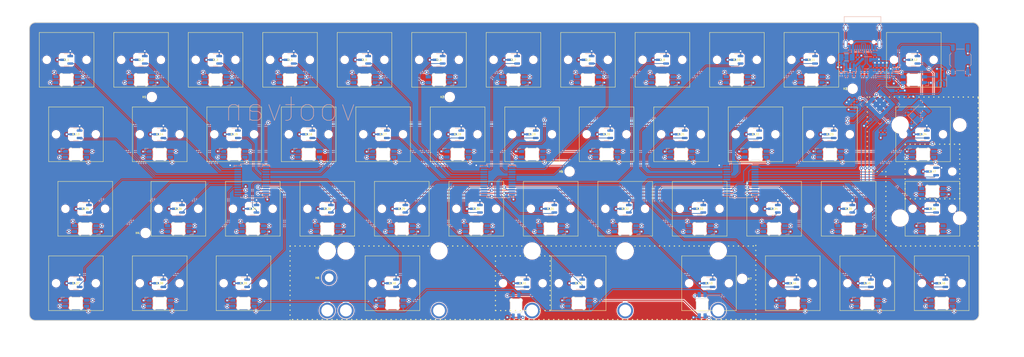
<source format=kicad_pcb>
(kicad_pcb (version 20221018) (generator pcbnew)
  (layers (0 "F.Cu" signal) (31 "B.Cu" signal) (34 "B.Paste" user) (35 "F.Paste" user) (36 "B.SilkS" user "B.Silkscreen") (37 "F.SilkS" user "F.Silkscreen") (38 "B.Mask" user) (39 "F.Mask" user) (44 "Edge.Cuts" user))
  (net 0 "")
  (net 1 "+5V")
  (net 2 "GND")
  (net 3 "+3V3")
  (net 4 "+1V1")
  (net 5 "/MCU/XIN")
  (net 6 "Net-(C24-Pad1)")
  (net 7 "/MCU/GPIO19")
  (net 8 "/MCU/GPIO24")
  (net 9 "VBUS")
  (net 10 "Net-(J1-CC1)")
  (net 12 "Net-(J1-CC2)")
  (net 14 "Net-(U3-USB_DP)")
  (net 15 "Net-(U3-USB_DM)")
  (net 16 "/MCU/QSPI_SS")
  (net 17 "/MCU/~{USB_BOOT}")
  (net 18 "/MCU/XOUT")
  (net 19 "AM1")
  (net 21 "/MCU/GPIO0")
  (net 22 "/MCU/GPIO1")
  (net 23 "/MCU/GPIO2")
  (net 24 "/MCU/GPIO3")
  (net 25 "/MCU/GPIO4")
  (net 26 "/MCU/GPIO5")
  (net 27 "/MCU/GPIO26_ADC0")
  (net 28 "/MCU/GPIO7")
  (net 29 "/MCU/GPIO8")
  (net 30 "/MCU/GPIO9")
  (net 31 "/MCU/GPIO10")
  (net 32 "/MCU/GPIO11")
  (net 33 "AM2")
  (net 34 "/MCU/GPIO13")
  (net 35 "/MCU/GPIO14")
  (net 36 "/MCU/GPIO15")
  (net 37 "/MCU/SWCLK")
  (net 38 "/MCU/SWD")
  (net 39 "/MCU/RUN")
  (net 40 "/MCU/GPIO16")
  (net 41 "/MCU/GPIO28_ADC2")
  (net 42 "/MCU/GPIO21")
  (net 43 "/MCU/GPIO22")
  (net 44 "/MCU/QSPI_SD3")
  (net 45 "/MCU/QSPI_SCLK")
  (net 46 "/MCU/QSPI_SD0")
  (net 47 "/MCU/QSPI_SD2")
  (net 48 "/MCU/QSPI_SD1")
  (net 49 "K_1")
  (net 50 "K_2")
  (net 51 "K_3")
  (net 52 "K_4")
  (net 53 "K_5")
  (net 54 "K_6")
  (net 55 "K_7")
  (net 56 "K_8")
  (net 57 "K_11")
  (net 58 "K_12")
  (net 59 "K_9")
  (net 60 "K_13")
  (net 61 "K_14")
  (net 62 "K_17")
  (net 63 "K_18")
  (net 64 "K_19")
  (net 65 "K_20")
  (net 66 "K_23")
  (net 67 "K_24")
  (net 68 "K_15")
  (net 69 "K_16")
  (net 70 "K_21")
  (net 71 "K_25")
  (net 72 "K_26")
  (net 73 "K_29")
  (net 74 "K_30")
  (net 75 "K_31")
  (net 76 "K_32")
  (net 77 "K_35")
  (net 78 "K_36")
  (net 79 "K_27")
  (net 80 "K_28")
  (net 81 "K_33")
  (net 82 "K_37")
  (net 83 "K_38")
  (net 84 "K_41")
  (net 85 "K_42")
  (net 86 "K_43")
  (net 87 "K_44")
  (net 88 "K_39")
  (net 89 "K_40")
  (net 90 "K_45")
  (net 91 "K_47")
  (net 92 "USB_D+")
  (net 93 "USB_D-")
  (net 95 "Net-(D10-DIN)")
  (net 96 "Net-(D14-DOUT)")
  (net 97 "Net-(D20-DOUT)")
  (net 98 "Net-(D26-DOUT)")
  (net 99 "Net-(D32-DOUT)")
  (net 100 "Net-(D38-DOUT)")
  (net 101 "Net-(D10-DOUT)")
  (net 102 "Net-(D14-DIN)")
  (net 103 "Net-(D26-DIN)")
  (net 104 "Net-(D38-DIN)")
  (net 105 "AM0")
  (net 106 "SELECT0")
  (net 107 "SELECT1")
  (net 108 "SELECT3")
  (net 109 "SELECT2")
  (net 110 "K_22")
  (net 111 "RGB")
  (net 112 "Net-(D19-DIN)")
  (net 113 "Net-(D2-DIN)")
  (net 114 "Net-(D3-DIN)")
  (net 115 "Net-(D4-DIN)")
  (net 116 "Net-(D5-DIN)")
  (net 117 "Net-(D6-DIN)")
  (net 118 "Net-(D7-DIN)")
  (net 119 "Net-(D8-DIN)")
  (net 120 "Net-(D11-DIN)")
  (net 121 "Net-(D12-DIN)")
  (net 122 "Net-(D15-DIN)")
  (net 123 "Net-(D16-DIN)")
  (net 124 "Net-(D17-DIN)")
  (net 125 "Net-(D18-DIN)")
  (net 126 "Net-(D20-DIN)")
  (net 127 "Net-(D21-DIN)")
  (net 128 "Net-(D22-DIN)")
  (net 129 "Net-(D23-DIN)")
  (net 130 "Net-(D24-DIN)")
  (net 131 "Net-(D27-DIN)")
  (net 132 "Net-(D28-DIN)")
  (net 133 "Net-(D29-DIN)")
  (net 134 "Net-(D30-DIN)")
  (net 135 "Net-(D32-DIN)")
  (net 136 "Net-(D33-DIN)")
  (net 137 "Net-(D34-DIN)")
  (net 138 "Net-(D35-DIN)")
  (net 139 "Net-(D36-DIN)")
  (net 140 "Net-(D39-DIN)")
  (net 141 "Net-(D40-DIN)")
  (net 142 "Net-(D41-DIN)")
  (net 144 "Net-(D44-DIN)")
  (net 145 "Net-(D45-DIN)")
  (net 146 "Net-(D46-DIN)")
  (net 147 "Net-(D47-DIN)")
  (net 148 "Net-(D48-DIN)")
  (net 149 "/MCU/RGB")
  (net 150 "RGB MCU")
  (net 151 "K_34")
  (net 152 "K_46")
  (net 153 "K_10")
  (footprint "Moonpad:Wooting_1.00u" (layer "F.Cu") (at 133.35 47.625)
    (fp_text reference "K_31")
    (fp_text value "KEYSW")
  )
  (footprint "Moonpad:Wooting_1.00u" (layer "F.Cu") (at 190.5 47.625)
    (fp_text reference "K_34")
    (fp_text value "KEYSW")
  )
  (footprint "Moonpad:Wooting_1.00u" (layer "F.Cu") (at 14.2875 47.625)
    (fp_text reference "K_25")
    (fp_text value "KEYSW")
  )
  (footprint "Moonpad:Wooting_1.00u" (layer "F.Cu") (at 171.45 47.625)
    (fp_text reference "K_33")
    (fp_text value "KEYSW")
  )
  (footprint "Moonpad:Wooting_1.00u" (layer "F.Cu") (at 233.3625 66.675)
    (fp_text reference "K_46")
    (fp_text value "KEYSW")
  )
  (footprint "Moonpad:Wooting_1.00u" (layer "F.Cu") (at 114.3 47.625)
    (fp_text reference "K_30")
    (fp_text value "KEYSW")
  )
  (footprint "Moonpad:Wooting_1.00u" (layer "F.Cu") (at 180.975 9.525)
    (fp_text reference "K_10")
    (fp_text value "KEYSW")
  )
  (footprint "Moonpad:Wooting_1.00u" (layer "F.Cu") (at 147.6375 28.575)
    (fp_text reference "K_20")
    (fp_text value "KEYSW")
  )
  (footprint "Moonpad:Wooting_1.00u" (layer "F.Cu") (at 76.2 47.625)
    (fp_text reference "K_28")
    (fp_text value "KEYSW")
  )
  (footprint "Moonpad:Wooting_1.00u" (layer "F.Cu") (at 71.4375 28.575)
    (fp_text reference "K_16")
    (fp_text value "KEYSW")
  )
  (footprint "Moonpad:Wooting_1.00u" (layer "F.Cu") (at 214.3125 66.675)
    (fp_text reference "K_45")
    (fp_text value "KEYSW")
  )
  (footprint "Moonpad:Wooting_1.00u" (layer "F.Cu") (at 54.76875 66.675)
    (fp_text reference "K_39")
    (fp_text value "KEYSW")
  )
  (footprint "Moonpad:Wooting_1.00u" (layer "F.Cu") (at 52.3875 28.575)
    (fp_text reference "K_15")
    (fp_text value "KEYSW")
  )
  (footprint "Moonpad:MountingHole_2.2mm_M2" (layer "F.Cu") (at 29.7275 53.82375)
    (fp_text reference "H4")
    (fp_text value "MountingHole")
  )
  (footprint "Moonpad:Wooting_1.00u" (layer "F.Cu") (at 38.1 47.625)
    (fp_text reference "K_26")
    (fp_text value "KEYSW")
  )
  (footprint "Moonpad:Wooting_1.00u" (layer "F.Cu") (at 209.55 47.625)
    (fp_text reference "K_35")
    (fp_text value "KEYSW")
  )
  (footprint "Moonpad:Wooting_1.00u" (layer "F.Cu") (at 90.4875 28.575)
    (fp_text reference "K_17")
    (fp_text value "KEYSW")
  )
  (footprint "Moonpad:Wooting_1.00u" (layer "F.Cu") (at 204.7875 28.575)
    (fp_text reference "K_23")
    (fp_text value "KEYSW")
  )
  (footprint "Moonpad:Wooting_1.00u" (layer "F.Cu") (at 47.625 9.525)
    (fp_text reference "K_3")
    (fp_text value "KEYSW")
  )
  (footprint "Moonpad:Wooting_1.00u" (layer "F.Cu") (at 152.4 47.625)
    (fp_text reference "K_32")
    (fp_text value "KEYSW")
  )
  (footprint "Moonpad:Wooting_1.00u" (layer "F.Cu") (at 11.90625 66.675)
    (fp_text reference "K_37")
    (fp_text value "KEYSW")
  )
  (footprint "Moonpad:Wooting_1.00u" (layer "F.Cu") (at 226.21875 9.525)
    (fp_text reference "K_12")
    (fp_text value "KEYSW")
  )
  (footprint "Moonpad:Wooting_1.00u" (layer "F.Cu") (at 66.675 9.525)
    (fp_text reference "K_4")
    (fp_text value "KEYSW")
  )
  (footprint "Moonpad:Wooting_1.00u" (layer "F.Cu") (at 57.15 47.625)
    (fp_text reference "K_27")
    (fp_text value "KEYSW")
  )
  (footprint "Moonpad:Wooting_1.00u" (layer "F.Cu") (at 142.875 9.525)
    (fp_text reference "K_8")
    (fp_text value "KEYSW")
  )
  (footprint "Moonpad:Wooting_1.00u" (layer "F.Cu") (at 9.525 9.525)
    (fp_text reference "K_1")
    (fp_text value "KEYSW")
  )
  (footprint "PCM_marbastlib-mx:STAB_MX_P_2.75u" (layer "F.Cu") (at 92.86875 66.675 180)
    (fp_text reference "S1" hide)
    (fp_text value "MX_stab")
  )
  (footprint "Moonpad:MountingHole_2.2mm_M2" (layer "F.Cu") (at 182.322 65.5525)
    (fp_text reference "H7")
    (fp_text value "MountingHole")
  )
  (footprint "Moonpad:Wooting_1.00u" (layer "F.Cu") (at 92.86875 66.675)
    (fp_text reference "K_40")
    (fp_text value "KEYSW")
  )
  (footprint "Moonpad:Wooting_1.00u" (layer "F.Cu") (at 161.925 9.525)
    (fp_text reference "K_9")
    (fp_text value "KEYSW")
  )
  (footprint "Moonpad:Wooting_1.00u" (layer "F.Cu") (at 200.025 9.525)
    (fp_text reference "K_11")
    (fp_text value "KEYSW")
  )
  (footprint "MountingHole:MountingHole_2.2mm_M2_DIN965_Pad" (layer "F.Cu") (at 76.675 65.274)
    (fp_text reference "H6" hide)
    (fp_text value "MountingHole")
  )
  (footprint "PCM_marbastlib-mx:STAB_MX_ISO-ROT" (layer "F.Cu") (at 230.98125 38.1)
    (fp_text reference "S4" hide)
    (fp_text value "MX_stab")
  )
  (footprint "Moonpad:Wooting_1.00u" (layer "F.Cu") (at 109.5375 28.575)
    (fp_text reference "K_18")
    (fp_text value "KEYSW")
  )
  (footprint "Moonpad:Wooting_1.00u" (layer "F.Cu") (at 126.1999 66.675)
    (fp_text reference "K_41")
    (fp_text value "KEYSW")
  )
  (footprint "Moonpad:Wooting_1.00u" (layer "F.Cu") (at 11.90625 28.575)
    (fp_text reference "K_13")
    (fp_text value "KEYSW")
  )
  (footprint "Moonpad:Wooting_1.00u" (layer "F.Cu") (at 85.725 9.525)
    (fp_text reference "K_5")
    (fp_text value "KEYSW")
  )
  (footprint "Moonpad:Wooting_1.00u" (layer "F.Cu") (at 230.98125 47.625)
    (fp_text reference "K_36")
    (fp_text value "KEYSW")
  )
  (footprint "Moonpad:MountingHole_2.2mm_M2" (layer "F.Cu") (at 210.575 16.924)
    (fp_text reference "H3")
    (fp_text value "MountingHole")
  )
  (footprint "PCM_marbastlib-mx:STAB_MX_P_6.25u" (layer "F.Cu") (at 126.1999 66.675 180)
    (fp_text reference "S2" hide)
    (fp_text value "MX_stab")
  )
  (footprint "Moonpad:Wooting_1.00u" (layer "F.Cu") (at 104.775 9.525)
    (fp_text reference "K_6")
    (fp_text value "KEYSW")
  )
  (footprint "Moonpad:Wooting_1.00u" (layer "F.Cu") (at 140.49375 66.675)
    (fp_text reference "K_42")
    (fp_text value "KEYSW")
  )
  (footprint "Moonpad:Wooting_1.00u" (layer "F.Cu") (at 95.25 47.625)
    (fp_text reference "K_29")
    (fp_text value "KEYSW")
  )
  (footprint "Moonpad:Wooting_1.00u" (layer "F.Cu") (at 230.98125 38.1)
    (fp_text reference "K_47")
    (fp_text value "KEYSW")
  )
  (footprint "Moonpad:Wooting_1.00u" (layer "F.Cu") (at 185.7375 28.575)
    (fp_text reference "K_22")
    (fp_text value "KEYSW")
  )
  (footprint "Moonpad:Wooting_1.00u" (layer "F.Cu") (at 166.6875 28.575)
    (fp_text reference "K_21")
    (fp_text value "KEYSW")
  )
  (footprint "Moonpad:Wooting_1.00u" (layer "F.Cu") (at 33.3375 28.575)
    (fp_text reference "K_14")
    (fp_text value "KEYSW")
  )
  (footprint "Moonpad:Wooting_1.00u" (layer "F.Cu") (at 195.2625 66.675)
    (fp_text reference "K_44")
    (fp_text value "KEYSW")
  )
  (footprint "Moonpad:Wooting_1.00u" (layer "F.Cu") (at 228.6 28.575)
    (fp_text reference "K_24")
    (fp_text value "KEYSW")
  )
  (footprint "Moonpad:Wooting_1.00u" (layer "F.Cu") (at 128.5875 28.575)
    (fp_text reference "K_19")
    (fp_text value "KEYSW")
  )
  (footprint "Moonpad:Wooting_1.00u" (layer "F.Cu") (at 173.83125 66.675)
    (fp_text reference "K_43")
    (fp_text value "KEYSW")
  )
  (footprint "Moonpad:Wooting_1.00u" (layer "F.Cu") (at 123.825 9.525)
    (fp_text reference "K_7")
    (fp_text value "KEYSW")
  )
  (footprint "Moonpad:MountingHole_2.2mm_M2" (layer "F.Cu") (at 138.175 38.1)
    (fp_text reference "H5")
    (fp_text value "MountingHole")
  )
  (footprint "Moonpad:Wooting_1.00u" (layer "F.Cu") (at 33.3375 66.675)
    (fp_text reference "K_38")
    (fp_text value "KEYSW")
  )
  (footprint "Moonpad:Wooting_1.00u" (layer "F.Cu") (at 28.575 9.525)
    (fp_text reference "K_2")
    (fp_text value "KEYSW")
  )
  (footprint "PCM_marbastlib-mx:STAB_MX_P_2.25u" (layer "F.Cu") (at 140.49375 66.675 180)
    (fp_text reference "S3" hide)
    (fp_text value "MX_stab")
  )
  (footprint "Moonpad:MountingHole_2.2mm_M2" (layer "F.Cu") (at 31.325 19.05)
    (fp_text reference "H1")
    (fp_text value "MountingHole")
  )
  (footprint "Moonpad:MountingHole_2.2mm_M2" (layer "F.Cu") (at 107.525 19.05)
    (fp_text reference "H2")
    (fp_text value "MountingHole")
  )
  (footprint "Capacitor_SMD:C_0402_1005Metric" (layer "B.Cu") (at 217.81005 28.095 -90)
    (fp_text reference "C10" hide)
    (fp_text value "100n")
  )
  (footprint "PCM_marbastlib-various:LED_6028R" (layer "B.Cu") (at 126.20625 71.779 180)
    (fp_text reference "D38" hide)
    (fp_text value "SK6812MINI-E" hide)
    (fp_line (start 0.231 0.203452) (end 0.231 -1.385453) (stroke (width 0.1)) (layer "Edge.Cuts"))
    (fp_line (start 1.028157 -2.290999) (end 2.433841 -2.290999) (stroke (width 0.1)) (layer "Edge.Cuts"))
    (fp_line (start 2.433841 1.108999) (end 1.028157 1.108999) (stroke (width 0.1)) (layer "Edge.Cuts"))
    (fp_line (start 3.230999 -1.385452) (end 3.230999 0.203452) (stroke (width 0.1)) (layer "Edge.Cuts"))
    (fp_arc (start 0.162701 -1.637711) (mid 0.213623 -1.516123) (end 0.231 -1.385453) (stroke (width 0.1)) (layer "Edge.Cuts"))
    (fp_arc (start 0.162701 -1.637711) (mid 0.226964 -2.229071) (end 0.811279 -2.340484) (stroke (width 0.1)) (layer "Edge.Cuts"))
    (fp_arc (start 0.230999 0.203453) (mid 0.213622 0.334123) (end 0.1627 0.455711) (stroke (width 0.1)) (layer "Edge.Cuts"))
    (fp_arc (start 0.811279 1.158484) (mid 0.22697 1.047065) (end 0.1627 0.455711) (stroke (width 0.1)) (layer "Edge.Cuts"))
    (fp_arc (start 0.811279 1.158484) (mid 0.916932 1.121533) (end 1.028157 1.108999) (stroke (width 0.1)) (layer "Edge.Cuts"))
    (fp_arc (start 1.028156 -2.290999) (mid 0.916927 -2.303518) (end 0.811279 -2.340484) (stroke (width 0.1)) (layer "Edge.Cuts"))
    (fp_arc (start 2.433842 1.108999) (mid 2.545064 1.121536) (end 2.650719 1.158484) (stroke (width 0.1)) (layer "Edge.Cuts"))
    (fp_arc (start 2.650718 -2.340484) (mid 3.235021 -2.22908) (end 3.299298 -1.637711) (stroke (width 0.1)) (layer "Edge.Cuts"))
    (fp_arc (start 2.650719 -2.340484) (mid 2.54507 -2.303517) (end 2.433841 -2.290999) (stroke (width 0.1)) (layer "Edge.Cuts"))
    (fp_arc (start 3.230999 -1.385452) (mid 3.248376 -1.516123) (end 3.299298 -1.637711) (stroke (width 0.1)) (layer "Edge.Cuts"))
    (fp_arc (start 3.299296 0.455711) (mid 3.235034 1.047069) (end 2.650719 1.158484) (stroke (width 0.1)) (layer "Edge.Cuts"))
    (fp_arc (start 3.299298 0.45571) (mid 3.24835 0.334131) (end 3.230999 0.203452) (stroke (width 0.1)) (layer "Edge.Cuts"))
  )
  (footprint "Capacitor_SMD:C_0402_1005Metric" (layer "B.Cu") (at 207.264 10.541 180)
    (fp_text reference "C1" hide)
    (fp_text value "1u")
  )
  (footprint "Package_TO_SOT_SMD:TSOT-23-5" (layer "B.Cu") (at 233.045 14.605 90)
    (fp_text reference "U46" hide)
    (fp_text value "74AHCT1G125")
  )
  (footprint "Package_TO_SOT_SMD:SOT-23" (layer "B.Cu") (at 230.98125 38.1 180)
    (fp_text reference "U45" hide)
    (fp_text value "SLSS49E-3")
  )
  (footprint "PCM_marbastlib-various:LED_6028R" (layer "B.Cu") (at 11.90625 71.779)
    (fp_text reference "D42" hide)
    (fp_text value "SK6812MINI" hide)
    (fp_line (start -1.699999 0.702843) (end -1.699999 -0.702841) (stroke (width 0.1)) (layer "Edge.Cuts"))
    (fp_line (start -0.794452 -1.499999) (end 0.794452 -1.499999) (stroke (width 0.1)) (layer "Edge.Cuts"))
    (fp_line (start 0.794452 1.5) (end -0.794453 1.5) (stroke (width 0.1)) (layer "Edge.Cuts"))
    (fp_line (start 1.699999 -0.702841) (end 1.699999 0.702843) (stroke (width 0.1)) (layer "Edge.Cuts"))
    (fp_arc (start -1.749484 -0.919719) (mid -1.712527 -0.814067) (end -1.699999 -0.702841) (stroke (width 0.1)) (layer "Edge.Cuts"))
    (fp_arc (start -1.749484 -0.919718) (mid -1.638072 -1.504034) (end -1.046711 -1.568298) (stroke (width 0.1)) (layer "Edge.Cuts"))
    (fp_arc (start -1.699999 0.702844) (mid -1.712527 0.814069) (end -1.749484 0.919721) (stroke (width 0.1)) (layer "Edge.Cuts"))
    (fp_arc (start -1.046711 1.568299) (mid -1.638071 1.504036) (end -1.749484 0.919721) (stroke (width 0.1)) (layer "Edge.Cuts"))
    (fp_arc (start -1.046711 1.568299) (mid -0.925123 1.517377) (end -0.794453 1.5) (stroke (width 0.1)) (layer "Edge.Cuts"))
    (fp_arc (start -0.794452 -1.499999) (mid -0.925123 -1.517376) (end -1.046711 -1.568298) (stroke (width 0.1)) (layer "Edge.Cuts"))
    (fp_arc (start 0.794453 1.500001) (mid 0.925123 1.517378) (end 1.046711 1.5683) (stroke (width 0.1)) (layer "Edge.Cuts"))
    (fp_arc (start 1.04671 -1.568298) (mid 0.925122 -1.517376) (end 0.794452 -1.499999) (stroke (width 0.1)) (layer "Edge.Cuts"))
    (fp_arc (start 1.046711 -1.568296) (mid 1.638069 -1.504034) (end 1.749484 -0.919719) (stroke (width 0.1)) (layer "Edge.Cuts"))
    (fp_arc (start 1.699999 -0.702842) (mid 1.712536 -0.814065) (end 1.749484 -0.919719) (stroke (width 0.1)) (layer "Edge.Cuts"))
    (fp_arc (start 1.749484 0.919721) (mid 1.638072 1.504036) (end 1.046711 1.5683) (stroke (width 0.1)) (layer "Edge.Cuts"))
    (fp_arc (start 1.749484 0.919721) (mid 1.712534 0.814067) (end 1.699999 0.702843) (stroke (width 0.1)) (layer "Edge.Cuts"))
  )
  (footprint "Package_TO_SOT_SMD:SOT-23" (layer "B.Cu") (at 173.83125 66.675 180)
    (fp_text reference "U43" hide)
    (fp_text value "SLSS49E-3")
  )
  (footprint "PCM_marbastlib-various:LED_6028R" (layer "B.Cu") (at 85.725 14.629 180)
    (fp_text reference "D6" hide)
    (fp_text value "SK6812MINI" hide)
    (fp_line (start -1.699999 0.702843) (end -1.699999 -0.702841) (stroke (width 0.1)) (layer "Edge.Cuts"))
    (fp_line (start -0.794452 -1.499999) (end 0.794452 -1.499999) (stroke (width 0.1)) (layer "Edge.Cuts"))
    (fp_line (start 0.794452 1.5) (end -0.794453 1.5) (stroke (width 0.1)) (layer "Edge.Cuts"))
    (fp_line (start 1.699999 -0.702841) (end 1.699999 0.702843) (stroke (width 0.1)) (layer "Edge.Cuts"))
    (fp_arc (start -1.749484 -0.919719) (mid -1.712527 -0.814067) (end -1.699999 -0.702841) (stroke (width 0.1)) (layer "Edge.Cuts"))
    (fp_arc (start -1.749484 -0.919718) (mid -1.638072 -1.504034) (end -1.046711 -1.568298) (stroke (width 0.1)) (layer "Edge.Cuts"))
    (fp_arc (start -1.699999 0.702844) (mid -1.712527 0.814069) (end -1.749484 0.919721) (stroke (width 0.1)) (layer "Edge.Cuts"))
    (fp_arc (start -1.046711 1.568299) (mid -1.638071 1.504036) (end -1.749484 0.919721) (stroke (width 0.1)) (layer "Edge.Cuts"))
    (fp_arc (start -1.046711 1.568299) (mid -0.925123 1.517377) (end -0.794453 1.5) (stroke (width 0.1)) (layer "Edge.Cuts"))
    (fp_arc (start -0.794452 -1.499999) (mid -0.925123 -1.517376) (end -1.046711 -1.568298) (stroke (width 0.1)) (layer "Edge.Cuts"))
    (fp_arc (start 0.794453 1.500001) (mid 0.925123 1.517378) (end 1.046711 1.5683) (stroke (width 0.1)) (layer "Edge.Cuts"))
    (fp_arc (start 1.04671 -1.568298) (mid 0.925122 -1.517376) (end 0.794452 -1.499999) (stroke (width 0.1)) (layer "Edge.Cuts"))
    (fp_arc (start 1.046711 -1.568296) (mid 1.638069 -1.504034) (end 1.749484 -0.919719) (stroke (width 0.1)) (layer "Edge.Cuts"))
    (fp_arc (start 1.699999 -0.702842) (mid 1.712536 -0.814065) (end 1.749484 -0.919719) (stroke (width 0.1)) (layer "Edge.Cuts"))
    (fp_arc (start 1.749484 0.919721) (mid 1.638072 1.504036) (end 1.046711 1.5683) (stroke (width 0.1)) (layer "Edge.Cuts"))
    (fp_arc (start 1.749484 0.919721) (mid 1.712534 0.814067) (end 1.699999 0.702843) (stroke (width 0.1)) (layer "Edge.Cuts"))
  )
  (footprint "Package_TO_SOT_SMD:SOT-23" (layer "B.Cu") (at 11.90625 66.675 180)
    (fp_text reference "U39" hide)
    (fp_text value "SLSS49E-3")
  )
  (footprint "PCM_marbastlib-various:LED_6028R" (layer "B.Cu") (at 14.2875 52.729 180)
    (fp_text reference "D32" hide)
    (fp_text value "SK6812MINI-E" hide)
    (fp_line (start -1.699999 0.702843) (end -1.699999 -0.702841) (stroke (width 0.1)) (layer "Edge.Cuts"))
    (fp_line (start -0.794452 -1.499999) (end 0.794452 -1.499999) (stroke (width 0.1)) (layer "Edge.Cuts"))
    (fp_line (start 0.794452 1.5) (end -0.794453 1.5) (stroke (width 0.1)) (layer "Edge.Cuts"))
    (fp_line (start 1.699999 -0.702841) (end 1.699999 0.702843) (stroke (width 0.1)) (layer "Edge.Cuts"))
    (fp_arc (start -1.749484 -0.919719) (mid -1.712527 -0.814067) (end -1.699999 -0.702841) (stroke (width 0.1)) (layer "Edge.Cuts"))
    (fp_arc (start -1.749484 -0.919718) (mid -1.638072 -1.504034) (end -1.046711 -1.568298) (stroke (width 0.1)) (layer "Edge.Cuts"))
    (fp_arc (start -1.699999 0.702844) (mid -1.712527 0.814069) (end -1.749484 0.919721) (stroke (width 0.1)) (layer "Edge.Cuts"))
    (fp_arc (start -1.046711 1.568299) (mid -1.638071 1.504036) (end -1.749484 0.919721) (stroke (width 0.1)) (layer "Edge.Cuts"))
    (fp_arc (start -1.046711 1.568299) (mid -0.925123 1.517377) (end -0.794453 1.5) (stroke (width 0.1)) (layer "Edge.Cuts"))
    (fp_arc (start -0.794452 -1.499999) (mid -0.925123 -1.517376) (end -1.046711 -1.568298) (stroke (width 0.1)) (layer "Edge.Cuts"))
    (fp_arc (start 0.794453 1.500001) (mid 0.925123 1.517378) (end 1.046711 1.5683) (stroke (width 0.1)) (layer "Edge.Cuts"))
    (fp_arc (start 1.04671 -1.568298) (mid 0.925122 -1.517376) (end 0.794452 -1.499999) (stroke (width 0.1)) (layer "Edge.Cuts"))
    (fp_arc (start 1.046711 -1.568296) (mid 1.638069 -1.504034) (end 1.749484 -0.919719) (stroke (width 0.1)) (layer "Edge.Cuts"))
    (fp_arc (start 1.699999 -0.702842) (mid 1.712536 -0.814065) (end 1.749484 -0.919719) (stroke (width 0.1)) (layer "Edge.Cuts"))
    (fp_arc (start 1.749484 0.919721) (mid 1.638072 1.504036) (end 1.046711 1.5683) (stroke (width 0.1)) (layer "Edge.Cuts"))
    (fp_arc (start 1.749484 0.919721) (mid 1.712534 0.814067) (end 1.699999 0.702843) (stroke (width 0.1)) (layer "Edge.Cuts"))
  )
  (footprint "Package_TO_SOT_SMD:SOT-23" (layer "B.Cu") (at 123.825 9.525 180)
    (fp_text reference "U9" hide)
    (fp_text value "SLSS49E-3")
  )
  (footprint "PCM_marbastlib-various:LED_6028R" (layer "B.Cu") (at 190.5 52.729 180)
    (fp_text reference "D29" hide)
    (fp_text value "SK6812MINI" hide)
    (fp_line (start -1.699999 0.702843) (end -1.699999 -0.702841) (stroke (width 0.1)) (layer "Edge.Cuts"))
    (fp_line (start -0.794452 -1.499999) (end 0.794452 -1.499999) (stroke (width 0.1)) (layer "Edge.Cuts"))
    (fp_line (start 0.794452 1.5) (end -0.794453 1.5) (stroke (width 0.1)) (layer "Edge.Cuts"))
    (fp_line (start 1.699999 -0.702841) (end 1.699999 0.702843) (stroke (width 0.1)) (layer "Edge.Cuts"))
    (fp_arc (start -1.749484 -0.919719) (mid -1.712527 -0.814067) (end -1.699999 -0.702841) (stroke (width 0.1)) (layer "Edge.Cuts"))
    (fp_arc (start -1.749484 -0.919718) (mid -1.638072 -1.504034) (end -1.046711 -1.568298) (stroke (width 0.1)) (layer "Edge.Cuts"))
    (fp_arc (start -1.699999 0.702844) (mid -1.712527 0.814069) (end -1.749484 0.919721) (stroke (width 0.1)) (layer "Edge.Cuts"))
    (fp_arc (start -1.046711 1.568299) (mid -1.638071 1.504036) (end -1.749484 0.919721) (stroke (width 0.1)) (layer "Edge.Cuts"))
    (fp_arc (start -1.046711 1.568299) (mid -0.925123 1.517377) (end -0.794453 1.5) (stroke (width 0.1)) (layer "Edge.Cuts"))
    (fp_arc (start -0.794452 -1.499999) (mid -0.925123 -1.517376) (end -1.046711 -1.568298) (stroke (width 0.1)) (layer "Edge.Cuts"))
    (fp_arc (start 0.794453 1.500001) (mid 0.925123 1.517378) (end 1.046711 1.5683) (stroke (width 0.1)) (layer "Edge.Cuts"))
    (fp_arc (start 1.04671 -1.568298) (mid 0.925122 -1.517376) (end 0.794452 -1.499999) (stroke (width 0.1)) (layer "Edge.Cuts"))
    (fp_arc (start 1.046711 -1.568296) (mid 1.638069 -1.504034) (end 1.749484 -0.919719) (stroke (width 0.1)) (layer "Edge.Cuts"))
    (fp_arc (start 1.699999 -0.702842) (mid 1.712536 -0.814065) (end 1.749484 -0.919719) (stroke (width 0.1)) (layer "Edge.Cuts"))
    (fp_arc (start 1.749484 0.919721) (mid 1.638072 1.504036) (end 1.046711 1.5683) (stroke (width 0.1)) (layer "Edge.Cuts"))
    (fp_arc (start 1.749484 0.919721) (mid 1.712534 0.814067) (end 1.699999 0.702843) (stroke (width 0.1)) (layer "Edge.Cuts"))
  )
  (footprint "Capacitor_SMD:C_0402_1005Metric" (layer "B.Cu") (at 217.297 11.533 90)
    (fp_text reference "C17" hide)
    (fp_text value "100n")
  )
  (footprint "PCM_marbastlib-various:LED_6028R" (layer "B.Cu") (at 233.3625 71.779)
    (fp_text reference "D45" hide)
    (fp_text value "SK6812MINI" hide)
    (fp_line (start -1.699999 0.702843) (end -1.699999 -0.702841) (stroke (width 0.1)) (layer "Edge.Cuts"))
    (fp_line (start -0.794452 -1.499999) (end 0.794452 -1.499999) (stroke (width 0.1)) (layer "Edge.Cuts"))
    (fp_line (start 0.794452 1.5) (end -0.794453 1.5) (stroke (width 0.1)) (layer "Edge.Cuts"))
    (fp_line (start 1.699999 -0.702841) (end 1.699999 0.702843) (stroke (width 0.1)) (layer "Edge.Cuts"))
    (fp_arc (start -1.749484 -0.919719) (mid -1.712527 -0.814067) (end -1.699999 -0.702841) (stroke (width 0.1)) (layer "Edge.Cuts"))
    (fp_arc (start -1.749484 -0.919718) (mid -1.638072 -1.504034) (end -1.046711 -1.568298) (stroke (width 0.1)) (layer "Edge.Cuts"))
    (fp_arc (start -1.699999 0.702844) (mid -1.712527 0.814069) (end -1.749484 0.919721) (stroke (width 0.1)) (layer "Edge.Cuts"))
    (fp_arc (start -1.046711 1.568299) (mid -1.638071 1.504036) (end -1.749484 0.919721) (stroke (width 0.1)) (layer "Edge.Cuts"))
    (fp_arc (start -1.046711 1.568299) (mid -0.925123 1.517377) (end -0.794453 1.5) (stroke (width 0.1)) (layer "Edge.Cuts"))
    (fp_arc (start -0.794452 -1.499999) (mid -0.925123 -1.517376) (end -1.046711 -1.568298) (stroke (width 0.1)) (layer "Edge.Cuts"))
    (fp_arc (start 0.794453 1.500001) (mid 0.925123 1.517378) (end 1.046711 1.5683) (stroke (width 0.1)) (layer "Edge.Cuts"))
    (fp_arc (start 1.04671 -1.568298) (mid 0.925122 -1.517376) (end 0.794452 -1.499999) (stroke (width 0.1)) (layer "Edge.Cuts"))
    (fp_arc (start 1.046711 -1.568296) (mid 1.638069 -1.504034) (end 1.749484 -0.919719) (stroke (width 0.1)) (layer "Edge.Cuts"))
    (fp_arc (start 1.699999 -0.702842) (mid 1.712536 -0.814065) (end 1.749484 -0.919719) (stroke (width 0.1)) (layer "Edge.Cuts"))
    (fp_arc (start 1.749484 0.919721) (mid 1.638072 1.504036) (end 1.046711 1.5683) (stroke (width 0.1)) (layer "Edge.Cuts"))
    (fp_arc (start 1.749484 0.919721) (mid 1.712534 0.814067) (end 1.699999 0.702843) (stroke (width 0.1)) (layer "Edge.Cuts"))
  )
  (footprint "Package_SO:SSOP-24_5.3x8.2mm_P0.65mm" (layer "B.Cu") (at 56.9125 40.48125 180)
    (fp_text reference "AM1" hide)
    (fp_text value "CD74HC4067SM")
  )
  (footprint "Package_TO_SOT_SMD:SOT-23" (layer "B.Cu") (at 57.15 47.625 180)
    (fp_text reference "U35" hide)
    (fp_text value "SLSS49E-3")
  )
  (footprint "Package_TO_SOT_SMD:SOT-23" (layer "B.Cu") (at 92.86875 66.675 180)
    (fp_text reference "U48" hide)
    (fp_text value "SLSS49E-3")
  )
  (footprint "PCM_marbastlib-various:LED_6028R" (layer "B.Cu") (at 161.925 14.629 180)
    (fp_text reference "D10" hide)
    (fp_text value "SK6812MINI" hide)
    (fp_line (start -1.699999 0.702843) (end -1.699999 -0.702841) (stroke (width 0.1)) (layer "Edge.Cuts"))
    (fp_line (start -0.794452 -1.499999) (end 0.794452 -1.499999) (stroke (width 0.1)) (layer "Edge.Cuts"))
    (fp_line (start 0.794452 1.5) (end -0.794453 1.5) (stroke (width 0.1)) (layer "Edge.Cuts"))
    (fp_line (start 1.699999 -0.702841) (end 1.699999 0.702843) (stroke (width 0.1)) (layer "Edge.Cuts"))
    (fp_arc (start -1.749484 -0.919719) (mid -1.712527 -0.814067) (end -1.699999 -0.702841) (stroke (width 0.1)) (layer "Edge.Cuts"))
    (fp_arc (start -1.749484 -0.919718) (mid -1.638072 -1.504034) (end -1.046711 -1.568298) (stroke (width 0.1)) (layer "Edge.Cuts"))
    (fp_arc (start -1.699999 0.702844) (mid -1.712527 0.814069) (end -1.749484 0.919721) (stroke (width 0.1)) (layer "Edge.Cuts"))
    (fp_arc (start -1.046711 1.568299) (mid -1.638071 1.504036) (end -1.749484 0.919721) (stroke (width 0.1)) (layer "Edge.Cuts"))
    (fp_arc (start -1.046711 1.568299) (mid -0.925123 1.517377) (end -0.794453 1.5) (stroke (width 0.1)) (layer "Edge.Cuts"))
    (fp_arc (start -0.794452 -1.499999) (mid -0.925123 -1.517376) (end -1.046711 -1.568298) (stroke (width 0.1)) (layer "Edge.Cuts"))
    (fp_arc (start 0.794453 1.500001) (mid 0.925123 1.517378) (end 1.046711 1.5683) (stroke (width 0.1)) (layer "Edge.Cuts"))
    (fp_arc (start 1.04671 -1.568298) (mid 0.925122 -1.517376) (end 0.794452 -1.499999) (stroke (width 0.1)) (layer "Edge.Cuts"))
    (fp_arc (start 1.046711 -1.568296) (mid 1.638069 -1.504034) (end 1.749484 -0.919719) (stroke (width 0.1)) (layer "Edge.Cuts"))
    (fp_arc (start 1.699999 -0.702842) (mid 1.712536 -0.814065) (end 1.749484 -0.919719) (stroke (width 0.1)) (layer "Edge.Cuts"))
    (fp_arc (start 1.749484 0.919721) (mid 1.638072 1.504036) (end 1.046711 1.5683) (stroke (width 0.1)) (layer "Edge.Cuts"))
    (fp_arc (start 1.749484 0.919721) (mid 1.712534 0.814067) (end 1.699999 0.702843) (stroke (width 0.1)) (layer "Edge.Cuts"))
  )
  (footprint "PCM_marbastlib-various:LED_6028R" (layer "B.Cu") (at 54.76875 71.779)
    (fp_text reference "D40" hide)
    (fp_text value "SK6812MINI" hide)
    (fp_line (start -1.699999 0.702843) (end -1.699999 -0.702841) (stroke (width 0.1)) (layer "Edge.Cuts"))
    (fp_line (start -0.794452 -1.499999) (end 0.794452 -1.499999) (stroke (width 0.1)) (layer "Edge.Cuts"))
    (fp_line (start 0.794452 1.5) (end -0.794453 1.5) (stroke (width 0.1)) (layer "Edge.Cuts"))
    (fp_line (start 1.699999 -0.702841) (end 1.699999 0.702843) (stroke (width 0.1)) (layer "Edge.Cuts"))
    (fp_arc (start -1.749484 -0.919719) (mid -1.712527 -0.814067) (end -1.699999 -0.702841) (stroke (width 0.1)) (layer "Edge.Cuts"))
    (fp_arc (start -1.749484 -0.919718) (mid -1.638072 -1.504034) (end -1.046711 -1.568298) (stroke (width 0.1)) (layer "Edge.Cuts"))
    (fp_arc (start -1.699999 0.702844) (mid -1.712527 0.814069) (end -1.749484 0.919721) (stroke (width 0.1)) (layer "Edge.Cuts"))
    (fp_arc (start -1.046711 1.568299) (mid -1.638071 1.504036) (end -1.749484 0.919721) (stroke (width 0.1)) (layer "Edge.Cuts"))
    (fp_arc (start -1.046711 1.568299) (mid -0.925123 1.517377) (end -0.794453 1.5) (stroke (width 0.1)) (layer "Edge.Cuts"))
    (fp_arc (start -0.794452 -1.499999) (mid -0.925123 -1.517376) (end -1.046711 -1.568298) (stroke (width 0.1)) (layer "Edge.Cuts"))
    (fp_arc (start 0.794453 1.500001) (mid 0.925123 1.517378) (end 1.046711 1.5683) (stroke (width 0.1)) (layer "Edge.Cuts"))
    (fp_arc (start 1.04671 -1.568298) (mid 0.925122 -1.517376) (end 0.794452 -1.499999) (stroke (width 0.1)) (layer "Edge.Cuts"))
    (fp_arc (start 1.046711 -1.568296) (mid 1.638069 -1.504034) (end 1.749484 -0.919719) (stroke (width 0.1)) (layer "Edge.Cuts"))
    (fp_arc (start 1.699999 -0.702842) (mid 1.712536 -0.814065) (end 1.749484 -0.919719) (stroke (width 0.1)) (layer "Edge.Cuts"))
    (fp_arc (start 1.749484 0.919721) (mid 1.638072 1.504036) (end 1.046711 1.5683) (stroke (width 0.1)) (layer "Edge.Cuts"))
    (fp_arc (start 1.749484 0.919721) (mid 1.712534 0.814067) (end 1.699999 0.702843) (stroke (width 0.1)) (layer "Edge.Cuts"))
  )
  (footprint "Capacitor_SMD:C_0402_1005Metric" (layer "B.Cu") (at 214.388561 25.514439 -135)
    (fp_text reference "C15" hide)
    (fp_text value "100n")
  )
  (footprint "PCM_marbastlib-various:LED_6028R" (layer "B.Cu") (at 33.3375 33.679)
    (fp_text reference "D18" hide)
    (fp_text value "SK6812MINI" hide)
    (fp_line (start -1.699999 0.702843) (end -1.699999 -0.702841) (stroke (width 0.1)) (layer "Edge.Cuts"))
    (fp_line (start -0.794452 -1.499999) (end 0.794452 -1.499999) (stroke (width 0.1)) (layer "Edge.Cuts"))
    (fp_line (start 0.794452 1.5) (end -0.794453 1.5) (stroke (width 0.1)) (layer "Edge.Cuts"))
    (fp_line (start 1.699999 -0.702841) (end 1.699999 0.702843) (stroke (width 0.1)) (layer "Edge.Cuts"))
    (fp_arc (start -1.749484 -0.919719) (mid -1.712527 -0.814067) (end -1.699999 -0.702841) (stroke (width 0.1)) (layer "Edge.Cuts"))
    (fp_arc (start -1.749484 -0.919718) (mid -1.638072 -1.504034) (end -1.046711 -1.568298) (stroke (width 0.1)) (layer "Edge.Cuts"))
    (fp_arc (start -1.699999 0.702844) (mid -1.712527 0.814069) (end -1.749484 0.919721) (stroke (width 0.1)) (layer "Edge.Cuts"))
    (fp_arc (start -1.046711 1.568299) (mid -1.638071 1.504036) (end -1.749484 0.919721) (stroke (width 0.1)) (layer "Edge.Cuts"))
    (fp_arc (start -1.046711 1.568299) (mid -0.925123 1.517377) (end -0.794453 1.5) (stroke (width 0.1)) (layer "Edge.Cuts"))
    (fp_arc (start -0.794452 -1.499999) (mid -0.925123 -1.517376) (end -1.046711 -1.568298) (stroke (width 0.1)) (layer "Edge.Cuts"))
    (fp_arc (start 0.794453 1.500001) (mid 0.925123 1.517378) (end 1.046711 1.5683) (stroke (width 0.1)) (layer "Edge.Cuts"))
    (fp_arc (start 1.04671 -1.568298) (mid 0.925122 -1.517376) (end 0.794452 -1.499999) (stroke (width 0.1)) (layer "Edge.Cuts"))
    (fp_arc (start 1.046711 -1.568296) (mid 1.638069 -1.504034) (end 1.749484 -0.919719) (stroke (width 0.1)) (layer "Edge.Cuts"))
    (fp_arc (start 1.699999 -0.702842) (mid 1.712536 -0.814065) (end 1.749484 -0.919719) (stroke (width 0.1)) (layer "Edge.Cuts"))
    (fp_arc (start 1.749484 0.919721) (mid 1.638072 1.504036) (end 1.046711 1.5683) (stroke (width 0.1)) (layer "Edge.Cuts"))
    (fp_arc (start 1.749484 0.919721) (mid 1.712534 0.814067) (end 1.699999 0.702843) (stroke (width 0.1)) (layer "Edge.Cuts"))
  )
  (footprint "PCM_marbastlib-various:LED_6028R" (layer "B.Cu") (at 71.4375 33.679)
    (fp_text reference "D16" hide)
    (fp_text value "SK6812MINI" hide)
    (fp_line (start -1.699999 0.702843) (end -1.699999 -0.702841) (stroke (width 0.1)) (layer "Edge.Cuts"))
    (fp_line (start -0.794452 -1.499999) (end 0.794452 -1.499999) (stroke (width 0.1)) (layer "Edge.Cuts"))
    (fp_line (start 0.794452 1.5) (end -0.794453 1.5) (stroke (width 0.1)) (layer "Edge.Cuts"))
    (fp_line (start 1.699999 -0.702841) (end 1.699999 0.702843) (stroke (width 0.1)) (layer "Edge.Cuts"))
    (fp_arc (start -1.749484 -0.919719) (mid -1.712527 -0.814067) (end -1.699999 -0.702841) (stroke (width 0.1)) (layer "Edge.Cuts"))
    (fp_arc (start -1.749484 -0.919718) (mid -1.638072 -1.504034) (end -1.046711 -1.568298) (stroke (width 0.1)) (layer "Edge.Cuts"))
    (fp_arc (start -1.699999 0.702844) (mid -1.712527 0.814069) (end -1.749484 0.919721) (stroke (width 0.1)) (layer "Edge.Cuts"))
    (fp_arc (start -1.046711 1.568299) (mid -1.638071 1.504036) (end -1.749484 0.919721) (stroke (width 0.1)) (layer "Edge.Cuts"))
    (fp_arc (start -1.046711 1.568299) (mid -0.925123 1.517377) (end -0.794453 1.5) (stroke (width 0.1)) (layer "Edge.Cuts"))
    (fp_arc (start -0.794452 -1.499999) (mid -0.925123 -1.517376) (end -1.046711 -1.568298) (stroke (width 0.1)) (layer "Edge.Cuts"))
    (fp_arc (start 0.794453 1.500001) (mid 0.925123 1.517378) (end 1.046711 1.5683) (stroke (width 0.1)) (layer "Edge.Cuts"))
    (fp_arc (start 1.04671 -1.568298) (mid 0.925122 -1.517376) (end 0.794452 -1.499999) (stroke (width 0.1)) (layer "Edge.Cuts"))
    (fp_arc (start 1.046711 -1.568296) (mid 1.638069 -1.504034) (end 1.749484 -0.919719) (stroke (width 0.1)) (layer "Edge.Cuts"))
    (fp_arc (start 1.699999 -0.702842) (mid 1.712536 -0.814065) (end 1.749484 -0.919719) (stroke (width 0.1)) (layer "Edge.Cuts"))
    (fp_arc (start 1.749484 0.919721) (mid 1.638072 1.504036) (end 1.046711 1.5683) (stroke (width 0.1)) (layer "Edge.Cuts"))
    (fp_arc (start 1.749484 0.919721) (mid 1.712534 0.814067) (end 1.699999 0.702843) (stroke (width 0.1)) (layer "Edge.Cuts"))
  )
  (footprint "Capacitor_SMD:C_0402_1005Metric" (layer "B.Cu") (at 222.25 17.4625)
    (fp_text reference "C18" hide)
    (fp_text value "100n")
  )
  (footprint "Package_TO_SOT_SMD:SOT-23" (layer "B.Cu") (at 171.45 47.625 180)
    (fp_text reference "U37" hide)
    (fp_text value "SLSS49E-3")
  )
  (footprint "Package_TO_SOT_SMD:SOT-23" (layer "B.Cu") (at 109.5375 28.575 180)
    (fp_text reference "U18" hide)
    (fp_text value "SLSS49E-3")
  )
  (footprint "Resistor_SMD:R_0402_1005Metric" (layer "B.Cu") (at 214.09025 13.213857 -90)
    (fp_text reference "R7" hide)
    (fp_text value "27")
  )
  (footprint "Package_TO_SOT_SMD:SOT-143" (layer "B.Cu") (at 214.122 10.287 180)
    (fp_text reference "D1" hide)
    (fp_text value "PRTR5V0U2X")
  )
  (footprint "Package_TO_SOT_SMD:SOT-23" (layer "B.Cu") (at 200.025 9.525 180)
    (fp_text reference "U11" hide)
    (fp_text value "SLSS49E-3")
  )
  (footprint "Package_TO_SOT_SMD:SOT-23" (layer "B.Cu") (at 228.6 28.575 180)
    (fp_text reference "U22" hide)
    (fp_text value "SLSS49E-3")
  )
  (footprint "Package_TO_SOT_SMD:SOT-23" (layer "B.Cu") (at 128.5875 28.575 180)
    (fp_text reference "U19" hide)
    (fp_text value "SLSS49E-3")
  )
  (footprint "Resistor_SMD:R_0402_1005Metric" (layer "B.Cu") (at 213.106 13.208 -90)
    (fp_text reference "R8" hide)
    (fp_text value "27")
  )
  (footprint "Capacitor_SMD:C_0402_1005Metric" (layer "B.Cu") (at 218.313 11.533 90)
    (fp_text reference "C11" hide)
    (fp_text value "100n")
  )
  (footprint "PCM_marbastlib-various:LED_6028R" (layer "B.Cu") (at 47.625 14.629 180)
    (fp_text reference "D4" hide)
    (fp_text value "SK6812MINI" hide)
    (fp_line (start -1.699999 0.702843) (end -1.699999 -0.702841) (stroke (width 0.1)) (layer "Edge.Cuts"))
    (fp_line (start -0.794452 -1.499999) (end 0.794452 -1.499999) (stroke (width 0.1)) (layer "Edge.Cuts"))
    (fp_line (start 0.794452 1.5) (end -0.794453 1.5) (stroke (width 0.1)) (layer "Edge.Cuts"))
    (fp_line (start 1.699999 -0.702841) (end 1.699999 0.702843) (stroke (width 0.1)) (layer "Edge.Cuts"))
    (fp_arc (start -1.749484 -0.919719) (mid -1.712527 -0.814067) (end -1.699999 -0.702841) (stroke (width 0.1)) (layer "Edge.Cuts"))
    (fp_arc (start -1.749484 -0.919718) (mid -1.638072 -1.504034) (end -1.046711 -1.568298) (stroke (width 0.1)) (layer "Edge.Cuts"))
    (fp_arc (start -1.699999 0.702844) (mid -1.712527 0.814069) (end -1.749484 0.919721) (stroke (width 0.1)) (layer "Edge.Cuts"))
    (fp_arc (start -1.046711 1.568299) (mid -1.638071 1.504036) (end -1.749484 0.919721) (stroke (width 0.1)) (layer "Edge.Cuts"))
    (fp_arc (start -1.046711 1.568299) (mid -0.925123 1.517377) (end -0.794453 1.5) (stroke (width 0.1)) (layer "Edge.Cuts"))
    (fp_arc (start -0.794452 -1.499999) (mid -0.925123 -1.517376) (end -1.046711 -1.568298) (stroke (width 0.1)) (layer "Edge.Cuts"))
    (fp_arc (start 0.794453 1.500001) (mid 0.925123 1.517378) (end 1.046711 1.5683) (stroke (width 0.1)) (layer "Edge.Cuts"))
    (fp_arc (start 1.04671 -1.568298) (mid 0.925122 -1.517376) (end 0.794452 -1.499999) (stroke (width 0.1)) (layer "Edge.Cuts"))
    (fp_arc (start 1.046711 -1.568296) (mid 1.638069 -1.504034) (end 1.749484 -0.919719) (stroke (width 0.1)) (layer "Edge.Cuts"))
    (fp_arc (start 1.699999 -0.702842) (mid 1.712536 -0.814065) (end 1.749484 -0.919719) (stroke (width 0.1)) (layer "Edge.Cuts"))
    (fp_arc (start 1.749484 0.919721) (mid 1.638072 1.504036) (end 1.046711 1.5683) (stroke (width 0.1)) (layer "Edge.Cuts"))
    (fp_arc (start 1.749484 0.919721) (mid 1.712534 0.814067) (end 1.699999 0.702843) (stroke (width 0.1)) (layer "Edge.Cuts"))
  )
  (footprint "PCM_marbastlib-various:LED_6028R" (layer "B.Cu") (at 90.4875 33.679)
    (fp_text reference "D15" hide)
    (fp_text value "SK6812MINI" hide)
    (fp_line (start -1.699999 0.702843) (end -1.699999 -0.702841) (stroke (width 0.1)) (layer "Edge.Cuts"))
    (fp_line (start -0.794452 -1.499999) (end 0.794452 -1.499999) (stroke (width 0.1)) (layer "Edge.Cuts"))
    (fp_line (start 0.794452 1.5) (end -0.794453 1.5) (stroke (width 0.1)) (layer "Edge.Cuts"))
    (fp_line (start 1.699999 -0.702841) (end 1.699999 0.702843) (stroke (width 0.1)) (layer "Edge.Cuts"))
    (fp_arc (start -1.749484 -0.919719) (mid -1.712527 -0.814067) (end -1.699999 -0.702841) (stroke (width 0.1)) (layer "Edge.Cuts"))
    (fp_arc (start -1.749484 -0.919718) (mid -1.638072 -1.504034) (end -1.046711 -1.568298) (stroke (width 0.1)) (layer "Edge.Cuts"))
    (fp_arc (start -1.699999 0.702844) (mid -1.712527 0.814069) (end -1.749484 0.919721) (stroke (width 0.1)) (layer "Edge.Cuts"))
    (fp_arc (start -1.046711 1.568299) (mid -1.638071 1.504036) (end -1.749484 0.919721) (stroke (width 0.1)) (layer "Edge.Cuts"))
    (fp_arc (start -1.046711 1.568299) (mid -0.925123 1.517377) (end -0.794453 1.5) (stroke (width 0.1)) (layer "Edge.Cuts"))
    (fp_arc (start -0.794452 -1.499999) (mid -0.925123 -1.517376) (end -1.046711 -1.568298) (stroke (width 0.1)) (layer "Edge.Cuts"))
    (fp_arc (start 0.794453 1.500001) (mid 0.925123 1.517378) (end 1.046711 1.5683) (stroke (width 0.1)) (layer "Edge.Cuts"))
    (fp_arc (start 1.04671 -1.568298) (mid 0.925122 -1.517376) (end 0.794452 -1.499999) (stroke (width 0.1)) (layer "Edge.Cuts"))
    (fp_arc (start 1.046711 -1.568296) (mid 1.638069 -1.504034) (end 1.749484 -0.919719) (stroke (width 0.1)) (layer "Edge.Cuts"))
    (fp_arc (start 1.699999 -0.702842) (mid 1.712536 -0.814065) (end 1.749484 -0.919719) (stroke (width 0.1)) (layer "Edge.Cuts"))
    (fp_arc (start 1.749484 0.919721) (mid 1.638072 1.504036) (end 1.046711 1.5683) (stroke (width 0.1)) (layer "Edge.Cuts"))
    (fp_arc (start 1.749484 0.919721) (mid 1.712534 0.814067) (end 1.699999 0.702843) (stroke (width 0.1)) (layer "Edge.Cuts"))
  )
  (footprint "PCM_marbastlib-various:LED_6028R" (layer "B.Cu") (at 185.7375 33.679)
    (fp_text reference "D22" hide)
    (fp_text value "SK6812MINI" hide)
    (fp_line (start -1.699999 0.702843) (end -1.699999 -0.702841) (stroke (width 0.1)) (layer "Edge.Cuts"))
    (fp_line (start -0.794452 -1.499999) (end 0.794452 -1.499999) (stroke (width 0.1)) (layer "Edge.Cuts"))
    (fp_line (start 0.794452 1.5) (end -0.794453 1.5) (stroke (width 0.1)) (layer "Edge.Cuts"))
    (fp_line (start 1.699999 -0.702841) (end 1.699999 0.702843) (stroke (width 0.1)) (layer "Edge.Cuts"))
    (fp_arc (start -1.749484 -0.919719) (mid -1.712527 -0.814067) (end -1.699999 -0.702841) (stroke (width 0.1)) (layer "Edge.Cuts"))
    (fp_arc (start -1.749484 -0.919718) (mid -1.638072 -1.504034) (end -1.046711 -1.568298) (stroke (width 0.1)) (layer "Edge.Cuts"))
    (fp_arc (start -1.699999 0.702844) (mid -1.712527 0.814069) (end -1.749484 0.919721) (stroke (width 0.1)) (layer "Edge.Cuts"))
    (fp_arc (start -1.046711 1.568299) (mid -1.638071 1.504036) (end -1.749484 0.919721) (stroke (width 0.1)) (layer "Edge.Cuts"))
    (fp_arc (start -1.046711 1.568299) (mid -0.925123 1.517377) (end -0.794453 1.5) (stroke (width 0.1)) (layer "Edge.Cuts"))
    (fp_arc (start -0.794452 -1.499999) (mid -0.925123 -1.517376) (end -1.046711 -1.568298) (stroke (width 0.1)) (layer "Edge.Cuts"))
    (fp_arc (start 0.794453 1.500001) (mid 0.925123 1.517378) (end 1.046711 1.5683) (stroke (width 0.1)) (layer "Edge.Cuts"))
    (fp_arc (start 1.04671 -1.568298) (mid 0.925122 -1.517376) (end 0.794452 -1.499999) (stroke (width 0.1)) (layer "Edge.Cuts"))
    (fp_arc (start 1.046711 -1.568296) (mid 1.638069 -1.504034) (end 1.749484 -0.919719) (stroke (width 0.1)) (layer "Edge.Cuts"))
    (fp_arc (start 1.699999 -0.702842) (mid 1.712536 -0.814065) (end 1.749484 -0.919719) (stroke (width 0.1)) (layer "Edge.Cuts"))
    (fp_arc (start 1.749484 0.919721) (mid 1.638072 1.504036) (end 1.046711 1.5683) (stroke (width 0.1)) (layer "Edge.Cuts"))
    (fp_arc (start 1.749484 0.919721) (mid 1.712534 0.814067) (end 1.699999 0.702843) (stroke (width 0.1)) (layer "Edge.Cuts"))
  )
  (footprint "PCM_marbastlib-various:LED_6028R" (layer "B.Cu") (at 230.98125 43.204 180)
    (fp_text reference "D31" hide)
    (fp_text value "SK6812MINI-E" hide)
    (fp_line (start -1.699999 0.702843) (end -1.699999 -0.702841) (stroke (width 0.1)) (layer "Edge.Cuts"))
    (fp_line (start -0.794452 -1.499999) (end 0.794452 -1.499999) (stroke (width 0.1)) (layer "Edge.Cuts"))
    (fp_line (start 0.794452 1.5) (end -0.794453 1.5) (stroke (width 0.1)) (layer "Edge.Cuts"))
    (fp_line (start 1.699999 -0.702841) (end 1.699999 0.702843) (stroke (width 0.1)) (layer "Edge.Cuts"))
    (fp_arc (start -1.749484 -0.919719) (mid -1.712527 -0.814067) (end -1.699999 -0.702841) (stroke (width 0.1)) (layer "Edge.Cuts"))
    (fp_arc (start -1.749484 -0.919718) (mid -1.638072 -1.504034) (end -1.046711 -1.568298) (stroke (width 0.1)) (layer "Edge.Cuts"))
    (fp_arc (start -1.699999 0.702844) (mid -1.712527 0.814069) (end -1.749484 0.919721) (stroke (width 0.1)) (layer "Edge.Cuts"))
    (fp_arc (start -1.046711 1.568299) (mid -1.638071 1.504036) (end -1.749484 0.919721) (stroke (width 0.1)) (layer "Edge.Cuts"))
    (fp_arc (start -1.046711 1.568299) (mid -0.925123 1.517377) (end -0.794453 1.5) (stroke (width 0.1)) (layer "Edge.Cuts"))
    (fp_arc (start -0.794452 -1.499999) (mid -0.925123 -1.517376) (end -1.046711 -1.568298) (stroke (width 0.1)) (layer "Edge.Cuts"))
    (fp_arc (start 0.794453 1.500001) (mid 0.925123 1.517378) (end 1.046711 1.5683) (stroke (width 0.1)) (layer "Edge.Cuts"))
    (fp_arc (start 1.04671 -1.568298) (mid 0.925122 -1.517376) (end 0.794452 -1.499999) (stroke (width 0.1)) (layer "Edge.Cuts"))
    (fp_arc (start 1.046711 -1.568296) (mid 1.638069 -1.504034) (end 1.749484 -0.919719) (stroke (width 0.1)) (layer "Edge.Cuts"))
    (fp_arc (start 1.699999 -0.702842) (mid 1.712536 -0.814065) (end 1.749484 -0.919719) (stroke (width 0.1)) (layer "Edge.Cuts"))
    (fp_arc (start 1.749484 0.919721) (mid 1.638072 1.504036) (end 1.046711 1.5683) (stroke (width 0.1)) (layer "Edge.Cuts"))
    (fp_arc (start 1.749484 0.919721) (mid 1.712534 0.814067) (end 1.699999 0.702843) (stroke (width 0.1)) (layer "Edge.Cuts"))
  )
  (footprint "Capacitor_SMD:C_0402_1005Metric" (layer "B.Cu") (at 224.762 18.923)
    (fp_text reference "C12" hide)
    (fp_text value "100n")
  )
  (footprint "Package_TO_SOT_SMD:SOT-23" (layer "B.Cu") (at 114.3 47.625 180)
    (fp_text reference "U30" hide)
    (fp_text value "SLSS49E-3")
  )
  (footprint "PCM_marbastlib-various:LED_6028R" (layer "B.Cu") (at 9.525 14.629 180)
    (fp_text reference "D2" hide)
    (fp_text value "SK6812MINI-E" hide)
    (fp_line (start -1.699999 0.702843) (end -1.699999 -0.702841) (stroke (width 0.1)) (layer "Edge.Cuts"))
    (fp_line (start -0.794452 -1.499999) (end 0.794452 -1.499999) (stroke (width 0.1)) (layer "Edge.Cuts"))
    (fp_line (start 0.794452 1.5) (end -0.794453 1.5) (stroke (width 0.1)) (layer "Edge.Cuts"))
    (fp_line (start 1.699999 -0.702841) (end 1.699999 0.702843) (stroke (width 0.1)) (layer "Edge.Cuts"))
    (fp_arc (start -1.749484 -0.919719) (mid -1.712527 -0.814067) (end -1.699999 -0.702841) (stroke (width 0.1)) (layer "Edge.Cuts"))
    (fp_arc (start -1.749484 -0.919718) (mid -1.638072 -1.504034) (end -1.046711 -1.568298) (stroke (width 0.1)) (layer "Edge.Cuts"))
    (fp_arc (start -1.699999 0.702844) (mid -1.712527 0.814069) (end -1.749484 0.919721) (stroke (width 0.1)) (layer "Edge.Cuts"))
    (fp_arc (start -1.046711 1.568299) (mid -1.638071 1.504036) (end -1.749484 0.919721) (stroke (width 0.1)) (layer "Edge.Cuts"))
    (fp_arc (start -1.046711 1.568299) (mid -0.925123 1.517377) (end -0.794453 1.5) (stroke (width 0.1)) (layer "Edge.Cuts"))
    (fp_arc (start -0.794452 -1.499999) (mid -0.925123 -1.517376) (end -1.046711 -1.568298) (stroke (width 0.1)) (layer "Edge.Cuts"))
    (fp_arc (start 0.794453 1.500001) (mid 0.925123 1.517378) (end 1.046711 1.5683) (stroke (width 0.1)) (layer "Edge.Cuts"))
    (fp_arc (start 1.04671 -1.568298) (mid 0.925122 -1.517376) (end 0.794452 -1.499999) (stroke (width 0.1)) (layer "Edge.Cuts"))
    (fp_arc (start 1.046711 -1.568296) (mid 1.638069 -1.504034) (end 1.749484 -0.919719) (stroke (width 0.1)) (layer "Edge.Cuts"))
    (fp_arc (start 1.699999 -0.702842) (mid 1.712536 -0.814065) (end 1.749484 -0.919719) (stroke (width 0.1)) (layer "Edge.Cuts"))
    (fp_arc (start 1.749484 0.919721) (mid 1.638072 1.504036) (end 1.046711 1.5683) (stroke (width 0.1)) (layer "Edge.Cuts"))
    (fp_arc (start 1.749484 0.919721) (mid 1.712534 0.814067) (end 1.699999 0.702843) (stroke (width 0.1)) (layer "Edge.Cuts"))
  )
  (footprint "Package_TO_SOT_SMD:SOT-23" (layer "B.Cu") (at 104.775 9.525 180)
    (fp_text reference "U8" hide)
    (fp_text value "SLSS49E-3")
  )
  (footprint "Package_TO_SOT_SMD:SOT-23" (layer "B.Cu") (at 126.20625 66.675 180)
    (fp_text reference "U41" hide)
    (fp_text value "SLSS49E-3")
  )
  (footprint "Capacitor_SMD:C_0402_1005Metric" (layer "B.Cu") (at 225.933 21.844 45)
    (fp_text reference "C23" hide)
    (fp_text value "27p")
  )
  (footprint "PCM_marbastlib-various:LED_6028R" (layer "B.Cu") (at 11.90625 33.679)
    (fp_text reference "D19" hide)
    (fp_text value "SK6812MINI-E" hide)
    (fp_line (start -1.699999 0.702843) (end -1.699999 -0.702841) (stroke (width 0.1)) (layer "Edge.Cuts"))
    (fp_line (start -0.794452 -1.499999) (end 0.794452 -1.499999) (stroke (width 0.1)) (layer "Edge.Cuts"))
    (fp_line (start 0.794452 1.5) (end -0.794453 1.5) (stroke (width 0.1)) (layer "Edge.Cuts"))
    (fp_line (start 1.699999 -0.702841) (end 1.699999 0.702843) (stroke (width 0.1)) (layer "Edge.Cuts"))
    (fp_arc (start -1.749484 -0.919719) (mid -1.712527 -0.814067) (end -1.699999 -0.702841) (stroke (width 0.1)) (layer "Edge.Cuts"))
    (fp_arc (start -1.749484 -0.919718) (mid -1.638072 -1.504034) (end -1.046711 -1.568298) (stroke (width 0.1)) (layer "Edge.Cuts"))
    (fp_arc (start -1.699999 0.702844) (mid -1.712527 0.814069) (end -1.749484 0.919721) (stroke (width 0.1)) (layer "Edge.Cuts"))
    (fp_arc (start -1.046711 1.568299) (mid -1.638071 1.504036) (end -1.749484 0.919721) (stroke (width 0.1)) (layer "Edge.Cuts"))
    (fp_arc (start -1.046711 1.568299) (mid -0.925123 1.517377) (end -0.794453 1.5) (stroke (width 0.1)) (layer "Edge.Cuts"))
    (fp_arc (start -0.794452 -1.499999) (mid -0.925123 -1.517376) (end -1.046711 -1.568298) (stroke (width 0.1)) (layer "Edge.Cuts"))
    (fp_arc (start 0.794453 1.500001) (mid 0.925123 1.517378) (end 1.046711 1.5683) (stroke (width 0.1)) (layer "Edge.Cuts"))
    (fp_arc (start 1.04671 -1.568298) (mid 0.925122 -1.517376) (end 0.794452 -1.499999) (stroke (width 0.1)) (layer "Edge.Cuts"))
    (fp_arc (start 1.046711 -1.568296) (mid 1.638069 -1.504034) (end 1.749484 -0.919719) (stroke (width 0.1)) (layer "Edge.Cuts"))
    (fp_arc (start 1.699999 -0.702842) (mid 1.712536 -0.814065) (end 1.749484 -0.919719) (stroke (width 0.1)) (layer "Edge.Cuts"))
    (fp_arc (start 1.749484 0.919721) (mid 1.638072 1.504036) (end 1.046711 1.5683) (stroke (width 0.1)) (layer "Edge.Cuts"))
    (fp_arc (start 1.749484 0.919721) (mid 1.712534 0.814067) (end 1.699999 0.702843) (stroke (width 0.1)) (layer "Edge.Cuts"))
  )
  (footprint "PCM_marbastlib-various:LED_6028R" (layer "B.Cu") (at 171.45 52.729 180)
    (fp_text reference "D28" hide)
    (fp_text value "SK6812MINI" hide)
    (fp_line (start -1.699999 0.702843) (end -1.699999 -0.702841) (stroke (width 0.1)) (layer "Edge.Cuts"))
    (fp_line (start -0.794452 -1.499999) (end 0.794452 -1.499999) (stroke (width 0.1)) (layer "Edge.Cuts"))
    (fp_line (start 0.794452 1.5) (end -0.794453 1.5) (stroke (width 0.1)) (layer "Edge.Cuts"))
    (fp_line (start 1.699999 -0.702841) (end 1.699999 0.702843) (stroke (width 0.1)) (layer "Edge.Cuts"))
    (fp_arc (start -1.749484 -0.919719) (mid -1.712527 -0.814067) (end -1.699999 -0.702841) (stroke (width 0.1)) (layer "Edge.Cuts"))
    (fp_arc (start -1.749484 -0.919718) (mid -1.638072 -1.504034) (end -1.046711 -1.568298) (stroke (width 0.1)) (layer "Edge.Cuts"))
    (fp_arc (start -1.699999 0.702844) (mid -1.712527 0.814069) (end -1.749484 0.919721) (stroke (width 0.1)) (layer "Edge.Cuts"))
    (fp_arc (start -1.046711 1.568299) (mid -1.638071 1.504036) (end -1.749484 0.919721) (stroke (width 0.1)) (layer "Edge.Cuts"))
    (fp_arc (start -1.046711 1.568299) (mid -0.925123 1.517377) (end -0.794453 1.5) (stroke (width 0.1)) (layer "Edge.Cuts"))
    (fp_arc (start -0.794452 -1.499999) (mid -0.925123 -1.517376) (end -1.046711 -1.568298) (stroke (width 0.1)) (layer "Edge.Cuts"))
    (fp_arc (start 0.794453 1.500001) (mid 0.925123 1.517378) (end 1.046711 1.5683) (stroke (width 0.1)) (layer "Edge.Cuts"))
    (fp_arc (start 1.04671 -1.568298) (mid 0.925122 -1.517376) (end 0.794452 -1.499999) (stroke (width 0.1)) (layer "Edge.Cuts"))
    (fp_arc (start 1.046711 -1.568296) (mid 1.638069 -1.504034) (end 1.749484 -0.919719) (stroke (width 0.1)) (layer "Edge.Cuts"))
    (fp_arc (start 1.699999 -0.702842) (mid 1.712536 -0.814065) (end 1.749484 -0.919719) (stroke (width 0.1)) (layer "Edge.Cuts"))
    (fp_arc (start 1.749484 0.919721) (mid 1.638072 1.504036) (end 1.046711 1.5683) (stroke (width 0.1)) (layer "Edge.Cuts"))
    (fp_arc (start 1.749484 0.919721) (mid 1.712534 0.814067) (end 1.699999 0.702843) (stroke (width 0.1)) (layer "Edge.Cuts"))
  )
  (footprint "Package_TO_SOT_SMD:SOT-23" (layer "B.Cu") (at 95.25 47.625 180)
    (fp_text reference "U29" hide)
    (fp_text value "SLSS49E-3")
  )
  (footprint "PCM_marbastlib-various:LED_6028R" (layer "B.Cu") (at 200.025 14.629 180)
    (fp_text reference "D12" hide)
    (fp_text value "SK6812MINI" hide)
    (fp_line (start -1.699999 0.702843) (end -1.699999 -0.702841) (stroke (width 0.1)) (layer "Edge.Cuts"))
    (fp_line (start -0.794452 -1.499999) (end 0.794452 -1.499999) (stroke (width 0.1)) (layer "Edge.Cuts"))
    (fp_line (start 0.794452 1.5) (end -0.794453 1.5) (stroke (width 0.1)) (layer "Edge.Cuts"))
    (fp_line (start 1.699999 -0.702841) (end 1.699999 0.702843) (stroke (width 0.1)) (layer "Edge.Cuts"))
    (fp_arc (start -1.749484 -0.919719) (mid -1.712527 -0.814067) (end -1.699999 -0.702841) (stroke (width 0.1)) (layer "Edge.Cuts"))
    (fp_arc (start -1.749484 -0.919718) (mid -1.638072 -1.504034) (end -1.046711 -1.568298) (stroke (width 0.1)) (layer "Edge.Cuts"))
    (fp_arc (start -1.699999 0.702844) (mid -1.712527 0.814069) (end -1.749484 0.919721) (stroke (width 0.1)) (layer "Edge.Cuts"))
    (fp_arc (start -1.046711 1.568299) (mid -1.638071 1.504036) (end -1.749484 0.919721) (stroke (width 0.1)) (layer "Edge.Cuts"))
    (fp_arc (start -1.046711 1.568299) (mid -0.925123 1.517377) (end -0.794453 1.5) (stroke (width 0.1)) (layer "Edge.Cuts"))
    (fp_arc (start -0.794452 -1.499999) (mid -0.925123 -1.517376) (end -1.046711 -1.568298) (stroke (width 0.1)) (layer "Edge.Cuts"))
    (fp_arc (start 0.794453 1.500001) (mid 0.925123 1.517378) (end 1.046711 1.5683) (stroke (width 0.1)) (layer "Edge.Cuts"))
    (fp_arc (start 1.04671 -1.568298) (mid 0.925122 -1.517376) (end 0.794452 -1.499999) (stroke (width 0.1)) (layer "Edge.Cuts"))
    (fp_arc (start 1.046711 -1.568296) (mid 1.638069 -1.504034) (end 1.749484 -0.919719) (stroke (width 0.1)) (layer "Edge.Cuts"))
    (fp_arc (start 1.699999 -0.702842) (mid 1.712536 -0.814065) (end 1.749484 -0.919719) (stroke (width 0.1)) (layer "Edge.Cuts"))
    (fp_arc (start 1.749484 0.919721) (mid 1.638072 1.504036) (end 1.046711 1.5683) (stroke (width 0.1)) (layer "Edge.Cuts"))
    (fp_arc (start 1.749484 0.919721) (mid 1.712534 0.814067) (end 1.699999 0.702843) (stroke (width 0.1)) (layer "Edge.Cuts"))
  )
  (footprint "Package_TO_SOT_SMD:SOT-23" (layer "B.Cu") (at 54.76875 66.675 180)
    (fp_text reference "U47" hide)
    (fp_text value "SLSS49E-3")
  )
  (footprint "Fuse:Fuse_1206_3216Metric" (layer "B.Cu") (at 209.042 8.89 180)
    (fp_text reference "F1" hide)
    (fp_text value "1.1A")
  )
  (footprint "Moonpad:RP2040-QFN-56" (layer "B.Cu") (at 217.563561 20.942439 -135)
    (fp_text reference "U3" hide)
    (fp_text value "RP2040")
  )
  (footprint "Capacitor_SMD:C_0402_1005Metric" (layer "B.Cu") (at 225.933 25.908 -45)
    (fp_text reference "C24" hide)
    (fp_text value "27p")
  )
  (footprint "PCM_marbastlib-various:LED_6028R" (layer "B.Cu") (at 173.83125 71.779 180)
    (fp_text reference "D48" hide)
    (fp_text value "SK6812MINI" hide)
    (fp_line (start 0.243001 0.260452) (end 0.243001 -1.328453) (stroke (width 0.1)) (layer "Edge.Cuts"))
    (fp_line (start 1.040158 -2.233999) (end 2.445842 -2.233999) (stroke (width 0.1)) (layer "Edge.Cuts"))
    (fp_line (start 2.445842 1.165999) (end 1.040158 1.165999) (stroke (width 0.1)) (layer "Edge.Cuts"))
    (fp_line (start 3.243 -1.328452) (end 3.243 0.260452) (stroke (width 0.1)) (layer "Edge.Cuts"))
    (fp_arc (start 0.174702 -1.580711) (mid 0.225624 -1.459123) (end 0.243001 -1.328453) (stroke (width 0.1)) (layer "Edge.Cuts"))
    (fp_arc (start 0.174702 -1.580711) (mid 0.238965 -2.172071) (end 0.82328 -2.283484) (stroke (width 0.1)) (layer "Edge.Cuts"))
    (fp_arc (start 0.243 0.260453) (mid 0.225623 0.391123) (end 0.174701 0.512711) (stroke (width 0.1)) (layer "Edge.Cuts"))
    (fp_arc (start 0.82328 1.215484) (mid 0.23897 1.104065) (end 0.174701 0.512711) (stroke (width 0.1)) (layer "Edge.Cuts"))
    (fp_arc (start 0.82328 1.215484) (mid 0.928933 1.178533) (end 1.040158 1.165999) (stroke (width 0.1)) (layer "Edge.Cuts"))
    (fp_arc (start 1.040157 -2.233999) (mid 0.928931 -2.246529) (end 0.82328 -2.283484) (stroke (width 0.1)) (layer "Edge.Cuts"))
    (fp_arc (start 2.445843 1.165999) (mid 2.557065 1.178536) (end 2.66272 1.215484) (stroke (width 0.1)) (layer "Edge.Cuts"))
    (fp_arc (start 2.662719 -2.283484) (mid 3.247021 -2.17208) (end 3.311299 -1.580711) (stroke (width 0.1)) (layer "Edge.Cuts"))
    (fp_arc (start 2.66272 -2.283484) (mid 2.557072 -2.246509) (end 2.445842 -2.233999) (stroke (width 0.1)) (layer "Edge.Cuts"))
    (fp_arc (start 3.243 -1.328452) (mid 3.260377 -1.459123) (end 3.311299 -1.580711) (stroke (width 0.1)) (layer "Edge.Cuts"))
    (fp_arc (start 3.311297 0.512711) (mid 3.247035 1.10407) (end 2.66272 1.215484) (stroke (width 0.1)) (layer "Edge.Cuts"))
    (fp_arc (start 3.311299 0.51271) (mid 3.260336 0.391132) (end 3.243 0.260452) (stroke (width 0.1)) (layer "Edge.Cuts"))
  )
  (footprint "Package_TO_SOT_SMD:SOT-23" (layer "B.Cu") (at 152.4 47.625 180)
    (fp_text reference "U32" hide)
    (fp_text value "SLSS49E-3")
  )
  (footprint "Package_TO_SOT_SMD:SOT-23" (layer "B.Cu") (at 38.1 47.625 180)
    (fp_text reference "U28" hide)
    (fp_text value "SLSS49E-3")
  )
  (footprint "Package_TO_SOT_SMD:SOT-23" (layer "B.Cu") (at 9.525 9.525 180)
    (fp_text reference "U4" hide)
    (fp_text value "SLSS49E-3")
  )
  (footprint "Package_TO_SOT_SMD:SOT-23" (layer "B.Cu") (at 209.55 47.625 180)
    (fp_text reference "U33" hide)
    (fp_text value "SLSS49E-3")
  )
  (footprint "Package_TO_SOT_SMD:SOT-23" (layer "B.Cu") (at 233.3625 66.675 180)
    (fp_text reference "U50" hide)
    (fp_text value "SLSS49E-3")
  )
  (footprint "Package_TO_SOT_SMD:SOT-23" (layer "B.Cu") (at 33.3375 66.675 180)
    (fp_text reference "U40" hide)
    (fp_text value "SLSS49E-3")
  )
  (footprint "Package_TO_SOT_SMD:SOT-23" (layer "B.Cu") (at 85.725 9.525 180)
    (fp_text reference "U7" hide)
    (fp_text value "SLSS49E-3")
  )
  (footprint "Package_TO_SOT_SMD:SOT-23" (layer "B.Cu") (at 76.2 47.625 180)
    (fp_text reference "U36" hide)
    (fp_text value "SLSS49E-3")
  )
  (footprint "Package_TO_SOT_SMD:SOT-23" (layer "B.Cu") (at 28.575 9.525 180)
    (fp_text reference "U5" hide)
    (fp_text value "SLSS49E-3")
  )
  (footprint "Capacitor_SMD:C_0402_1005Metric" (layer "B.Cu") (at 210.623813 20.630488 135)
    (fp_text reference "C21" hide)
    (fp_text value "1u")
  )
  (footprint "Package_TO_SOT_SMD:SOT-23" (layer "B.Cu") (at 142.875 9.525 180)
    (fp_text reference "U10" hide)
    (fp_text value "SLSS49E-3")
  )
  (footprint "Capacitor_SMD:C_0402_1005Metric" (layer "B.Cu") (at 207.645 12.827 90)
    (fp_text reference "C2" hide)
    (fp_text value "1u")
  )
  (footprint "Resistor_SMD:R_0402_1005Metric" (layer "B.Cu") (at 211.836 8.89 90)
    (fp_text reference "R1" hide)
    (fp_text value "5.1k")
  )
  (footprint "Package_TO_SOT_SMD:SOT-23" (layer "B.Cu") (at 195.2625 66.675 180)
    (fp_text reference "U44" hide)
    (fp_text value "SLSS49E-3")
  )
  (footprint "Package_SO:SSOP-24_5.3x8.2mm_P0.65mm" (layer "B.Cu") (at 182.00625 40.48125 180)
    (fp_text reference "AM3" hide)
    (fp_text value "CD74HC4067SM")
  )
  (footprint "PCM_marbastlib-various:LED_6028R" (layer "B.Cu") (at 195.2625 71.779)
    (fp_text reference "D47" hide)
    (fp_text value "SK6812MINI" hide)
    (fp_line (start -1.699999 0.702843) (end -1.699999 -0.702841) (stroke (width 0.1)) (layer "Edge.Cuts"))
    (fp_line (start -0.794452 -1.499999) (end 0.794452 -1.499999) (stroke (width 0.1)) (layer "Edge.Cuts"))
    (fp_line (start 0.794452 1.5) (end -0.794453 1.5) (stroke (width 0.1)) (layer "Edge.Cuts"))
    (fp_line (start 1.699999 -0.702841) (end 1.699999 0.702843) (stroke (width 0.1)) (layer "Edge.Cuts"))
    (fp_arc (start -1.749484 -0.919719) (mid -1.712527 -0.814067) (end -1.699999 -0.702841) (stroke (width 0.1)) (layer "Edge.Cuts"))
    (fp_arc (start -1.749484 -0.919718) (mid -1.638072 -1.504034) (end -1.046711 -1.568298) (stroke (width 0.1)) (layer "Edge.Cuts"))
    (fp_arc (start -1.699999 0.702844) (mid -1.712527 0.814069) (end -1.749484 0.919721) (stroke (width 0.1)) (layer "Edge.Cuts"))
    (fp_arc (start -1.046711 1.568299) (mid -1.638071 1.504036) (end -1.749484 0.919721) (stroke (width 0.1)) (layer "Edge.Cuts"))
    (fp_arc (start -1.046711 1.568299) (mid -0.925123 1.517377) (end -0.794453 1.5) (stroke (width 0.1)) (layer "Edge.Cuts"))
    (fp_arc (start -0.794452 -1.499999) (mid -0.925123 -1.517376) (end -1.046711 -1.568298) (stroke (width 0.1)) (layer "Edge.Cuts"))
    (fp_arc (start 0.794453 1.500001) (mid 0.925123 1.517378) (end 1.046711 1.5683) (stroke (width 0.1)) (layer "Edge.Cuts"))
    (fp_arc (start 1.04671 -1.568298) (mid 0.925122 -1.517376) (end 0.794452 -1.499999) (stroke (width 0.1)) (layer "Edge.Cuts"))
    (fp_arc (start 1.046711 -1.568296) (mid 1.638069 -1.504034) (end 1.749484 -0.919719) (stroke (width 0.1)) (layer "Edge.Cuts"))
    (fp_arc (start 1.699999 -0.702842) (mid 1.712536 -0.814065) (end 1.749484 -0.919719) (stroke (width 0.1)) (layer "Edge.Cuts"))
    (fp_arc (start 1.749484 0.919721) (mid 1.638072 1.504036) (end 1.046711 1.5683) (stroke (width 0.1)) (layer "Edge.Cuts"))
    (fp_arc (start 1.749484 0.919721) (mid 1.712534 0.814067) (end 1.699999 0.702843) (stroke (width 0.1)) (layer "Edge.Cuts"))
  )
  (footprint "PCM_marbastlib-various:LED_6028R" (layer "B.Cu") (at 226.21875 14.629 180)
    (fp_text reference "D13" hide)
    (fp_text value "SK6812MINI-E" hide)
    (fp_line (start -1.699999 0.702843) (end -1.699999 -0.702841) (stroke (width 0.1)) (layer "Edge.Cuts"))
    (fp_line (start -0.794452 -1.499999) (end 0.794452 -1.499999) (stroke (width 0.1)) (layer "Edge.Cuts"))
    (fp_line (start 0.794452 1.5) (end -0.794453 1.5) (stroke (width 0.1)) (layer "Edge.Cuts"))
    (fp_line (start 1.699999 -0.702841) (end 1.699999 0.702843) (stroke (width 0.1)) (layer "Edge.Cuts"))
    (fp_arc (start -1.749484 -0.919719) (mid -1.712527 -0.814067) (end -1.699999 -0.702841) (stroke (width 0.1)) (layer "Edge.Cuts"))
    (fp_arc (start -1.749484 -0.919718) (mid -1.638072 -1.504034) (end -1.046711 -1.568298) (stroke (width 0.1)) (layer "Edge.Cuts"))
    (fp_arc (start -1.699999 0.702844) (mid -1.712527 0.814069) (end -1.749484 0.919721) (stroke (width 0.1)) (layer "Edge.Cuts"))
    (fp_arc (start -1.046711 1.568299) (mid -1.638071 1.504036) (end -1.749484 0.919721) (stroke (width 0.1)) (layer "Edge.Cuts"))
    (fp_arc (start -1.046711 1.568299) (mid -0.925123 1.517377) (end -0.794453 1.5) (stroke (width 0.1)) (layer "Edge.Cuts"))
    (fp_arc (start -0.794452 -1.499999) (mid -0.925123 -1.517376) (end -1.046711 -1.568298) (stroke (width 0.1)) (layer "Edge.Cuts"))
    (fp_arc (start 0.794453 1.500001) (mid 0.925123 1.517378) (end 1.046711 1.5683) (stroke (width 0.1)) (layer "Edge.Cuts"))
    (fp_arc (start 1.04671 -1.568298) (mid 0.925122 -1.517376) (end 0.794452 -1.499999) (stroke (width 0.1)) (layer "Edge.Cuts"))
    (fp_arc (start 1.046711 -1.568296) (mid 1.638069 -1.504034) (end 1.749484 -0.919719) (stroke (width 0.1)) (layer "Edge.Cuts"))
    (fp_arc (start 1.699999 -0.702842) (mid 1.712536 -0.814065) (end 1.749484 -0.919719) (stroke (width 0.1)) (layer "Edge.Cuts"))
    (fp_arc (start 1.749484 0.919721) (mid 1.638072 1.504036) (end 1.046711 1.5683) (stroke (width 0.1)) (layer "Edge.Cuts"))
    (fp_arc (start 1.749484 0.919721) (mid 1.712534 0.814067) (end 1.699999 0.702843) (stroke (width 0.1)) (layer "Edge.Cuts"))
  )
  (footprint "Connector_USB:USB_C_Receptacle_HRO_TYPE-C-31-M-12" (layer "B.Cu") (at 213.106 2.38125)
    (fp_text reference "J1" hide)
    (fp_text value "USB-C 2.0 Receptacle")
  )
  (footprint "PCM_marbastlib-various:LED_6028R" (layer "B.Cu") (at 52.3875 33.679)
    (fp_text reference "D17" hide)
    (fp_text value "SK6812MINI" hide)
    (fp_line (start -1.699999 0.702843) (end -1.699999 -0.702841) (stroke (width 0.1)) (layer "Edge.Cuts"))
    (fp_line (start -0.794452 -1.499999) (end 0.794452 -1.499999) (stroke (width 0.1)) (layer "Edge.Cuts"))
    (fp_line (start 0.794452 1.5) (end -0.794453 1.5) (stroke (width 0.1)) (layer "Edge.Cuts"))
    (fp_line (start 1.699999 -0.702841) (end 1.699999 0.702843) (stroke (width 0.1)) (layer "Edge.Cuts"))
    (fp_arc (start -1.749484 -0.919719) (mid -1.712527 -0.814067) (end -1.699999 -0.702841) (stroke (width 0.1)) (layer "Edge.Cuts"))
    (fp_arc (start -1.749484 -0.919718) (mid -1.638072 -1.504034) (end -1.046711 -1.568298) (stroke (width 0.1)) (layer "Edge.Cuts"))
    (fp_arc (start -1.699999 0.702844) (mid -1.712527 0.814069) (end -1.749484 0.919721) (stroke (width 0.1)) (layer "Edge.Cuts"))
    (fp_arc (start -1.046711 1.568299) (mid -1.638071 1.504036) (end -1.749484 0.919721) (stroke (width 0.1)) (layer "Edge.Cuts"))
    (fp_arc (start -1.046711 1.568299) (mid -0.925123 1.517377) (end -0.794453 1.5) (stroke (width 0.1)) (layer "Edge.Cuts"))
    (fp_arc (start -0.794452 -1.499999) (mid -0.925123 -1.517376) (end -1.046711 -1.568298) (stroke (width 0.1)) (layer "Edge.Cuts"))
    (fp_arc (start 0.794453 1.500001) (mid 0.925123 1.517378) (end 1.046711 1.5683) (stroke (width 0.1)) (layer "Edge.Cuts"))
    (fp_arc (start 1.04671 -1.568298) (mid 0.925122 -1.517376) (end 0.794452 -1.499999) (stroke (width 0.1)) (layer "Edge.Cuts"))
    (fp_arc (start 1.046711 -1.568296) (mid 1.638069 -1.504034) (end 1.749484 -0.919719) (stroke (width 0.1)) (layer "Edge.Cuts"))
    (fp_arc (start 1.699999 -0.702842) (mid 1.712536 -0.814065) (end 1.749484 -0.919719) (stroke (width 0.1)) (layer "Edge.Cuts"))
    (fp_arc (start 1.749484 0.919721) (mid 1.638072 1.504036) (end 1.046711 1.5683) (stroke (width 0.1)) (layer "Edge.Cuts"))
    (fp_arc (start 1.749484 0.919721) (mid 1.712534 0.814067) (end 1.699999 0.702843) (stroke (width 0.1)) (layer "Edge.Cuts"))
  )
  (footprint "Package_TO_SOT_SMD:SOT-23" (layer "B.Cu") (at 33.3375 28.575 180)
    (fp_text reference "U16" hide)
    (fp_text value "SLSS49E-3")
  )
  (footprint "Package_TO_SOT_SMD:SOT-23" (layer "B.Cu") (at 52.3875 28.575 180)
    (fp_text reference "U23" hide)
    (fp_text value "SLSS49E-3")
  )
  (footprint "Capacitor_SMD:C_0402_1005Metric" (layer "B.Cu") (at 221.234 11.43 -90)
    (fp_text reference "R9" hide)
    (fp_text value "DNP")
  )
  (footprint "Capacitor_SMD:C_0402_1005Metric" (layer "B.Cu") (at 209.893905 21.326914 135)
    (fp_text reference "C13" hide)
    (fp_text value "100n")
  )
  (footprint "PCM_marbastlib-various:LED_6028R" (layer "B.Cu") (at 204.7875 33.679)
    (fp_text reference "D21" hide)
    (fp_text value "SK6812MINI" hide)
    (fp_line (start -1.699999 0.702843) (end -1.699999 -0.702841) (stroke (width 0.1)) (layer "Edge.Cuts"))
    (fp_line (start -0.794452 -1.499999) (end 0.794452 -1.499999) (stroke (width 0.1)) (layer "Edge.Cuts"))
    (fp_line (start 0.794452 1.5) (end -0.794453 1.5) (stroke (width 0.1)) (layer "Edge.Cuts"))
    (fp_line (start 1.699999 -0.702841) (end 1.699999 0.702843) (stroke (width 0.1)) (layer "Edge.Cuts"))
    (fp_arc (start -1.749484 -0.919719) (mid -1.712527 -0.814067) (end -1.699999 -0.702841) (stroke (width 0.1)) (layer "Edge.Cuts"))
    (fp_arc (start -1.749484 -0.919718) (mid -1.638072 -1.504034) (end -1.046711 -1.568298) (stroke (width 0.1)) (layer "Edge.Cuts"))
    (fp_arc (start -1.699999 0.702844) (mid -1.712527 0.814069) (end -1.749484 0.919721) (stroke (width 0.1)) (layer "Edge.Cuts"))
    (fp_arc (start -1.046711 1.568299) (mid -1.638071 1.504036) (end -1.749484 0.919721) (stroke (width 0.1)) (layer "Edge.Cuts"))
    (fp_arc (start -1.046711 1.568299) (mid -0.925123 1.517377) (end -0.794453 1.5) (stroke (width 0.1)) (layer "Edge.Cuts"))
    (fp_arc (start -0.794452 -1.499999) (mid -0.925123 -1.517376) (end -1.046711 -1.568298) (stroke (width 0.1)) (layer "Edge.Cuts"))
    (fp_arc (start 0.794453 1.500001) (mid 0.925123 1.517378) (end 1.046711 1.5683) (stroke (width 0.1)) (layer "Edge.Cuts"))
    (fp_arc (start 1.04671 -1.568298) (mid 0.925122 -1.517376) (end 0.794452 -1.499999) (stroke (width 0.1)) (layer "Edge.Cuts"))
    (fp_arc (start 1.046711 -1.568296) (mid 1.638069 -1.504034) (end 1.749484 -0.919719) (stroke (width 0.1)) (layer "Edge.Cuts"))
    (fp_arc (start 1.699999 -0.702842) (mid 1.712536 -0.814065) (end 1.749484 -0.919719) (stroke (width 0.1)) (layer "Edge.Cuts"))
    (fp_arc (start 1.749484 0.919721) (mid 1.638072 1.504036) (end 1.046711 1.5683) (stroke (width 0.1)) (layer "Edge.Cuts"))
    (fp_arc (start 1.749484 0.919721) (mid 1.712534 0.814067) (end 1.699999 0.702843) (stroke (width 0.1)) (layer "Edge.Cuts"))
  )
  (footprint "Resistor_SMD:R_0402_1005Metric" (layer "B.Cu") (at 222.25 11.43 90)
    (fp_text reference "R10" hide)
    (fp_text value "1k")
  )
  (footprint "Package_TO_SOT_SMD:SOT-23" (layer "B.Cu") (at 90.4875 28.575 180)
    (fp_text reference "U17" hide)
    (fp_text value "SLSS49E-3")
  )
  (footprint "Package_TO_SOT_SMD:SOT-23" (layer "B.Cu") (at 147.6375 28.575 180)
    (fp_text reference "U20" hide)
    (fp_text value "SLSS49E-3")
  )
  (footprint "Button_Switch_SMD:SW_SPST_TL3342" (layer "B.Cu") (at 238.125 9.525 90)
    (fp_text reference "SW2" hide)
    (fp_text value "Reset")
  )
  (footprint "PCM_marbastlib-various:LED_6028R" (layer "B.Cu") (at 180.975 14.629 180)
    (fp_text reference "D11" hide)
    (fp_text value "SK6812MINI" hide)
    (fp_line (start -1.699999 0.702843) (end -1.699999 -0.702841) (stroke (width 0.1)) (layer "Edge.Cuts"))
    (fp_line (start -0.794452 -1.499999) (end 0.794452 -1.499999) (stroke (width 0.1)) (layer "Edge.Cuts"))
    (fp_line (start 0.794452 1.5) (end -0.794453 1.5) (stroke (width 0.1)) (layer "Edge.Cuts"))
    (fp_line (start 1.699999 -0.702841) (end 1.699999 0.702843) (stroke (width 0.1)) (layer "Edge.Cuts"))
    (fp_arc (start -1.749484 -0.919719) (mid -1.712527 -0.814067) (end -1.699999 -0.702841) (stroke (width 0.1)) (layer "Edge.Cuts"))
    (fp_arc (start -1.749484 -0.919718) (mid -1.638072 -1.504034) (end -1.046711 -1.568298) (stroke (width 0.1)) (layer "Edge.Cuts"))
    (fp_arc (start -1.699999 0.702844) (mid -1.712527 0.814069) (end -1.749484 0.919721) (stroke (width 0.1)) (layer "Edge.Cuts"))
    (fp_arc (start -1.046711 1.568299) (mid -1.638071 1.504036) (end -1.749484 0.919721) (stroke (width 0.1)) (layer "Edge.Cuts"))
    (fp_arc (start -1.046711 1.568299) (mid -0.925123 1.517377) (end -0.794453 1.5) (stroke (width 0.1)) (layer "Edge.Cuts"))
    (fp_arc (start -0.794452 -1.499999) (mid -0.925123 -1.517376) (end -1.046711 -1.568298) (stroke (width 0.1)) (layer "Edge.Cuts"))
    (fp_arc (start 0.794453 1.500001) (mid 0.925123 1.517378) (end 1.046711 1.5683) (stroke (width 0.1)) (layer "Edge.Cuts"))
    (fp_arc (start 1.04671 -1.568298) (mid 0.925122 -1.517376) (end 0.794452 -1.499999) (stroke (width 0.1)) (layer "Edge.Cuts"))
    (fp_arc (start 1.046711 -1.568296) (mid 1.638069 -1.504034) (end 1.749484 -0.919719) (stroke (width 0.1)) (layer "Edge.Cuts"))
    (fp_arc (start 1.699999 -0.702842) (mid 1.712536 -0.814065) (end 1.749484 -0.919719) (stroke (width 0.1)) (layer "Edge.Cuts"))
    (fp_arc (start 1.749484 0.919721) (mid 1.638072 1.504036) (end 1.046711 1.5683) (stroke (width 0.1)) (layer "Edge.Cuts"))
    (fp_arc (start 1.749484 0.919721) (mid 1.712534 0.814067) (end 1.699999 0.702843) (stroke (width 0.1)) (layer "Edge.Cuts"))
  )
  (footprint "PCM_marbastlib-various:LED_6028R" (layer "B.Cu") (at 104.775 14.629 180)
    (fp_text reference "D7" hide)
    (fp_text value "SK6812MINI-E" hide)
    (fp_line (start -1.699999 0.702843) (end -1.699999 -0.702841) (stroke (width 0.1)) (layer "Edge.Cuts"))
    (fp_line (start -0.794452 -1.499999) (end 0.794452 -1.499999) (stroke (width 0.1)) (layer "Edge.Cuts"))
    (fp_line (start 0.794452 1.5) (end -0.794453 1.5) (stroke (width 0.1)) (layer "Edge.Cuts"))
    (fp_line (start 1.699999 -0.702841) (end 1.699999 0.702843) (stroke (width 0.1)) (layer "Edge.Cuts"))
    (fp_arc (start -1.749484 -0.919719) (mid -1.712527 -0.814067) (end -1.699999 -0.702841) (stroke (width 0.1)) (layer "Edge.Cuts"))
    (fp_arc (start -1.749484 -0.919718) (mid -1.638072 -1.504034) (end -1.046711 -1.568298) (stroke (width 0.1)) (layer "Edge.Cuts"))
    (fp_arc (start -1.699999 0.702844) (mid -1.712527 0.814069) (end -1.749484 0.919721) (stroke (width 0.1)) (layer "Edge.Cuts"))
    (fp_arc (start -1.046711 1.568299) (mid -1.638071 1.504036) (end -1.749484 0.919721) (stroke (width 0.1)) (layer "Edge.Cuts"))
    (fp_arc (start -1.046711 1.568299) (mid -0.925123 1.517377) (end -0.794453 1.5) (stroke (width 0.1)) (layer "Edge.Cuts"))
    (fp_arc (start -0.794452 -1.499999) (mid -0.925123 -1.517376) (end -1.046711 -1.568298) (stroke (width 0.1)) (layer "Edge.Cuts"))
    (fp_arc (start 0.794453 1.500001) (mid 0.925123 1.517378) (end 1.046711 1.5683) (stroke (width 0.1)) (layer "Edge.Cuts"))
    (fp_arc (start 1.04671 -1.568298) (mid 0.925122 -1.517376) (end 0.794452 -1.499999) (stroke (width 0.1)) (layer "Edge.Cuts"))
    (fp_arc (start 1.046711 -1.568296) (mid 1.638069 -1.504034) (end 1.749484 -0.919719) (stroke (width 0.1)) (layer "Edge.Cuts"))
    (fp_arc (start 1.699999 -0.702842) (mid 1.712536 -0.814065) (end 1.749484 -0.919719) (stroke (width 0.1)) (layer "Edge.Cuts"))
    (fp_arc (start 1.749484 0.919721) (mid 1.638072 1.504036) (end 1.046711 1.5683) (stroke (width 0.1)) (layer "Edge.Cuts"))
    (fp_arc (start 1.749484 0.919721) (mid 1.712534 0.814067) (end 1.699999 0.702843) (stroke (width 0.1)) (layer "Edge.Cuts"))
  )
  (footprint "PCM_marbastlib-various:LED_6028R" (layer "B.Cu") (at 128.5875 33.679)
    (fp_text reference "D25" hide)
    (fp_text value "SK6812MINI-E" hide)
    (fp_line (start -1.699999 0.702843) (end -1.699999 -0.702841) (stroke (width 0.1)) (layer "Edge.Cuts"))
    (fp_line (start -0.794452 -1.499999) (end 0.794452 -1.499999) (stroke (width 0.1)) (layer "Edge.Cuts"))
    (fp_line (start 0.794452 1.5) (end -0.794453 1.5) (stroke (width 0.1)) (layer "Edge.Cuts"))
    (fp_line (start 1.699999 -0.702841) (end 1.699999 0.702843) (stroke (width 0.1)) (layer "Edge.Cuts"))
    (fp_arc (start -1.749484 -0.919719) (mid -1.712527 -0.814067) (end -1.699999 -0.702841) (stroke (width 0.1)) (layer "Edge.Cuts"))
    (fp_arc (start -1.749484 -0.919718) (mid -1.638072 -1.504034) (end -1.046711 -1.568298) (stroke (width 0.1)) (layer "Edge.Cuts"))
    (fp_arc (start -1.699999 0.702844) (mid -1.712527 0.814069) (end -1.749484 0.919721) (stroke (width 0.1)) (layer "Edge.Cuts"))
    (fp_arc (start -1.046711 1.568299) (mid -1.638071 1.504036) (end -1.749484 0.919721) (stroke (width 0.1)) (layer "Edge.Cuts"))
    (fp_arc (start -1.046711 1.568299) (mid -0.925123 1.517377) (end -0.794453 1.5) (stroke (width 0.1)) (layer "Edge.Cuts"))
    (fp_arc (start -0.794452 -1.499999) (mid -0.925123 -1.517376) (end -1.046711 -1.568298) (stroke (width 0.1)) (layer "Edge.Cuts"))
    (fp_arc (start 0.794453 1.500001) (mid 0.925123 1.517378) (end 1.046711 1.5683) (stroke (width 0.1)) (layer "Edge.Cuts"))
    (fp_arc (start 1.04671 -1.568298) (mid 0.925122 -1.517376) (end 0.794452 -1.499999) (stroke (width 0.1)) (layer "Edge.Cuts"))
    (fp_arc (start 1.046711 -1.568296) (mid 1.638069 -1.504034) (end 1.749484 -0.919719) (stroke (width 0.1)) (layer "Edge.Cuts"))
    (fp_arc (start 1.699999 -0.702842) (mid 1.712536 -0.814065) (end 1.749484 -0.919719) (stroke (width 0.1)) (layer "Edge.Cuts"))
    (fp_arc (start 1.749484 0.919721) (mid 1.638072 1.504036) (end 1.046711 1.5683) (stroke (width 0.1)) (layer "Edge.Cuts"))
    (fp_arc (start 1.749484 0.919721) (mid 1.712534 0.814067) (end 1.699999 0.702843) (stroke (width 0.1)) (layer "Edge.Cuts"))
  )
  (footprint "PCM_marbastlib-various:LED_6028R" (layer "B.Cu") (at 76.2 52.729 180)
    (fp_text reference "D35" hide)
    (fp_text value "SK6812MINI" hide)
    (fp_line (start -1.699999 0.702843) (end -1.699999 -0.702841) (stroke (width 0.1)) (layer "Edge.Cuts"))
    (fp_line (start -0.794452 -1.499999) (end 0.794452 -1.499999) (stroke (width 0.1)) (layer "Edge.Cuts"))
    (fp_line (start 0.794452 1.5) (end -0.794453 1.5) (stroke (width 0.1)) (layer "Edge.Cuts"))
    (fp_line (start 1.699999 -0.702841) (end 1.699999 0.702843) (stroke (width 0.1)) (layer "Edge.Cuts"))
    (fp_arc (start -1.749484 -0.919719) (mid -1.712527 -0.814067) (end -1.699999 -0.702841) (stroke (width 0.1)) (layer "Edge.Cuts"))
    (fp_arc (start -1.749484 -0.919718) (mid -1.638072 -1.504034) (end -1.046711 -1.568298) (stroke (width 0.1)) (layer "Edge.Cuts"))
    (fp_arc (start -1.699999 0.702844) (mid -1.712527 0.814069) (end -1.749484 0.919721) (stroke (width 0.1)) (layer "Edge.Cuts"))
    (fp_arc (start -1.046711 1.568299) (mid -1.638071 1.504036) (end -1.749484 0.919721) (stroke (width 0.1)) (layer "Edge.Cuts"))
    (fp_arc (start -1.046711 1.568299) (mid -0.925123 1.517377) (end -0.794453 1.5) (stroke (width 0.1)) (layer "Edge.Cuts"))
    (fp_arc (start -0.794452 -1.499999) (mid -0.925123 -1.517376) (end -1.046711 -1.568298) (stroke (width 0.1)) (layer "Edge.Cuts"))
    (fp_arc (start 0.794453 1.500001) (mid 0.925123 1.517378) (end 1.046711 1.5683) (stroke (width 0.1)) (layer "Edge.Cuts"))
    (fp_arc (start 1.04671 -1.568298) (mid 0.925122 -1.517376) (end 0.794452 -1.499999) (stroke (width 0.1)) (layer "Edge.Cuts"))
    (fp_arc (start 1.046711 -1.568296) (mid 1.638069 -1.504034) (end 1.749484 -0.919719) (stroke (width 0.1)) (layer "Edge.Cuts"))
    (fp_arc (start 1.699999 -0.702842) (mid 1.712536 -0.814065) (end 1.749484 -0.919719) (stroke (width 0.1)) (layer "Edge.Cuts"))
    (fp_arc (start 1.749484 0.919721) (mid 1.638072 1.504036) (end 1.046711 1.5683) (stroke (width 0.1)) (layer "Edge.Cuts"))
    (fp_arc (start 1.749484 0.919721) (mid 1.712534 0.814067) (end 1.699999 0.702843) (stroke (width 0.1)) (layer "Edge.Cuts"))
  )
  (footprint "PCM_marbastlib-various:LED_6028R" (layer "B.Cu") (at 209.55 52.729 180)
    (fp_text reference "D30" hide)
    (fp_text value "SK6812MINI" hide)
    (fp_line (start -1.699999 0.702843) (end -1.699999 -0.702841) (stroke (width 0.1)) (layer "Edge.Cuts"))
    (fp_line (start -0.794452 -1.499999) (end 0.794452 -1.499999) (stroke (width 0.1)) (layer "Edge.Cuts"))
    (fp_line (start 0.794452 1.5) (end -0.794453 1.5) (stroke (width 0.1)) (layer "Edge.Cuts"))
    (fp_line (start 1.699999 -0.702841) (end 1.699999 0.702843) (stroke (width 0.1)) (layer "Edge.Cuts"))
    (fp_arc (start -1.749484 -0.919719) (mid -1.712527 -0.814067) (end -1.699999 -0.702841) (stroke (width 0.1)) (layer "Edge.Cuts"))
    (fp_arc (start -1.749484 -0.919718) (mid -1.638072 -1.504034) (end -1.046711 -1.568298) (stroke (width 0.1)) (layer "Edge.Cuts"))
    (fp_arc (start -1.699999 0.702844) (mid -1.712527 0.814069) (end -1.749484 0.919721) (stroke (width 0.1)) (layer "Edge.Cuts"))
    (fp_arc (start -1.046711 1.568299) (mid -1.638071 1.504036) (end -1.749484 0.919721) (stroke (width 0.1)) (layer "Edge.Cuts"))
    (fp_arc (start -1.046711 1.568299) (mid -0.925123 1.517377) (end -0.794453 1.5) (stroke (width 0.1)) (layer "Edge.Cuts"))
    (fp_arc (start -0.794452 -1.499999) (mid -0.925123 -1.517376) (end -1.046711 -1.568298) (stroke (width 0.1)) (layer "Edge.Cuts"))
    (fp_arc (start 0.794453 1.500001) (mid 0.925123 1.517378) (end 1.046711 1.5683) (stroke (width 0.1)) (layer "Edge.Cuts"))
    (fp_arc (start 1.04671 -1.568298) (mid 0.925122 -1.517376) (end 0.794452 -1.499999) (stroke (width 0.1)) (layer "Edge.Cuts"))
    (fp_arc (start 1.046711 -1.568296) (mid 1.638069 -1.504034) (end 1.749484 -0.919719) (stroke (width 0.1)) (layer "Edge.Cuts"))
    (fp_arc (start 1.699999 -0.702842) (mid 1.712536 -0.814065) (end 1.749484 -0.919719) (stroke (width 0.1)) (layer "Edge.Cuts"))
    (fp_arc (start 1.749484 0.919721) (mid 1.638072 1.504036) (end 1.046711 1.5683) (stroke (width 0.1)) (layer "Edge.Cuts"))
    (fp_arc (start 1.749484 0.919721) (mid 1.712534 0.814067) (end 1.699999 0.702843) (stroke (width 0.1)) (layer "Edge.Cuts"))
  )
  (footprint "PCM_marbastlib-various:LED_6028R" (layer "B.Cu") (at 66.675 14.629 180)
    (fp_text reference "D5" hide)
    (fp_text value "SK6812MINI" hide)
    (fp_line (start -1.699999 0.702843) (end -1.699999 -0.702841) (stroke (width 0.1)) (layer "Edge.Cuts"))
    (fp_line (start -0.794452 -1.499999) (end 0.794452 -1.499999) (stroke (width 0.1)) (layer "Edge.Cuts"))
    (fp_line (start 0.794452 1.5) (end -0.794453 1.5) (stroke (width 0.1)) (layer "Edge.Cuts"))
    (fp_line (start 1.699999 -0.702841) (end 1.699999 0.702843) (stroke (width 0.1)) (layer "Edge.Cuts"))
    (fp_arc (start -1.749484 -0.919719) (mid -1.712527 -0.814067) (end -1.699999 -0.702841) (stroke (width 0.1)) (layer "Edge.Cuts"))
    (fp_arc (start -1.749484 -0.919718) (mid -1.638072 -1.504034) (end -1.046711 -1.568298) (stroke (width 0.1)) (layer "Edge.Cuts"))
    (fp_arc (start -1.699999 0.702844) (mid -1.712527 0.814069) (end -1.749484 0.919721) (stroke (width 0.1)) (layer "Edge.Cuts"))
    (fp_arc (start -1.046711 1.568299) (mid -1.638071 1.504036) (end -1.749484 0.919721) (stroke (width 0.1)) (layer "Edge.Cuts"))
    (fp_arc (start -1.046711 1.568299) (mid -0.925123 1.517377) (end -0.794453 1.5) (stroke (width 0.1)) (layer "Edge.Cuts"))
    (fp_arc (start -0.794452 -1.499999) (mid -0.925123 -1.517376) (end -1.046711 -1.568298) (stroke (width 0.1)) (layer "Edge.Cuts"))
    (fp_arc (start 0.794453 1.500001) (mid 0.925123 1.517378) (end 1.046711 1.5683) (stroke (width 0.1)) (layer "Edge.Cuts"))
    (fp_arc (start 1.04671 -1.568298) (mid 0.925122 -1.517376) (end 0.794452 -1.499999) (stroke (width 0.1)) (layer "Edge.Cuts"))
    (fp_arc (start 1.046711 -1.568296) (mid 1.638069 -1.504034) (end 1.749484 -0.919719) (stroke (width 0.1)) (layer "Edge.Cuts"))
    (fp_arc (start 1.699999 -0.702842) (mid 1.712536 -0.814065) (end 1.749484 -0.919719) (stroke (width 0.1)) (layer "Edge.Cuts"))
    (fp_arc (start 1.749484 0.919721) (mid 1.638072 1.504036) (end 1.046711 1.5683) (stroke (width 0.1)) (layer "Edge.Cuts"))
    (fp_arc (start 1.749484 0.919721) (mid 1.712534 0.814067) (end 1.699999 0.702843) (stroke (width 0.1)) (layer "Edge.Cuts"))
  )
  (footprint "Resistor_SMD:R_0402_1005Metric" (layer "B.Cu") (at 216.281 8.89 90)
    (fp_text reference "R2" hide)
    (fp_text value "5.1k")
  )
  (footprint "Capacitor_SMD:C_0402_1005Metric" (layer "B.Cu") (at 211.453561 22.212439 -135)
    (fp_text reference "C14" hide)
    (fp_text value "100n")
  )
  (footprint "Package_SO:SSOP-24_5.3x8.2mm_P0.65mm" (layer "B.Cu") (at 119.85625 40.48125 180)
    (fp_text reference "AM2" hide)
    (fp_text value "CD74HC4067SM")
  )
  (footprint "PCM_marbastlib-various:LED_6028R" (layer "B.Cu") (at 214.3125 71.779)
    (fp_text reference "D46" hide)
    (fp_text value "SK6812MINI" hide)
    (fp_line (start -1.699999 0.702843) (end -1.699999 -0.702841) (stroke (width 0.1)) (layer "Edge.Cuts"))
    (fp_line (start -0.794452 -1.499999) (end 0.794452 -1.499999) (stroke (width 0.1)) (layer "Edge.Cuts"))
    (fp_line (start 0.794452 1.5) (end -0.794453 1.5) (stroke (width 0.1)) (layer "Edge.Cuts"))
    (fp_line (start 1.699999 -0.702841) (end 1.699999 0.702843) (stroke (width 0.1)) (layer "Edge.Cuts"))
    (fp_arc (start -1.749484 -0.919719) (mid -1.712527 -0.814067) (end -1.699999 -0.702841) (stroke (width 0.1)) (layer "Edge.Cuts"))
    (fp_arc (start -1.749484 -0.919718) (mid -1.638072 -1.504034) (end -1.046711 -1.568298) (stroke (width 0.1)) (layer "Edge.Cuts"))
    (fp_arc (start -1.699999 0.702844) (mid -1.712527 0.814069) (end -1.749484 0.919721) (stroke (width 0.1)) (layer "Edge.Cuts"))
    (fp_arc (start -1.046711 1.568299) (mid -1.638071 1.504036) (end -1.749484 0.919721) (stroke (width 0.1)) (layer "Edge.Cuts"))
    (fp_arc (start -1.046711 1.568299) (mid -0.925123 1.517377) (end -0.794453 1.5) (stroke (width 0.1)) (layer "Edge.Cuts"))
    (fp_arc (start -0.794452 -1.499999) (mid -0.925123 -1.517376) (end -1.046711 -1.568298) (stroke (width 0.1)) (layer "Edge.Cuts"))
    (fp_arc (start 0.794453 1.500001) (mid 0.925123 1.517378) (end 1.046711 1.5683) (stroke (width 0.1)) (layer "Edge.Cuts"))
    (fp_arc (start 1.04671 -1.568298) (mid 0.925122 -1.517376) (end 0.794452 -1.499999) (stroke (width 0.1)) (layer "Edge.Cuts"))
    (fp_arc (start 1.046711 -1.568296) (mid 1.638069 -1.504034) (end 1.749484 -0.919719) (stroke (width 0.1)) (layer "Edge.Cuts"))
    (fp_arc (start 1.699999 -0.702842) (mid 1.712536 -0.814065) (end 1.749484 -0.919719) (stroke (width 0.1)) (layer "Edge.Cuts"))
    (fp_arc (start 1.749484 0.919721) (mid 1.638072 1.504036) (end 1.046711 1.5683) (stroke (width 0.1)) (layer "Edge.Cuts"))
    (fp_arc (start 1.749484 0.919721) (mid 1.712534 0.814067) (end 1.699999 0.702843) (stroke (width 0.1)) (layer "Edge.Cuts"))
  )
  (footprint "PCM_marbastlib-various:LED_6028R" (layer "B.Cu") (at 57.15 52.729 180)
    (fp_text reference "D34" hide)
    (fp_text value "SK6812MINI" hide)
    (fp_line (start -1.699999 0.702843) (end -1.699999 -0.702841) (stroke (width 0.1)) (layer "Edge.Cuts"))
    (fp_line (start -0.794452 -1.499999) (end 0.794452 -1.499999) (stroke (width 0.1)) (layer "Edge.Cuts"))
    (fp_line (start 0.794452 1.5) (end -0.794453 1.5) (stroke (width 0.1)) (layer "Edge.Cuts"))
    (fp_line (start 1.699999 -0.702841) (end 1.699999 0.702843) (stroke (width 0.1)) (layer "Edge.Cuts"))
    (fp_arc (start -1.749484 -0.919719) (mid -1.712527 -0.814067) (end -1.699999 -0.702841) (stroke (width 0.1)) (layer "Edge.Cuts"))
    (fp_arc (start -1.749484 -0.919718) (mid -1.638072 -1.504034) (end -1.046711 -1.568298) (stroke (width 0.1)) (layer "Edge.Cuts"))
    (fp_arc (start -1.699999 0.702844) (mid -1.712527 0.814069) (end -1.749484 0.919721) (stroke (width 0.1)) (layer "Edge.Cuts"))
    (fp_arc (start -1.046711 1.568299) (mid -1.638071 1.504036) (end -1.749484 0.919721) (stroke (width 0.1)) (layer "Edge.Cuts"))
    (fp_arc (start -1.046711 1.568299) (mid -0.925123 1.517377) (end -0.794453 1.5) (stroke (width 0.1)) (layer "Edge.Cuts"))
    (fp_arc (start -0.794452 -1.499999) (mid -0.925123 -1.517376) (end -1.046711 -1.568298) (stroke (width 0.1)) (layer "Edge.Cuts"))
    (fp_arc (start 0.794453 1.500001) (mid 0.925123 1.517378) (end 1.046711 1.5683) (stroke (width 0.1)) (layer "Edge.Cuts"))
    (fp_arc (start 1.04671 -1.568298) (mid 0.925122 -1.517376) (end 0.794452 -1.499999) (stroke (width 0.1)) (layer "Edge.Cuts"))
    (fp_arc (start 1.046711 -1.568296) (mid 1.638069 -1.504034) (end 1.749484 -0.919719) (stroke (width 0.1)) (layer "Edge.Cuts"))
    (fp_arc (start 1.699999 -0.702842) (mid 1.712536 -0.814065) (end 1.749484 -0.919719) (stroke (width 0.1)) (layer "Edge.Cuts"))
    (fp_arc (start 1.749484 0.919721) (mid 1.638072 1.504036) (end 1.046711 1.5683) (stroke (width 0.1)) (layer "Edge.Cuts"))
    (fp_arc (start 1.749484 0.919721) (mid 1.712534 0.814067) (end 1.699999 0.702843) (stroke (width 0.1)) (layer "Edge.Cuts"))
  )
  (footprint "PCM_marbastlib-various:LED_6028R" (layer "B.Cu") (at 230.98125 52.729)
    (fp_text reference "D44" hide)
    (fp_text value "SK6812MINI-E" hide)
    (fp_line (start -1.699999 0.702843) (end -1.699999 -0.702841) (stroke (width 0.1)) (layer "Edge.Cuts"))
    (fp_line (start -0.794452 -1.499999) (end 0.794452 -1.499999) (stroke (width 0.1)) (layer "Edge.Cuts"))
    (fp_line (start 0.794452 1.5) (end -0.794453 1.5) (stroke (width 0.1)) (layer "Edge.Cuts"))
    (fp_line (start 1.699999 -0.702841) (end 1.699999 0.702843) (stroke (width 0.1)) (layer "Edge.Cuts"))
    (fp_arc (start -1.749484 -0.919719) (mid -1.712527 -0.814067) (end -1.699999 -0.702841) (stroke (width 0.1)) (layer "Edge.Cuts"))
    (fp_arc (start -1.749484 -0.919718) (mid -1.638072 -1.504034) (end -1.046711 -1.568298) (stroke (width 0.1)) (layer "Edge.Cuts"))
    (fp_arc (start -1.699999 0.702844) (mid -1.712527 0.814069) (end -1.749484 0.919721) (stroke (width 0.1)) (layer "Edge.Cuts"))
    (fp_arc (start -1.046711 1.568299) (mid -1.638071 1.504036) (end -1.749484 0.919721) (stroke (width 0.1)) (layer "Edge.Cuts"))
    (fp_arc (start -1.046711 1.568299) (mid -0.925123 1.517377) (end -0.794453 1.5) (stroke (width 0.1)) (layer "Edge.Cuts"))
    (fp_arc (start -0.794452 -1.499999) (mid -0.925123 -1.517376) (end -1.046711 -1.568298) (stroke (width 0.1)) (layer "Edge.Cuts"))
    (fp_arc (start 0.794453 1.500001) (mid 0.925123 1.517378) (end 1.046711 1.5683) (stroke (width 0.1)) (layer "Edge.Cuts"))
    (fp_arc (start 1.04671 -1.568298) (mid 0.925122 -1.517376) (end 0.794452 -1.499999) (stroke (width 0.1)) (layer "Edge.Cuts"))
    (fp_arc (start 1.046711 -1.568296) (mid 1.638069 -1.504034) (end 1.749484 -0.919719) (stroke (width 0.1)) (layer "Edge.Cuts"))
    (fp_arc (start 1.699999 -0.702842) (mid 1.712536 -0.814065) (end 1.749484 -0.919719) (stroke (width 0.1)) (layer "Edge.Cuts"))
    (fp_arc (start 1.749484 0.919721) (mid 1.638072 1.504036) (end 1.046711 1.5683) (stroke (width 0.1)) (layer "Edge.Cuts"))
    (fp_arc (start 1.749484 0.919721) (mid 1.712534 0.814067) (end 1.699999 0.702843) (stroke (width 0.1)) (layer "Edge.Cuts"))
  )
  (footprint "PCM_marbastlib-various:LED_6028R" (layer "B.Cu") (at 133.35 52.729 180)
    (fp_text reference "D26" hide)
    (fp_text value "SK6812MINI-E" hide)
    (fp_line (start -1.699999 0.702843) (end -1.699999 -0.702841) (stroke (width 0.1)) (layer "Edge.Cuts"))
    (fp_line (start -0.794452 -1.499999) (end 0.794452 -1.499999) (stroke (width 0.1)) (layer "Edge.Cuts"))
    (fp_line (start 0.794452 1.5) (end -0.794453 1.5) (stroke (width 0.1)) (layer "Edge.Cuts"))
    (fp_line (start 1.699999 -0.702841) (end 1.699999 0.702843) (stroke (width 0.1)) (layer "Edge.Cuts"))
    (fp_arc (start -1.749484 -0.919719) (mid -1.712527 -0.814067) (end -1.699999 -0.702841) (stroke (width 0.1)) (layer "Edge.Cuts"))
    (fp_arc (start -1.749484 -0.919718) (mid -1.638072 -1.504034) (end -1.046711 -1.568298) (stroke (width 0.1)) (layer "Edge.Cuts"))
    (fp_arc (start -1.699999 0.702844) (mid -1.712527 0.814069) (end -1.749484 0.919721) (stroke (width 0.1)) (layer "Edge.Cuts"))
    (fp_arc (start -1.046711 1.568299) (mid -1.638071 1.504036) (end -1.749484 0.919721) (stroke (width 0.1)) (layer "Edge.Cuts"))
    (fp_arc (start -1.046711 1.568299) (mid -0.925123 1.517377) (end -0.794453 1.5) (stroke (width 0.1)) (layer "Edge.Cuts"))
    (fp_arc (start -0.794452 -1.499999) (mid -0.925123 -1.517376) (end -1.046711 -1.568298) (stroke (width 0.1)) (layer "Edge.Cuts"))
    (fp_arc (start 0.794453 1.500001) (mid 0.925123 1.517378) (end 1.046711 1.5683) (stroke (width 0.1)) (layer "Edge.Cuts"))
    (fp_arc (start 1.04671 -1.568298) (mid 0.925122 -1.517376) (end 0.794452 -1.499999) (stroke (width 0.1)) (layer "Edge.Cuts"))
    (fp_arc (start 1.046711 -1.568296) (mid 1.638069 -1.504034) (end 1.749484 -0.919719) (stroke (width 0.1)) (layer "Edge.Cuts"))
    (fp_arc (start 1.699999 -0.702842) (mid 1.712536 -0.814065) (end 1.749484 -0.919719) (stroke (width 0.1)) (layer "Edge.Cuts"))
    (fp_arc (start 1.749484 0.919721) (mid 1.638072 1.504036) (end 1.046711 1.5683) (stroke (width 0.1)) (layer "Edge.Cuts"))
    (fp_arc (start 1.749484 0.919721) (mid 1.712534 0.814067) (end 1.699999 0.702843) (stroke (width 0.1)) (layer "Edge.Cuts"))
  )
  (footprint "PCM_marbastlib-various:LED_6028R" (layer "B.Cu") (at 114.3 52.729 180)
    (fp_text reference "D37" hide)
    (fp_text value "SK6812MINI-E" hide)
    (fp_line (start -1.699999 0.702843) (end -1.699999 -0.702841) (stroke (width 0.1)) (layer "Edge.Cuts"))
    (fp_line (start -0.794452 -1.499999) (end 0.794452 -1.499999) (stroke (width 0.1)) (layer "Edge.Cuts"))
    (fp_line (start 0.794452 1.5) (end -0.794453 1.5) (stroke (width 0.1)) (layer "Edge.Cuts"))
    (fp_line (start 1.699999 -0.702841) (end 1.699999 0.702843) (stroke (width 0.1)) (layer "Edge.Cuts"))
    (fp_arc (start -1.749484 -0.919719) (mid -1.712527 -0.814067) (end -1.699999 -0.702841) (stroke (width 0.1)) (layer "Edge.Cuts"))
    (fp_arc (start -1.749484 -0.919718) (mid -1.638072 -1.504034) (end -1.046711 -1.568298) (stroke (width 0.1)) (layer "Edge.Cuts"))
    (fp_arc (start -1.699999 0.702844) (mid -1.712527 0.814069) (end -1.749484 0.919721) (stroke (width 0.1)) (layer "Edge.Cuts"))
    (fp_arc (start -1.046711 1.568299) (mid -1.638071 1.504036) (end -1.749484 0.919721) (stroke (width 0.1)) (layer "Edge.Cuts"))
    (fp_arc (start -1.046711 1.568299) (mid -0.925123 1.517377) (end -0.794453 1.5) (stroke (width 0.1)) (layer "Edge.Cuts"))
    (fp_arc (start -0.794452 -1.499999) (mid -0.925123 -1.517376) (end -1.046711 -1.568298) (stroke (width 0.1)) (layer "Edge.Cuts"))
    (fp_arc (start 0.794453 1.500001) (mid 0.925123 1.517378) (end 1.046711 1.5683) (stroke (width 0.1)) (layer "Edge.Cuts"))
    (fp_arc (start 1.04671 -1.568298) (mid 0.925122 -1.517376) (end 0.794452 -1.499999) (stroke (width 0.1)) (layer "Edge.Cuts"))
    (fp_arc (start 1.046711 -1.568296) (mid 1.638069 -1.504034) (end 1.749484 -0.919719) (stroke (width 0.1)) (layer "Edge.Cuts"))
    (fp_arc (start 1.699999 -0.702842) (mid 1.712536 -0.814065) (end 1.749484 -0.919719) (stroke (width 0.1)) (layer "Edge.Cuts"))
    (fp_arc (start 1.749484 0.919721) (mid 1.638072 1.504036) (end 1.046711 1.5683) (stroke (width 0.1)) (layer "Edge.Cuts"))
    (fp_arc (start 1.749484 0.919721) (mid 1.712534 0.814067) (end 1.699999 0.702843) (stroke (width 0.1)) (layer "Edge.Cuts"))
  )
  (footprint "Package_TO_SOT_SMD:SOT-23-5" (layer "B.Cu") (at 209.931 12.192 -90)
    (fp_text reference "U1" hide)
    (fp_text value "AP2112K-3.3")
  )
  (footprint "Package_TO_SOT_SMD:SOT-23" (layer "B.Cu") (at 11.90625 28.575 180)
    (fp_text reference "U15" hide)
    (fp_text value "SLSS49E-3")
  )
  (footprint "Package_TO_SOT_SMD:SOT-23" (layer "B.Cu") (at 66.675 9.525 180)
    (fp_text reference "U6" hide)
    (fp_text value "SLSS49E-3")
  )
  (footprint "Package_TO_SOT_SMD:SOT-23" (layer "B.Cu") (at 161.925 9.525 180)
    (fp_text reference "U13" hide)
    (fp_text value "SLSS49E-3")
  )
  (footprint "Package_TO_SOT_SMD:SOT-23" (layer "B.Cu") (at 214.3125 66.675 180)
    (fp_text reference "U49" hide)
    (fp_text value "SLSS49E-3")
  )
  (footprint "Moonpad:SON50P300X200X60-9N" (layer "B.Cu") (at 219.71 13.819 180)
    (fp_text reference "IC1" hide)
    (fp_text value "W25Q16JVUXIQ")
  )
  (footprint "Capacitor_SMD:C_0402_1005Metric" (layer "B.Cu") (at 219.329 11.533 90)
    (fp_text reference "C22" hide)
    (fp_text value "100n")
  )
  (footprint "PCM_marbastlib-various:LED_6028R" (layer "B.Cu") (at 142.875 14.629 180)
    (fp_text reference "D9" hide)
    (fp_text value "SK6812MINI" hide)
    (fp_line (start -1.699999 0.702843) (end -1.699999 -0.702841) (stroke (width 0.1)) (layer "Edge.Cuts"))
    (fp_line (start -0.794452 -1.499999) (end 0.794452 -1.499999) (stroke (width 0.1)) (layer "Edge.Cuts"))
    (fp_line (start 0.794452 1.5) (end -0.794453 1.5) (stroke (width 0.1)) (layer "Edge.Cuts"))
    (fp_line (start 1.699999 -0.702841) (end 1.699999 0.702843) (stroke (width 0.1)) (layer "Edge.Cuts"))
    (fp_arc (start -1.749484 -0.919719) (mid -1.712527 -0.814067) (end -1.699999 -0.702841) (stroke (width 0.1)) (layer "Edge.Cuts"))
    (fp_arc (start -1.749484 -0.919718) (mid -1.638072 -1.504034) (end -1.046711 -1.568298) (stroke (width 0.1)) (layer "Edge.Cuts"))
    (fp_arc (start -1.699999 0.702844) (mid -1.712527 0.814069) (end -1.749484 0.919721) (stroke (width 0.1)) (layer "Edge.Cuts"))
    (fp_arc (start -1.046711 1.568299) (mid -1.638071 1.504036) (end -1.749484 0.919721) (stroke (width 0.1)) (layer "Edge.Cuts"))
    (fp_arc (start -1.046711 1.568299) (mid -0.925123 1.517377) (end -0.794453 1.5) (stroke (width 0.1)) (layer "Edge.Cuts"))
    (fp_arc (start -0.794452 -1.499999) (mid -0.925123 -1.517376) (end -1.046711 -1.568298) (stroke (width 0.1)) (layer "Edge.Cuts"))
    (fp_arc (start 0.794453 1.500001) (mid 0.925123 1.517378) (end 1.046711 1.5683) (stroke (width 0.1)) (layer "Edge.Cuts"))
    (fp_arc (start 1.04671 -1.568298) (mid 0.925122 -1.517376) (end 0.794452 -1.499999) (stroke (width 0.1)) (layer "Edge.Cuts"))
    (fp_arc (start 1.046711 -1.568296) (mid 1.638069 -1.504034) (end 1.749484 -0.919719) (stroke (width 0.1)) (layer "Edge.Cuts"))
    (fp_arc (start 1.699999 -0.702842) (mid 1.712536 -0.814065) (end 1.749484 -0.919719) (stroke (width 0.1)) (layer "Edge.Cuts"))
    (fp_arc (start 1.749484 0.919721) (mid 1.638072 1.504036) (end 1.046711 1.5683) (stroke (width 0.1)) (layer "Edge.Cuts"))
    (fp_arc (start 1.749484 0.919721) (mid 1.712534 0.814067) (end 1.699999 0.702843) (stroke (width 0.1)) (layer "Edge.Cuts"))
  )
  (footprint "Package_TO_SOT_SMD:SOT-23" (layer "B.Cu") (at 204.7875 28.575 180)
    (fp_text reference "U21" hide)
    (fp_text value "SLSS49E-3")
  )
  (footprint "Package_TO_SOT_SMD:SOT-23" (layer "B.Cu") (at 71.4375 28.575 180)
    (fp_text reference "U24" hide)
    (fp_text value "SLSS49E-3")
  )
  (footprint "Package_TO_SOT_SMD:SOT-23" (layer "B.Cu") (at 140.49375 66.675 180)
    (fp_text reference "U42" hide)
    (fp_text value "SLSS49E-3")
  )
  (footprint "PCM_marbastlib-various:LED_6028R" (layer "B.Cu") (at 109.5375 33.679)
    (fp_text reference "D14" hide)
    (fp_text value "SK6812MINI-E" hide)
    (fp_line (start -1.699999 0.702843) (end -1.699999 -0.702841) (stroke (width 0.1)) (layer "Edge.Cuts"))
    (fp_line (start -0.794452 -1.499999) (end 0.794452 -1.499999) (stroke (width 0.1)) (layer "Edge.Cuts"))
    (fp_line (start 0.794452 1.5) (end -0.794453 1.5) (stroke (width 0.1)) (layer "Edge.Cuts"))
    (fp_line (start 1.699999 -0.702841) (end 1.699999 0.702843) (stroke (width 0.1)) (layer "Edge.Cuts"))
    (fp_arc (start -1.749484 -0.919719) (mid -1.712527 -0.814067) (end -1.699999 -0.702841) (stroke (width 0.1)) (layer "Edge.Cuts"))
    (fp_arc (start -1.749484 -0.919718) (mid -1.638072 -1.504034) (end -1.046711 -1.568298) (stroke (width 0.1)) (layer "Edge.Cuts"))
    (fp_arc (start -1.699999 0.702844) (mid -1.712527 0.814069) (end -1.749484 0.919721) (stroke (width 0.1)) (layer "Edge.Cuts"))
    (fp_arc (start -1.046711 1.568299) (mid -1.638071 1.504036) (end -1.749484 0.919721) (stroke (width 0.1)) (layer "Edge.Cuts"))
    (fp_arc (start -1.046711 1.568299) (mid -0.925123 1.517377) (end -0.794453 1.5) (stroke (width 0.1)) (layer "Edge.Cuts"))
    (fp_arc (start -0.794452 -1.499999) (mid -0.925123 -1.517376) (end -1.046711 -1.568298) (stroke (width 0.1)) (layer "Edge.Cuts"))
    (fp_arc (start 0.794453 1.500001) (mid 0.925123 1.517378) (end 1.046711 1.5683) (stroke (width 0.1)) (layer "Edge.Cuts"))
    (fp_arc (start 1.04671 -1.568298) (mid 0.925122 -1.517376) (end 0.794452 -1.499999) (stroke (width 0.1)) (layer "Edge.Cuts"))
    (fp_arc (start 1.046711 -1.568296) (mid 1.638069 -1.504034) (end 1.749484 -0.919719) (stroke (width 0.1)) (layer "Edge.Cuts"))
    (fp_arc (start 1.699999 -0.702842) (mid 1.712536 -0.814065) (end 1.749484 -0.919719) (stroke (width 0.1)) (layer "Edge.Cuts"))
    (fp_arc (start 1.749484 0.919721) (mid 1.638072 1.504036) (end 1.046711 1.5683) (stroke (width 0.1)) (layer "Edge.Cuts"))
    (fp_arc (start 1.749484 0.919721) (mid 1.712534 0.814067) (end 1.699999 0.702843) (stroke (width 0.1)) (layer "Edge.Cuts"))
  )
  (footprint "Crystal:Crystal_SMD_3225-4Pin_3.2x2.5mm" (layer "B.Cu") (at 227.33 23.622 45)
    (fp_text reference "Y2" hide)
    (fp_text value "JGHC S3212000181080")
  )
  (footprint "Package_TO_SOT_SMD:SOT-23" (layer "B.Cu") (at 190.5 47.625 180)
    (fp_text reference "U38" hide)
    (fp_text value "SLSS49E-3")
  )
  (footprint "Package_TO_SOT_SMD:SOT-23" (layer "B.Cu") (at 226.21875 9.525 180)
    (fp_text reference "U12" hide)
    (fp_text value "SLSS49E-3")
  )
  (footprint "PCM_marbastlib-various:LED_6028R" (layer "B.Cu") (at 123.825 14.629 180)
    (fp_text reference "D8" hide)
    (fp_text value "SK6812MINI-E" hide)
    (fp_line (start -1.699999 0.702843) (end -1.699999 -0.702841) (stroke (width 0.1)) (layer "Edge.Cuts"))
    (fp_line (start -0.794452 -1.499999) (end 0.794452 -1.499999) (stroke (width 0.1)) (layer "Edge.Cuts"))
    (fp_line (start 0.794452 1.5) (end -0.794453 1.5) (stroke (width 0.1)) (layer "Edge.Cuts"))
    (fp_line (start 1.699999 -0.702841) (end 1.699999 0.702843) (stroke (width 0.1)) (layer "Edge.Cuts"))
    (fp_arc (start -1.749484 -0.919719) (mid -1.712527 -0.814067) (end -1.699999 -0.702841) (stroke (width 0.1)) (layer "Edge.Cuts"))
    (fp_arc (start -1.749484 -0.919718) (mid -1.638072 -1.504034) (end -1.046711 -1.568298) (stroke (width 0.1)) (layer "Edge.Cuts"))
    (fp_arc (start -1.699999 0.702844) (mid -1.712527 0.814069) (end -1.749484 0.919721) (stroke (width 0.1)) (layer "Edge.Cuts"))
    (fp_arc (start -1.046711 1.568299) (mid -1.638071 1.504036) (end -1.749484 0.919721) (stroke (width 0.1)) (layer "Edge.Cuts"))
    (fp_arc (start -1.046711 1.568299) (mid -0.925123 1.517377) (end -0.794453 1.5) (stroke (width 0.1)) (layer "Edge.Cuts"))
    (fp_arc (start -0.794452 -1.499999) (mid -0.925123 -1.517376) (end -1.046711 -1.568298) (stroke (width 0.1)) (layer "Edge.Cuts"))
    (fp_arc (start 0.794453 1.500001) (mid 0.925123 1.517378) (end 1.046711 1.5683) (stroke (width 0.1)) (layer "Edge.Cuts"))
    (fp_arc (start 1.04671 -1.568298) (mid 0.925122 -1.517376) (end 0.794452 -1.499999) (stroke (width 0.1)) (layer "Edge.Cuts"))
    (fp_arc (start 1.046711 -1.568296) (mid 1.638069 -1.504034) (end 1.749484 -0.919719) (stroke (width 0.1)) (layer "Edge.Cuts"))
    (fp_arc (start 1.699999 -0.702842) (mid 1.712536 -0.814065) (end 1.749484 -0.919719) (stroke (width 0.1)) (layer "Edge.Cuts"))
    (fp_arc (start 1.749484 0.919721) (mid 1.638072 1.504036) (end 1.046711 1.5683) (stroke (width 0.1)) (layer "Edge.Cuts"))
    (fp_arc (start 1.749484 0.919721) (mid 1.712534 0.814067) (end 1.699999 0.702843) (stroke (width 0.1)) (layer "Edge.Cuts"))
  )
  (footprint "Package_TO_SOT_SMD:SOT-23" (layer "B.Cu") (at 185.7375 28.575 180)
    (fp_text reference "U26" hide)
    (fp_text value "SLSS49E-3")
  )
  (footprint "PCM_marbastlib-various:LED_6028R" (layer "B.Cu") (at 228.6 33.679)
    (fp_text reference "D20" hide)
    (fp_text value "SK6812MINI-E" hide)
    (fp_line (start -1.699999 0.702843) (end -1.699999 -0.702841) (stroke (width 0.1)) (layer "Edge.Cuts"))
    (fp_line (start -0.794452 -1.499999) (end 0.794452 -1.499999) (stroke (width 0.1)) (layer "Edge.Cuts"))
    (fp_line (start 0.794452 1.5) (end -0.794453 1.5) (stroke (width 0.1)) (layer "Edge.Cuts"))
    (fp_line (start 1.699999 -0.702841) (end 1.699999 0.702843) (stroke (width 0.1)) (layer "Edge.Cuts"))
    (fp_arc (start -1.749484 -0.919719) (mid -1.712527 -0.814067) (end -1.699999 -0.702841) (stroke (width 0.1)) (layer "Edge.Cuts"))
    (fp_arc (start -1.749484 -0.919718) (mid -1.638072 -1.504034) (end -1.046711 -1.568298) (stroke (width 0.1)) (layer "Edge.Cuts"))
    (fp_arc (start -1.699999 0.702844) (mid -1.712527 0.814069) (end -1.749484 0.919721) (stroke (width 0.1)) (layer "Edge.Cuts"))
    (fp_arc (start -1.046711 1.568299) (mid -1.638071 1.504036) (end -1.749484 0.919721) (stroke (width 0.1)) (layer "Edge.Cuts"))
    (fp_arc (start -1.046711 1.568299) (mid -0.925123 1.517377) (end -0.794453 1.5) (stroke (width 0.1)) (layer "Edge.Cuts"))
    (fp_arc (start -0.794452 -1.499999) (mid -0.925123 -1.517376) (end -1.046711 -1.568298) (stroke (width 0.1)) (layer "Edge.Cuts"))
    (fp_arc (start 0.794453 1.500001) (mid 0.925123 1.517378) (end 1.046711 1.5683) (stroke (width 0.1)) (layer "Edge.Cuts"))
    (fp_arc (start 1.04671 -1.568298) (mid 0.925122 -1.517376) (end 0.794452 -1.499999) (stroke (width 0.1)) (layer "Edge.Cuts"))
    (fp_arc (start 1.046711 -1.568296) (mid 1.638069 -1.504034) (end 1.749484 -0.919719) (stroke (width 0.1)) (layer "Edge.Cuts"))
    (fp_arc (start 1.699999 -0.702842) (mid 1.712536 -0.814065) (end 1.749484 -0.919719) (stroke (width 0.1)) (layer "Edge.Cuts"))
    (fp_arc (start 1.749484 0.919721) (mid 1.638072 1.504036) (end 1.046711 1.5683) (stroke (width 0.1)) (layer "Edge.Cuts"))
    (fp_arc (start 1.749484 0.919721) (mid 1.712534 0.814067) (end 1.699999 0.702843) (stroke (width 0.1)) (layer "Edge.Cuts"))
  )
  (footprint "PCM_marbastlib-various:LED_6028R" (layer "B.Cu") (at 147.6375 33.679)
    (fp_text reference "D24" hide)
    (fp_text value "SK6812MINI" hide)
    (fp_line (start -1.699999 0.702843) (end -1.699999 -0.702841) (stroke (width 0.1)) (layer "Edge.Cuts"))
    (fp_line (start -0.794452 -1.499999) (end 0.794452 -1.499999) (stroke (width 0.1)) (layer "Edge.Cuts"))
    (fp_line (start 0.794452 1.5) (end -0.794453 1.5) (stroke (width 0.1)) (layer "Edge.Cuts"))
    (fp_line (start 1.699999 -0.702841) (end 1.699999 0.702843) (stroke (width 0.1)) (layer "Edge.Cuts"))
    (fp_arc (start -1.749484 -0.919719) (mid -1.712527 -0.814067) (end -1.699999 -0.702841) (stroke (width 0.1)) (layer "Edge.Cuts"))
    (fp_arc (start -1.749484 -0.919718) (mid -1.638072 -1.504034) (end -1.046711 -1.568298) (stroke (width 0.1)) (layer "Edge.Cuts"))
    (fp_arc (start -1.699999 0.702844) (mid -1.712527 0.814069) (end -1.749484 0.919721) (stroke (width 0.1)) (layer "Edge.Cuts"))
    (fp_arc (start -1.046711 1.568299) (mid -1.638071 1.504036) (end -1.749484 0.919721) (stroke (width 0.1)) (layer "Edge.Cuts"))
    (fp_arc (start -1.046711 1.568299) (mid -0.925123 1.517377) (end -0.794453 1.5) (stroke (width 0.1)) (layer "Edge.Cuts"))
    (fp_arc (start -0.794452 -1.499999) (mid -0.925123 -1.517376) (end -1.046711 -1.568298) (stroke (width 0.1)) (layer "Edge.Cuts"))
    (fp_arc (start 0.794453 1.500001) (mid 0.925123 1.517378) (end 1.046711 1.5683) (stroke (width 0.1)) (layer "Edge.Cuts"))
    (fp_arc (start 1.04671 -1.568298) (mid 0.925122 -1.517376) (end 0.794452 -1.499999) (stroke (width 0.1)) (layer "Edge.Cuts"))
    (fp_arc (start 1.046711 -1.568296) (mid 1.638069 -1.504034) (end 1.749484 -0.919719) (stroke (width 0.1)) (layer "Edge.Cuts"))
    (fp_arc (start 1.699999 -0.702842) (mid 1.712536 -0.814065) (end 1.749484 -0.919719) (stroke (width 0.1)) (layer "Edge.Cuts"))
    (fp_arc (start 1.749484 0.919721) (mid 1.638072 1.504036) (end 1.046711 1.5683) (stroke (width 0.1)) (layer "Edge.Cuts"))
    (fp_arc (start 1.749484 0.919721) (mid 1.712534 0.814067) (end 1.699999 0.702843) (stroke (width 0.1)) (layer "Edge.Cuts"))
  )
  (footprint "Capacitor_SMD:C_0402_1005Metric" (layer "B.Cu") (at 211.340561 19.926439 135)
    (fp_text reference "C20" hide)
    (fp_text value "1u")
  )
  (footprint "PCM_marbastlib-various:LED_6028R" (layer "B.Cu") (at 95.25 52.729 180)
    (fp_text reference "D36" hide)
    (fp_text value "SK6812MINI" hide)
    (fp_line (start -1.699999 0.702843) (end -1.699999 -0.702841) (stroke (width 0.1)) (layer "Edge.Cuts"))
    (fp_line (start -0.794452 -1.499999) (end 0.794452 -1.499999) (stroke (width 0.1)) (layer "Edge.Cuts"))
    (fp_line (start 0.794452 1.5) (end -0.794453 1.5) (stroke (width 0.1)) (layer "Edge.Cuts"))
    (fp_line (start 1.699999 -0.702841) (end 1.699999 0.702843) (stroke (width 0.1)) (layer "Edge.Cuts"))
    (fp_arc (start -1.749484 -0.919719) (mid -1.712527 -0.814067) (end -1.699999 -0.702841) (stroke (width 0.1)) (layer "Edge.Cuts"))
    (fp_arc (start -1.749484 -0.919718) (mid -1.638072 -1.504034) (end -1.046711 -1.568298) (stroke (width 0.1)) (layer "Edge.Cuts"))
    (fp_arc (start -1.699999 0.702844) (mid -1.712527 0.814069) (end -1.749484 0.919721) (stroke (width 0.1)) (layer "Edge.Cuts"))
    (fp_arc (start -1.046711 1.568299) (mid -1.638071 1.504036) (end -1.749484 0.919721) (stroke (width 0.1)) (layer "Edge.Cuts"))
    (fp_arc (start -1.046711 1.568299) (mid -0.925123 1.517377) (end -0.794453 1.5) (stroke (width 0.1)) (layer "Edge.Cuts"))
    (fp_arc (start -0.794452 -1.499999) (mid -0.925123 -1.517376) (end -1.046711 -1.568298) (stroke (width 0.1)) (layer "Edge.Cuts"))
    (fp_arc (start 0.794453 1.500001) (mid 0.925123 1.517378) (end 1.046711 1.5683) (stroke (width 0.1)) (layer "Edge.Cuts"))
    (fp_arc (start 1.04671 -1.568298) (mid 0.925122 -1.517376) (end 0.794452 -1.499999) (stroke (width 0.1)) (layer "Edge.Cuts"))
    (fp_arc (start 1.046711 -1.568296) (mid 1.638069 -1.504034) (end 1.749484 -0.919719) (stroke (width 0.1)) (layer "Edge.Cuts"))
    (fp_arc (start 1.699999 -0.702842) (mid 1.712536 -0.814065) (end 1.749484 -0.919719) (stroke (width 0.1)) (layer "Edge.Cuts"))
    (fp_arc (start 1.749484 0.919721) (mid 1.638072 1.504036) (end 1.046711 1.5683) (stroke (width 0.1)) (layer "Edge.Cuts"))
    (fp_arc (start 1.749484 0.919721) (mid 1.712534 0.814067) (end 1.699999 0.702843) (stroke (width 0.1)) (layer "Edge.Cuts"))
  )
  (footprint "Capacitor_SMD:C_0402_1005Metric" (layer "B.Cu") (at 216.2582 11.533 90)
    (fp_text reference "C16" hide)
    (fp_text value "100n")
  )
  (footprint "Package_TO_SOT_SMD:SOT-23" (layer "B.Cu") (at 166.6875 28.575 180)
    (fp_text reference "U25" hide)
    (fp_text value "SLSS49E-3")
  )
  (footprint "Package_TO_SOT_SMD:SOT-23" (layer "B.Cu") (at 133.35 47.625 180)
    (fp_text reference "U31" hide)
    (fp_text value "SLSS49E-3")
  )
  (footprint "Resistor_SMD:R_0402_1005Metric" (layer "B.Cu") (at 224.409 23.368 45)
    (fp_text reference "R11" hide)
    (fp_text value "1k")
  )
  (footprint "Package_TO_SOT_SMD:SOT-23" (layer "B.Cu") (at 14.2875 47.625 180)
    (fp_text reference "U27" hide)
    (fp_text value "SLSS49E-3")
  )
  (footprint "Package_TO_SOT_SMD:SOT-23" (layer "B.Cu") (at 230.98125 47.625 180)
    (fp_text reference "U34" hide)
    (fp_text value "SLSS49E-3")
  )
  (footprint "Capacitor_SMD:C_0402_1005Metric" (layer "B.Cu") (at 233.553 11.811)
    (fp_text reference "C3" hide)
    (fp_text value "100nF")
  )
  (footprint "Package_TO_SOT_SMD:SOT-23" (layer "B.Cu") (at 180.975 9.525 180)
    (fp_text reference "U14" hide)
    (fp_text value "SLSS49E-3")
  )
  (footprint "Capacitor_SMD:C_0402_1005Metric" (layer "B.Cu") (at 218.77525 28.1178 -90)
    (fp_text reference "C19" hide)
    (fp_text value "100n")
  )
  (footprint "PCM_marbastlib-various:LED_6028R" (layer "B.Cu") (at 140.49375 71.779)
    (fp_text reference "D49" hide)
    (fp_text value "SK6812MINI-E" hide)
    (fp_line (start -1.699999 0.702843) (end -1.699999 -0.702841) (stroke (width 0.1)) (layer "Edge.Cuts"))
    (fp_line (start -0.794452 -1.499999) (end 0.794452 -1.499999) (stroke (width 0.1)) (layer "Edge.Cuts"))
    (fp_line (start 0.794452 1.5) (end -0.794453 1.5) (stroke (width 0.1)) (layer "Edge.Cuts"))
    (fp_line (start 1.699999 -0.702841) (end 1.699999 0.702843) (stroke (width 0.1)) (layer "Edge.Cuts"))
    (fp_arc (start -1.749484 -0.919719) (mid -1.712527 -0.814067) (end -1.699999 -0.702841) (stroke (width 0.1)) (layer "Edge.Cuts"))
    (fp_arc (start -1.749484 -0.919718) (mid -1.638072 -1.504034) (end -1.046711 -1.568298) (stroke (width 0.1)) (layer "Edge.Cuts"))
    (fp_arc (start -1.699999 0.702844) (mid -1.712527 0.814069) (end -1.749484 0.919721) (stroke (width 0.1)) (layer "Edge.Cuts"))
    (fp_arc (start -1.046711 1.568299) (mid -1.638071 1.504036) (end -1.749484 0.919721) (stroke (width 0.1)) (layer "Edge.Cuts"))
    (fp_arc (start -1.046711 1.568299) (mid -0.925123 1.517377) (end -0.794453 1.5) (stroke (width 0.1)) (layer "Edge.Cuts"))
    (fp_arc (start -0.794452 -1.499999) (mid -0.925123 -1.517376) (end -1.046711 -1.568298) (stroke (width 0.1)) (layer "Edge.Cuts"))
    (fp_arc (start 0.794453 1.500001) (mid 0.925123 1.517378) (end 1.046711 1.5683) (stroke (width 0.1)) (layer "Edge.Cuts"))
    (fp_arc (start 1.04671 -1.568298) (mid 0.925122 -1.517376) (end 0.794452 -1.499999) (stroke (width 0.1)) (layer "Edge.Cuts"))
    (fp_arc (start 1.046711 -1.568296) (mid 1.638069 -1.504034) (end 1.749484 -0.919719) (stroke (width 0.1)) (layer "Edge.Cuts"))
    (fp_arc (start 1.699999 -0.702842) (mid 1.712536 -0.814065) (end 1.749484 -0.919719) (stroke (width 0.1)) (layer "Edge.Cuts"))
    (fp_arc (start 1.749484 0.919721) (mid 1.638072 1.504036) (end 1.046711 1.5683) (stroke (width 0.1)) (layer "Edge.Cuts"))
    (fp_arc (start 1.749484 0.919721) (mid 1.712534 0.814067) (end 1.699999 0.702843) (stroke (width 0.1)) (layer "Edge.Cuts"))
  )
  (footprint "PCM_marbastlib-various:LED_6028R" (layer "B.Cu") (at 28.575 14.629 180)
    (fp_text reference "D3" hide)
    (fp_text value "SK6812MINI" hide)
    (fp_line (start -1.699999 0.702843) (end -1.699999 -0.702841) (stroke (width 0.1)) (layer "Edge.Cuts"))
    (fp_line (start -0.794452 -1.499999) (end 0.794452 -1.499999) (stroke (width 0.1)) (layer "Edge.Cuts"))
    (fp_line (start 0.794452 1.5) (end -0.794453 1.5) (stroke (width 0.1)) (layer "Edge.Cuts"))
    (fp_line (start 1.699999 -0.702841) (end 1.699999 0.702843) (stroke (width 0.1)) (layer "Edge.Cuts"))
    (fp_arc (start -1.749484 -0.919719) (mid -1.712527 -0.814067) (end -1.699999 -0.702841) (stroke (width 0.1)) (layer "Edge.Cuts"))
    (fp_arc (start -1.749484 -0.919718) (mid -1.638072 -1.504034) (end -1.046711 -1.568298) (stroke (width 0.1)) (layer "Edge.Cuts"))
    (fp_arc (start -1.699999 0.702844) (mid -1.712527 0.814069) (end -1.749484 0.919721) (stroke (width 0.1)) (layer "Edge.Cuts"))
    (fp_arc (start -1.046711 1.568299) (mid -1.638071 1.504036) (end -1.749484 0.919721) (stroke (width 0.1)) (layer "Edge.Cuts"))
    (fp_arc (start -1.046711 1.568299) (mid -0.925123 1.517377) (end -0.794453 1.5) (stroke (width 0.1)) (layer "Edge.Cuts"))
    (fp_arc (start -0.794452 -1.499999) (mid -0.925123 -1.517376) (end -1.046711 -1.568298) (stroke (width 0.1)) (layer "Edge.Cuts"))
    (fp_arc (start 0.794453 1.500001) (mid 0.925123 1.517378) (end 1.046711 1.5683) (stroke (width 0.1)) (layer "Edge.Cuts"))
    (fp_arc (start 1.04671 -1.568298) (mid 0.925122 -1.517376) (end 0.794452 -1.499999) (stroke (width 0.1)) (layer "Edge.Cuts"))
    (fp_arc (start 1.046711 -1.568296) (mid 1.638069 -1.504034) (end 1.749484 -0.919719) (stroke (width 0.1)) (layer "Edge.Cuts"))
    (fp_arc (start 1.699999 -0.702842) (mid 1.712536 -0.814065) (end 1.749484 -0.919719) (stroke (width 0.1)) (layer "Edge.Cuts"))
    (fp_arc (start 1.749484 0.919721) (mid 1.638072 1.504036) (end 1.046711 1.5683) (stroke (width 0.1)) (layer "Edge.Cuts"))
    (fp_arc (start 1.749484 0.919721) (mid 1.712534 0.814067) (end 1.699999 0.702843) (stroke (width 0.1)) (layer "Edge.Cuts"))
  )
  (footprint "Package_TO_SOT_SMD:SOT-23" (layer "B.Cu") (at 47.625 9.525 180)
    (fp_text reference "U2" hide)
    (fp_text value "SLSS49E-3")
  )
  (footprint "PCM_marbastlib-various:LED_6028R" (layer "B.Cu") (at 152.4 52.729 180)
    (fp_text reference "D27" hide)
    (fp_text value "SK6812MINI" hide)
    (fp_line (start -1.699999 0.702843) (end -1.699999 -0.702841) (stroke (width 0.1)) (layer "Edge.Cuts"))
    (fp_line (start -0.794452 -1.499999) (end 0.794452 -1.499999) (stroke (width 0.1)) (layer "Edge.Cuts"))
    (fp_line (start 0.794452 1.5) (end -0.794453 1.5) (stroke (width 0.1)) (layer "Edge.Cuts"))
    (fp_line (start 1.699999 -0.702841) (end 1.699999 0.702843) (stroke (width 0.1)) (layer "Edge.Cuts"))
    (fp_arc (start -1.749484 -0.919719) (mid -1.712527 -0.814067) (end -1.699999 -0.702841) (stroke (width 0.1)) (layer "Edge.Cuts"))
    (fp_arc (start -1.749484 -0.919718) (mid -1.638072 -1.504034) (end -1.046711 -1.568298) (stroke (width 0.1)) (layer "Edge.Cuts"))
    (fp_arc (start -1.699999 0.702844) (mid -1.712527 0.814069) (end -1.749484 0.919721) (stroke (width 0.1)) (layer "Edge.Cuts"))
    (fp_arc (start -1.046711 1.568299) (mid -1.638071 1.504036) (end -1.749484 0.919721) (stroke (width 0.1)) (layer "Edge.Cuts"))
    (fp_arc (start -1.046711 1.568299) (mid -0.925123 1.517377) (end -0.794453 1.5) (stroke (width 0.1)) (layer "Edge.Cuts"))
    (fp_arc (start -0.794452 -1.499999) (mid -0.925123 -1.517376) (end -1.046711 -1.568298) (stroke (width 0.1)) (layer "Edge.Cuts"))
    (fp_arc (start 0.794453 1.500001) (mid 0.925123 1.517378) (end 1.046711 1.5683) (stroke (width 0.1)) (layer "Edge.Cuts"))
    (fp_arc (start 1.04671 -1.568298) (mid 0.925122 -1.517376) (end 0.794452 -1.499999) (stroke (width 0.1)) (layer "Edge.Cuts"))
    (fp_arc (start 1.046711 -1.568296) (mid 1.638069 -1.504034) (end 1.749484 -0.919719) (stroke (width 0.1)) (layer "Edge.Cuts"))
    (fp_arc (start 1.699999 -0.702842) (mid 1.712536 -0.814065) (end 1.749484 -0.919719) (stroke (width 0.1)) (layer "Edge.Cuts"))
    (fp_arc (start 1.749484 0.919721) (mid 1.638072 1.504036) (end 1.046711 1.5683) (stroke (width 0.1)) (layer "Edge.Cuts"))
    (fp_arc (start 1.749484 0.919721) (mid 1.712534 0.814067) (end 1.699999 0.702843) (stroke (width 0.1)) (layer "Edge.Cuts"))
  )
  (footprint "PCM_marbastlib-various:LED_6028R" (layer "B.Cu") (at 38.1 52.729 180)
    (fp_text reference "D33" hide)
    (fp_text value "SK6812MINI" hide)
    (fp_line (start -1.699999 0.702843) (end -1.699999 -0.702841) (stroke (width 0.1)) (layer "Edge.Cuts"))
    (fp_line (start -0.794452 -1.499999) (end 0.794452 -1.499999) (stroke (width 0.1)) (layer "Edge.Cuts"))
    (fp_line (start 0.794452 1.5) (end -0.794453 1.5) (stroke (width 0.1)) (layer "Edge.Cuts"))
    (fp_line (start 1.699999 -0.702841) (end 1.699999 0.702843) (stroke (width 0.1)) (layer "Edge.Cuts"))
    (fp_arc (start -1.749484 -0.919719) (mid -1.712527 -0.814067) (end -1.699999 -0.702841) (stroke (width 0.1)) (layer "Edge.Cuts"))
    (fp_arc (start -1.749484 -0.919718) (mid -1.638072 -1.504034) (end -1.046711 -1.568298) (stroke (width 0.1)) (layer "Edge.Cuts"))
    (fp_arc (start -1.699999 0.702844) (mid -1.712527 0.814069) (end -1.749484 0.919721) (stroke (width 0.1)) (layer "Edge.Cuts"))
    (fp_arc (start -1.046711 1.568299) (mid -1.638071 1.504036) (end -1.749484 0.919721) (stroke (width 0.1)) (layer "Edge.Cuts"))
    (fp_arc (start -1.046711 1.568299) (mid -0.925123 1.517377) (end -0.794453 1.5) (stroke (width 0.1)) (layer "Edge.Cuts"))
    (fp_arc (start -0.794452 -1.499999) (mid -0.925123 -1.517376) (end -1.046711 -1.568298) (stroke (width 0.1)) (layer "Edge.Cuts"))
    (fp_arc (start 0.794453 1.500001) (mid 0.925123 1.517378) (end 1.046711 1.5683) (stroke (width 0.1)) (layer "Edge.Cuts"))
    (fp_arc (start 1.04671 -1.568298) (mid 0.925122 -1.517376) (end 0.794452 -1.499999) (stroke (width 0.1)) (layer "Edge.Cuts"))
    (fp_arc (start 1.046711 -1.568296) (mid 1.638069 -1.504034) (end 1.749484 -0.919719) (stroke (width 0.1)) (layer "Edge.Cuts"))
    (fp_arc (start 1.699999 -0.702842) (mid 1.712536 -0.814065) (end 1.749484 -0.919719) (stroke (width 0.1)) (layer "Edge.Cuts"))
    (fp_arc (start 1.749484 0.919721) (mid 1.638072 1.504036) (end 1.046711 1.5683) (stroke (width 0.1)) (layer "Edge.Cuts"))
    (fp_arc (start 1.749484 0.919721) (mid 1.712534 0.814067) (end 1.699999 0.702843) (stroke (width 0.1)) (layer "Edge.Cuts"))
  )
  (footprint "PCM_marbastlib-various:LED_6028R" (layer "B.Cu") (at 33.3375 71.779)
    (fp_text reference "D41" hide)
    (fp_text value "SK6812MINI" hide)
    (fp_line (start -1.699999 0.702843) (end -1.699999 -0.702841) (stroke (width 0.1)) (layer "Edge.Cuts"))
    (fp_line (start -0.794452 -1.499999) (end 0.794452 -1.499999) (stroke (width 0.1)) (layer "Edge.Cuts"))
    (fp_line (start 0.794452 1.5) (end -0.794453 1.5) (stroke (width 0.1)) (layer "Edge.Cuts"))
    (fp_line (start 1.699999 -0.702841) (end 1.699999 0.702843) (stroke (width 0.1)) (layer "Edge.Cuts"))
    (fp_arc (start -1.749484 -0.919719) (mid -1.712527 -0.814067) (end -1.699999 -0.702841) (stroke (width 0.1)) (layer "Edge.Cuts"))
    (fp_arc (start -1.749484 -0.919718) (mid -1.638072 -1.504034) (end -1.046711 -1.568298) (stroke (width 0.1)) (layer "Edge.Cuts"))
    (fp_arc (start -1.699999 0.702844) (mid -1.712527 0.814069) (end -1.749484 0.919721) (stroke (width 0.1)) (layer "Edge.Cuts"))
    (fp_arc (start -1.046711 1.568299) (mid -1.638071 1.504036) (end -1.749484 0.919721) (stroke (width 0.1)) (layer "Edge.Cuts"))
    (fp_arc (start -1.046711 1.568299) (mid -0.925123 1.517377) (end -0.794453 1.5) (stroke (width 0.1)) (layer "Edge.Cuts"))
    (fp_arc (start -0.794452 -1.499999) (mid -0.925123 -1.517376) (end -1.046711 -1.568298) (stroke (width 0.1)) (layer "Edge.Cuts"))
    (fp_arc (start 0.794453 1.500001) (mid 0.925123 1.517378) (end 1.046711 1.5683) (stroke (width 0.1)) (layer "Edge.Cuts"))
    (fp_arc (start 1.04671 -1.568298) (mid 0.925122 -1.517376) (end 0.794452 -1.499999) (stroke (width 0.1)) (layer "Edge.Cuts"))
    (fp_arc (start 1.046711 -1.568296) (mid 1.638069 -1.504034) (end 1.749484 -0.919719) (stroke (width 0.1)) (layer "Edge.Cuts"))
    (fp_arc (start 1.699999 -0.702842) (mid 1.712536 -0.814065) (end 1.749484 -0.919719) (stroke (width 0.1)) (layer "Edge.Cuts"))
    (fp_arc (start 1.749484 0.919721) (mid 1.638072 1.504036) (end 1.046711 1.5683) (stroke (width 0.1)) (layer "Edge.Cuts"))
    (fp_arc (start 1.749484 0.919721) (mid 1.712534 0.814067) (end 1.699999 0.702843) (stroke (width 0.1)) (layer "Edge.Cuts"))
  )
  (footprint "PCM_marbastlib-various:LED_6028R" (layer "B.Cu") (at 166.6875 33.679)
    (fp_text reference "D23" hide)
    (fp_text value "SK6812MINI" hide)
    (fp_line (start -1.699999 0.702843) (end -1.699999 -0.702841) (stroke (width 0.1)) (layer "Edge.Cuts"))
    (fp_line (start -0.794452 -1.499999) (end 0.794452 -1.499999) (stroke (width 0.1)) (layer "Edge.Cuts"))
    (fp_line (start 0.794452 1.5) (end -0.794453 1.5) (stroke (width 0.1)) (layer "Edge.Cuts"))
    (fp_line (start 1.699999 -0.702841) (end 1.699999 0.702843) (stroke (width 0.1)) (layer "Edge.Cuts"))
    (fp_arc (start -1.749484 -0.919719) (mid -1.712527 -0.814067) (end -1.699999 -0.702841) (stroke (width 0.1)) (layer "Edge.Cuts"))
    (fp_arc (start -1.749484 -0.919718) (mid -1.638072 -1.504034) (end -1.046711 -1.568298) (stroke (width 0.1)) (layer "Edge.Cuts"))
    (fp_arc (start -1.699999 0.702844) (mid -1.712527 0.814069) (end -1.749484 0.919721) (stroke (width 0.1)) (layer "Edge.Cuts"))
    (fp_arc (start -1.046711 1.568299) (mid -1.638071 1.504036) (end -1.749484 0.919721) (stroke (width 0.1)) (layer "Edge.Cuts"))
    (fp_arc (start -1.046711 1.568299) (mid -0.925123 1.517377) (end -0.794453 1.5) (stroke (width 0.1)) (layer "Edge.Cuts"))
    (fp_arc (start -0.794452 -1.499999) (mid -0.925123 -1.517376) (end -1.046711 -1.568298) (stroke (width 0.1)) (layer "Edge.Cuts"))
    (fp_arc (start 0.794453 1.500001) (mid 0.925123 1.517378) (end 1.046711 1.5683) (stroke (width 0.1)) (layer "Edge.Cuts"))
    (fp_arc (start 1.04671 -1.568298) (mid 0.925122 -1.517376) (end 0.794452 -1.499999) (stroke (width 0.1)) (layer "Edge.Cuts"))
    (fp_arc (start 1.046711 -1.568296) (mid 1.638069 -1.504034) (end 1.749484 -0.919719) (stroke (width 0.1)) (layer "Edge.Cuts"))
    (fp_arc (start 1.699999 -0.702842) (mid 1.712536 -0.814065) (end 1.749484 -0.919719) (stroke (width 0.1)) (layer "Edge.Cuts"))
    (fp_arc (start 1.749484 0.919721) (mid 1.638072 1.504036) (end 1.046711 1.5683) (stroke (width 0.1)) (layer "Edge.Cuts"))
    (fp_arc (start 1.749484 0.919721) (mid 1.712534 0.814067) (end 1.699999 0.702843) (stroke (width 0.1)) (layer "Edge.Cuts"))
  )
  (footprint "PCM_marbastlib-various:LED_6028R" (layer "B.Cu") (at 92.86875 71.779)
    (fp_text reference "D39" hide)
    (fp_text value "SK6812MINI" hide)
    (fp_line (start -1.699999 0.702843) (end -1.699999 -0.702841) (stroke (width 0.1)) (layer "Edge.Cuts"))
    (fp_line (start -0.794452 -1.499999) (end 0.794452 -1.499999) (stroke (width 0.1)) (layer "Edge.Cuts"))
    (fp_line (start 0.794452 1.5) (end -0.794453 1.5) (stroke (width 0.1)) (layer "Edge.Cuts"))
    (fp_line (start 1.699999 -0.702841) (end 1.699999 0.702843) (stroke (width 0.1)) (layer "Edge.Cuts"))
    (fp_arc (start -1.749484 -0.919719) (mid -1.712527 -0.814067) (end -1.699999 -0.702841) (stroke (width 0.1)) (layer "Edge.Cuts"))
    (fp_arc (start -1.749484 -0.919718) (mid -1.638072 -1.504034) (end -1.046711 -1.568298) (stroke (width 0.1)) (layer "Edge.Cuts"))
    (fp_arc (start -1.699999 0.702844) (mid -1.712527 0.814069) (end -1.749484 0.919721) (stroke (width 0.1)) (layer "Edge.Cuts"))
    (fp_arc (start -1.046711 1.568299) (mid -1.638071 1.504036) (end -1.749484 0.919721) (stroke (width 0.1)) (layer "Edge.Cuts"))
    (fp_arc (start -1.046711 1.568299) (mid -0.925123 1.517377) (end -0.794453 1.5) (stroke (width 0.1)) (layer "Edge.Cuts"))
    (fp_arc (start -0.794452 -1.499999) (mid -0.925123 -1.517376) (end -1.046711 -1.568298) (stroke (width 0.1)) (layer "Edge.Cuts"))
    (fp_arc (start 0.794453 1.500001) (mid 0.925123 1.517378) (end 1.046711 1.5683) (stroke (width 0.1)) (layer "Edge.Cuts"))
    (fp_arc (start 1.04671 -1.568298) (mid 0.925122 -1.517376) (end 0.794452 -1.499999) (stroke (width 0.1)) (layer "Edge.Cuts"))
    (fp_arc (start 1.046711 -1.568296) (mid 1.638069 -1.504034) (end 1.749484 -0.919719) (stroke (width 0.1)) (layer "Edge.Cuts"))
    (fp_arc (start 1.699999 -0.702842) (mid 1.712536 -0.814065) (end 1.749484 -0.919719) (stroke (width 0.1)) (layer "Edge.Cuts"))
    (fp_arc (start 1.749484 0.919721) (mid 1.638072 1.504036) (end 1.046711 1.5683) (stroke (width 0.1)) (layer "Edge.Cuts"))
    (fp_arc (start 1.749484 0.919721) (mid 1.712534 0.814067) (end 1.699999 0.702843) (stroke (width 0.1)) (layer "Edge.Cuts"))
  )
  (gr_line (start 66.675 57.15) (end 185.801 57.15) (stroke (width 0.3) (type dot)) (layer "F.SilkS"))
  (gr_line (start 214.3125 38.1) (end 219.075 38.1) (stroke (width 0.3) (type dot)) (layer "F.SilkS"))
  (gr_line (start 219.075 38.1) (end 219.075 57.15) (stroke (width 0.3) (type dot)) (layer "F.SilkS"))
  (gr_line (start 185.801 75.946) (end 66.675 75.946) (stroke (width 0.3) (type dot)) (layer "F.SilkS"))
  (gr_line (start 242.697 57.15) (end 242.697 19.05) (stroke (width 0.3) (type dot)) (layer "F.SilkS"))
  (gr_line (start 219.075 57.15) (end 242.697 57.15) (stroke (width 0.3) (type dot)) (layer "F.SilkS"))
  (gr_line (start 66.675 57.15) (end 66.675 76.2) (stroke (width 0.3) (type dot)) (layer "F.SilkS"))
  (gr_line (start 242.697 19.05) (end 214.3125 19.05) (stroke (width 0.3) (type dot)) (layer "F.SilkS"))
  (gr_line (start 214.3125 19.05) (end 214.3125 38.1) (stroke (width 0.3) (type dot)) (layer "F.SilkS"))
  (gr_line (start 185.801 75.946) (end 185.801 56.896) (stroke (width 0.3) (type dot)) (layer "F.SilkS"))
  (gr_arc (start 242.8875 74.6125) (mid 242.422532 75.735032) (end 241.3 76.2) (stroke (width 0.2)) (layer "Edge.Cuts"))
  (gr_arc (start 241.3 0) (mid 242.422532 0.464968) (end 242.8875 1.5875) (stroke (width 0.2)) (layer "Edge.Cuts"))
  (gr_line (start 242.8875 1.5875) (end 242.8875 74.6125) (stroke (width 0.2)) (layer "Edge.Cuts"))
  (gr_line (start 241.3 76.2) (end 1.5875 76.2) (stroke (width 0.2)) (layer "Edge.Cuts"))
  (gr_arc (start 0 1.5875) (mid 0.464968 0.464968) (end 1.5875 0) (stroke (width 0.2)) (layer "Edge.Cuts"))
  (gr_line (start 1.5875 0) (end 241.3 0) (stroke (width 0.2)) (layer "Edge.Cuts"))
  (gr_line (start 0 74.6125) (end 0 1.5875) (stroke (width 0.2)) (layer "Edge.Cuts"))
  (gr_arc (start 1.5875 76.2) (mid 0.464968 75.735032) (end 0 74.6125) (stroke (width 0.2)) (layer "Edge.Cuts"))
  (gr_text "vootvan" (at 66.675 22.225) (layer "B.SilkS") (effects (font (size 6 6)) (justify mirror)))
  (gr_text "H6" (at 73.640249 65.31115) (layer "F.SilkS") (effects (font (size 0.5 0.5) (thickness 0.125))))
  (segment (start 3.175 13.49375) (end 3.96875 12.7) (width 0.25) (layer "F.Cu") (net 1))
  (segment (start 239.7125 73.81875) (end 240.50625 73.025) (width 0.25) (layer "F.Cu") (net 1))
  (segment (start 234.83625 36.39875) (end 234.15625 35.71875) (width 0.25) (layer "F.Cu") (net 1))
  (segment (start 3.96875 73.81875) (end 3.175 73.025) (width 0.25) (layer "F.Cu") (net 1))
  (segment (start 3.96875 35.71875) (end 3.175 34.925) (width 0.25) (layer "F.Cu") (net 1))
  (segment (start 3.175 34.925) (end 3.175 13.49375) (width 0.25) (layer "F.Cu") (net 1))
  (segment (start 131.7625 35.71875) (end 132.148516 35.332734) (width 0.25) (layer "F.Cu") (net 1))
  (segment (start 235.077 12.7) (end 239.7125 12.7) (width 0.25) (layer "F.Cu") (net 1))
  (segment (start 196.85 12.7) (end 6.35 12.7) (width 0.25) (layer "F.Cu") (net 1))
  (segment (start 15.08125 35.71875) (end 131.7625 35.71875) (width 0.25) (layer "F.Cu") (net 1))
  (segment (start 222.712412 41.275) (end 213.187412 50.8) (width 0.25) (layer "F.Cu") (net 1))
  (segment (start 239.42675 53.467) (end 240.50625 52.3875) (width 0.25) (layer "F.Cu") (net 1))
  (segment (start 3.175 73.025) (end 3.175 51.59375) (width 0.25) (layer "F.Cu") (net 1))
  (segment (start 143.282734 35.332734) (end 143.66875 35.71875) (width 0.25) (layer "F.Cu") (net 1))
  (segment (start 240.50625 73.025) (end 240.50625 54.76875) (width 0.25) (layer "F.Cu") (net 1))
  (segment (start 209.931 12.3165) (end 209.5475 12.7) (width 0.25) (layer "F.Cu") (net 1))
  (segment (start 234.15625 41.275) (end 234.83625 40.595) (width 0.25) (layer "F.Cu") (net 1))
  (segment (start 227.80625 41.275) (end 234.15625 41.275) (width 0.25) (layer "F.Cu") (net 1))
  (segment (start 198.4375 73.81875) (end 236.5375 73.81875) (width 0.25) (layer "F.Cu") (net 1))
  (segment (start 239.7125 12.7) (end 240.50625 13.49375) (width 0.25) (layer "F.Cu") (net 1))
  (segment (start 3.175 51.59375) (end 3.96875 50.8) (width 0.25) (layer "F.Cu") (net 1))
  (segment (start 234.83625 40.595) (end 234.83625 36.39875) (width 0.25) (layer "F.Cu") (net 1))
  (segment (start 150.8125 35.71875) (end 231.775 35.71875) (width 0.25) (layer "F.Cu") (net 1))
  (segment (start 235.17225 53.467) (end 239.42675 53.467) (width 0.25) (layer "F.Cu") (net 1))
  (segment (start 209.931 12.3165) (end 210.3145 12.7) (width 0.25) (layer "F.Cu") (net 1))
  (segment (start 227.80625 41.275) (end 222.712412 41.275) (width 0.25) (layer "F.Cu") (net 1))
  (segment (start 3.96875 12.7) (end 6.35 12.7) (width 0.25) (layer "F.Cu") (net 1))
  (segment (start 15.08125 73.81875) (end 3.96875 73.81875) (width 0.25) (layer "F.Cu") (net 1))
  (segment (start 143.66875 35.71875) (end 150.8125 35.71875) (width 0.25) (layer "F.Cu") (net 1))
  (segment (start 132.148516 35.332734) (end 143.282734 35.332734) (width 0.25) (layer "F.Cu") (net 1))
  (segment (start 240.50625 54.76875) (end 239.2045 53.467) (width 0.25) (layer "F.Cu") (net 1))
  (segment (start 240.50625 52.3875) (end 240.50625 13.49375) (width 0.25) (layer "F.Cu") (net 1))
  (segment (start 15.08125 73.81875) (end 57.94375 73.81875) (width 0.25) (layer "F.Cu") (net 1))
  (segment (start 236.5375 73.81875) (end 239.7125 73.81875) (width 0.25) (layer "F.Cu") (net 1))
  (segment (start 210.3145 12.7) (end 223.04375 12.7) (width 0.25) (layer "F.Cu") (net 1))
  (segment (start 239.2045 53.467) (end 235.17225 53.467) (width 0.25) (layer "F.Cu") (net 1))
  (segment (start 234.15625 35.71875) (end 231.775 35.71875) (width 0.25) (layer "F.Cu") (net 1))
  (segment (start 15.08125 35.71875) (end 3.96875 35.71875) (width 0.25) (layer "F.Cu") (net 1))
  (segment (start 213.187412 50.8) (end 206.375 50.8) (width 0.25) (layer "F.Cu") (net 1))
  (segment (start 209.5475 12.7) (end 196.85 12.7) (width 0.25) (layer "F.Cu") (net 1))
  (segment (start 3.96875 50.8) (end 11.1125 50.8) (width 0.25) (layer "F.Cu") (net 1))
  (segment (start 206.375 50.8) (end 11.1125 50.8) (width 0.25) (layer "F.Cu") (net 1))
  (via (at 93.6625 35.71875) (size 0.8) (drill 0.4) (layers "F.Cu" "B.Cu") (net 1))
  (via (at 112.7125 35.71875) (size 0.8) (drill 0.4) (layers "F.Cu" "B.Cu") (net 1))
  (via (at 149.225 50.8) (size 0.8) (drill 0.4) (layers "F.Cu" "B.Cu") (net 1))
  (via (at 187.325 50.8) (size 0.8) (drill 0.4) (layers "F.Cu" "B.Cu") (net 1))
  (via (at 15.08125 35.71875) (size 0.8) (drill 0.4) (layers "F.Cu" "B.Cu") (net 1))
  (via (at 36.5125 35.71875) (size 0.8) (drill 0.4) (layers "F.Cu" "B.Cu") (net 1))
  (via (at 231.775 35.71875) (size 0.8) (drill 0.4) (layers "F.Cu" "B.Cu") (net 1))
  (via (at 198.4375 73.81875) (size 0.8) (drill 0.4) (layers "F.Cu" "B.Cu") (net 1))
  (via (at 227.80625 41.275) (size 0.8) (drill 0.4) (layers "F.Cu" "B.Cu") (net 1))
  (via (at 168.275 50.8) (size 0.8) (drill 0.4) (layers "F.Cu" "B.Cu") (net 1))
  (via (at 169.8625 35.71875) (size 0.8) (drill 0.4) (layers "F.Cu" "B.Cu") (net 1))
  (via (at 206.375 50.8) (size 0.8) (drill 0.4) (layers "F.Cu" "B.Cu") (net 1))
  (via (at 36.5125 73.81875) (size 0.8) (drill 0.4) (layers "F.Cu" "B.Cu") (net 1))
  (via (at 25.4 12.7) (size 0.8) (drill 0.4) (layers "F.Cu" "B.Cu") (net 1))
  (via (at 92.075 50.8) (size 0.8) (drill 0.4) (layers "F.Cu" "B.Cu") (net 1))
  (via (at 120.65 12.7) (size 0.8) (drill 0.4) (layers "F.Cu" "B.Cu") (net 1))
  (via (at 44.45 12.7) (size 0.8) (drill 0.4) (layers "F.Cu" "B.Cu") (net 1))
  (via (at 11.1125 50.8) (size 0.8) (drill 0.4) (layers "F.Cu" "B.Cu") (net 1))
  (via (at 223.04375 12.7) (size 0.8) (drill 0.4) (layers "F.Cu" "B.Cu") (net 1))
  (via (at 57.94375 73.81875) (size 0.8) (drill 0.4) (layers "F.Cu" "B.Cu") (net 1))
  (via (at 131.7625 35.71875) (size 0.8) (drill 0.4) (layers "F.Cu" "B.Cu") (net 1))
  (via (at 34.925 50.8) (size 0.8) (drill 0.4) (layers "F.Cu" "B.Cu") (net 1))
  (via (at 55.5625 35.71875) (size 0.8) (drill 0.4) (layers "F.Cu" "B.Cu") (net 1))
  (via (at 188.9125 35.71875) (size 0.8) (drill 0.4) (layers "F.Cu" "B.Cu") (net 1))
  (via (at 196.85 12.7) (size 0.8) (drill 0.4) (layers "F.Cu" "B.Cu") (net 1))
  (via (at 235.077 12.7) (size 0.8) (drill 0.4) (layers "F.Cu" "B.Cu") (net 1))
  (via (at 6.35 12.7) (size 0.8) (drill 0.4) (layers "F.Cu" "B.Cu") (net 1))
  (via (at 235.17225 53.467) (size 0.8) (drill 0.4) (layers "F.Cu" "B.Cu") (net 1))
  (via (at 15.08125 73.81875) (size 0.8) (drill 0.4) (layers "F.Cu" "B.Cu") (net 1))
  (via (at 82.55 12.7) (size 0.8) (drill 0.4) (layers "F.Cu" "B.Cu") (net 1))
  (via (at 63.5 12.7) (size 0.8) (drill 0.4) (layers "F.Cu" "B.Cu") (net 1))
  (via (at 177.8 12.7) (size 0.8) (drill 0.4) (layers "F.Cu" "B.Cu") (net 1))
  (via (at 73.025 50.8) (size 0.8) (drill 0.4) (layers "F.Cu" "B.Cu") (net 1))
  (via (at 236.5375 73.81875) (size 0.8) (drill 0.4) (layers "F.Cu" "B.Cu") (net 1))
  (via (at 130.175 50.8) (size 0.8) (drill 0.4) (layers "F.Cu" "B.Cu") (net 1))
  (via (at 150.8125 35.71875) (size 0.8) (drill 0.4) (layers "F.Cu" "B.Cu") (net 1))
  (via (at 139.7 12.7) (size 0.8) (drill 0.4) (layers "F.Cu" "B.Cu") (net 1))
  (via (at 209.931 12.3165) (size 0.8) (drill 0.4) (layers "F.Cu" "B.Cu") (net 1))
  (via (at 158.75 12.7) (size 0.8) (drill 0.4) (layers "F.Cu" "B.Cu") (net 1))
  (via (at 74.6125 35.71875) (size 0.8) (drill 0.4) (layers "F.Cu" "B.Cu") (net 1))
  (via (at 111.125 50.8) (size 0.8) (drill 0.4) (layers "F.Cu" "B.Cu") (net 1))
  (via (at 101.6 12.7) (size 0.8) (drill 0.4) (layers "F.Cu" "B.Cu") (net 1))
  (via (at 217.4875 73.81875) (size 0.8) (drill 0.4) (layers "F.Cu" "B.Cu") (net 1))
  (via (at 53.975 50.8) (size 0.8) (drill 0.4) (layers "F.Cu" "B.Cu") (net 1))
  (via (at 207.9625 35.71875) (size 0.8) (drill 0.4) (layers "F.Cu" "B.Cu") (net 1))
  (segment (start 149.675 51.25) (end 149.225 50.8) (width 0.25) (layer "B.Cu") (net 1))
  (segment (start 178.25 13.879) (end 178.25 13.15) (width 0.25) (layer "B.Cu") (net 1))
  (segment (start 234.033 13.4295) (end 233.995 13.4675) (width 0.25) (layer "B.Cu") (net 1))
  (segment (start 102.05 13.879) (end 102.05 13.15) (width 0.25) (layer "B.Cu") (net 1))
  (segment (start 188.4625 34.429) (end 188.4625 35.26875) (width 0.25) (layer "B.Cu") (net 1))
  (segment (start 111.575 51.979) (end 111.575 51.25) (width 0.25) (layer "B.Cu") (net 1))
  (segment (start 207.642 10.439) (end 207.744 10.541) (width 0.6) (layer "B.Cu") (net 1))
  (segment (start 60.4275 71.335) (end 86.41625 71.335) (width 0.25) (layer "B.Cu") (net 1))
  (segment (start 131.3125 34.429) (end 131.3125 35.26875) (width 0.25) (layer "B.Cu") (net 1))
  (segment (start 130.625 51.979) (end 130.625 51.25) (width 0.25) (layer "B.Cu") (net 1))
  (segment (start 54.425 51.25) (end 53.975 50.8) (width 0.25) (layer "B.Cu") (net 1))
  (segment (start 111.575 51.25) (end 111.125 50.8) (width 0.25) (layer "B.Cu") (net 1))
  (segment (start 132.034297 73.81875) (end 143.66875 73.81875) (width 0.25) (layer "B.Cu") (net 1))
  (segment (start 131.3125 35.26875) (end 131.7625 35.71875) (width 0.25) (layer "B.Cu") (net 1))
  (segment (start 14.63125 34.429) (end 14.63125 35.26875) (width 0.25) (layer "B.Cu") (net 1))
  (segment (start 217.0375 72.529) (end 217.0375 73.36875) (width 0.25) (layer "B.Cu") (net 1))
  (segment (start 14.63125 73.36875) (end 15.08125 73.81875) (width 0.25) (layer "B.Cu") (net 1))
  (segment (start 143.21875 72.529) (end 143.21875 73.36875) (width 0.25) (layer "B.Cu") (net 1))
  (segment (start 231.8015 11.086) (end 233.315609 11.086) (width 0.25) (layer "B.Cu") (net 1))
  (segment (start 149.204565 68.282935) (end 171.533184 68.282935) (width 0.25) (layer "B.Cu") (net 1))
  (segment (start 169.4125 34.429) (end 169.4125 35.26875) (width 0.25) (layer "B.Cu") (net 1))
  (segment (start 140.15 13.879) (end 140.15 13.15) (width 0.25) (layer "B.Cu") (net 1))
  (segment (start 74.1625 35.26875) (end 74.6125 35.71875) (width 0.25) (layer "B.Cu") (net 1))
  (segment (start 172.838249 69.588) (end 176.74425 69.588) (width 0.25) (layer "B.Cu") (net 1))
  (segment (start 73.475 51.25) (end 73.025 50.8) (width 0.25) (layer "B.Cu") (net 1))
  (segment (start 102.05 13.15) (end 101.6 12.7) (width 0.25) (layer "B.Cu") (net 1))
  (segment (start 96.04375 73.81875) (end 101.6 68.2625) (width 0.25) (layer "B.Cu") (net 1))
  (segment (start 6.8 13.879) (end 6.8 13.15) (width 0.25) (layer "B.Cu") (net 1))
  (segment (start 150.3625 35.26875) (end 150.8125 35.71875) (width 0.25) (layer "B.Cu") (net 1))
  (segment (start 25.85 13.15) (end 25.4 12.7) (width 0.25) (layer "B.Cu") (net 1))
  (segment (start 36.0625 34.429) (end 36.0625 35.26875) (width 0.25) (layer "B.Cu") (net 1))
  (segment (start 223.49375 13.879) (end 223.49375 13.15) (width 0.25) (layer "B.Cu") (net 1))
  (segment (start 209.511761 12.217) (end 209.931 12.217) (width 0.6) (layer "B.Cu") (net 1))
  (segment (start 236.0875 72.529) (end 236.0875 73.36875) (width 0.25) (layer "B.Cu") (net 1))
  (segment (start 209.931 12.217) (end 210.350239 12.217) (width 0.6) (layer "B.Cu") (net 1))
  (segment (start 207.5125 35.26875) (end 207.9625 35.71875) (width 0.25) (layer "B.Cu") (net 1))
  (segment (start 83 13.15) (end 82.55 12.7) (width 0.25) (layer "B.Cu") (net 1))
  (segment (start 101.6 68.2625) (end 123.84275 68.2625) (width 0.25) (layer "B.Cu") (net 1))
  (segment (start 127.860547 69.645) (end 132.034297 73.81875) (width 0.25) (layer "B.Cu") (net 1))
  (segment (start 208.981 11.0545) (end 208.981 11.686239) (width 0.6) (layer "B.Cu") (net 1))
  (segment (start 95.59375 72.529) (end 95.59375 73.36875) (width 0.25) (layer "B.Cu") (net 1))
  (segment (start 130.625 51.25) (end 130.175 50.8) (width 0.25) (layer "B.Cu") (net 1))
  (segment (start 207.642 8.89) (end 207.642 10.439) (width 0.6) (layer "B.Cu") (net 1))
  (segment (start 233.315609 11.086) (end 234.033 11.803391) (width 0.25) (layer "B.Cu") (net 1))
  (segment (start 11.5625 51.25) (end 11.1125 50.8) (width 0.25) (layer "B.Cu") (net 1))
  (segment (start 14.63125 72.529) (end 14.63125 73.36875) (width 0.25) (layer "B.Cu") (net 1))
  (segment (start 159.2 13.879) (end 159.2 13.15) (width 0.25) (layer "B.Cu") (net 1))
  (segment (start 188.4625 35.26875) (end 188.9125 35.71875) (width 0.25) (layer "B.Cu") (net 1))
  (segment (start 236.0875 73.36875) (end 236.5375 73.81875) (width 0.25) (layer "B.Cu") (net 1))
  (segment (start 169.4125 35.26875) (end 169.8625 35.71875) (width 0.25) (layer "B.Cu") (net 1))
  (segment (start 112.2625 35.26875) (end 112.7125 35.71875) (width 0.25) (layer "B.Cu") (net 1))
  (segment (start 208.4675 10.541) (end 208.981 11.0545) (width 0.6) (layer "B.Cu") (net 1))
  (segment (start 206.825 51.25) (end 206.375 50.8) (width 0.25) (layer "B.Cu") (net 1))
  (segment (start 6.8 13.15) (end 6.35 12.7) (width 0.25) (layer "B.Cu") (net 1))
  (segment (start 230.1875 12.7) (end 231.8015 11.086) (width 0.25) (layer "B.Cu") (net 1))
  (segment (start 11.5625 51.979) (end 11.5625 51.25) (width 0.25) (layer "B.Cu") (net 1))
  (segment (start 73.475 51.979) (end 73.475 51.25) (width 0.25) (layer "B.Cu") (net 1))
  (segment (start 228.25625 41.725) (end 227.80625 41.275) (width 0.25) (layer "B.Cu") (net 1))
  (segment (start 178.25 13.15) (end 177.8 12.7) (width 0.25) (layer "B.Cu") (net 1))
  (segment (start 234.033 11.811) (end 234.188 11.811) (width 0.25) (layer "B.Cu") (net 1))
  (segment (start 206.825 51.979) (end 206.825 51.25) (width 0.25) (layer "B.Cu") (net 1))
  (segment (start 231.325 35.26875) (end 231.775 35.71875) (width 0.25) (layer "B.Cu") (net 1))
  (segment (start 234.188 11.811) (end 235.077 12.7) (width 0.25) (layer "B.Cu") (net 1))
  (segment (start 55.1125 34.429) (end 55.1125 35.26875) (width 0.25) (layer "B.Cu") (net 1))
  (segment (start 54.425 51.979) (end 54.425 51.25) (width 0.25) (layer "B.Cu") (net 1))
  (segment (start 149.675 51.979) (end 149.675 51.25) (width 0.25) (layer "B.Cu") (net 1))
  (segment (start 209.931 12.217) (end 209.931 12.3165) (width 0.6) (layer "B.Cu") (net 1))
  (segment (start 36.0625 73.36875) (end 36.5125 73.81875) (width 0.25) (layer "B.Cu") (net 1))
  (segment (start 95.59375 73.36875) (end 96.04375 73.81875) (width 0.25) (layer "B.Cu") (net 1))
  (segment (start 44.9 13.15) (end 44.45 12.7) (width 0.25) (layer "B.Cu") (net 1))
  (segment (start 197.9875 73.36875) (end 198.4375 73.81875) (width 0.25) (layer "B.Cu") (net 1))
  (segment (start 197.3 13.879) (end 197.3 13.15) (width 0.25) (layer "B.Cu") (net 1))
  (segment (start 172.838249 69.588) (end 171.533184 68.282935) (width 0.25) (layer "B.Cu") (net 1))
  (segment (start 92.525 51.25) (end 92.075 50.8) (width 0.25) (layer "B.Cu") (net 1))
  (segment (start 187.775 51.979) (end 187.775 51.25) (width 0.25) (layer "B.Cu") (net 1))
  (segment (start 121.1 13.879) (end 121.1 13.15) (width 0.25) (layer "B.Cu") (net 1))
  (segment (start 125.22525 69.645) (end 123.84275 68.2625) (width 0.25) (layer "B.Cu") (net 1))
  (segment (start 234.033 11.811) (end 234.033 13.4295) (width 0.25) (layer "B.Cu") (net 1))
  (segment (start 36.0625 72.529) (end 36.0625 73.36875) (width 0.25) (layer "B.Cu") (net 1))
  (segment (start 92.525 51.979) (end 92.525 51.25) (width 0.25) (layer "B.Cu") (net 1))
  (segment (start 86.41625 71.335) (end 88.9 73.81875) (width 0.25) (layer "B.Cu") (net 1))
  (segment (start 233.70625 53.479) (end 235.16025 53.479) (width 0.25) (layer "B.Cu") (net 1))
  (segment (start 55.1125 35.26875) (end 55.5625 35.71875) (width 0.25) (layer "B.Cu") (net 1))
  (segment (start 197.3 13.15) (end 196.85 12.7) (width 0.25) (layer "B.Cu") (net 1))
  (segment (start 210.350239 12.217) (end 210.881 11.686239) (width 0.6) (layer "B.Cu") (net 1))
  (segment (start 235.16025 53.479) (end 235.17225 53.467) (width 0.25) (layer "B.Cu") (net 1))
  (segment (start 63.95 13.15) (end 63.5 12.7) (width 0.25) (layer "B.Cu") (net 1))
  (segment (start 150.3625 34.429) (end 150.3625 35.26875) (width 0.25) (layer "B.Cu") (net 1))
  (segment (start 112.2625 34.429) (end 112.2625 35.26875) (width 0.25) (layer "B.Cu") (net 1))
  (segment (start 25.85 13.879) (end 25.85 13.15) (width 0.25) (layer "B.Cu") (net 1))
  (segment (start 140.15 13.15) (end 139.7 12.7) (width 0.25) (layer "B.Cu") (net 1))
  (segment (start 88.9 73.81875) (end 96.04375 73.81875) (width 0.25) (layer "B.Cu") (net 1))
  (segment (start 208.981 11.686239) (end 209.511761 12.217) (width 0.6) (layer "B.Cu") (net 1))
  (segment (start 35.375 51.979) (end 35.375 51.25) (width 0.25) (layer "B.Cu") (net 1))
  (segment (start 231.325 34.429) (end 231.325 35.26875) (width 0.25) (layer "B.Cu") (net 1))
  (segment (start 83 13.879) (end 83 13.15) (width 0.25) (layer "B.Cu") (net 1))
  (segment (start 197.9875 72.529) (end 197.9875 73.36875) (width 0.25) (layer "B.Cu") (net 1))
  (segment (start 207.5125 34.429) (end 207.5125 35.26875) (width 0.25) (layer "B.Cu") (net 1))
  (segment (start 14.63125 35.26875) (end 15.08125 35.71875) (width 0.25) (layer "B.Cu") (net 1))
  (segment (start 217.0375 73.36875) (end 217.4875 73.81875) (width 0.25) (layer "B.Cu") (net 1))
  (segment (start 234.033 11.803391) (end 234.033 11.811) (width 0.25) (layer "B.Cu") (net 1))
  (segment (start 57.49375 72.529) (end 57.49375 73.36875) (width 0.25) (layer "B.Cu") (net 1))
  (segment (start 36.0625 35.26875) (end 36.5125 35.71875) (width 0.25) (layer "B.Cu") (net 1))
  (segment (start 180.975 73.81875) (end 198.4375 73.81875) (width 0.25) (layer "B.Cu") (net 1))
  (segment (start 57.49375 73.36875) (end 57.94375 73.81875) (width 0.25) (layer "B.Cu") (net 1))
  (segment (start 121.1 13.15) (end 120.65 12.7) (width 0.25) (layer "B.Cu") (net 1))
  (segment (start 44.9 13.879) (end 44.9 13.15) (width 0.25) (layer "B.Cu") (net 1))
  (segment (start 211.4045 11.0545) (end 213.122 9.337) (width 0.6) (layer "B.Cu") (net 1))
  (segment (start 168.725 51.25) (end 168.275 50.8) (width 0.25) (layer "B.Cu") (net 1))
  (segment (start 74.1625 34.429) (end 74.1625 35.26875) (width 0.25) (layer "B.Cu") (net 1))
  (segment (start 207.744 10.541) (end 208.4675 10.541) (width 0.6) (layer "B.Cu") (net 1))
  (segment (start 93.2125 34.429) (end 93.2125 35.26875) (width 0.25) (layer "B.Cu") (net 1))
  (segment (start 168.725 51.979) (end 168.725 51.25) (width 0.25) (layer "B.Cu") (net 1))
  (segment (start 187.775 51.25) (end 187.325 50.8) (width 0.25) (layer "B.Cu") (net 1))
  (segment (start 35.375 51.25) (end 34.925 50.8) (width 0.25) (layer "B.Cu") (net 1))
  (segment (start 223.49375 13.15) (end 223.04375 12.7) (width 0.25) (layer "B.Cu") (net 1))
  (segment (start 223.04375 12.7) (end 230.1875 12.7) (width 0.25) (layer "B.Cu") (net 1))
  (segment (start 57.94375 73.81875) (end 60.4275 71.335) (width 0.25) (layer "B.Cu") (net 1))
  (segment (start 125.22525 69.645) (end 127.860547 69.645) (width 0.25) (layer "B.Cu") (net 1))
  (segment (start 210.881 11.686239) (end 210.881 11.0545) (width 0.6) (layer "B.Cu") (net 1))
  (segment (start 210.881 11.0545) (end 211.4045 11.0545) (width 0.6) (layer "B.Cu") (net 1))
  (segment (start 93.2125 35.26875) (end 93.6625 35.71875) (width 0.25) (layer "B.Cu") (net 1))
  (segment (start 176.74425 69.588) (end 180.975 73.81875) (width 0.25) (layer "B.Cu") (net 1))
  (segment (start 143.66875 73.81875) (end 149.204565 68.282935) (width 0.25) (layer "B.Cu") (net 1))
  (segment (start 159.2 13.15) (end 158.75 12.7) (width 0.25) (layer "B.Cu") (net 1))
  (segment (start 63.95 13.879) (end 63.95 13.15) (width 0.25) (layer "B.Cu") (net 1))
  (segment (start 228.25625 42.454) (end 228.25625 41.725) (width 0.25) (layer "B.Cu") (net 1))
  (segment (start 143.21875 73.36875) (end 143.66875 73.81875) (width 0.25) (layer "B.Cu") (net 1))
  (segment (start 217.563561 19.139317) (end 219.366683 20.942439) (width 0.6) (layer "F.Cu") (net 2))
  (segment (start 216.662 20.040878) (end 218.465122 21.844) (width 0.6) (layer "F.Cu") (net 2))
  (segment (start 219.366683 20.942439) (end 217.563561 22.745561) (width 0.6) (layer "F.Cu") (net 2))
  (segment (start 216.662 21.844) (end 218.465122 20.040878) (width 0.6) (layer "F.Cu") (net 2))
  (segment (start 217.563561 22.745561) (end 215.760439 20.942439) (width 0.6) (layer "F.Cu") (net 2))
  (segment (start 215.760439 20.942439) (end 217.563561 19.139317) (width 0.6) (layer "F.Cu") (net 2))
  (via (at 7.14375 9.525) (size 0.8) (drill 0.4) (layers "F.Cu" "B.Cu") (net 2))
  (via (at 107.15625 28.575) (size 0.8) (drill 0.4) (layers "F.Cu" "B.Cu") (net 2))
  (via (at 13.716 15.367) (size 0.8) (drill 0.4) (layers "F.Cu" "B.Cu") (net 2))
  (via (at 45.24375 9.525) (size 0.8) (drill 0.4) (layers "F.Cu" "B.Cu") (net 2))
  (via (at 70.866 15.367) (size 0.8) (drill 0.4) (layers "F.Cu" "B.Cu") (net 2))
  (via (at 26.19375 9.525) (size 0.8) (drill 0.4) (layers "F.Cu" "B.Cu") (net 2))
  (via (at 175.641 53.467) (size 0.8) (drill 0.4) (layers "F.Cu" "B.Cu") (net 2))
  (via (at 156.591 53.467) (size 0.8) (drill 0.4) (layers "F.Cu" "B.Cu") (net 2))
  (via (at 90.4875 66.675) (size 0.8) (drill 0.4) (layers "F.Cu" "B.Cu") (net 2))
  (via (at 124.420194 32.93856) (size 0.8) (drill 0.4) (layers "F.Cu" "B.Cu") (net 2))
  (via (at 48.177666 32.931674) (size 0.8) (drill 0.4) (layers "F.Cu" "B.Cu") (net 2))
  (via (at 191.064296 71.067213) (size 0.8) (drill 0.4) (layers "F.Cu" "B.Cu") (net 2))
  (via (at 29.078292 32.986411) (size 0.8) (drill 0.4) (layers "F.Cu" "B.Cu") (net 2))
  (via (at 128.016 15.367) (size 0.8) (drill 0.4) (layers "F.Cu" "B.Cu") (net 2))
  (via (at 212.805861 8.4375) (size 0.8) (drill 0.4) (layers "F.Cu" "B.Cu") (net 2))
  (via (at 183.59375 41.069247) (size 0.8) (drill 0.4) (layers "F.Cu" "B.Cu") (net 2))
  (via (at 92.86875 47.625) (size 0.8) (drill 0.4) (layers "F.Cu" "B.Cu") (net 2))
  (via (at 90.4875 66.675) (size 0.8) (drill 0.4) (layers "F.Cu" "B.Cu") (net 2))
  (via (at 223.8375 9.525) (size 0.8) (drill 0.4) (layers "F.Cu" "B.Cu") (net 2))
  (via (at 188.11875 47.625) (size 0.8) (drill 0.4) (layers "F.Cu" "B.Cu") (net 2))
  (via (at 18.4785 53.467) (size 0.8) (drill 0.4) (layers "F.Cu" "B.Cu") (net 2))
  (via (at 92.86875 47.625) (size 0.8) (drill 0.4) (layers "F.Cu" "B.Cu") (net 2))
  (via (at 210.306941 71.076775) (size 0.8) (drill 0.4) (layers "F.Cu" "B.Cu") (net 2))
  (via (at 209.042 20.447) (size 0.8) (drill 0.4) (layers "F.Cu" "B.Cu") (net 2))
  (via (at 185.166 15.367) (size 0.8) (drill 0.4) (layers "F.Cu" "B.Cu") (net 2))
  (via (at 159.54375 9.525) (size 0.8) (drill 0.4) (layers "F.Cu" "B.Cu") (net 2))
  (via (at 202.40625 28.575) (size 0.8) (drill 0.4) (layers "F.Cu" "B.Cu") (net 2))
  (via (at 217.297 9.398) (size 0.8) (drill 0.4) (layers "F.Cu" "B.Cu") (net 2))
  (via (at 185.975 45.24375) (size 0.8) (drill 0.4) (layers "F.Cu" "B.Cu") (net 2))
  (via (at 69.05625 28.575) (size 0.8) (drill 0.4) (layers "F.Cu" "B.Cu") (net 2))
  (via (at 54.76875 47.625) (size 0.8) (drill 0.4) (layers "F.Cu" "B.Cu") (net 2))
  (via (at 7.14375 9.525) (size 0.8) (drill 0.4) (layers "F.Cu" "B.Cu") (net 2))
  (via (at 35.71875 47.625) (size 0.8) (drill 0.4) (layers "F.Cu" "B.Cu") (net 2))
  (via (at 223.888439 17.373) (size 0.8) (drill 0.4) (layers "F.Cu" "B.Cu") (net 2))
  (via (at 7.689325 32.975845) (size 0.8) (drill 0.4) (layers "F.Cu" "B.Cu") (net 2))
  (via (at 121.44375 9.525) (size 0.8) (drill 0.4) (layers "F.Cu" "B.Cu") (net 2))
  (via (at 51.816 15.367) (size 0.8) (drill 0.4) (layers "F.Cu" "B.Cu") (net 2))
  (via (at 147.066 15.367) (size 0.8) (drill 0.4) (layers "F.Cu" "B.Cu") (net 2))
  (via (at 61.341 53.467) (size 0.8) (drill 0.4) (layers "F.Cu" "B.Cu") (net 2))
  (via (at 83.34375 9.525) (size 0.8) (drill 0.4) (layers "F.Cu" "B.Cu") (net 2))
  (via (at 102.39375 9.525) (size 0.8) (drill 0.4) (layers "F.Cu" "B.Cu") (net 2))
  (via (at 226.880331 51.996645) (size 0.8) (drill 0.4) (layers "F.Cu" "B.Cu") (net 2))
  (via (at 192.88125 66.675) (size 0.8) (drill 0.4) (layers "F.Cu" "B.Cu") (net 2))
  (via (at 211.93125 66.675) (size 0.8) (drill 0.4) (layers "F.Cu" "B.Cu") (net 2))
  (via (at 50.00625 28.575) (size 0.8) (drill 0.4) (layers "F.Cu" "B.Cu") (net 2))
  (via (at 50.571276 71.085094) (size 0.8) (drill 0.4) (layers "F.Cu" "B.Cu") (net 2))
  (via (at 197.64375 9.525) (size 0.8) (drill 0.4) (layers "F.Cu" "B.Cu") (net 2))
  (via (at 30.95625 66.675) (size 0.8) (drill 0.4) (layers "F.Cu" "B.Cu") (net 2))
  (via (at 206.794941 11.423382) (size 0.8) (drill 0.4) (layers "F.Cu" "B.Cu") (net 2))
  (via (at 140.49375 9.525) (size 0.8) (drill 0.4) (layers "F.Cu" "B.Cu") (net 2))
  (via (at 200.557963 32.912224) (size 0.8) (drill 0.4) (layers "F.Cu" "B.Cu") (net 2))
  (via (at 194.691 53.467) (size 0.8) (drill 0.4) (layers "F.Cu" "B.Cu") (net 2))
  (via (at 204.216 15.367) (size 0.8) (drill 0.4) (layers "F.Cu" "B.Cu") (net 2))
  (via (at 137.541 53.467) (size 0.8) (drill 0.4) (layers "F.Cu" "B.Cu") (net 2))
  (via (at 26.19375 9.525) (size 0.8) (drill 0.4) (layers "F.Cu" "B.Cu") (net 2))
  (via (at 73.81875 47.625) (size 0.8) (drill 0.4) (layers "F.Cu" "B.Cu") (net 2))
  (via (at 123.825 45.24375) (size 0.8) (drill 0.4) (layers "F.Cu" "B.Cu") (net 2))
  (via (at 88.10625 28.575) (size 0.8) (drill 0.4) (layers "F.Cu" "B.Cu") (net 2))
  (via (at 240.03 11.176) (size 0.8) (drill 0.4) (layers "F.Cu" "B.Cu") (net 2))
  (via (at 30.95625 28.575) (size 0.8) (drill 0.4) (layers "F.Cu" "B.Cu") (net 2))
  (via (at 228.6 38.1) (size 0.8) (drill 0.4) (layers "F.Cu" "B.Cu") (net 2))
  (via (at 230.98125 66.675) (size 0.8) (drill 0.4) (layers "F.Cu" "B.Cu") (net 2))
  (via (at 73.81875 47.625) (size 0.8) (drill 0.4) (layers "F.Cu" "B.Cu") (net 2))
  (via (at 240.03 7.874) (size 0.8) (drill 0.4) (layers "F.Cu" "B.Cu") (net 2))
  (via (at 7.774302 71.043287) (size 0.8) (drill 0.4) (layers "F.Cu" "B.Cu") (net 2))
  (via (at 9.525 28.575) (size 0.8) (drill 0.4) (layers "F.Cu" "B.Cu") (net 2))
  (via (at 9.525 28.575) (size 0.8) (drill 0.4) (layers "F.Cu" "B.Cu") (net 2))
  (via (at 50.00625 28.575) (size 0.8) (drill 0.4) (layers "F.Cu" "B.Cu") (net 2))
  (via (at 192.88125 66.675) (size 0.8) (drill 0.4) (layers "F.Cu" "B.Cu") (net 2))
  (via (at 138.1125 66.675) (size 0.8) (drill 0.4) (layers "F.Cu" "B.Cu") (net 2))
  (via (at 235.17225 43.942) (size 0.8) (drill 0.4) (layers "F.Cu" "B.Cu") (net 2))
  (via (at 130.96875 47.625) (size 0.8) (drill 0.4) (layers "F.Cu" "B.Cu") (net 2))
  (via (at 9.525 66.675) (size 0.8) (drill 0.4) (layers "F.Cu" "B.Cu") (net 2))
  (via (at 89.916 15.367) (size 0.8) (drill 0.4) (layers "F.Cu" "B.Cu") (net 2))
  (via (at 150.01875 47.625) (size 0.8) (drill 0.4) (layers "F.Cu" "B.Cu") (net 2))
  (via (at 150.01875 47.625) (size 0.8) (drill 0.4) (layers "F.Cu" "B.Cu") (net 2))
  (via (at 181.5325 32.960598) (size 0.8) (drill 0.4) (layers "F.Cu" "B.Cu") (net 2))
  (via (at 83.34375 9.525) (size 0.8) (drill 0.4) (layers "F.Cu" "B.Cu") (net 2))
  (via (at 217.75925 29.492) (size 0.8) (drill 0.4) (layers "F.Cu" "B.Cu") (net 2))
  (via (at 11.90625 47.625) (size 0.8) (drill 0.4) (layers "F.Cu" "B.Cu") (net 2))
  (via (at 30.95625 28.575) (size 0.8) (drill 0.4) (layers "F.Cu" "B.Cu") (net 2))
  (via (at 232.156 11.811) (size 0.8) (drill 0.4) (layers "F.Cu" "B.Cu") (net 2))
  (via (at 230.98125 66.675) (size 0.8) (drill 0.4) (layers "F.Cu" "B.Cu") (net 2))
  (via (at 130.96875 47.625) (size 0.8) (drill 0.4) (layers "F.Cu" "B.Cu") (net 2))
  (via (at 164.30625 28.575) (size 0.8) (drill 0.4) (layers "F.Cu" "B.Cu") (net 2))
  (via (at 126.20625 28.575) (size 0.8) (drill 0.4) (layers "F.Cu" "B.Cu") (net 2))
  (via (at 228.6 47.625) (size 0.8) (drill 0.4) (layers "F.Cu" "B.Cu") (net 2))
  (via (at 202.40625 28.575) (size 0.8) (drill 0.4) (layers "F.Cu" "B.Cu") (net 2))
  (via (at 188.11875 47.625) (size 0.8) (drill 0.4) (layers "F.Cu" "B.Cu") (net 2))
  (via (at 217.297 10.287) (size 0.8) (drill 0.4) (layers "F.Cu" "B.Cu") (net 2))
  (via (at 52.3875 66.675) (size 0.8) (drill 0.4) (layers "F.Cu" "B.Cu") (net 2))
  (via (at 138.1125 66.675) (size 0.8) (drill 0.4) (layers "F.Cu" "B.Cu") (net 2))
  (via (at 60.86848 45.250996) (size 0.8) (drill 0.4) (layers "F.Cu" "B.Cu") (net 2))
  (via (at 69.05625 28.575) (size 0.8) (drill 0.4) (layers "F.Cu" "B.Cu") (net 2))
  (via (at 171.45 66.675) (size 0.8) (drill 0.4) (layers "F.Cu" "B.Cu") (net 2))
  (via (at 207.16875 47.625) (size 0.8) (drill 0.4) (layers "F.Cu" "B.Cu") (net 2))
  (via (at 111.91875 47.625) (size 0.8) (drill 0.4) (layers "F.Cu" "B.Cu") (net 2))
  (via (at 107.15625 28.575) (size 0.8) (drill 0.4) (layers "F.Cu" "B.Cu") (net 2))
  (via (at 54.76875 47.625) (size 0.8) (drill 0.4) (layers "F.Cu" "B.Cu") (net 2))
  (via (at 224.429655 32.964326) (size 0.8) (drill 0.4) (layers "F.Cu" "B.Cu") (net 2))
  (via (at 118.491 53.467) (size 0.8) (drill 0.4) (layers "F.Cu" "B.Cu") (net 2))
  (via (at 178.59375 9.525) (size 0.8) (drill 0.4) (layers "F.Cu" "B.Cu") (net 2))
  (via (at 121.44375 9.525) (size 0.8) (drill 0.4) (layers "F.Cu" "B.Cu") (net 2))
  (via (at 228.981 21.5275) (size 0.8) (drill 0.4) (layers "F.Cu" "B.Cu") (net 2))
  (via (at 88.655664 71.053683) (size 0.8) (drill 0.4) (layers "F.Cu" "B.Cu") (net 2))
  (via (at 145.25625 28.575) (size 0.8) (drill 0.4) (layers "F.Cu" "B.Cu") (net 2))
  (via (at 221.102753 15.569004) (size 0.8) (drill 0.4) (layers "F.Cu" "B.Cu") (net 2))
  (via (at 52.3875 66.675) (size 0.8) (drill 0.4) (layers "F.Cu" "B.Cu") (net 2))
  (via (at 64.29375 9.525) (size 0.8) (drill 0.4) (layers "F.Cu" "B.Cu") (net 2))
  (via (at 126.20625 28.575) (size 0.8) (drill 0.4) (layers "F.Cu" "B.Cu") (net 2))
  (via (at 55.325 41.862997) (size 0.8) (drill 0.4) (layers "F.Cu" "B.Cu") (net 2))
  (via (at 225.619268 26.89218) (size 0.8) (drill 0.4) (layers "F.Cu" "B.Cu") (net 2))
  (via (at 80.391 53.467) (size 0.8) (drill 0.4) (layers "F.Cu" "B.Cu") (net 2))
  (via (at 218.313 10.287) (size 0.8) (drill 0.4) (layers "F.Cu" "B.Cu") (net 2))
  (via (at 143.481364 32.960598) (size 0.8) (drill 0.4) (layers "F.Cu" "B.Cu") (net 2))
  (via (at 30.95625 66.675) (size 0.8) (drill 0.4) (layers "F.Cu" "B.Cu") (net 2))
  (via (at 209.527882 22.247118) (size 0.8) (drill 0.4) (layers "F.Cu" "B.Cu") (net 2))
  (via (at 211.93125 66.675) (size 0.8) (drill 0.4) (layers "F.Cu" "B.Cu") (net 2))
  (via (at 45.24375 9.525) (size 0.8) (drill 0.4) (layers "F.Cu" "B.Cu") (net 2))
  (via (at 140.49375 9.525) (size 0.8) (drill 0.4) (layers "F.Cu" "B.Cu") (net 2))
  (via (at 226.21875 28.575) (size 0.8) (drill 0.4) (layers "F.Cu" "B.Cu") (net 2))
  (via (at 86.267053 33.018221) (size 0.8) (drill 0.4) (layers "F.Cu" "B.Cu") (net 2))
  (via (at 123.825 66.675) (size 0.8) (drill 0.4) (layers "F.Cu" "B.Cu") (net 2))
  (via (at 183.35625 28.575) (size 0.8) (drill 0.4) (layers "F.Cu" "B.Cu") (net 2))
  (via (at 209.677 19.685) (size 0.8) (drill 0.4) (layers "F.Cu" "B.Cu") (net 2))
  (via (at 213.487 26.416) (size 0.8) (drill 0.4) (layers "F.Cu" "B.Cu") (net 2))
  (via (at 145.25625 28.575) (size 0.8) (drill 0.4) (layers "F.Cu" "B.Cu") (net 2))
  (via (at 111.91875 47.625) (size 0.8) (drill 0.4) (layers "F.Cu" "B.Cu") (net 2))
  (via (at 159.54375 9.525) (size 0.8) (drill 0.4) (layers "F.Cu" "B.Cu") (net 2))
  (via (at 64.29375 9.525) (size 0.8) (drill 0.4) (layers "F.Cu" "B.Cu") (net 2))
  (via (at 9.525 66.675) (size 0.8) (drill 0.4) (layers "F.Cu" "B.Cu") (net 2))
  (via (at 226.21875 28.575) (size 0.8) (drill 0.4) (layers "F.Cu" "B.Cu") (net 2))
  (via (at 230.58749 15.408469) (size 0.8) (drill 0.4) (layers "F.Cu" "B.Cu") (net 2))
  (via (at 169.06875 47.625) (size 0.8) (drill 0.4) (layers "F.Cu" "B.Cu") (net 2))
  (via (at 223.8375 9.525) (size 0.8) (drill 0.4) (layers "F.Cu" "B.Cu") (net 2))
  (via (at 42.291 53.467) (size 0.8) (drill 0.4) (layers "F.Cu" "B.Cu") (net 2))
  (via (at 207.16875 47.625) (size 0.8) (drill 0.4) (layers "F.Cu" "B.Cu") (net 2))
  (via (at 213.741 53.467) (size 0.8) (drill 0.4) (layers "F.Cu" "B.Cu") (net 2))
  (via (at 216.281 10.287) (size 0.8) (drill 0.4) (layers "F.Cu" "B.Cu") (net 2))
  (via (at 226.06 18.923) (size 0.8) (drill 0.4) (layers "F.Cu" "B.Cu") (net 2))
  (via (at 228.6 47.625) (size 0.8) (drill 0.4) (layers "F.Cu" "B.Cu") (net 2))
  (via (at 169.8625 75.40625) (size 0.8) (drill 0.4) (layers "F.Cu" "B.Cu") (net 2))
  (via (at 219.329 10.287) (size 0.8) (drill 0.4) (layers "F.Cu" "B.Cu") (net 2))
  (via (at 118.26875 41.275) (size 0.8) (drill 0.4) (layers "F.Cu" "B.Cu") (net 2))
  (via (at 11.90625 47.625) (size 0.8) (drill 0.4) (layers "F.Cu" "B.Cu") (net 2))
  (via (at 88.10625 28.575) (size 0.8) (drill 0.4) (layers "F.Cu" "B.Cu") (net 2))
  (via (at 229.223685 71.028787) (size 0.8) (drill 0.4) (layers "F.Cu" "B.Cu") (net 2))
  (via (at 166.116 15.367) (size 0.8) (drill 0.4) (layers "F.Cu" "B.Cu") (net 2))
  (via (at 102.39375 9.525) (size 0.8) (drill 0.4) (layers "F.Cu" "B.Cu") (net 2))
  (via (at 122.2375 75.40625) (size 0.8) (drill 0.4) (layers "F.Cu" "B.Cu") (net 2))
  (via (at 35.71875 47.625) (size 0.8) (drill 0.4) (layers "F.Cu" "B.Cu") (net 2))
  (via (at 136.267194 71.062468) (size 0.8) (drill 0.4) (layers "F.Cu" "B.Cu") (net 2))
  (via (at 178.59375 9.525) (size 0.8) (drill 0.4) (layers "F.Cu" "B.Cu") (net 2))
  (via (at 32.766 15.367) (size 0.8) (drill 0.4) (layers "F.Cu" "B.Cu") (net 2))
  (via (at 29.192068 71.087221) (size 0.8) (drill 0.4) (layers "F.Cu" "B.Cu") (net 2))
  (via (at 162.511606 32.983776) (size 0.8) (drill 0.4) (layers "F.Cu" "B.Cu") (net 2))
  (via (at 171.45 66.675) (size 0.8) (drill 0.4) (layers "F.Cu" "B.Cu") (net 2))
  (via (at 99.441 53.467) (size 0.8) (drill 0.4) (layers "F.Cu" "B.Cu") (net 2))
  (via (at 105.357654 32.932992) (size 0.8) (drill 0.4) (layers "F.Cu" "B.Cu") (net 2))
  (via (at 169.06875 47.625) (size 0.8) (drill 0.4) (layers "F.Cu" "B.Cu") (net 2))
  (via (at 67.262111 32.955077) (size 0.8) (drill 0.4) (layers "F.Cu" "B.Cu") (net 2))
  (via (at 164.30625 28.575) (size 0.8) (drill 0.4) (layers "F.Cu" "B.Cu") (net 2))
  (via (at 183.35625 28.575) (size 0.8) (drill 0.4) (layers "F.Cu" "B.Cu") (net 2))
  (via (at 108.966 15.367) (size 0.8) (drill 0.4) (layers "F.Cu" "B.Cu") (net 2))
  (via (at 207.644446 11.4505) (size 0.8) (drill 0.4) (layers "F.Cu" "B.Cu") (net 2))
  (segment (start 80.379 53.479) (end 80.391 53.467) (width 0.25) (layer "B.Cu") (net 2))
  (segment (start 193.225 53.479) (end 194.679 53.479) (width 0.25) (layer "B.Cu") (net 2))
  (segment (start 12.25 15.379) (end 13.704 15.379) (width 0.25) (layer "B.Cu") (net 2))
  (segment (start 185.60625 44.875) (end 185.975 45.24375) (width 0.2) (layer "B.Cu") (net 2))
  (segment (start 202.023963 32.900224) (end 200.569963 32.900224) (width 0.25) (layer "B.Cu") (net 2))
  (segment (start 29.204068 71.075221) (end 29.192068 71.087221) (width 0.25) (layer "B.Cu") (net 2))
  (segment (start 233.995 15.301) (end 233.995 15.7425) (width 0.25) (layer "B.Cu") (net 2))
  (segment (start 97.975 53.479) (end 99.429 53.479) (width 0.25) (layer "B.Cu") (net 2))
  (segment (start 211.171 10.065) (end 211.836 9.4) (width 0.2) (layer "B.Cu") (net 2))
  (segment (start 210.284402 20.291077) (end 210.283077 20.291077) (width 0.6) (layer "B.Cu") (net 2))
  (segment (start 210.288761 10.065) (end 211.171 10.065) (width 0.2) (layer "B.Cu") (net 2))
  (segment (start 235.16025 43.954) (end 235.17225 43.942) (width 0.25) (layer "B.Cu") (net 2))
  (segment (start 226.252792 21.524208) (end 226.272411 21.504589) (width 0.2) (layer "B.Cu") (net 2))
  (segment (start 108.954 15.379) (end 108.966 15.367) (width 0.25) (layer "B.Cu") (net 2))
  (segment (start 240.025 6.375) (end 240.025 7.869) (width 0.6) (layer "B.Cu") (net 2))
  (segment (start 7.701325 32.963845) (end 7.689325 32.975845) (width 0.25) (layer "B.Cu") (net 2))
  (segment (start 209.701 6.42625) (end 208.786 5.51125) (width 0.25) (layer "B.Cu") (net 2))
  (segment (start 13.704 15.379) (end 13.716 15.367) (width 0.25) (layer "B.Cu") (net 2))
  (segment (start 65.7375 9.525) (end 64.29375 9.525) (width 0.381) (layer "B.Cu") (net 2))
  (segment (start 31.3 15.379) (end 32.754 15.379) (width 0.25) (layer "B.Cu") (net 2))
  (segment (start 106.823654 32.920992) (end 105.369654 32.920992) (width 0.25) (layer "B.Cu") (net 2))
  (segment (start 99.429 53.479) (end 99.441 53.467) (width 0.25) (layer "B.Cu") (net 2))
  (segment (start 225.242 18.923) (end 226.06 18.923) (width 0.381) (layer "B.Cu") (net 2))
  (segment (start 215.259 9.4) (end 215.122 9.537) (width 0.6) (layer "B.Cu") (net 2))
  (segment (start 86.279053 33.006221) (end 86.267053 33.018221) (width 0.25) (layer "B.Cu") (net 2))
  (segment (start 181.5445 32.948598) (end 181.5325 32.960598) (width 0.25) (layer "B.Cu") (net 2))
  (segment (start 107.5 15.379) (end 108.954 15.379) (width 0.25) (layer "B.Cu") (net 2))
  (segment (start 221.085187 23.04985) (end 223.284653 23.04985) (width 0.2) (layer "B.Cu") (net 2))
  (segment (start 128.004 15.379) (end 128.016 15.367) (width 0.25) (layer "B.Cu") (net 2))
  (segment (start 42.279 53.479) (end 42.291 53.467) (width 0.25) (layer "B.Cu") (net 2))
  (segment (start 211.759042 71.073094) (end 210.305042 71.073094) (width 0.25) (layer "B.Cu") (net 2))
  (segment (start 189.5625 47.625) (end 188.11875 47.625) (width 0.381) (layer "B.Cu") (net 2))
  (segment (start 118.26875 41.81875) (end 118.26875 41.275) (width 0.2) (layer "B.Cu") (net 2))
  (segment (start 240.025 11.181) (end 240.03 11.176) (width 0.6) (layer "B.Cu") (net 2))
  (segment (start 78.925 53.479) (end 80.379 53.479) (width 0.25) (layer "B.Cu") (net 2))
  (segment (start 124.432194 32.92656) (end 124.420194 32.93856) (width 0.25) (layer "B.Cu") (net 2))
  (segment (start 183.427084 41.235913) (end 183.59375 41.069247) (width 0.2) (layer "B.Cu") (net 2))
  (segment (start 163.977606 32.971776) (end 162.523606 32.971776) (width 0.25) (layer "B.Cu") (net 2))
  (segment (start 228.94375 15.379) (end 230.558021 15.379) (width 0.25) (layer "B.Cu") (net 2))
  (segment (start 123.414 75.40625) (end 122.2375 75.40625) (width 0.25) (layer "B.Cu") (net 2))
  (segment (start 213.729 53.479) (end 213.741 53.467) (width 0.25) (layer "B.Cu") (net 2))
  (segment (start 204.204 15.379) (end 204.216 15.367) (width 0.25) (layer "B.Cu") (net 2))
  (segment (start 32.754 15.379) (end 32.766 15.367) (width 0.25) (layer "B.Cu") (net 2))
  (segment (start 147.054 15.379) (end 147.066 15.367) (width 0.25) (layer "B.Cu") (net 2))
  (segment (start 117.025 53.479) (end 118.479 53.479) (width 0.25) (layer "B.Cu") (net 2))
  (segment (start 61.329 53.479) (end 61.341 53.467) (width 0.25) (layer "B.Cu") (net 2))
  (segment (start 208.786 5.51125) (end 208.786 1.33125) (width 0.25) (layer "B.Cu") (net 2))
  (segment (start 221.11 15.561757) (end 221.102753 15.569004) (width 0.2) (layer "B.Cu") (net 2))
  (segment (start 50.583276 71.073094) (end 50.571276 71.085094) (width 0.25) (layer "B.Cu") (net 2))
  (segment (start 226.768224 21.504589) (end 227.506777 22.243142) (width 0.2) (layer "B.Cu") (net 2))
  (segment (start 211.843361 9.4) (end 212.805861 8.4375) (width 0.2) (layer "B.Cu") (net 2))
  (segment (start 123.45625 44.05625) (end 123.45625 44.875) (width 0.2) (layer "B.Cu") (net 2))
  (segment (start 199.0875 9.525) (end 197.64375 9.525) (width 0.381) (layer "B.Cu") (net 2))
  (segment (start 225.28125 9.525) (end 223.8375 9.525) (width 0.381) (layer "B.Cu") (net 2))
  (segment (start 227.153223 25.366599) (end 227.153223 25.000858) (width 0.2) (layer "B.Cu") (net 2))
  (segment (start 30.658068 71.075221) (end 29.204068 71.075221) (width 0.25) (layer "B.Cu") (net 2))
  (segment (start 206.784 11.412441) (end 206.794941 11.423382) (width 0.25) (layer "B.Cu") (net 2))
  (segment (start 185.60625 44.05625) (end 185.60625 44.875) (width 0.2) (layer "B.Cu") (net 2))
  (segment (start 59.875 53.479) (end 61.329 53.479) (width 0.25) (layer "B.Cu") (net 2))
  (segment (start 230.689685 71.016787) (end 229.235685 71.016787) (width 0.25) (layer "B.Cu") (net 2))
  (segment (start 209.554494 20.959494) (end 209.042 20.447) (width 0.6) (layer "B.Cu") (net 2))
  (segment (start 144.947364 32.948598) (end 143.493364 32.948598) (width 0.25) (layer "B.Cu") (net 2))
  (segment (start 219.329 11.053) (end 219.329 10.287) (width 0.6) (layer "B.Cu") (net 2))
  (segment (start 206.784 10.541) (end 206.784 11.412441) (width 0.25) (layer "B.Cu") (net 2))
  (segment (start 10.96875 28.575) (end 9.525 28.575) (width 0.381) (layer "B.Cu") (net 2))
  (segment (start 118.479 53.479) (end 118.491 53.467) (width 0.25) (layer "B.Cu") (net 2))
  (segment (start 18.4665 53.479) (end 18.4785 53.467) (width 0.25) (layer "B.Cu") (net 2))
  (segment (start 145.6 15.379) (end 147.054 15.379) (width 0.25) (layer "B.Cu") (net 2))
  (segment (start 233.045 14.732) (end 233.426 14.732) (width 0.25) (layer "B.Cu") (net 2))
  (segment (start 223.284653 23.04985) (end 224.810296 21.524208) (width 0.2) (layer "B.Cu") (net 2))
  (segment (start 225.895655 32.952326) (end 224.441655 32.952326) (width 0.25) (layer "B.Cu") (net 2))
  (segment (start 94.3125 47.625) (end 92.86875 47.625) (width 0.381) (layer "B.Cu") (net 2))
  (segment (start 178.40625 42.75625) (end 179.53505 42.75625) (width 0.2) (layer "B.Cu") (net 2))
  (segment (start 214.04915 25.85385) (end 213.487 26.416) (width 0.381) (layer "B.Cu") (net 2))
  (segment (start 125.886194 32.92656) (end 124.432194 32.92656) (width 0.25) (layer "B.Cu") (net 2))
  (segment (start 185.60625 37.55625) (end 184.53125 37.55625) (width 0.2) (layer "B.Cu") (net 2))
  (segment (start 230.04375 38.1) (end 228.6 38.1) (width 0.381) (layer "B.Cu") (net 2))
  (segment (start 210.917997 19.624) (end 211.00115 19.624) (width 0.6) (layer "B.Cu") (net 2))
  (segment (start 51.45 28.575) (end 50.00625 28.575) (width 0.381) (layer "B.Cu") (net 2))
  (segment (start 70.854 15.379) (end 70.866 15.367) (width 0.25) (layer "B.Cu") (net 2))
  (segment (start 229.235685 71.016787) (end 229.223685 71.028787) (width 0.25) (layer "B.Cu") (net 2))
  (segment (start 232.095 15.7425) (end 232.095 15.358249) (width 0.25) (layer "B.Cu") (net 2))
  (segment (start 224.810296 21.524208) (end 226.252792 21.524208) (width 0.2) (layer "B.Cu") (net 2))
  (segment (start 194.679 53.479) (end 194.691 53.467) (width 0.25) (layer "B.Cu") (net 2))
  (segment (start 212.275 53.479) (end 213.729 53.479) (width 0.25) (layer "B.Cu") (net 2))
  (segment (start 240.025 12.675) (end 240.025 11.181) (width 0.6) (layer "B.Cu") (net 2))
  (segment (start 183.99375 38.09375) (end 183.99375 40.669247) (width 0.2) (layer "B.Cu") (net 2))
  (segment (start 207.645 11.451054) (end 207.644446 11.4505) (width 0.25) (layer "B.Cu") (net 2))
  (segment (start 217.297 11.053) (end 217.297 10.287) (width 0.6) (layer "B.Cu") (net 2))
  (segment (start 9.155325 32.963845) (end 7.701325 32.963845) (width 0.25) (layer "B.Cu") (net 2))
  (segment (start 170.5125 47.625) (end 169.06875 47.625) (width 0.381) (layer "B.Cu") (net 2))
  (segment (start 89.55 28.575) (end 88.10625 28.575) (width 0.381) (layer "B.Cu") (net 2))
  (segment (start 181.055387 41.235913) (end 183.427084 41.235913) (width 0.2) (layer "B.Cu") (net 2))
  (segment (start 13.35 47.625) (end 11.90625 47.625) (width 0.381) (layer "B.Cu") (net 2))
  (segment (start 105.369654 32.920992) (end 105.357654 32.932992) (width 0.25) (layer "B.Cu") (net 2))
  (segment (start 202.75 15.379) (end 204.204 15.379) (width 0.25) (layer "B.Cu") (net 2))
  (segment (start 160.9875 9.525) (end 159.54375 9.525) (width 0.381) (layer "B.Cu") (net 2))
  (segment (start 216.2582 11.053) (end 216.2582 10.3098) (width 0.6) (layer "B.Cu") (net 2))
  (segment (start 116.25625 42.75625) (end 117.33125 42.75625) (width 0.2) (layer "B.Cu") (net 2))
  (segment (start 172.89375 66.675) (end 171.45 66.675) (width 0.381) (layer "B.Cu") (net 2))
  (segment (start 27.6375 9.525) (end 26.19375 9.525) (width 0.381) (layer "B.Cu") (net 2))
  (segment (start 156.579 53.479) (end 156.591 53.467) (width 0.25) (layer "B.Cu") (net 2))
  (segment (start 226.272411 26.247411) (end 227.153223 25.366599) (width 0.2) (layer "B.Cu") (net 2))
  (segment (start 68.728111 32.943077) (end 67.274111 32.943077) (width 0.25) (layer "B.Cu") (net 2))
  (segment (start 51.804 15.379) (end 51.816 15.367) (width 0.25) (layer "B.Cu") (net 2))
  (segment (start 221.11 14.569) (end 221.11 15.561757) (width 0.2) (layer "B.Cu") (net 2))
  (segment (start 233.70625 43.954) (end 235.16025 43.954) (width 0.25) (layer "B.Cu") (net 2))
  (segment (start 217.426 5.51125) (end 217.426 1.33125) (width 0.25) (layer "B.Cu") (net 2))
  (segment (start 226.880665 51.996979) (end 226.880331 51.996645) (width 0.25) (layer "B.Cu") (net 2))
  (segment (start 192.530296 71.055213) (end 191.076296 71.055213) (width 0.25) (layer "B.Cu") (net 2))
  (segment (start 227.6625 28.575) (end 226.21875 28.575) (width 0.381) (layer "B.Cu") (net 2))
  (segment (start 50.35 15.379) (end 51.804 15.379) (width 0.25) (layer "B.Cu") (net 2))
  (segment (start 126.55 15.379) (end 128.004 15.379) (width 0.25) (layer "B.Cu") (net 2))
  (segment (start 209.832614 22.55185) (end 209.527882 22.247118) (width 0.381) (layer "B.Cu") (net 2))
  (segment (start 88.45 15.379) (end 89.904 15.379) (width 0.25) (layer "B.Cu") (net 2))
  (segment (start 90.121664 71.041683) (end 88.667664 71.041683) (width 0.25) (layer "B.Cu") (net 2))
  (segment (start 216.511 6.42625) (end 217.426 5.51125) (width 0.25) (layer "B.Cu") (net 2))
  (segment (start 67.274111 32.943077) (end 67.262111 32.955077) (width 0.25) (layer "B.Cu") (net 2))
  (segment (start 209.554494 20.987503) (end 210.917997 19.624) (width 0.6) (layer "B.Cu") (net 2))
  (segment (start 224.441655 32.952326) (end 224.429655 32.964326) (width 0.25) (layer "B.Cu") (net 2))
  (segment (start 170.969999 75.40625) (end 169.8625 75.40625) (width 0.25) (layer "B.Cu") (net 2))
  (segment (start 113.3625 47.625) (end 111.91875 47.625) (width 0.381) (layer "B.Cu") (net 2))
  (segment (start 84.7875 9.525) (end 83.34375 9.525) (width 0.381) (layer "B.Cu") (net 2))
  (segment (start 233.426 14.732) (end 233.995 15.301) (width 0.25) (layer "B.Cu") (net 2))
  (segment (start 217.81005 29.38405) (end 217.81005 29.492) (width 0.6) (layer "B.Cu") (net 2))
  (segment (start 127.65 28.575) (end 126.20625 28.575) (width 0.381) (layer "B.Cu") (net 2))
  (segment (start 200.569963 32.900224) (end 200.557963 32.912224) (width 0.25) (layer "B.Cu") (net 2))
  (segment (start 125.26875 66.675) (end 123.825 66.675) (width 0.381) (layer "B.Cu") (net 2))
  (segment (start 54.431747 42.75625) (end 55.325 41.862997) (width 0.2) (layer "B.Cu") (net 2))
  (segment (start 108.6 28.575) (end 107.15625 28.575) (width 0.381) (layer "B.Cu") (net 2))
  (segment (start 226.264037 26.247411) (end 225.619268 26.89218) (width 0.6) (layer "B.Cu") (net 2))
  (segment (start 230.04375 47.625) (end 228.6 47.625) (width 0.381) (layer "B.Cu") (net 2))
  (segment (start 209.931 11.0545) (end 209.931 10.422761) (width 0.2) (layer "B.Cu") (net 2))
  (segment (start 136.075 53.479) (end 137.529 53.479) (width 0.25) (layer "B.Cu") (net 2))
  (segment (start 37.1625 47.625) (end 35.71875 47.625) (width 0.381) (layer "B.Cu") (net 2))
  (segment (start 220.701347 22.666012) (end 221.085187 23.04985) (width 0.2) (layer "B.Cu") (net 2))
  (segment (start 123.72525 75.095) (end 123.414 75.40625) (width 0.25) (layer "B.Cu") (net 2))
  (segment (start 211.11415 22.55185) (end 209.832614 22.55185) (width 0.381) (layer "B.Cu") (net 2))
  (segment (start 217.295 9.4) (end 217.297 9.398) (width 0.6) (layer "B.Cu") (net 2))
  (segment (start 209.554494 20.987503) (end 209.554494 20.959494) (width 0.6) (layer "B.Cu") (net 2))
  (segment (start 228.222419 21.5275) (end 228.981 21.5275) (width 0.6) (layer "B.Cu") (net 2))
  (segment (start 218.75245 28.575) (end 218.77525 28.5978) (width 0.6) (layer "B.Cu") (net 2))
  (segment (start 122.8875 9.525) (end 121.44375 9.525) (width 0.381) (layer "B.Cu") (net 2))
  (segment (start 166.104 15.379) (end 166.116 15.367) (width 0.25) (layer "B.Cu") (net 2))
  (segment (start 8.5875 9.525) (end 7.14375 9.525) (width 0.381) (layer "B.Cu") (net 2))
  (segment (start 233.045 14.732) (end 233.045 11.839) (width 0.25) (layer "B.Cu") (net 2))
  (segment (start 7.786302 71.031287) (end 7.774302 71.043287) (width 0.25) (layer "B.Cu") (net 2))
  (segment (start 218.313 11.053) (end 218.313 10.287) (width 0.6) (layer "B.Cu") (net 2))
  (segment (start 216.281 9.4) (end 215.259 9.4) (width 0.6) (layer "B.Cu") (net 2))
  (segment (start 182.9985 32.948598) (end 181.5445 32.948598) (width 0.25) (layer "B.Cu") (net 2))
  (segment (start 29.090292 32.974411) (end 29.078292 32.986411) (width 0.25) (layer "B.Cu") (net 2))
  (segment (start 223.798939 17.4625) (end 223.888439 17.373) (width 0.381) (layer "B.Cu") (net 2))
  (segment (start 194.325 66.675) (end 192.88125 66.675) (width 0.381) (layer "B.Cu") (net 2))
  (segment (start 52.037276 71.073094) (end 50.583276 71.073094) (width 0.25) (layer "B.Cu") (net 2))
  (segment (start 53.3125 42.75625) (end 54.431747 42.75625) (width 0.2) (layer "B.Cu") (net 2))
  (segment (start 17.0125 53.479) (end 18.4665 53.479) (width 0.25) (layer "B.Cu") (net 2))
  (segment (start 60.5125 44.875) (end 60.88125 45.24375) (width 0.2) (layer "B.Cu") (net 2))
  (segment (start 132.4125 47.625) (end 130.96875 47.625) (width 0.381) (layer "B.Cu") (net 2))
  (segment (start 30.544292 32.974411) (end 29.090292 32.974411) (width 0.25) (layer "B.Cu") (net 2))
  (segment (start 208.6125 47.625) (end 207.16875 47.625) (width 0.381) (layer "B.Cu") (net 2))
  (segment (start 46.6875 9.525) (end 45.24375 9.525) (width 0.381) (layer "B.Cu") (net 2))
  (segment (start 9.240302 71.031287) (end 7.786302 71.031287) (width 0.25) (layer "B.Cu") (net 2))
  (segment (start 164.65 15.379) (end 166.104 15.379) (width 0.25) (layer "B.Cu") (net 2))
  (segment (start 230.558021 15.379) (end 230.58749 15.408469) (width 0.25) (layer "B.Cu") (net 2))
  (segment (start 103.8375 9.525) (end 102.39375 9.525) (width 0.381) (layer "B.Cu") (net 2))
  (segment (start 151.4625 47.625) (end 150.01875 47.625) (width 0.381) (layer "B.Cu") (net 2))
  (segment (start 233.073 11.811) (end 232.156 11.811) (width 0.25) (layer "B.Cu") (net 2))
  (segment (start 75.2625 47.625) (end 73.81875 47.625) (width 0.381) (layer "B.Cu") (net 2))
  (segment (start 185.154 15.379) (end 185.166 15.367) (width 0.25) (layer "B.Cu") (net 2))
  (segment (start 123.45625 44.875) (end 123.825 45.24375) (width 0.2) (layer "B.Cu") (net 2))
  (segment (start 226.272411 26.247411) (end 226.264037 26.247411) (width 0.6) (layer "B.Cu") (net 2))
  (segment (start 209.856 6.42625) (end 209.701 6.42625) (width 0.25) (layer "B.Cu") (net 2))
  (segment (start 216.281 9.4) (end 217.295 9.4) (width 0.6) (layer "B.Cu") (net 2))
  (segment (start 216.2582 10.3098) (end 216.281 10.287) (width 0.6) (layer "B.Cu") (net 2))
  (segment (start 139.55625 66.675) (end 138.1125 66.675) (width 0.381) (layer "B.Cu") (net 2))
  (segment (start 40.825 53.479) (end 42.279 53.479) (width 0.25) (layer "B.Cu") (net 2))
  (segment (start 91.93125 66.675) (end 90.4875 66.675) (width 0.381) (layer "B.Cu") (net 2))
  (segment (start 136.279194 71.050468) (end 136.267194 71.062468) (width 0.25) (layer "B.Cu") (net 2))
  (segment (start 217.81005 28.575) (end 217.81005 29.38405) (width 0.6) (layer "B.Cu") (net 2))
  (segment (start 232.095 15.358249) (end 232.721249 14.732) (width 0.25) (layer "B.Cu") (net 2))
  (segment (start 183.7 15.379) (end 185.154 15.379) (width 0.25) (layer "B.Cu") (net 2))
  (segment (start 141.9375 9.525) (end 140.49375 9.525) (width 0.381) (layer "B.Cu") (net 2))
  (segment (start 48.189666 32.919674) (end 48.177666 32.931674) (width 0.25) (layer "B.Cu") (net 2))
  (segment (start 143.493364 32.948598) (end 143.481364 32.960598) (width 0.25) (layer "B.Cu") (net 2))
  (segment (start 216.356 6.42625) (end 216.511 6.42625) (width 0.25) (layer "B.Cu") (net 2))
  (segment (start 175.629 53.479) (end 175.641 53.467) (width 0.25) (layer "B.Cu") (net 2))
  (segment (start 227.506777 22.243142) (end 228.222419 21.5275) (width 0.6) (layer "B.Cu") (net 2))
  (segment (start 184.53125 37.55625) (end 183.99375 38.09375) (width 0.2) (layer "B.Cu") (net 2))
  (segment (start 203.85 28.575) (end 202.40625 28.575) (width 0.381) (layer "B.Cu") (net 2))
  (segment (start 88.667664 71.041683) (end 88.655664 71.053683) (width 0.25) (layer "B.Cu") (net 2))
  (segment (start 232.425 66.675) (end 230.98125 66.675) (width 0.381) (layer "B.Cu") (net 2))
  (segment (start 210.283077 20.291077) (end 209.677 19.685) (width 0.6) (layer "B.Cu") (net 2))
  (segment (start 117.33125 42.75625) (end 118.26875 41.81875) (width 0.2) (layer "B.Cu") (net 2))
  (segment (start 232.721249 14.732) (end 233.045 14.732) (width 0.25) (layer "B.Cu") (net 2))
  (segment (start 228.346331 51.996979) (end 226.880665 51.996979) (width 0.25) (layer "B.Cu") (net 2))
  (segment (start 217.81005 28.575) (end 218.75245 28.575) (width 0.6) (layer "B.Cu") (net 2))
  (segment (start 171.338249 75.038) (end 170.969999 75.40625) (width 0.25) (layer "B.Cu") (net 2))
  (segment (start 184.8 28.575) (end 183.35625 28.575) (width 0.381) (layer "B.Cu") (net 2))
  (segment (start 180.0375 9.525) (end 178.59375 9.525) (width 0.381) (layer "B.Cu") (net 2))
  (segment (start 87.733053 33.006221) (end 86.279053 33.006221) (width 0.25) (layer "B.Cu") (net 2))
  (segment (start 32.4 66.675) (end 30.95625 66.675) (width 0.381) (layer "B.Cu") (net 2))
  (segment (start 183.99375 40.669247) (end 183.59375 41.069247) (width 0.2) (layer "B.Cu") (net 2))
  (segment (start 191.076296 71.055213) (end 191.064296 71.067213) (width 0.25) (layer "B.Cu") (net 2))
  (segment (start 53.83125 66.675) (end 52.3875 66.675) (width 0.381) (layer "B.Cu") (net 2))
  (segment (start 32.4 28.575) (end 30.95625 28.575) (width 0.381) (layer "B.Cu") (net 2))
  (segment (start 207.645 12.347) (end 207.645 11.451054) (width 0.25) (layer "B.Cu") (net 2))
  (segment (start 155.125 53.479) (end 156.579 53.479) (width 0.25) (layer "B.Cu") (net 2))
  (segment (start 10.96875 66.675) (end 9.525 66.675) (width 0.381) (layer "B.Cu") (net 2))
  (segment (start 60.5125 44.05625) (end 60.5125 44.875) (width 0.2) (layer "B.Cu") (net 2))
  (segment (start 174.175 53.479) (end 175.629 53.479) (width 0.25) (layer "B.Cu") (net 2))
  (segment (start 146.7 28.575) (end 145.25625 28.575) (width 0.381) (layer "B.Cu") (net 2))
  (segment (start 69.4 15.379) (end 70.854 15.379) (width 0.25) (layer "B.Cu") (net 2))
  (segment (start 165.75 28.575) (end 164.30625 28.575) (width 0.381) (layer "B.Cu") (net 2))
  (segment (start 213.375 66.675) (end 211.93125 66.675) (width 0.381) (layer "B.Cu") (net 2))
  (segment (start 137.529 53.479) (end 137.541 53.467) (width 0.25) (layer "B.Cu") (net 2))
  (segment (start 209.931 10.422761) (end 210.288761 10.065) (width 0.2) (layer "B.Cu") (net 2))
  (segment (start 226.272411 21.504589) (end 226.768224 21.504589) (width 0.2) (layer "B.Cu") (net 2))
  (segment (start 137.733194 71.050468) (end 136.279194 71.050468) (width 0.25) (layer "B.Cu") (net 2))
  (segment (start 70.5 28.575) (end 69.05625 28.575) (width 0.381) (layer "B.Cu") (net 2))
  (segment (start 240.025 7.869) (end 240.03 7.874) (width 0.6) (layer "B.Cu") (net 2))
  (segment (start 162.523606 32.971776) (end 162.511606 32.983776) (width 0.25) (layer "B.Cu") (net 2))
  (segment (start 222.73 17.4625) (end 223.798939 17.4625) (width 0.381) (layer "B.Cu") (net 2))
  (segment (start 179.53505 42.75625) (end 181.055387 41.235913) (width 0.2) (layer "B.Cu") (net 2))
  (segment (start 56.2125 47.625) (end 54.76875 47.625) (width 0.381) (layer "B.Cu") (net 2))
  (segment (start 89.904 15.379) (end 89.916 15.367) (width 0.25) (layer "B.Cu") (net 2))
  (segment (start 233.045 11.839) (end 233.073 11.811) (width 0.25) (layer "B.Cu") (net 2))
  (segment (start 49.643666 32.919674) (end 48.189666 32.919674) (width 0.25) (layer "B.Cu") (net 2))
  (segment (start 115.237716 45.378346) (end 77.137716 45.378346) (width 0.25) (layer "F.Cu") (net 3))
  (segment (start 228.252373 25.043003) (end 228.252373 8.374253) (width 0.25) (layer "F.Cu") (net 3))
  (segment (start 221.8485 11.8315) (end 222.504 11.176) (width 0.2) (layer "F.Cu") (net 3))
  (segment (start 172.387716 45.378346) (end 134.287716 45.378346) (width 0.25) (layer "F.Cu") (net 3))
  (segment (start 228.252373 8.374253) (end 227.156466 7.278346) (width 0.25) (layer "F.Cu") (net 3))
  (segment (start 196.200216 64.428346) (end 234.300216 64.428346) (width 0.25) (layer "F.Cu") (net 3))
  (segment (start 222.504 11.176) (end 222.504 8.128) (width 0.2) (layer "F.Cu") (net 3))
  (segment (start 223.353654 7.278346) (end 227.156466 7.278346) (width 0.2) (layer "F.Cu") (net 3))
  (segment (start 229.537716 26.328346) (end 228.252373 25.043003) (width 0.25) (layer "F.Cu") (net 3))
  (segment (start 227.156466 7.278346) (end 10.462716 7.278346) (width 0.25) (layer "F.Cu") (net 3))
  (segment (start 220.3245 11.8315) (end 221.8485 11.8315) (width 0.2) (layer "F.Cu") (net 3))
  (segment (start 222.504 8.128) (end 223.353654 7.278346) (width 0.2) (layer "F.Cu") (net 3))
  (segment (start 58.087716 45.378346) (end 15.225216 45.378346) (width 0.25) (layer "F.Cu") (net 3))
  (segment (start 205.725216 26.328346) (end 12.843966 26.328346) (width 0.25) (layer "F.Cu") (net 3))
  (segment (start 12.843966 64.428346) (end 55.706466 64.428346) (width 0.25) (layer "F.Cu") (net 3))
  (segment (start 210.487716 45.378346) (end 191.437716 45.378346) (width 0.25) (layer "F.Cu") (net 3))
  (segment (start 93.806466 64.428346) (end 174.768966 64.428346) (width 0.25) (layer "F.Cu") (net 3))
  (segment (start 51.35625 36.5125) (end 176.45 36.5125) (width 0.2) (layer "F.Cu") (net 3))
  (via (at 39.037716 45.378346) (size 0.8) (drill 0.4) (layers "F.Cu" "B.Cu") (net 3))
  (via (at 129.525216 26.328346) (size 0.8) (drill 0.4) (layers "F.Cu" "B.Cu") (net 3))
  (via (at 200.962716 7.278346) (size 0.8) (drill 0.4) (layers "F.Cu" "B.Cu") (net 3))
  (via (at 91.425216 26.328346) (size 0.8) (drill 0.4) (layers "F.Cu" "B.Cu") (net 3))
  (via (at 10.462716 7.278346) (size 0.8) (drill 0.4) (layers "F.Cu" "B.Cu") (net 3))
  (via (at 233.319555 37.15) (size 0.8) (drill 0.4) (layers "F.Cu" "B.Cu") (net 3))
  (via (at 67.612716 7.278346) (size 0.8) (drill 0.4) (layers "F.Cu" "B.Cu") (net 3))
  (via (at 205.725216 26.328346) (size 0.8) (drill 0.4) (layers "F.Cu" "B.Cu") (net 3))
  (via (at 231.9177 45.387497) (size 0.8) (drill 0.4) (layers "F.Cu" "B.Cu") (net 3))
  (via (at 186.675216 26.328346) (size 0.8) (drill 0.4) (layers "F.Cu" "B.Cu") (net 3))
  (via (at 77.137716 45.378346) (size 0.8) (drill 0.4) (layers "F.Cu" "B.Cu") (net 3))
  (via (at 34.275216 64.428346) (size 0.8) (drill 0.4) (layers "F.Cu" "B.Cu") (net 3))
  (via (at 143.812716 7.278346) (size 0.8) (drill 0.4) (layers "F.Cu" "B.Cu") (net 3))
  (via (at 93.806466 64.428346) (size 0.8) (drill 0.4) (layers "F.Cu" "B.Cu") (net 3))
  (via (at 191.437716 45.378346) (size 0.8) (drill 0.4) (layers "F.Cu" "B.Cu") (net 3))
  (via (at 127.143966 64.428346) (size 0.8) (drill 0.4) (layers "F.Cu" "B.Cu") (net 3))
  (via (at 53.325216 26.328346) (size 0.8) (drill 0.4) (layers "F.Cu" "B.Cu") (net 3))
  (via (at 167.625216 26.328346) (size 0.8) (drill 0.4) (layers "F.Cu" "B.Cu") (net 3))
  (via (at 220.3245 11.8315) (size 0.8) (drill 0.4) (layers "F.Cu" "B.Cu") (net 3))
  (via (at 110.475216 26.328346) (size 0.8) (drill 0.4) (layers "F.Cu" "B.Cu") (net 3))
  (via (at 48.562716 7.278346) (size 0.8) (drill 0.4) (layers "F.Cu" "B.Cu") (net 3))
  (via (at 196.200216 64.428346) (size 0.8) (drill 0.4) (layers "F.Cu" "B.Cu") (net 3))
  (via (at 153.337716 45.378346) (size 0.8) (drill 0.4) (layers "F.Cu" "B.Cu") (net 3))
  (via (at 114.3 36.5125) (size 0.8) (drill 0.4) (layers "F.Cu" "B.Cu") (net 3))
  (via (at 181.912716 7.278346) (size 0.8) (drill 0.4) (layers "F.Cu" "B.Cu") (net 3))
  (via (at 115.237716 45.378346) (size 0.8) (drill 0.4) (layers "F.Cu" "B.Cu") (net 3))
  (via (at 162.862716 7.278346) (size 0.8) (drill 0.4) (layers "F.Cu" "B.Cu") (net 3))
  (via (at 124.762716 7.278346) (size 0.8) (drill 0.4) (layers "F.Cu" "B.Cu") (net 3))
  (via (at 172.387716 45.378346) (size 0.8) (drill 0.4) (layers "F.Cu" "B.Cu") (net 3))
  (via (at 58.087716 45.378346) (size 0.8) (drill 0.4) (layers "F.Cu" "B.Cu") (net 3))
  (via (at 34.275216 26.328346) (size 0.8) (drill 0.4) (layers "F.Cu" "B.Cu") (net 3))
  (via (at 176.45 36.5125) (size 0.8) (drill 0.4) (layers "F.Cu" "B.Cu") (net 3))
  (via (at 96.187716 45.378346) (size 0.8) (drill 0.4) (layers "F.Cu" "B.Cu") (net 3))
  (via (at 148.575216 26.328346) (size 0.8) (drill 0.4) (layers "F.Cu" "B.Cu") (net 3))
  (via (at 134.287716 45.378346) (size 0.8) (drill 0.4) (layers "F.Cu" "B.Cu") (net 3))
  (via (at 72.375216 26.328346) (size 0.8) (drill 0.4) (layers "F.Cu" "B.Cu") (net 3))
  (via (at 55.706466 64.428346) (size 0.8) (drill 0.4) (layers "F.Cu" "B.Cu") (net 3))
  (via (at 15.225216 45.378346) (size 0.8) (drill 0.4) (layers "F.Cu" "B.Cu") (net 3))
  (via (at 51.35625 36.5125) (size 0.8) (drill 0.4) (layers "F.Cu" "B.Cu") (net 3))
  (via (at 29.512716 7.278346) (size 0.8) (drill 0.4) (layers "F.Cu" "B.Cu") (net 3))
  (via (at 12.843966 26.328346) (size 0.8) (drill 0.4) (layers "F.Cu" "B.Cu") (net 3))
  (via (at 105.712716 7.278346) (size 0.8) (drill 0.4) (layers "F.Cu" "B.Cu") (net 3))
  (via (at 229.537716 26.328346) (size 0.8) (drill 0.4) (layers "F.Cu" "B.Cu") (net 3))
  (via (at 234.300216 64.428346) (size 0.8) (drill 0.4) (layers "F.Cu" "B.Cu") (net 3))
  (via (at 174.768966 64.428346) (size 0.8) (drill 0.4) (layers "F.Cu" "B.Cu") (net 3))
  (via (at 141.431466 64.428346) (size 0.8) (drill 0.4) (layers "F.Cu" "B.Cu") (net 3))
  (via (at 86.662716 7.278346) (size 0.8) (drill 0.4) (layers "F.Cu" "B.Cu") (net 3))
  (via (at 215.250216 64.428346) (size 0.8) (drill 0.4) (layers "F.Cu" "B.Cu") (net 3))
  (via (at 210.487716 45.378346) (size 0.8) (drill 0.4) (layers "F.Cu" "B.Cu") (net 3))
  (via (at 12.843966 64.428346) (size 0.8) (drill 0.4) (layers "F.Cu" "B.Cu") (net 3))
  (via (at 227.156466 7.278346) (size 0.8) (drill 0.4) (layers "F.Cu" "B.Cu") (net 3))
  (segment (start 143.8125 8.575) (end 143.8125 7.282062) (width 0.381) (layer "B.Cu") (net 3))
  (segment (start 67.6125 7.278562) (end 67.612716 7.278346) (width 0.381) (layer "B.Cu") (net 3))
  (segment (start 217.779247 17.881247) (end 219.493383 19.595383) (width 0.2) (layer "B.Cu") (net 3))
  (segment (start 231.91875 45.386447) (end 231.91875 45.382062) (width 0.381) (layer "B.Cu") (net 3))
  (segment (start 217.194548 12.013) (end 215.949774 13.257774) (width 0.2) (layer "B.Cu") (net 3))
  (segment (start 124.7625 7.278562) (end 124.762716 7.278346) (width 0.381) (layer "B.Cu") (net 3))
  (segment (start 219.852819 23.51454) (end 220.38235 24.044071) (width 0.2) (layer "B.Cu") (net 3))
  (segment (start 124.7625 8.575) (end 124.7625 7.282062) (width 0.381) (layer "B.Cu") (net 3))
  (segment (start 218.31 13.032) (end 219.329 12.013) (width 0.2) (layer "B.Cu") (net 3))
  (segment (start 200.9625 7.278562) (end 200.962716 7.278346) (width 0.381) (layer "B.Cu") (net 3))
  (segment (start 218.822229 16.296766) (end 219.987963 17.4625) (width 0.2) (layer "B.Cu") (net 3))
  (segment (start 211.586269 21.666325) (end 211.792972 21.873028) (width 0.2) (layer "B.Cu") (net 3))
  (segment (start 143.8125 7.278562) (end 143.812716 7.278346) (width 0.381) (layer "B.Cu") (net 3))
  (segment (start 213.294404 21.534641) (end 212.131359 21.534641) (width 0.2) (layer "B.Cu") (net 3))
  (segment (start 231.91875 46.675) (end 231.91875 45.388547) (width 0.381) (layer "B.Cu") (net 3))
  (segment (start 207.6675 13.3295) (end 207.645 13.307) (width 0.381) (layer "B.Cu") (net 3))
  (segment (start 216.216505 23.41376) (end 216.216505 23.703708) (width 0.2) (layer "B.Cu") (net 3))
  (segment (start 217.186745 24.384) (end 217.940377 24.384) (width 0.2) (layer "B.Cu") (net 3))
  (segment (start 12.84375 65.725) (end 12.84375 64.432062) (width 0.381) (layer "B.Cu") (net 3))
  (segment (start 153.3375 46.675) (end 153.3375 45.382062) (width 0.381) (layer "B.Cu") (net 3))
  (segment (start 124.7625 7.282062) (end 124.7625 7.278562) (width 0.381) (layer "B.Cu") (net 3))
  (segment (start 229.5375 27.625) (end 229.5375 26.332062) (width 0.381) (layer "B.Cu") (net 3))
  (segment (start 220.726 21.598377) (end 219.186353 23.138024) (width 0.2) (layer "B.Cu") (net 3))
  (segment (start 86.6625 7.282062) (end 86.6625 7.278562) (width 0.381) (layer "B.Cu") (net 3))
  (segment (start 58.0875 46.675) (end 58.0875 45.382062) (width 0.381) (layer "B.Cu") (net 3))
  (segment (start 34.275 65.725) (end 34.275 64.432062) (width 0.381) (layer "B.Cu") (net 3))
  (segment (start 214.745187 25.175028) (end 215.839988 24.080225) (width 0.2) (layer "B.Cu") (net 3))
  (segment (start 219.493383 19.595383) (end 220.726 20.828) (width 0.2) (layer "B.Cu") (net 3))
  (segment (start 15.225 46.675) (end 15.225 45.382062) (width 0.381) (layer "B.Cu") (net 3))
  (segment (start 213.577247 20.774502) (end 213.812872 21.010128) (width 0.2) (layer "B.Cu") (net 3))
  (segment (start 220.32483 19.595383) (end 220.701347 19.218866) (width 0.2) (layer "B.Cu") (net 3))
  (segment (start 233.319555 37.15) (end 233.334464 37.135091) (width 0.25) (layer "B.Cu") (net 3))
  (segment (start 86.6625 8.575) (end 86.6625 7.282062) (width 0.381) (layer "B.Cu") (net 3))
  (segment (start 218.155763 16.673282) (end 218.532281 16.296766) (width 0.2) (layer "B.Cu") (net 3))
  (segment (start 116.25625 36.90625) (end 114.69375 36.90625) (width 0.2) (layer "B.Cu") (net 3))
  (segment (start 214.708617 18.936024) (end 215.085134 19.312541) (width 0.2) (layer "B.Cu") (net 3))
  (segment (start 215.085134 19.312541) (end 215.085134 19.991866) (width 0.2) (layer "B.Cu") (net 3))
  (segment (start 213.875 17.653) (end 213.991279 17.653) (width 0.2) (layer "B.Cu") (net 3))
  (segment (start 219.186353 23.138024) (end 219.476303 23.138024) (width 0.2) (layer "B.Cu") (net 3))
  (segment (start 215.949774 13.257774) (end 213.875 15.332546) (width 0.2) (layer "B.Cu") (net 3))
  (segment (start 29.5125 7.282062) (end 29.5125 7.278562) (width 0.381) (layer "B.Cu") (net 3))
  (segment (start 186.675 27.625) (end 186.675 26.332062) (width 0.381) (layer "B.Cu") (net 3))
  (segment (start 216.216505 23.41376) (end 217.186745 24.384) (width 0.2) (layer "B.Cu") (net 3))
  (segment (start 196.2 65.725) (end 196.2 64.432062) (width 0.381) (layer "B.Cu") (net 3))
  (segment (start 213.294404 21.534641) (end 213.670922 21.158125) (width 0.2) (layer "B.Cu") (net 3))
  (segment (start 214.247139 17.908861) (end 213.875 17.536722) (width 0.2) (layer "B.Cu") (net 3))
  (segment (start 34.275 27.625) (end 34.275 26.332062) (width 0.381) (layer "B.Cu") (net 3))
  (segment (start 129.525 27.625) (end 129.525 26.332062) (width 0.381) (layer "B.Cu") (net 3))
  (segment (start 218.77525 27.215486) (end 220.38235 25.608386) (width 0.2) (layer "B.Cu") (net 3))
  (segment (start 213.875 18.102407) (end 214.708617 18.936024) (width 0.2) (layer "B.Cu") (net 3))
  (segment (start 227.15625 7.282062) (end 227.15625 7.278562) (width 0.381) (layer "B.Cu") (net 3))
  (segment (start 213.991279 17.653) (end 214.247139 17.908861) (width 0.2) (layer "B.Cu") (net 3))
  (segment (start 227.15625 8.575) (end 227.15625 7.282062) (width 0.381) (layer "B.Cu") (net 3))
  (segment (start 224.066439 18.707439) (end 224.282 18.923) (width 0.2) (layer "B.Cu") (net 3))
  (segment (start 53.3125 36.90625) (end 51.75 36.90625) (width 0.2) (layer "B.Cu") (net 3))
  (segment (start 51.75 36.90625) (end 51.35625 36.5125) (width 0.2) (layer "B.Cu") (net 3))
  (segment (start 91.425 27.625) (end 91.425 26.332062) (width 0.381) (layer "B.Cu") (net 3))
  (segment (start 234.3 65.725) (end 234.3 64.432062) (width 0.381) (layer "B.Cu") (net 3))
  (segment (start 105.7125 7.278562) (end 105.712716 7.278346) (width 0.381) (layer "B.Cu") (net 3))
  (segment (start 220.38235 25.608386) (end 220.38235 24.044071) (width 0.2) (layer "B.Cu") (net 3))
  (segment (start 213.294404 20.350237) (end 213.577247 20.067394) (width 0.2) (layer "B.Cu") (net 3))
  (segment (start 216.2582 12.949348) (end 215.949774 13.257774) (width 0.2) (layer "B.Cu") (net 3))
  (segment (start 231.9177 45.387497) (end 231.91875 45.386447) (width 0.381) (layer "B.Cu") (net 3))
  (segment (start 12.84375 27.625) (end 12.84375 26.332062) (width 0.381) (layer "B.Cu") (net 3))
  (segment (start 29.5125 7.278562) (end 29.512716 7.278346) (width 0.381) (layer "B.Cu") (net 3))
  (segment (start 172.3875 46.675) (end 172.3875 45.382062) (width 0.381) (layer "B.Cu") (net 3))
  (segment (start 218.155763 16.673282) (end 217.779247 17.0498) (width 0.2) (layer "B.Cu") (net 3))
  (segment (start 181.9125 7.282062) (end 181.9125 7.278562) (width 0.381) (layer "B.Cu") (net 3))
  (segment (start 214.247139 17.908861) (end 214.99146 18.653181) (width 0.2) (layer "B.Cu") (net 3))
  (segment (start 220.171 12.013) (end 219.329 12.013) (width 0.2) (layer "B.Cu") (net 3))
  (segment (start 10.4625 8.575) (end 10.4625 7.282062) (width 0.381) (layer "B.Cu") (net 3))
  (segment (start 162.8625 7.278562) (end 162.862716 7.278346) (width 0.381) (layer "B.Cu") (net 3))
  (segment (start 162.8625 8.575) (end 162.8625 7.282062) (width 0.381) (layer "B.Cu") (net 3))
  (segment (start 217.940377 24.384) (end 219.186353 23.138024) (width 0.2) (layer "B.Cu") (net 3))
  (segment (start 213.577247 20.067394) (end 213.577247 20.774502) (width 0.2) (layer "B.Cu") (net 3))
  (segment (start 110.475 27.625) (end 110.475 26.332062) (width 0.381) (layer "B.Cu") (net 3))
  (segment (start 181.9125 7.278562) (end 181.912716 7.278346) (width 0.381) (layer "B.Cu") (net 3))
  (segment (start 213.812872 21.010128) (end 213.96087 21.158125) (width 0.2) (layer "B.Cu") (net 3))
  (segment (start 218.77525 27.6378) (end 218.77525 27.215486) (width 0.2) (layer "B.Cu") (net 3))
  (segment (start 148.575 27.625) (end 148.575 26.332062) (width 0.381) (layer "B.Cu") (net 3))
  (segment (start 208.981 13.3295) (end 207.6675 13.3295) (width 0.381) (layer "B.Cu") (net 3))
  (segment (start 213.96087 21.158125) (end 216.216505 23.41376) (width 0.2) (layer "B.Cu") (net 3))
  (segment (start 174.76875 65.725) (end 174.76875 64.432062) (width 0.381) (layer "B.Cu") (net 3))
  (segment (start 218.532281 16.296766) (end 218.822229 16.296766) (width 0.2) (layer "B.Cu") (net 3))
  (segment (start 210.4875 46.675) (end 210.4875 45.382062) (width 0.381) (layer "B.Cu") (net 3))
  (segment (start 231.91875 45.388547) (end 231.9177 45.387497) (width 0.381) (layer "B.Cu") (net 3))
  (segment (start 215.25 65.725) (end 215.25 64.432062) (width 0.381) (layer "B.Cu") (net 3))
  (segment (start 67.6125 7.282062) (end 67.6125 7.278562) (width 0.381) (layer "B.Cu") (net 3))
  (segment (start 176.84375 36.90625) (end 176.45 36.5125) (width 0.2) (layer "B.Cu") (net 3))
  (segment (start 216.2582 12.013) (end 216.2582 12.949348) (width 0.2) (layer "B.Cu") (net 3))
  (segment (start 141.43125 65.725) (end 141.43125 64.432062) (width 0.381) (layer "B.Cu") (net 3))
  (segment (start 115.2375 46.675) (end 115.2375 45.382062) (width 0.381) (layer "B.Cu") (net 3))
  (segment (start 214.727972 25.175028) (end 214.745187 25.175028) (width 0.2) (layer "B.Cu") (net 3))
  (segment (start 39.0375 46.675) (end 39.0375 45.382062) (width 0.381) (layer "B.Cu") (net 3))
  (segment (start 93.80625 65.725) (end 93.80625 64.432062) (width 0.381) (layer "B.Cu") (net 3))
  (segment (start 220.701347 19.218866) (end 221.212776 18.707439) (width 0.2) (layer "B.Cu") (net 3))
  (segment (start 134.2875 46.675) (end 134.2875 45.382062) (width 0.381) (layer "B.Cu") (net 3))
  (segment (start 77.1375 46.675) (end 77.1375 45.382062) (width 0.381) (layer "B.Cu") (net 3))
  (segment (start 219.493383 19.595383) (end 220.32483 19.595383) (width 0.2) (layer "B.Cu") (net 3))
  (segment (start 213.875 17.653) (end 213.875 18.102407) (width 0.2) (layer "B.Cu") (net 3))
  (segment (start 221.212776 18.707439) (end 224.066439 18.707439) (width 0.2) (layer "B.Cu") (net 3))
  (segment (start 86.6625 7.278562) (end 86.662716 7.278346) (width 0.381) (layer "B.Cu") (net 3))
  (segment (start 53.325 27.625) (end 53.325 26.332062) (width 0.381) (layer "B.Cu") (net 3))
  (segment (start 210.233316 21.666325) (end 211.586269 21.666325) (width 0.2) (layer "B.Cu") (net 3))
  (segment (start 10.4625 7.282062) (end 10.4625 7.278562) (width 0.381) (layer "B.Cu") (net 3))
  (segment (start 215.085134 19.991866) (end 214.066872 21.010128) (width 0.2) (layer "B.Cu") (net 3))
  (segment (start 210.963224 20.969899) (end 212.674742 20.969899) (width 0.2) (layer "B.Cu") (net 3))
  (segment (start 220.726 20.828) (end 220.726 21.598377) (width 0.2) (layer "B.Cu") (net 3))
  (segment (start 200.9625 8.575) (end 200.9625 7.282062) (width 0.381) (layer "B.Cu") (net 3))
  (segment (start 181.9125 8.575) (end 181.9125 7.282062) (width 0.381) (layer "B.Cu") (net 3))
  (segment (start 220.171 11.985) (end 220.3245 11.8315) (width 0.2) (layer "B.Cu") (net 3))
  (segment (start 55.70625 65.725) (end 55.70625 64.432062) (width 0.381) (layer "B.Cu") (net 3))
  (segment (start 167.625 27.625) (end 167.625 26.332062) (width 0.381) (layer "B.Cu") (net 3))
  (segment (start 219.987963 17.4625) (end 221.77 17.4625) (width 0.2) (layer "B.Cu") (net 3))
  (segment (start 48.5625 7.282062) (end 48.5625 7.278562) (width 0.381) (layer "B.Cu") (net 3))
  (segment (start 214.066872 21.010128) (end 213.812872 21.010128) (width 0.2) (layer "B.Cu") (net 3))
  (segment (start 213.875 17.018) (end 213.875 17.653) (width 0.2) (layer "B.Cu") (net 3))
  (segment (start 217.297 12.013) (end 217.194548 12.013) (width 0.2) (layer "B.Cu") (net 3))
  (segment (start 178.40625 36.90625) (end 176.84375 36.90625) (width 0.2) (layer "B.Cu") (net 3))
  (segment (start 212.674742 20.969899) (end 213.294404 20.350237) (width 0.2) (layer "B.Cu") (net 3))
  (segment (start 205.725 27.625) (end 205.725 26.332062) (width 0.381) (layer "B.Cu") (net 3))
  (segment (start 231.91875 37.15) (end 233.319555 37.15) (width 0.25) (layer "B.Cu") (net 3))
  (segment (start 218.31 13.069) (end 218.31 13.032) (width 0.2) (layer "B.Cu") (net 3))
  (segment (start 10.4625 7.278562) (end 10.462716 7.278346) (width 0.381) (layer "B.Cu") (net 3))
  (segment (start 212.131359 21.534641) (end 211.792972 21.873028) (width 0.2) (layer "B.Cu") (net 3))
  (segment (start 127.14375 65.725) (end 127.14375 64.432062) (width 0.381) (layer "B.Cu") (net 3))
  (segment (start 96.1875 46.675) (end 96.1875 45.382062) (width 0.381) (layer "B.Cu") (net 3))
  (segment (start 217.297 12.013) (end 217.297 12.013545) (width 0.2) (layer "B.Cu") (net 3))
  (segment (start 221.234 10.95) (end 220.171 12.013) (width 0.2) (layer "B.Cu") (net 3))
  (segment (start 191.4375 46.675) (end 191.4375 45.382062) (width 0.381) (layer "B.Cu") (net 3))
  (segment (start 200.9625 7.282062) (end 200.9625 7.278562) (width 0.381) (layer "B.Cu") (net 3))
  (segment (start 213.875 15.332546) (end 213.875 17.018) (width 0.2) (layer "B.Cu") (net 3))
  (segment (start 219.476303 23.138024) (end 219.852819 23.51454) (width 0.2) (layer "B.Cu") (net 3))
  (segment (start 216.216505 23.703708) (end 215.839988 24.080225) (width 0.2) (layer "B.Cu") (net 3))
  (segment (start 67.6125 8.575) (end 67.6125 7.282062) (width 0.381) (layer "B.Cu") (net 3))
  (segment (start 213.875 17.536722) (end 213.875 17.018) (width 0.2) (layer "B.Cu") (net 3))
  (segment (start 213.670922 21.158125) (end 213.96087 21.158125) (width 0.2) (layer "B.Cu") (net 3))
  (segment (start 29.5125 8.575) (end 29.5125 7.282062) (width 0.381) (layer "B.Cu") (net 3))
  (segment (start 48.5625 8.575) (end 48.5625 7.282062) (width 0.381) (layer "B.Cu") (net 3))
  (segment (start 105.7125 8.575) (end 105.7125 7.282062) (width 0.381) (layer "B.Cu") (net 3))
  (segment (start 227.15625 7.278562) (end 227.156466 7.278346) (width 0.381) (layer "B.Cu") (net 3))
  (segment (start 162.8625 7.282062) (end 162.8625 7.278562) (width 0.381) (layer "B.Cu") (net 3))
  (segment (start 72.375 27.625) (end 72.375 26.332062) (width 0.381) (layer "B.Cu") (net 3))
  (segment (start 217.779247 17.0498) (end 217.779247 17.881247) (width 0.2) (layer "B.Cu") (net 3))
  (segment (start 48.5625 7.278562) (end 48.562716 7.278346) (width 0.381) (layer "B.Cu") (net 3))
  (segment (start 114.69375 36.90625) (end 114.3 36.5125) (width 0.2) (layer "B.Cu") (net 3))
  (segment (start 143.8125 7.282062) (end 143.8125 7.278562) (width 0.381) (layer "B.Cu") (net 3))
  (segment (start 220.171 12.013) (end 220.171 11.985) (width 0.2) (layer "B.Cu") (net 3))
  (segment (start 105.7125 7.282062) (end 105.7125 7.278562) (width 0.381) (layer "B.Cu") (net 3))
  (segment (start 213.377507 19.408035) (end 214.884 20.914528) (width 0.2) (layer "F.Cu") (net 4))
  (segment (start 212.537787 19.408035) (end 213.377507 19.408035) (width 0.2) (layer "F.Cu") (net 4))
  (segment (start 219.328793 25.359321) (end 214.884 20.914528) (width 0.2) (layer "F.Cu") (net 4))
  (segment (start 219.642171 25.359321) (end 219.328793 25.359321) (width 0.2) (layer "F.Cu") (net 4))
  (segment (start 214.884 20.32) (end 216.675178 18.528822) (width 0.2) (layer "F.Cu") (net 4))
  (segment (start 214.884 20.914528) (end 214.884 20.32) (width 0.2) (layer "F.Cu") (net 4))
  (segment (start 216.675178 18.424554) (end 216.675178 18.528822) (width 0.2) (layer "F.Cu") (net 4))
  (via (at 212.537787 19.408035) (size 0.8) (drill 0.4) (layers "F.Cu" "B.Cu") (net 4))
  (via (at 216.675178 18.424554) (size 0.8) (drill 0.4) (layers "F.Cu" "B.Cu") (net 4))
  (via (at 219.642171 25.359321) (size 0.8) (drill 0.4) (layers "F.Cu" "B.Cu") (net 4))
  (segment (start 217.81005 27.615) (end 219.642171 25.782879) (width 0.2) (layer "B.Cu") (net 4))
  (segment (start 219.98235 24.209757) (end 219.98235 25.019142) (width 0.2) (layer "B.Cu") (net 4))
  (segment (start 215.650819 18.746856) (end 216.352876 18.746856) (width 0.2) (layer "B.Cu") (net 4))
  (segment (start 216.604232 13.169) (end 214.312 15.461231) (width 0.2) (layer "B.Cu") (net 4))
  (segment (start 214.312 15.461231) (end 214.312 17.408035) (width 0.2) (layer "B.Cu") (net 4))
  (segment (start 215.274303 18.370338) (end 215.650819 18.746856) (width 0.2) (layer "B.Cu") (net 4))
  (segment (start 219.642171 25.359321) (end 219.642171 25.782879) (width 0.2) (layer "B.Cu") (net 4))
  (segment (start 211.679972 20.26585) (end 212.537787 19.408035) (width 0.2) (layer "B.Cu") (net 4))
  (segment (start 216.352876 18.746856) (end 216.675178 18.424554) (width 0.2) (layer "B.Cu") (net 4))
  (segment (start 213.483572 19.408035) (end 213.860089 19.784552) (width 0.2) (layer "B.Cu") (net 4))
  (segment (start 219.569976 23.797383) (end 219.98235 24.209757) (width 0.2) (layer "B.Cu") (net 4))
  (segment (start 219.98235 25.019142) (end 219.642171 25.359321) (width 0.2) (layer "B.Cu") (net 4))
  (segment (start 217.157 13.169) (end 216.604232 13.169) (width 0.2) (layer "B.Cu") (net 4))
  (segment (start 218.313 12.013) (end 217.157 13.169) (width 0.2) (layer "B.Cu") (net 4))
  (segment (start 214.312 17.408035) (end 215.274303 18.370338) (width 0.2) (layer "B.Cu") (net 4))
  (segment (start 212.537787 19.408035) (end 213.483572 19.408035) (width 0.2) (layer "B.Cu") (net 4))
  (segment (start 226.03283 22.183411) (end 227.979419 24.13) (width 0.2) (layer "B.Cu") (net 5))
  (segment (start 220.919501 23.44985) (end 223.450339 23.44985) (width 0.2) (layer "B.Cu") (net 5))
  (segment (start 223.450339 23.44985) (end 224.716778 22.183411) (width 0.2) (layer "B.Cu") (net 5))
  (segment (start 228.024081 24.13) (end 228.708858 23.445223) (width 0.2) (layer "B.Cu") (net 5))
  (segment (start 225.593589 22.183411) (end 226.03283 22.183411) (width 0.2) (layer "B.Cu") (net 5))
  (segment (start 224.716778 22.183411) (end 225.593589 22.183411) (width 0.2) (layer "B.Cu") (net 5))
  (segment (start 220.418505 22.948854) (end 220.919501 23.44985) (width 0.2) (layer "B.Cu") (net 5))
  (segment (start 227.979419 24.13) (end 228.024081 24.13) (width 0.2) (layer "B.Cu") (net 5))
  (segment (start 224.769624 23.007376) (end 225.159741 23.007376) (width 0.2) (layer "B.Cu") (net 6))
  (segment (start 225.951142 23.798777) (end 225.593589 24.15633) (width 0.2) (layer "B.Cu") (net 6))
  (segment (start 225.593589 24.15633) (end 225.593589 25.568589) (width 0.2) (layer "B.Cu") (net 6))
  (segment (start 225.159741 23.007376) (end 225.951142 23.798777) (width 0.2) (layer "B.Cu") (net 6))
  (segment (start 215.556 5.625) (end 215.556 6.42625) (width 0.381) (layer "B.Cu") (net 9))
  (segment (start 214.84175 4.91075) (end 215.556 5.625) (width 0.381) (layer "B.Cu") (net 9))
  (segment (start 210.656 5.62383) (end 211.36908 4.91075) (width 0.381) (layer "B.Cu") (net 9))
  (segment (start 211.36908 4.91075) (end 214.84175 4.91075) (width 0.381) (layer "B.Cu") (net 9))
  (segment (start 210.656 8.676) (end 210.442 8.89) (width 0.6) (layer "B.Cu") (net 9))
  (segment (start 210.656 6.42625) (end 210.656 5.62383) (width 0.381) (layer "B.Cu") (net 9))
  (segment (start 210.656 6.42625) (end 210.656 8.676) (width 0.6) (layer "B.Cu") (net 9))
  (segment (start 211.836 6.44625) (end 211.856 6.42625) (width 0.2) (layer "B.Cu") (net 10))
  (segment (start 211.836 8.38) (end 211.836 6.44625) (width 0.2) (layer "B.Cu") (net 10))
  (segment (start 214.856 7.338) (end 214.856 6.42625) (width 0.2) (layer "B.Cu") (net 12))
  (segment (start 215.898 8.38) (end 214.856 7.338) (width 0.2) (layer "B.Cu") (net 12))
  (segment (start 216.281 8.38) (end 215.898 8.38) (width 0.2) (layer "B.Cu") (net 12))
  (segment (start 213.475 18.268091) (end 213.475 14.339107) (width 0.2) (layer "B.Cu") (net 14))
  (segment (start 214.425775 19.218866) (end 213.475 18.268091) (width 0.2) (layer "B.Cu") (net 14))
  (segment (start 213.475 14.339107) (end 214.09025 13.723857) (width 0.2) (layer "B.Cu") (net 14))
  (segment (start 213.075 13.749) (end 213.106 13.718) (width 0.2) (layer "B.Cu") (net 15))
  (segment (start 213.075 18.433777) (end 213.075 13.749) (width 0.2) (layer "B.Cu") (net 15))
  (segment (start 214.142932 19.501709) (end 213.075 18.433777) (width 0.2) (layer "B.Cu") (net 15))
  (segment (start 219.096766 15.896766) (end 217.747876 15.896766) (width 0.2) (layer "B.Cu") (net 16))
  (segment (start 219.86875 16.66875) (end 219.096766 15.896766) (width 0.2) (layer "B.Cu") (net 16))
  (segment (start 221.11 13.069) (end 221.11 12.034) (width 0.2) (layer "B.Cu") (net 16))
  (segment (start 217.747876 15.896766) (end 216.971359 16.673282) (width 0.2) (layer "B.Cu") (net 16))
  (segment (start 221.11 13.069) (end 221.875685 13.069) (width 0.2) (layer "B.Cu") (net 16))
  (segment (start 222.51875 13.712065) (end 222.51875 16.4) (width 0.2) (layer "B.Cu") (net 16))
  (segment (start 221.234 11.91) (end 222.22 11.91) (width 0.2) (layer "B.Cu") (net 16))
  (segment (start 222.25 16.66875) (end 219.86875 16.66875) (width 0.2) (layer "B.Cu") (net 16))
  (segment (start 221.11 12.034) (end 221.234 11.91) (width 0.2) (layer "B.Cu") (net 16))
  (segment (start 221.875685 13.069) (end 222.51875 13.712065) (width 0.2) (layer "B.Cu") (net 16))
  (segment (start 222.51875 16.4) (end 222.25 16.66875) (width 0.2) (layer "B.Cu") (net 16))
  (segment (start 222.22 11.91) (end 222.25 11.94) (width 0.2) (layer "B.Cu") (net 16))
  (segment (start 222.36375 10.80625) (end 222.25 10.92) (width 0.25) (layer "B.Cu") (net 17))
  (segment (start 223.04375 5.55625) (end 235.40625 5.55625) (width 0.25) (layer "B.Cu") (net 17))
  (segment (start 222.36375 6.23625) (end 222.36375 10.80625) (width 0.25) (layer "B.Cu") (net 17))
  (segment (start 222.36375 6.23625) (end 223.04375 5.55625) (width 0.25) (layer "B.Cu") (net 17))
  (segment (start 235.40625 5.55625) (end 236.225 6.375) (width 0.25) (layer "B.Cu") (net 17))
  (segment (start 236.225 6.375) (end 236.225 12.675) (width 0.25) (layer "B.Cu") (net 17))
  (segment (start 223.92715 23.84985) (end 224.048376 23.728624) (width 0.2) (layer "B.Cu") (net 18))
  (segment (start 220.753815 23.84985) (end 223.92715 23.84985) (width 0.2) (layer "B.Cu") (net 18))
  (segment (start 220.135662 23.231697) (end 220.753815 23.84985) (width 0.2) (layer "B.Cu") (net 18))
  (segment (start 132.050384 24.616462) (end 131.7625 24.904346) (width 0.2) (layer "F.Cu") (net 19))
  (segment (start 209.299899 24.616462) (end 132.050384 24.616462) (width 0.2) (layer "F.Cu") (net 19))
  (via (at 131.7625 24.904346) (size 0.8) (drill 0.4) (layers "F.Cu" "B.Cu") (net 19))
  (via (at 209.299899 24.616462) (size 0.8) (drill 0.4) (layers "F.Cu" "B.Cu") (net 19))
  (segment (start 123.45625 32.912554) (end 125.412554 30.95625) (width 0.2) (layer "B.Cu") (net 19))
  (segment (start 131.7625 30.1625) (end 131.7625 24.904346) (width 0.2) (layer "B.Cu") (net 19))
  (segment (start 210.778269 24.616462) (end 209.299899 24.616462) (width 0.2) (layer "B.Cu") (net 19))
  (segment (start 123.45625 36.90625) (end 123.45625 32.912554) (width 0.2) (layer "B.Cu") (net 19))
  (segment (start 130.96875 30.95625) (end 131.7625 30.1625) (width 0.2) (layer "B.Cu") (net 19))
  (segment (start 125.412554 30.95625) (end 130.96875 30.95625) (width 0.2) (layer "B.Cu") (net 19))
  (segment (start 213.577247 21.817484) (end 210.778269 24.616462) (width 0.2) (layer "B.Cu") (net 19))
  (segment (start 187.08125 37.30625) (end 211.1375 37.30625) (width 0.2) (layer "B.Cu") (net 33))
  (segment (start 186.68125 36.90625) (end 187.08125 37.30625) (width 0.2) (layer "B.Cu") (net 33))
  (segment (start 211.649214 36.794536) (end 211.649214 26.008257) (width 0.2) (layer "B.Cu") (net 33))
  (segment (start 211.1375 37.30625) (end 211.649214 36.794536) (width 0.2) (layer "B.Cu") (net 33))
  (segment (start 211.649214 26.008257) (end 214.708617 22.948854) (width 0.2) (layer "B.Cu") (net 33))
  (segment (start 185.60625 36.90625) (end 186.68125 36.90625) (width 0.2) (layer "B.Cu") (net 33))
  (segment (start 214.712 17.24235) (end 214.712 15.626917) (width 0.2) (layer "B.Cu") (net 44))
  (segment (start 214.712 15.626917) (end 216.769919 13.569) (width 0.2) (layer "B.Cu") (net 44))
  (segment (start 215.557146 18.087495) (end 214.712 17.24235) (width 0.2) (layer "B.Cu") (net 44))
  (segment (start 218.31 13.569) (end 216.769919 13.569) (width 0.2) (layer "B.Cu") (net 44))
  (segment (start 215.112 17.076665) (end 215.112 15.792603) (width 0.2) (layer "B.Cu") (net 45))
  (segment (start 215.839988 17.804653) (end 215.112 17.076665) (width 0.2) (layer "B.Cu") (net 45))
  (segment (start 216.835604 14.069) (end 218.31 14.069) (width 0.2) (layer "B.Cu") (net 45))
  (segment (start 215.112 15.792603) (end 216.835604 14.069) (width 0.2) (layer "B.Cu") (net 45))
  (segment (start 218.31 14.569) (end 216.901287 14.569) (width 0.2) (layer "B.Cu") (net 46))
  (segment (start 215.512 16.910979) (end 216.122831 17.52181) (width 0.2) (layer "B.Cu") (net 46))
  (segment (start 216.901287 14.569) (end 215.512 15.958289) (width 0.2) (layer "B.Cu") (net 46))
  (segment (start 215.512 15.958289) (end 215.512 16.910979) (width 0.2) (layer "B.Cu") (net 46))
  (segment (start 215.912 16.745292) (end 215.912 16.123974) (width 0.2) (layer "B.Cu") (net 47))
  (segment (start 216.405674 17.238967) (end 215.912 16.745292) (width 0.2) (layer "B.Cu") (net 47))
  (segment (start 220.240431 14.838569) (end 220.240431 14.228418) (width 0.2) (layer "B.Cu") (net 47))
  (segment (start 219.991561 15.087439) (end 220.240431 14.838569) (width 0.2) (layer "B.Cu") (net 47))
  (segment (start 215.912 16.123974) (end 216.948534 15.087439) (width 0.2) (layer "B.Cu") (net 47))
  (segment (start 216.948534 15.087439) (end 219.991561 15.087439) (width 0.2) (layer "B.Cu") (net 47))
  (segment (start 220.399849 14.069) (end 221.11 14.069) (width 0.2) (layer "B.Cu") (net 47))
  (segment (start 220.240431 14.228418) (end 220.399849 14.069) (width 0.2) (layer "B.Cu") (net 47))
  (segment (start 221.86 13.619) (end 220.98 13.619) (width 0.2) (layer "B.Cu") (net 48))
  (segment (start 222.11875 16.00625) (end 222.11875 13.97) (width 0.2) (layer "B.Cu") (net 48))
  (segment (start 216.312 16.289659) (end 217.104892 15.496766) (width 0.2) (layer "B.Cu") (net 48))
  (segment (start 222.11875 13.877751) (end 221.86 13.619) (width 0.2) (layer "B.Cu") (net 48))
  (segment (start 216.312 16.579607) (end 216.312 16.289659) (width 0.2) (layer "B.Cu") (net 48))
  (segment (start 219.262452 15.496766) (end 217.104892 15.496766) (width 0.2) (layer "B.Cu") (net 48))
  (segment (start 222.11875 13.97) (end 222.11875 13.877751) (width 0.2) (layer "B.Cu") (net 48))
  (segment (start 220.034436 16.26875) (end 219.262452 15.496766) (width 0.2) (layer "B.Cu") (net 48))
  (segment (start 222.11875 16.00625) (end 221.85625 16.26875) (width 0.2) (layer "B.Cu") (net 48))
  (segment (start 216.688516 16.956125) (end 216.312 16.579607) (width 0.2) (layer "B.Cu") (net 48))
  (segment (start 221.85625 16.26875) (end 220.034436 16.26875) (width 0.2) (layer "B.Cu") (net 48))
  (segment (start 53.3125 38.85625) (end 32.37925 38.85625) (width 0.2) (layer "B.Cu") (net 49))
  (segment (start 27.0575 33.5345) (end 32.37925 38.85625) (width 0.2) (layer "B.Cu") (net 49))
  (segment (start 10.4625 10.475) (end 11.321144 10.475) (width 0.2) (layer "B.Cu") (net 49))
  (segment (start 11.321144 10.475) (end 27.0575 26.211356) (width 0.2) (layer "B.Cu") (net 49))
  (segment (start 27.0575 26.211356) (end 27.0575 33.5345) (width 0.2) (layer "B.Cu") (net 49))
  (segment (start 46.1075 26.230884) (end 46.1075 34.2965) (width 0.2) (layer "B.Cu") (net 50))
  (segment (start 30.351616 10.475) (end 46.1075 26.230884) (width 0.2) (layer "B.Cu") (net 50))
  (segment (start 46.1075 34.2965) (end 49.36725 37.55625) (width 0.2) (layer "B.Cu") (net 50))
  (segment (start 29.5125 10.475) (end 30.351616 10.475) (width 0.2) (layer "B.Cu") (net 50))
  (segment (start 49.36725 37.55625) (end 53.3125 37.55625) (width 0.2) (layer "B.Cu") (net 50))
  (segment (start 58.7375 19.84375) (end 58.753933 19.827317) (width 0.2) (layer "B.Cu") (net 51))
  (segment (start 49.401616 10.475) (end 58.753933 19.827317) (width 0.2) (layer "B.Cu") (net 51))
  (segment (start 58.7375 37.30625) (end 58.7375 19.84375) (width 0.2) (layer "B.Cu") (net 51))
  (segment (start 59.6375 38.20625) (end 58.7375 37.30625) (width 0.2) (layer "B.Cu") (net 51))
  (segment (start 60.5125 38.20625) (end 59.6375 38.20625) (width 0.2) (layer "B.Cu") (net 51))
  (segment (start 48.5625 10.475) (end 49.401616 10.475) (width 0.2) (layer "B.Cu") (net 51))
  (segment (start 74.622984 38.85625) (end 60.5125 38.85625) (width 0.2) (layer "B.Cu") (net 52))
  (segment (start 68.451616 10.475) (end 77.7175 19.740884) (width 0.2) (layer "B.Cu") (net 52))
  (segment (start 67.6125 10.475) (end 68.451616 10.475) (width 0.2) (layer "B.Cu") (net 52))
  (segment (start 77.7175 19.740884) (end 77.7175 35.761733) (width 0.2) (layer "B.Cu") (net 52))
  (segment (start 77.7175 35.761733) (end 74.622984 38.85625) (width 0.2) (layer "B.Cu") (net 52))
  (segment (start 103.1875 35.71875) (end 103.1875 35.742391) (width 0.2) (layer "B.Cu") (net 53))
  (segment (start 86.6625 10.475) (end 87.501616 10.475) (width 0.2) (layer "B.Cu") (net 53))
  (segment (start 97.63125 20.604634) (end 97.63125 30.1625) (width 0.2) (layer "B.Cu") (net 53))
  (segment (start 103.1875 35.742391) (end 106.951358 39.50625) (width 0.2) (layer "B.Cu") (net 53))
  (segment (start 97.63125 30.1625) (end 103.1875 35.71875) (width 0.2) (layer "B.Cu") (net 53))
  (segment (start 87.501616 10.475) (end 97.63125 20.604634) (width 0.2) (layer "B.Cu") (net 53))
  (segment (start 106.951358 39.50625) (end 116.25625 39.50625) (width 0.2) (layer "B.Cu") (net 53))
  (segment (start 99.884 30.82775) (end 107.9125 38.85625) (width 0.2) (layer "B.Cu") (net 54))
  (segment (start 99.884 13.42605) (end 99.884 30.82775) (width 0.2) (layer "B.Cu") (net 54))
  (segment (start 102.83505 10.475) (end 99.884 13.42605) (width 0.2) (layer "B.Cu") (net 54))
  (segment (start 107.9125 38.85625) (end 116.25625 38.85625) (width 0.2) (layer "B.Cu") (net 54))
  (segment (start 105.7125 10.475) (end 102.83505 10.475) (width 0.2) (layer "B.Cu") (net 54))
  (segment (start 118.26875 14.0913) (end 118.26875 37.22181) (width 0.2) (layer "B.Cu") (net 55))
  (segment (start 121.88505 10.475) (end 118.26875 14.0913) (width 0.2) (layer "B.Cu") (net 55))
  (segment (start 118.26875 37.22181) (end 117.944494 37.546066) (width 0.2) (layer "B.Cu") (net 55))
  (segment (start 117.93431 37.55625) (end 116.25625 37.55625) (width 0.2) (layer "B.Cu") (net 55))
  (segment (start 124.7625 10.475) (end 121.88505 10.475) (width 0.2) (layer "B.Cu") (net 55))
  (segment (start 147.766 13.589384) (end 147.766 21.669444) (width 0.2) (layer "B.Cu") (net 56))
  (segment (start 147.766 21.669444) (end 131.879194 37.55625) (width 0.2) (layer "B.Cu") (net 56))
  (segment (start 144.651616 10.475) (end 147.766 13.589384) (width 0.2) (layer "B.Cu") (net 56))
  (segment (start 131.879194 37.55625) (end 123.45625 37.55625) (width 0.2) (layer "B.Cu") (net 56))
  (segment (start 143.8125 10.475) (end 144.651616 10.475) (width 0.2) (layer "B.Cu") (net 56))
  (segment (start 200.9625 10.475) (end 197.060444 10.475) (width 0.2) (layer "B.Cu") (net 57))
  (segment (start 178.40625 38.20625) (end 179.48125 38.20625) (width 0.2) (layer "B.Cu") (net 57))
  (segment (start 179.3875 36.1875) (end 179.625 36.425) (width 0.2) (layer "B.Cu") (net 57))
  (segment (start 179.625 38.0625) (end 179.48125 38.20625) (width 0.2) (layer "B.Cu") (net 57))
  (segment (start 179.625 36.425) (end 179.625 38.0625) (width 0.2) (layer "B.Cu") (net 57))
  (segment (start 179.3875 28.147944) (end 179.3875 36.1875) (width 0.2) (layer "B.Cu") (net 57))
  (segment (start 179.3875 28.147944) (end 197.060444 10.475) (width 0.2) (layer "B.Cu") (net 57))
  (segment (start 230.072076 11.790826) (end 231.28749 13.00624) (width 0.2) (layer "F.Cu") (net 58))
  (segment (start 231.28749 30.65001) (end 230.98125 30.95625) (width 0.2) (layer "F.Cu") (net 58))
  (segment (start 231.28749 13.00624) (end 231.28749 30.65001) (width 0.2) (layer "F.Cu") (net 58))
  (via (at 230.98125 30.95625) (size 0.8) (drill 0.4) (layers "F.Cu" "B.Cu") (net 58))
  (via (at 230.072076 11.790826) (size 0.8) (drill 0.4) (layers "F.Cu" "B.Cu") (net 58))
  (segment (start 216.73125 38.85625) (end 185.60625 38.85625) (width 0.2) (layer "B.Cu") (net 58))
  (segment (start 224.63125 30.95625) (end 216.73125 38.85625) (width 0.2) (layer "B.Cu") (net 58))
  (segment (start 228.75625 10.475) (end 230.072076 11.790826) (width 0.2) (layer "B.Cu") (net 58))
  (segment (start 227.15625 10.475) (end 228.75625 10.475) (width 0.2) (layer "B.Cu") (net 58))
  (segment (start 230.98125 30.95625) (end 224.63125 30.95625) (width 0.2) (layer "B.Cu") (net 58))
  (segment (start 162.8625 10.475) (end 157.8 10.475) (width 0.2) (layer "B.Cu") (net 59))
  (segment (start 153.9875 37.30625) (end 150.4875 40.80625) (width 0.2) (layer "B.Cu") (net 59))
  (segment (start 150.4875 40.80625) (end 123.45625 40.80625) (width 0.2) (layer "B.Cu") (net 59))
  (segment (start 157.8 10.475) (end 153.9875 14.2875) (width 0.2) (layer "B.Cu") (net 59))
  (segment (start 153.9875 14.2875) (end 153.9875 37.30625) (width 0.2) (layer "B.Cu") (net 59))
  (segment (start 12.84375 29.525) (end 13.09375 29.775) (width 0.2) (layer "B.Cu") (net 60))
  (segment (start 31.82925 39.50625) (end 53.3125 39.50625) (width 0.2) (layer "B.Cu") (net 60))
  (segment (start 13.09375 29.775) (end 22.098 29.775) (width 0.2) (layer "B.Cu") (net 60))
  (segment (start 22.098 29.775) (end 31.82925 39.50625) (width 0.2) (layer "B.Cu") (net 60))
  (segment (start 53.3125 38.20625) (end 48.525 38.20625) (width 0.2) (layer "B.Cu") (net 61))
  (segment (start 34.525 29.775) (end 34.275 29.525) (width 0.2) (layer "B.Cu") (net 61))
  (segment (start 40.09375 29.775) (end 34.525 29.775) (width 0.2) (layer "B.Cu") (net 61))
  (segment (start 48.525 38.20625) (end 40.09375 29.775) (width 0.2) (layer "B.Cu") (net 61))
  (segment (start 94.6125 29.525) (end 105.24375 40.15625) (width 0.2) (layer "B.Cu") (net 62))
  (segment (start 91.425 29.525) (end 94.6125 29.525) (width 0.2) (layer "B.Cu") (net 62))
  (segment (start 105.24375 40.15625) (end 116.25625 40.15625) (width 0.2) (layer "B.Cu") (net 62))
  (segment (start 107.775696 29.525) (end 104.657654 32.643042) (width 0.2) (layer "B.Cu") (net 63))
  (segment (start 104.657654 32.643042) (end 104.657654 34.710608) (width 0.2) (layer "B.Cu") (net 63))
  (segment (start 104.657654 34.710608) (end 108.153296 38.20625) (width 0.2) (layer "B.Cu") (net 63))
  (segment (start 108.153296 38.20625) (end 116.25625 38.20625) (width 0.2) (layer "B.Cu") (net 63))
  (segment (start 110.475 29.525) (end 107.775696 29.525) (width 0.2) (layer "B.Cu") (net 63))
  (segment (start 120.65 33.3375) (end 120.65 37.30625) (width 0.2) (layer "B.Cu") (net 64))
  (segment (start 124.4625 29.525) (end 120.65 33.3375) (width 0.2) (layer "B.Cu") (net 64))
  (segment (start 120.65 37.30625) (end 121.55 38.20625) (width 0.2) (layer "B.Cu") (net 64))
  (segment (start 121.55 38.20625) (end 123.45625 38.20625) (width 0.2) (layer "B.Cu") (net 64))
  (segment (start 129.525 29.525) (end 124.4625 29.525) (width 0.2) (layer "B.Cu") (net 64))
  (segment (start 143.5125 29.525) (end 148.575 29.525) (width 0.2) (layer "B.Cu") (net 65))
  (segment (start 131.7625 38.853217) (end 131.759467 38.85625) (width 0.2) (layer "B.Cu") (net 65))
  (segment (start 131.759467 38.85625) (end 123.45625 38.85625) (width 0.2) (layer "B.Cu") (net 65))
  (segment (start 131.7625 38.853217) (end 134.184283 38.853217) (width 0.2) (layer "B.Cu") (net 65))
  (segment (start 143.5125 29.525) (end 134.184283 38.853217) (width 0.2) (layer "B.Cu") (net 65))
  (segment (start 184.28125 36.38125) (end 182.68125 37.98125) (width 0.2) (layer "B.Cu") (net 66))
  (segment (start 182.68125 37.98125) (end 182.68125 40.6) (width 0.2) (layer "B.Cu") (net 66))
  (segment (start 182.475 40.80625) (end 178.40625 40.80625) (width 0.2) (layer "B.Cu") (net 66))
  (segment (start 205.725 29.525) (end 202.955237 29.525) (width 0.2) (layer "B.Cu") (net 66))
  (segment (start 186.78125 36.38125) (end 184.28125 36.38125) (width 0.2) (layer "B.Cu") (net 66))
  (segment (start 195.967737 36.5125) (end 186.9125 36.5125) (width 0.2) (layer "B.Cu") (net 66))
  (segment (start 182.68125 40.6) (end 182.475 40.80625) (width 0.2) (layer "B.Cu") (net 66))
  (segment (start 202.955237 29.525) (end 195.967737 36.5125) (width 0.2) (layer "B.Cu") (net 66))
  (segment (start 186.9125 36.5125) (end 186.78125 36.38125) (width 0.2) (layer "B.Cu") (net 66))
  (segment (start 215.79375 38.20625) (end 224.475 29.525) (width 0.2) (layer "B.Cu") (net 67))
  (segment (start 229.5375 29.525) (end 224.475 29.525) (width 0.2) (layer "B.Cu") (net 67))
  (segment (start 185.60625 38.20625) (end 215.79375 38.20625) (width 0.2) (layer "B.Cu") (net 67))
  (segment (start 55.71875 29.525) (end 57.259666 31.065916) (width 0.2) (layer "B.Cu") (net 68))
  (segment (start 53.325 29.525) (end 55.71875 29.525) (width 0.2) (layer "B.Cu") (net 68))
  (segment (start 57.259666 31.065916) (end 57.259666 37.641724) (width 0.2) (layer "B.Cu") (net 68))
  (segment (start 59.124192 39.50625) (end 60.5125 39.50625) (width 0.2) (layer "B.Cu") (net 68))
  (segment (start 57.259666 37.641724) (end 59.124192 39.50625) (width 0.2) (layer "B.Cu") (net 68))
  (segment (start 72.375 29.525) (end 73.203984 29.525) (width 0.2) (layer "B.Cu") (net 69))
  (segment (start 73.203984 29.525) (end 76.344111 32.665127) (width 0.2) (layer "B.Cu") (net 69))
  (segment (start 73.82275 37.55625) (end 60.5125 37.55625) (width 0.2) (layer "B.Cu") (net 69))
  (segment (start 76.344111 32.665127) (end 76.344111 35.034889) (width 0.2) (layer "B.Cu") (net 69))
  (segment (start 76.344111 35.034889) (end 73.82275 37.55625) (width 0.2) (layer "B.Cu") (net 69))
  (segment (start 157.95625 33.923306) (end 157.95625 36.5125) (width 0.2) (layer "B.Cu") (net 70))
  (segment (start 162.354556 29.525) (end 157.95625 33.923306) (width 0.2) (layer "B.Cu") (net 70))
  (segment (start 157.95625 36.5125) (end 159 37.55625) (width 0.2) (layer "B.Cu") (net 70))
  (segment (start 159 37.55625) (end 178.40625 37.55625) (width 0.2) (layer "B.Cu") (net 70))
  (segment (start 167.625 29.525) (end 162.354556 29.525) (width 0.2) (layer "B.Cu") (net 70))
  (segment (start 23.64375 40.15625) (end 15.225 48.575) (width 0.2) (layer "B.Cu") (net 71))
  (segment (start 53.3125 40.15625) (end 23.64375 40.15625) (width 0.2) (layer "B.Cu") (net 71))
  (segment (start 46.15625 41.45625) (end 53.3125 41.45625) (width 0.2) (layer "B.Cu") (net 72))
  (segment (start 39.0375 48.575) (end 46.15625 41.45625) (width 0.2) (layer "B.Cu") (net 72))
  (segment (start 103.95625 40.80625) (end 116.25625 40.80625) (width 0.2) (layer "B.Cu") (net 73))
  (segment (start 96.1875 48.575) (end 103.95625 40.80625) (width 0.2) (layer "B.Cu") (net 73))
  (segment (start 111.28125 48.575) (end 111.125 48.41875) (width 0.2) (layer "B.Cu") (net 74))
  (segment (start 111.125 43.65625) (end 112.675 42.10625) (width 0.2) (layer "B.Cu") (net 74))
  (segment (start 112.675 42.10625) (end 116.25625 42.10625) (width 0.2) (layer "B.Cu") (net 74))
  (segment (start 111.125 48.41875) (end 111.125 43.65625) (width 0.2) (layer "B.Cu") (net 74))
  (segment (start 115.2375 48.575) (end 111.28125 48.575) (width 0.2) (layer "B.Cu") (net 74))
  (segment (start 120.65 44.0625) (end 120.65 40.591581) (width 0.2) (layer "B.Cu") (net 75))
  (segment (start 125.4125 48.825) (end 120.65 44.0625) (width 0.2) (layer "B.Cu") (net 75))
  (segment (start 134.0375 48.825) (end 125.4125 48.825) (width 0.2) (layer "B.Cu") (net 75))
  (segment (start 121.085332 40.15625) (end 123.45625 40.15625) (width 0.2) (layer "B.Cu") (net 75))
  (segment (start 134.2875 48.575) (end 134.0375 48.825) (width 0.2) (layer "B.Cu") (net 75))
  (segment (start 120.705166 40.536416) (end 121.085332 40.15625) (width 0.2) (layer "B.Cu") (net 75))
  (segment (start 153.3375 48.575) (end 154.375 47.5375) (width 0.2) (layer "B.Cu") (net 76))
  (segment (start 151.001649 41.464149) (end 154.375 44.8375) (width 0.2) (layer "B.Cu") (net 76))
  (segment (start 151.001649 41.464149) (end 126.095516 41.464149) (width 0.2) (layer "B.Cu") (net 76))
  (segment (start 126.095516 41.464149) (end 126.087617 41.45625) (width 0.2) (layer "B.Cu") (net 76))
  (segment (start 126.087617 41.45625) (end 123.45625 41.45625) (width 0.2) (layer "B.Cu") (net 76))
  (segment (start 154.375 47.5375) (end 154.375 44.8375) (width 0.2) (layer "B.Cu") (net 76))
  (segment (start 211.525 44.8375) (end 208.14375 41.45625) (width 0.2) (layer "B.Cu") (net 77))
  (segment (start 185.60625 41.45625) (end 208.14375 41.45625) (width 0.2) (layer "B.Cu") (net 77))
  (segment (start 210.4875 48.575) (end 211.525 47.5375) (width 0.2) (layer "B.Cu") (net 77))
  (segment (start 211.525 47.5375) (end 211.525 44.8375) (width 0.2) (layer "B.Cu") (net 77))
  (segment (start 228.548306 48.575) (end 220.129556 40.15625) (width 0.2) (layer "B.Cu") (net 78))
  (segment (start 231.91875 48.575) (end 228.548306 48.575) (width 0.2) (layer "B.Cu") (net 78))
  (segment (start 185.60625 40.15625) (end 220.129556 40.15625) (width 0.2) (layer "B.Cu") (net 78))
  (segment (start 57.05 41.460628) (end 57.684856 40.825772) (width 0.2) (layer "B.Cu") (net 79))
  (segment (start 57.05 47.011396) (end 57.05 41.460628) (width 0.2) (layer "B.Cu") (net 79))
  (segment (start 58.0875 48.048896) (end 57.05 47.011396) (width 0.2) (layer "B.Cu") (net 79))
  (segment (start 58.0875 48.575) (end 58.0875 48.048896) (width 0.2) (layer "B.Cu") (net 79))
  (segment (start 57.704378 40.80625) (end 57.684856 40.825772) (width 0.2) (layer "B.Cu") (net 79))
  (segment (start 60.5125 40.80625) (end 57.704378 40.80625) (width 0.2) (layer "B.Cu") (net 79))
  (segment (start 74.20557 41.45625) (end 60.5125 41.45625) (width 0.2) (layer "B.Cu") (net 80))
  (segment (start 78.175 47.5375) (end 78.175 45.42568) (width 0.2) (layer "B.Cu") (net 80))
  (segment (start 77.1375 48.575) (end 78.175 47.5375) (width 0.2) (layer "B.Cu") (net 80))
  (segment (start 74.20557 41.45625) (end 78.175 45.42568) (width 0.2) (layer "B.Cu") (net 80))
  (segment (start 164.7125 48.825) (end 161.13125 45.24375) (width 0.2) (layer "B.Cu") (net 81))
  (segment (start 172.1375 48.825) (end 164.7125 48.825) (width 0.2) (layer "B.Cu") (net 81))
  (segment (start 161.8875 42.10625) (end 178.40625 42.10625) (width 0.2) (layer "B.Cu") (net 81))
  (segment (start 172.3875 48.575) (end 172.1375 48.825) (width 0.2) (layer "B.Cu") (net 81))
  (segment (start 161.13125 42.8625) (end 161.8875 42.10625) (width 0.2) (layer "B.Cu") (net 81))
  (segment (start 161.13125 45.24375) (end 161.13125 42.8625) (width 0.2) (layer "B.Cu") (net 81))
  (segment (start 12.84375 67.625) (end 12.84375 67.098896) (width 0.2) (layer "B.Cu") (net 82))
  (segment (start 14.126823 65.815823) (end 14.126823 62.727177) (width 0.2) (layer "B.Cu") (net 82))
  (segment (start 36.04775 40.80625) (end 53.3125 40.80625) (width 0.2) (layer "B.Cu") (net 82))
  (segment (start 14.126823 62.727177) (end 36.04775 40.80625) (width 0.2) (layer "B.Cu") (net 82))
  (segment (start 12.84375 67.098896) (end 14.126823 65.815823) (width 0.2) (layer "B.Cu") (net 82))
  (segment (start 50.87 43.47375) (end 52.2375 42.10625) (width 0.2) (layer "B.Cu") (net 83))
  (segment (start 50.87 51.03) (end 50.87 43.47375) (width 0.2) (layer "B.Cu") (net 83))
  (segment (start 52.2375 42.10625) (end 53.3125 42.10625) (width 0.2) (layer "B.Cu") (net 83))
  (segment (start 34.275 67.625) (end 50.87 51.03) (width 0.2) (layer "B.Cu") (net 83))
  (segment (start 108.5625 41.45625) (end 116.25625 41.45625) (width 0.2) (layer "B.Cu") (net 84))
  (segment (start 107.15625 42.8625) (end 108.5625 41.45625) (width 0.2) (layer "B.Cu") (net 84))
  (segment (start 107.15625 51.59375) (end 107.15625 42.8625) (width 0.2) (layer "B.Cu") (net 84))
  (segment (start 110.32705 54.167) (end 109.7295 54.167) (width 0.2) (layer "B.Cu") (net 84))
  (segment (start 127.14375 67.625) (end 123.78505 67.625) (width 0.2) (layer "B.Cu") (net 84))
  (segment (start 109.7295 54.167) (end 107.15625 51.59375) (width 0.2) (layer "B.Cu") (net 84))
  (segment (start 123.78505 67.625) (end 110.32705 54.167) (width 0.2) (layer "B.Cu") (net 84))
  (segment (start 141.43125 67.176104) (end 119.0625 44.807354) (width 0.2) (layer "B.Cu") (net 85))
  (segment (start 119.0625 40.391178) (end 119.947428 39.50625) (width 0.2) (layer "B.Cu") (net 85))
  (segment (start 119.947428 39.50625) (end 123.45625 39.50625) (width 0.2) (layer "B.Cu") (net 85))
  (segment (start 141.43125 67.625) (end 141.43125 67.176104) (width 0.2) (layer "B.Cu") (net 85))
  (segment (start 119.0625 44.807354) (end 119.0625 40.391178) (width 0.2) (layer "B.Cu") (net 85))
  (segment (start 158.356419 54.571369) (end 147.440119 54.571369) (width 0.2) (layer "B.Cu") (net 86))
  (segment (start 174.76875 67.625) (end 171.41005 67.625) (width 0.2) (layer "B.Cu") (net 86))
  (segment (start 134.975 42.10625) (end 123.45625 42.10625) (width 0.2) (layer "B.Cu") (net 86))
  (segment (start 171.41005 67.625) (end 158.356419 54.571369) (width 0.2) (layer "B.Cu") (net 86))
  (segment (start 147.440119 54.571369) (end 134.975 42.10625) (width 0.2) (layer "B.Cu") (net 86))
  (segment (start 196.2 67.625) (end 192.829556 67.625) (width 0.2) (layer "B.Cu") (net 87))
  (segment (start 158.28125 40.15625) (end 178.40625 40.15625) (width 0.2) (layer "B.Cu") (net 87))
  (segment (start 192.829556 67.625) (end 180.767056 55.5625) (width 0.2) (layer "B.Cu") (net 87))
  (segment (start 167.48125 55.5625) (end 157.1625 45.24375) (width 0.2) (layer "B.Cu") (net 87))
  (segment (start 157.1625 41.275) (end 158.28125 40.15625) (width 0.2) (layer "B.Cu") (net 87))
  (segment (start 157.1625 45.24375) (end 157.1625 41.275) (width 0.2) (layer "B.Cu") (net 87))
  (segment (start 180.767056 55.5625) (end 167.48125 55.5625) (width 0.2) (layer "B.Cu") (net 87))
  (segment (start 65.2375 43.6245) (end 63.71925 42.10625) (width 0.2) (layer "B.Cu") (net 88))
  (segment (start 60.5125 42.10625) (end 63.71925 42.10625) (width 0.2) (layer "B.Cu") (net 88))
  (segment (start 55.70625 67.625) (end 65.2375 58.09375) (width 0.2) (layer "B.Cu") (net 88))
  (segment (start 65.2375 58.09375) (end 65.2375 43.6245) (width 0.2) (layer "B.Cu") (net 88))
  (segment (start 94.84375 58.90275) (end 76.09725 40.15625) (width 0.2) (layer "B.Cu") (net 89))
  (segment (start 93.80625 67.625) (end 94.84375 66.5875) (width 0.2) (layer "B.Cu") (net 89))
  (segment (start 94.84375 66.5875) (end 94.84375 58.90275) (width 0.2) (layer "B.Cu") (net 89))
  (segment (start 76.09725 40.15625) (end 60.5125 40.15625) (width 0.2) (layer "B.Cu") (net 89))
  (segment (start 196.85 52.5837) (end 196.85 47.197944) (width 0.2) (layer "B.Cu") (net 90))
  (segment (start 196.85 47.197944) (end 191.758306 42.10625) (width 0.2) (layer "B.Cu") (net 90))
  (segment (start 211.8913 67.625) (end 196.85 52.5837) (width 0.2) (layer "B.Cu") (net 90))
  (segment (start 191.758306 42.10625) (end 185.60625 42.10625) (width 0.2) (layer "B.Cu") (net 90))
  (segment (start 215.25 67.625) (end 211.8913 67.625) (width 0.2) (layer "B.Cu") (net 90))
  (segment (start 185.60625 39.50625) (end 231.4625 39.50625) (width 0.2) (layer "B.Cu") (net 91))
  (segment (start 231.4625 39.50625) (end 231.91875 39.05) (width 0.2) (layer "B.Cu") (net 91))
  (segment (start 215.122 11.237) (end 214.09025 12.26875) (width 0.25) (layer "B.Cu") (net 92))
  (segment (start 212.906 5.40125) (end 212.856 5.45125) (width 0.2) (layer "B.Cu") (net 92))
  (segment (start 213.856 6.42625) (end 213.856 5.45125) (width 0.2) (layer "B.Cu") (net 92))
  (segment (start 214.264157 10.414) (end 215.087157 11.237) (width 0.25) (layer "B.Cu") (net 92))
  (segment (start 213.856 7.62) (end 213.856 7.862) (width 0.2) (layer "B.Cu") (net 92))
  (segment (start 213.856 7.62) (end 213.856 7.826645) (width 0.25) (layer "B.Cu") (net 92))
  (segment (start 214.264157 8.234802) (end 214.264157 10.414) (width 0.25) (layer "B.Cu") (net 92))
  (segment (start 212.856 5.45125) (end 212.856 6.42625) (width 0.2) (layer "B.Cu") (net 92))
  (segment (start 213.856 7.826645) (end 214.264157 8.234802) (width 0.25) (layer "B.Cu") (net 92))
  (segment (start 214.09025 12.26875) (end 214.09025 12.703857) (width 0.25) (layer "B.Cu") (net 92))
  (segment (start 213.856 6.42625) (end 213.856 7.62) (width 0.2) (layer "B.Cu") (net 92))
  (segment (start 213.856 7.862) (end 214.239157 8.245157) (width 0.2) (layer "B.Cu") (net 92))
  (segment (start 213.806 5.40125) (end 212.906 5.40125) (width 0.2) (layer "B.Cu") (net 92))
  (segment (start 213.856 5.45125) (end 213.806 5.40125) (width 0.2) (layer "B.Cu") (net 92))
  (segment (start 212.406 7.45125) (end 213.27475 7.45125) (width 0.2) (layer "B.Cu") (net 93))
  (segment (start 213.814157 8.421198) (end 213.814157 10.544843) (width 0.25) (layer "B.Cu") (net 93))
  (segment (start 212.356 6.42625) (end 212.356 7.40125) (width 0.2) (layer "B.Cu") (net 93))
  (segment (start 213.27475 7.45125) (end 213.356 7.37) (width 0.2) (layer "B.Cu") (net 93))
  (segment (start 213.356 7.37) (end 213.356 6.42625) (width 0.2) (layer "B.Cu") (net 93))
  (segment (start 213.122 11.237) (end 213.122 12.682) (width 0.25) (layer "B.Cu") (net 93))
  (segment (start 213.27475 7.881791) (end 213.814157 8.421198) (width 0.25) (layer "B.Cu") (net 93))
  (segment (start 212.356 7.40125) (end 212.406 7.45125) (width 0.2) (layer "B.Cu") (net 93))
  (segment (start 213.27475 7.45125) (end 213.27475 7.881791) (width 0.25) (layer "B.Cu") (net 93))
  (segment (start 213.814157 10.544843) (end 213.122 11.237) (width 0.25) (layer "B.Cu") (net 93))
  (segment (start 175.296334 13.879334) (end 166.116 13.879334) (width 0.25) (layer "F.Cu") (net 95))
  (segment (start 176.784 15.367) (end 175.296334 13.879334) (width 0.25) (layer "F.Cu") (net 95))
  (via (at 176.784 15.367) (size 0.8) (drill 0.4) (layers "F.Cu" "B.Cu") (net 95))
  (via (at 166.116 13.879334) (size 0.8) (drill 0.4) (layers "F.Cu" "B.Cu") (net 95))
  (segment (start 166.115666 13.879) (end 166.116 13.879334) (width 0.25) (layer "B.Cu") (net 95))
  (segment (start 178.25 15.379) (end 176.796 15.379) (width 0.25) (layer "B.Cu") (net 95))
  (segment (start 176.796 15.379) (end 176.784 15.367) (width 0.25) (layer "B.Cu") (net 95))
  (segment (start 164.65 13.879) (end 166.115666 13.879) (width 0.25) (layer "B.Cu") (net 95))
  (segment (start 113.739654 32.932992) (end 122.92696 32.932992) (width 0.25) (layer "F.Cu") (net 96))
  (segment (start 122.92696 32.932992) (end 124.420194 34.426226) (width 0.25) (layer "F.Cu") (net 96))
  (via (at 113.739654 32.932992) (size 0.8) (drill 0.4) (layers "F.Cu" "B.Cu") (net 96))
  (via (at 124.420194 34.426226) (size 0.8) (drill 0.4) (layers "F.Cu" "B.Cu") (net 96))
  (segment (start 124.420528 34.42656) (end 124.420194 34.426226) (width 0.25) (layer "B.Cu") (net 96))
  (segment (start 125.886194 34.42656) (end 124.420528 34.42656) (width 0.25) (layer "B.Cu") (net 96))
  (segment (start 112.273654 32.920992) (end 113.727654 32.920992) (width 0.25) (layer "B.Cu") (net 96))
  (segment (start 113.727654 32.920992) (end 113.739654 32.932992) (width 0.25) (layer "B.Cu") (net 96))
  (segment (start 237.33125 41.275) (end 236.151916 42.454334) (width 0.25) (layer "F.Cu") (net 97))
  (segment (start 236.151916 42.454334) (end 235.17225 42.454334) (width 0.25) (layer "F.Cu") (net 97))
  (segment (start 236.164326 32.964326) (end 237.33125 34.13125) (width 0.25) (layer "F.Cu") (net 97))
  (segment (start 232.811655 32.964326) (end 236.164326 32.964326) (width 0.25) (layer "F.Cu") (net 97))
  (segment (start 237.33125 34.13125) (end 237.33125 41.275) (width 0.25) (layer "F.Cu") (net 97))
  (via (at 235.17225 42.454334) (size 0.8) (drill 0.4) (layers "F.Cu" "B.Cu") (net 97))
  (via (at 232.811655 32.964326) (size 0.8) (drill 0.4) (layers "F.Cu" "B.Cu") (net 97))
  (segment (start 232.799655 32.952326) (end 232.811655 32.964326) (width 0.25) (layer "B.Cu") (net 97))
  (segment (start 231.345655 32.952326) (end 232.799655 32.952326) (width 0.25) (layer "B.Cu") (net 97))
  (segment (start 233.70625 42.454) (end 235.171916 42.454) (width 0.25) (layer "B.Cu") (net 97))
  (segment (start 235.171916 42.454) (end 235.17225 42.454334) (width 0.25) (layer "B.Cu") (net 97))
  (segment (start 118.491 51.979334) (end 127.671334 51.979334) (width 0.25) (layer "F.Cu") (net 98))
  (segment (start 127.671334 51.979334) (end 129.159 53.467) (width 0.25) (layer "F.Cu") (net 98))
  (via (at 118.491 51.979334) (size 0.8) (drill 0.4) (layers "F.Cu" "B.Cu") (net 98))
  (via (at 129.159 53.467) (size 0.8) (drill 0.4) (layers "F.Cu" "B.Cu") (net 98))
  (segment (start 118.490666 51.979) (end 118.491 51.979334) (width 0.25) (layer "B.Cu") (net 98))
  (segment (start 129.171 53.479) (end 129.159 53.467) (width 0.25) (layer "B.Cu") (net 98))
  (segment (start 130.625 53.479) (end 129.171 53.479) (width 0.25) (layer "B.Cu") (net 98))
  (segment (start 117.025 51.979) (end 118.490666 51.979) (width 0.25) (layer "B.Cu") (net 98))
  (segment (start 6.649703 72.530953) (end 7.774302 72.530953) (width 0.25) (layer "F.Cu") (net 99))
  (segment (start 6.858 53.467) (end 5.55625 54.76875) (width 0.25) (layer "F.Cu") (net 99))
  (segment (start 10.0965 53.467) (end 6.858 53.467) (width 0.25) (layer "F.Cu") (net 99))
  (segment (start 5.55625 71.4375) (end 6.649703 72.530953) (width 0.25) (layer "F.Cu") (net 99))
  (segment (start 5.55625 54.76875) (end 5.55625 71.4375) (width 0.25) (layer "F.Cu") (net 99))
  (via (at 10.0965 53.467) (size 0.8) (drill 0.4) (layers "F.Cu" "B.Cu") (net 99))
  (via (at 7.774302 72.530953) (size 0.8) (drill 0.4) (layers "F.Cu" "B.Cu") (net 99))
  (segment (start 11.5625 53.479) (end 10.1085 53.479) (width 0.25) (layer "B.Cu") (net 99))
  (segment (start 7.774636 72.531287) (end 7.774302 72.530953) (width 0.25) (layer "B.Cu") (net 99))
  (segment (start 10.1085 53.479) (end 10.0965 53.467) (width 0.25) (layer "B.Cu") (net 99))
  (segment (start 9.240302 72.531287) (end 7.774636 72.531287) (width 0.25) (layer "B.Cu") (net 99))
  (segment (start 133.63575 69.85) (end 136.30275 72.517) (width 0.25) (layer "F.Cu") (net 100))
  (segment (start 122.2375 69.85) (end 133.63575 69.85) (width 0.25) (layer "F.Cu") (net 100))
  (via (at 136.30275 72.517) (size 0.8) (drill 0.4) (layers "F.Cu" "B.Cu") (net 100))
  (via (at 122.2375 69.85) (size 0.8) (drill 0.4) (layers "F.Cu" "B.Cu") (net 100))
  (segment (start 123.72525 69.645) (end 122.4425 69.645) (width 0.25) (layer "B.Cu") (net 100))
  (segment (start 136.31475 72.529) (end 136.30275 72.517) (width 0.25) (layer "B.Cu") (net 100))
  (segment (start 137.76875 72.529) (end 136.31475 72.529) (width 0.25) (layer "B.Cu") (net 100))
  (segment (start 122.4425 69.645) (end 122.2375 69.85) (width 0.25) (layer "B.Cu") (net 100))
  (segment (start 157.734 15.367) (end 156.246334 13.879334) (width 0.25) (layer "F.Cu") (net 101))
  (segment (start 156.246334 13.879334) (end 147.066 13.879334) (width 0.25) (layer "F.Cu") (net 101))
  (via (at 147.066 13.879334) (size 0.8) (drill 0.4) (layers "F.Cu" "B.Cu") (net 101))
  (via (at 157.734 15.367) (size 0.8) (drill 0.4) (layers "F.Cu" "B.Cu") (net 101))
  (segment (start 159.2 15.379) (end 157.746 15.379) (width 0.25) (layer "B.Cu") (net 101))
  (segment (start 145.6 13.879) (end 147.065666 13.879) (width 0.25) (layer "B.Cu") (net 101))
  (segment (start 147.065666 13.879) (end 147.066 13.879334) (width 0.25) (layer "B.Cu") (net 101))
  (segment (start 157.746 15.379) (end 157.734 15.367) (width 0.25) (layer "B.Cu") (net 101))
  (segment (start 103.955217 33.018221) (end 105.357654 34.420658) (width 0.25) (layer "F.Cu") (net 102))
  (segment (start 94.649053 33.018221) (end 103.955217 33.018221) (width 0.25) (layer "F.Cu") (net 102))
  (via (at 94.649053 33.018221) (size 0.8) (drill 0.4) (layers "F.Cu" "B.Cu") (net 102))
  (via (at 105.357654 34.420658) (size 0.8) (drill 0.4) (layers "F.Cu" "B.Cu") (net 102))
  (segment (start 105.357988 34.420992) (end 105.357654 34.420658) (width 0.25) (layer "B.Cu") (net 102))
  (segment (start 106.823654 34.420992) (end 105.357988 34.420992) (width 0.25) (layer "B.Cu") (net 102))
  (segment (start 93.183053 33.006221) (end 94.637053 33.006221) (width 0.25) (layer "B.Cu") (net 102))
  (segment (start 94.637053 33.006221) (end 94.649053 33.018221) (width 0.25) (layer "B.Cu") (net 102))
  (segment (start 146.721334 51.979334) (end 148.209 53.467) (width 0.25) (layer "F.Cu") (net 103))
  (segment (start 137.541 51.979334) (end 146.721334 51.979334) (width 0.25) (layer "F.Cu") (net 103))
  (via (at 148.209 53.467) (size 0.8) (drill 0.4) (layers "F.Cu" "B.Cu") (net 103))
  (via (at 137.541 51.979334) (size 0.8) (drill 0.4) (layers "F.Cu" "B.Cu") (net 103))
  (segment (start 149.675 53.479) (end 148.221 53.479) (width 0.25) (layer "B.Cu") (net 103))
  (segment (start 148.221 53.479) (end 148.209 53.467) (width 0.25) (layer "B.Cu") (net 103))
  (segment (start 137.540666 51.979) (end 137.541 51.979334) (width 0.25) (layer "B.Cu") (net 103))
  (segment (start 136.075 51.979) (end 137.540666 51.979) (width 0.25) (layer "B.Cu") (net 103))
  (segment (start 123.825 75.40625) (end 126.20625 75.40625) (width 0.25) (layer "F.Cu") (net 104))
  (segment (start 97.037664 71.053683) (end 119.472433 71.053683) (width 0.25) (layer "F.Cu") (net 104))
  (segment (start 119.472433 71.053683) (end 123.825 75.40625) (width 0.25) (layer "F.Cu") (net 104))
  (via (at 126.20625 75.40625) (size 0.8) (drill 0.4) (layers "F.Cu" "B.Cu") (net 104))
  (via (at 97.037664 71.053683) (size 0.8) (drill 0.4) (layers "F.Cu" "B.Cu") (net 104))
  (segment (start 125.895 75.095) (end 126.20625 75.40625) (width 0.25) (layer "B.Cu") (net 104))
  (segment (start 95.571664 71.041683) (end 97.025664 71.041683) (width 0.25) (layer "B.Cu") (net 104))
  (segment (start 125.22525 75.095) (end 125.895 75.095) (width 0.25) (layer "B.Cu") (net 104))
  (segment (start 97.025664 71.041683) (end 97.037664 71.053683) (width 0.25) (layer "B.Cu") (net 104))
  (segment (start 61.11875 25.603846) (end 209.346154 25.603846) (width 0.2) (layer "F.Cu") (net 105))
  (via (at 209.27367 25.61562) (size 0.8) (drill 0.4) (layers "F.Cu" "B.Cu") (net 105))
  (via (at 61.11875 25.603846) (size 0.8) (drill 0.4) (layers "F.Cu" "B.Cu") (net 105))
  (segment (start 214.142932 22.383169) (end 210.910479 25.61562) (width 0.2) (layer "B.Cu") (net 105))
  (segment (start 210.910479 25.61562) (end 209.27367 25.61562) (width 0.2) (layer "B.Cu") (net 105))
  (segment (start 60.5125 26.210096) (end 61.11875 25.603846) (width 0.2) (layer "B.Cu") (net 105))
  (segment (start 60.5125 36.90625) (end 60.5125 26.210096) (width 0.2) (layer "B.Cu") (net 105))
  (segment (start 212.804073 41.195927) (end 212.804073 37.250222) (width 0.2) (layer "F.Cu") (net 106))
  (segment (start 211.93125 42.06875) (end 212.804073 41.195927) (width 0.2) (layer "F.Cu") (net 106))
  (segment (start 206.375 42.06875) (end 211.93125 42.06875) (width 0.2) (layer "F.Cu") (net 106))
  (segment (start 58.5 42.06875) (end 183.59375 42.06875) (width 0.2) (layer "F.Cu") (net 106))
  (segment (start 206.375 42.06875) (end 206.479166 42.06875) (width 0.2) (layer "F.Cu") (net 106))
  (segment (start 183.59375 42.06875) (end 206.375 42.06875) (width 0.2) (layer "F.Cu") (net 106))
  (via (at 58.5 42.06875) (size 0.8) (drill 0.4) (layers "F.Cu" "B.Cu") (net 106))
  (via (at 121.44375 42.06875) (size 0.8) (drill 0.4) (layers "F.Cu" "B.Cu") (net 106))
  (via (at 183.59375 42.06875) (size 0.8) (drill 0.4) (layers "F.Cu" "B.Cu") (net 106))
  (via (at 212.804073 37.250222) (size 0.8) (drill 0.4) (layers "F.Cu" "B.Cu") (net 106))
  (segment (start 122.13125 42.75625) (end 121.44375 42.06875) (width 0.2) (layer "B.Cu") (net 106))
  (segment (start 60.5125 42.75625) (end 59.1875 42.75625) (width 0.2) (layer "B.Cu") (net 106))
  (segment (start 185.60625 42.75625) (end 184.28125 42.75625) (width 0.2) (layer "B.Cu") (net 106))
  (segment (start 184.28125 42.75625) (end 183.59375 42.06875) (width 0.2) (layer "B.Cu") (net 106))
  (segment (start 59.1875 42.75625) (end 58.5 42.06875) (width 0.2) (layer "B.Cu") (net 106))
  (segment (start 212.787 37.233149) (end 212.787 26.001843) (width 0.2) (layer "B.Cu") (net 106))
  (segment (start 212.804073 37.250222) (end 212.787 37.233149) (width 0.2) (layer "B.Cu") (net 106))
  (segment (start 212.787 26.001843) (end 215.274303 23.51454) (width 0.2) (layer "B.Cu") (net 106))
  (segment (start 123.45625 42.75625) (end 122.13125 42.75625) (width 0.2) (layer "B.Cu") (net 106))
  (segment (start 183.59375 43.65625) (end 207.16875 43.65625) (width 0.2) (layer "F.Cu") (net 107))
  (segment (start 207.16875 43.65625) (end 213.51875 43.65625) (width 0.2) (layer "F.Cu") (net 107))
  (segment (start 214.3125 42.8625) (end 214.802964 42.372036) (width 0.2) (layer "F.Cu") (net 107))
  (segment (start 213.51875 43.65625) (end 214.3125 42.8625) (width 0.2) (layer "F.Cu") (net 107))
  (segment (start 214.802964 42.372036) (end 214.802964 37.229128) (width 0.2) (layer "F.Cu") (net 107))
  (segment (start 207.16875 43.65625) (end 207.762644 43.65625) (width 0.2) (layer "F.Cu") (net 107))
  (segment (start 58.5 43.65625) (end 183.59375 43.65625) (width 0.2) (layer "F.Cu") (net 107))
  (via (at 214.802964 37.229128) (size 0.8) (drill 0.4) (layers "F.Cu" "B.Cu") (net 107))
  (via (at 121.44375 43.65625) (size 0.8) (drill 0.4) (layers "F.Cu" "B.Cu") (net 107))
  (via (at 183.59375 43.65625) (size 0.8) (drill 0.4) (layers "F.Cu" "B.Cu") (net 107))
  (via (at 58.5 43.65625) (size 0.8) (drill 0.4) (layers "F.Cu" "B.Cu") (net 107))
  (segment (start 216.971359 25.211596) (end 214.802964 27.379991) (width 0.2) (layer "B.Cu") (net 107))
  (segment (start 58.75 43.40625) (end 58.5 43.65625) (width 0.2) (layer "B.Cu") (net 107))
  (segment (start 121.69375 43.40625) (end 121.44375 43.65625) (width 0.2) (layer "B.Cu") (net 107))
  (segment (start 123.45625 43.40625) (end 121.69375 43.40625) (width 0.2) (layer "B.Cu") (net 107))
  (segment (start 185.60625 43.40625) (end 183.84375 43.40625) (width 0.2) (layer "B.Cu") (net 107))
  (segment (start 183.84375 43.40625) (end 183.59375 43.65625) (width 0.2) (layer "B.Cu") (net 107))
  (segment (start 214.802964 27.379991) (end 214.802964 27.498902) (width 0.2) (layer "B.Cu") (net 107))
  (segment (start 60.5125 43.40625) (end 58.75 43.40625) (width 0.2) (layer "B.Cu") (net 107))
  (segment (start 214.802964 37.229128) (end 214.802964 27.498902) (width 0.2) (layer "B.Cu") (net 107))
  (segment (start 205.58125 44.45) (end 206.375 44.45) (width 0.2) (layer "F.Cu") (net 108))
  (segment (start 180.41875 44.45) (end 205.58125 44.45) (width 0.2) (layer "F.Cu") (net 108))
  (segment (start 215.10625 43.65625) (end 215.802253 42.960247) (width 0.2) (layer "F.Cu") (net 108))
  (segment (start 215.802253 42.960247) (end 215.802253 37.208503) (width 0.2) (layer "F.Cu") (net 108))
  (segment (start 205.58125 44.45) (end 214.3125 44.45) (width 0.2) (layer "F.Cu") (net 108))
  (segment (start 55.325 44.45) (end 180.41875 44.45) (width 0.2) (layer "F.Cu") (net 108))
  (segment (start 214.3125 44.45) (end 215.10625 43.65625) (width 0.2) (layer "F.Cu") (net 108))
  (via (at 180.41875 44.45) (size 0.8) (drill 0.4) (layers "F.Cu" "B.Cu") (net 108))
  (via (at 55.325 44.45) (size 0.8) (drill 0.4) (layers "F.Cu" "B.Cu") (net 108))
  (via (at 118.26875 44.45) (size 0.8) (drill 0.4) (layers "F.Cu" "B.Cu") (net 108))
  (via (at 215.802253 37.208503) (size 0.8) (drill 0.4) (layers "F.Cu" "B.Cu") (net 108))
  (segment (start 178.40625 44.05625) (end 180.025 44.05625) (width 0.2) (layer "B.Cu") (net 108))
  (segment (start 218.155763 25.525487) (end 215.802253 27.878997) (width 0.2) (layer "B.Cu") (net 108))
  (segment (start 180.025 44.05625) (end 180.41875 44.45) (width 0.2) (layer "B.Cu") (net 108))
  (segment (start 116.25625 44.05625) (end 117.875 44.05625) (width 0.2) (layer "B.Cu") (net 108))
  (segment (start 215.802253 37.208503) (end 215.802253 27.878997) (width 0.2) (layer "B.Cu") (net 108))
  (segment (start 54.93125 44.05625) (end 55.325 44.45) (width 0.2) (layer "B.Cu") (net 108))
  (segment (start 53.3125 44.05625) (end 54.93125 44.05625) (width 0.2) (layer "B.Cu") (net 108))
  (segment (start 215.802253 27.878997) (end 215.9 27.78125) (width 0.2) (layer "B.Cu") (net 108))
  (segment (start 218.155763 25.211596) (end 218.155763 25.525487) (width 0.2) (layer "B.Cu") (net 108))
  (segment (start 117.875 44.05625) (end 118.26875 44.45) (width 0.2) (layer "B.Cu") (net 108))
  (segment (start 212.725 42.8625) (end 213.51875 42.06875) (width 0.2) (layer "F.Cu") (net 109))
  (segment (start 180.41875 42.8625) (end 207.16875 42.8625) (width 0.2) (layer "F.Cu") (net 109))
  (segment (start 55.325 42.8625) (end 180.41875 42.8625) (width 0.2) (layer "F.Cu") (net 109))
  (segment (start 213.51875 42.06875) (end 213.803498 41.784002) (width 0.2) (layer "F.Cu") (net 109))
  (segment (start 207.16875 42.8625) (end 207.171575 42.8625) (width 0.2) (layer "F.Cu") (net 109))
  (segment (start 207.16875 42.8625) (end 212.725 42.8625) (width 0.2) (layer "F.Cu") (net 109))
  (segment (start 213.803498 41.784002) (end 213.803498 37.237736) (width 0.2) (layer "F.Cu") (net 109))
  (segment (start 213.51875 42.06875) (end 213.805677 41.781823) (width 0.2) (layer "F.Cu") (net 109))
  (via (at 180.41875 42.8625) (size 0.8) (drill 0.4) (layers "F.Cu" "B.Cu") (net 109))
  (via (at 55.325 42.8625) (size 0.8) (drill 0.4) (layers "F.Cu" "B.Cu") (net 109))
  (via (at 213.803498 37.237736) (size 0.8) (drill 0.4) (layers "F.Cu" "B.Cu") (net 109))
  (via (at 118.26875 42.8625) (size 0.8) (drill 0.4) (layers "F.Cu" "B.Cu") (net 109))
  (segment (start 54.78125 43.40625) (end 55.325 42.8625) (width 0.2) (layer "B.Cu") (net 109))
  (segment (start 213.803498 37.237736) (end 213.803498 28.953324) (width 0.2) (layer "B.Cu") (net 109))
  (segment (start 213.803498 28.953324) (end 213.805677 28.951145) (width 0.2) (layer "B.Cu") (net 109))
  (segment (start 117.725 43.40625) (end 118.26875 42.8625) (width 0.2) (layer "B.Cu") (net 109))
  (segment (start 178.40625 43.40625) (end 179.875 43.40625) (width 0.2) (layer "B.Cu") (net 109))
  (segment (start 53.3125 43.40625) (end 54.78125 43.40625) (width 0.2) (layer "B.Cu") (net 109))
  (segment (start 116.25625 43.40625) (end 117.725 43.40625) (width 0.2) (layer "B.Cu") (net 109))
  (segment (start 213.805677 27.245908) (end 213.805677 27.248365) (width 0.2) (layer "B.Cu") (net 109))
  (segment (start 179.875 43.40625) (end 180.41875 42.8625) (width 0.2) (layer "B.Cu") (net 109))
  (segment (start 216.405674 24.645911) (end 213.805677 27.245908) (width 0.2) (layer "B.Cu") (net 109))
  (segment (start 213.805677 28.951145) (end 213.805677 27.248365) (width 0.2) (layer "B.Cu") (net 109))
  (segment (start 180.6 39.50625) (end 178.40625 39.50625) (width 0.2) (layer "B.Cu") (net 110))
  (segment (start 186.675 29.525) (end 186.425 29.775) (width 0.2) (layer "B.Cu") (net 110))
  (segment (start 180.6 39.50625) (end 181.76875 38.3375) (width 0.2) (layer "B.Cu") (net 110))
  (segment (start 181.76875 35.71875) (end 181.76875 38.3375) (width 0.2) (layer "B.Cu") (net 110))
  (segment (start 180.8325 32.670648) (end 180.8325 34.7825) (width 0.2) (layer "B.Cu") (net 110))
  (segment (start 183.728148 29.775) (end 186.425 29.775) (width 0.2) (layer "B.Cu") (net 110))
  (segment (start 183.728148 29.775) (end 180.8325 32.670648) (width 0.2) (layer "B.Cu") (net 110))
  (segment (start 180.8325 34.7825) (end 181.76875 35.71875) (width 0.2) (layer "B.Cu") (net 110))
  (segment (start 231.6835 13.879) (end 232.095 13.4675) (width 0.25) (layer "B.Cu") (net 111))
  (segment (start 228.94375 13.879) (end 231.6835 13.879) (width 0.25) (layer "B.Cu") (net 111))
  (segment (start 7.689325 34.463511) (end 5.334 32.108186) (width 0.25) (layer "F.Cu") (net 112))
  (segment (start 5.334 32.108186) (end 5.334 15.367) (width 0.25) (layer "F.Cu") (net 112))
  (via (at 5.334 15.367) (size 0.8) (drill 0.4) (layers "F.Cu" "B.Cu") (net 112))
  (via (at 7.689325 34.463511) (size 0.8) (drill 0.4) (layers "F.Cu" "B.Cu") (net 112))
  (segment (start 9.155325 34.463845) (end 7.689659 34.463845) (width 0.25) (layer "B.Cu") (net 112))
  (segment (start 7.689659 34.463845) (end 7.689325 34.463511) (width 0.25) (layer "B.Cu") (net 112))
  (segment (start 6.8 15.379) (end 5.346 15.379) (width 0.25) (layer "B.Cu") (net 112))
  (segment (start 5.346 15.379) (end 5.334 15.367) (width 0.25) (layer "B.Cu") (net 112))
  (segment (start 13.728279 13.872085) (end 22.889085 13.872085) (width 0.25) (layer "F.Cu") (net 113))
  (segment (start 22.889085 13.872085) (end 24.384 15.367) (width 0.25) (layer "F.Cu") (net 113))
  (via (at 24.384 15.367) (size 0.8) (drill 0.4) (layers "F.Cu" "B.Cu") (net 113))
  (via (at 13.728279 13.872085) (size 0.8) (drill 0.4) (layers "F.Cu" "B.Cu") (net 113))
  (segment (start 24.396 15.379) (end 24.384 15.367) (width 0.25) (layer "B.Cu") (net 113))
  (segment (start 13.716279 13.884085) (end 13.728279 13.872085) (width 0.25) (layer "B.Cu") (net 113))
  (segment (start 12.262279 13.884085) (end 13.716279 13.884085) (width 0.25) (layer "B.Cu") (net 113))
  (segment (start 25.85 15.379) (end 24.396 15.379) (width 0.25) (layer "B.Cu") (net 113))
  (segment (start 43.434 15.367) (end 41.946334 13.879334) (width 0.25) (layer "F.Cu") (net 114))
  (segment (start 41.946334 13.879334) (end 32.766 13.879334) (width 0.25) (layer "F.Cu") (net 114))
  (via (at 43.434 15.367) (size 0.8) (drill 0.4) (layers "F.Cu" "B.Cu") (net 114))
  (via (at 32.766 13.879334) (size 0.8) (drill 0.4) (layers "F.Cu" "B.Cu") (net 114))
  (segment (start 32.765666 13.879) (end 32.766 13.879334) (width 0.25) (layer "B.Cu") (net 114))
  (segment (start 43.446 15.379) (end 43.434 15.367) (width 0.25) (layer "B.Cu") (net 114))
  (segment (start 44.9 15.379) (end 43.446 15.379) (width 0.25) (layer "B.Cu") (net 114))
  (segment (start 31.3 13.879) (end 32.765666 13.879) (width 0.25) (layer "B.Cu") (net 114))
  (segment (start 62.484 15.367) (end 60.996334 13.879334) (width 0.25) (layer "F.Cu") (net 115))
  (segment (start 60.996334 13.879334) (end 51.816 13.879334) (width 0.25) (layer "F.Cu") (net 115))
  (via (at 62.484 15.367) (size 0.8) (drill 0.4) (layers "F.Cu" "B.Cu") (net 115))
  (via (at 51.816 13.879334) (size 0.8) (drill 0.4) (layers "F.Cu" "B.Cu") (net 115))
  (segment (start 63.95 15.379) (end 62.496 15.379) (width 0.25) (layer "B.Cu") (net 115))
  (segment (start 51.815666 13.879) (end 51.816 13.879334) (width 0.25) (layer "B.Cu") (net 115))
  (segment (start 62.496 15.379) (end 62.484 15.367) (width 0.25) (layer "B.Cu") (net 115))
  (segment (start 50.35 13.879) (end 51.815666 13.879) (width 0.25) (layer "B.Cu") (net 115))
  (segment (start 81.534 15.367) (end 80.046334 13.879334) (width 0.25) (layer "F.Cu") (net 116))
  (segment (start 80.046334 13.879334) (end 70.866 13.879334) (width 0.25) (layer "F.Cu") (net 116))
  (via (at 81.534 15.367) (size 0.8) (drill 0.4) (layers "F.Cu" "B.Cu") (net 116))
  (via (at 70.866 13.879334) (size 0.8) (drill 0.4) (layers "F.Cu" "B.Cu") (net 116))
  (segment (start 81.546 15.379) (end 81.534 15.367) (width 0.25) (layer "B.Cu") (net 116))
  (segment (start 83 15.379) (end 81.546 15.379) (width 0.25) (layer "B.Cu") (net 116))
  (segment (start 70.865666 13.879) (end 70.866 13.879334) (width 0.25) (layer "B.Cu") (net 116))
  (segment (start 69.4 13.879) (end 70.865666 13.879) (width 0.25) (layer "B.Cu") (net 116))
  (segment (start 99.096334 13.879334) (end 89.916 13.879334) (width 0.25) (layer "F.Cu") (net 117))
  (segment (start 100.584 15.367) (end 99.096334 13.879334) (width 0.25) (layer "F.Cu") (net 117))
  (via (at 100.584 15.367) (size 0.8) (drill 0.4) (layers "F.Cu" "B.Cu") (net 117))
  (via (at 89.916 13.879334) (size 0.8) (drill 0.4) (layers "F.Cu" "B.Cu") (net 117))
  (segment (start 102.05 15.379) (end 100.596 15.379) (width 0.25) (layer "B.Cu") (net 117))
  (segment (start 89.915666 13.879) (end 89.916 13.879334) (width 0.25) (layer "B.Cu") (net 117))
  (segment (start 88.45 13.879) (end 89.915666 13.879) (width 0.25) (layer "B.Cu") (net 117))
  (segment (start 100.596 15.379) (end 100.584 15.367) (width 0.25) (layer "B.Cu") (net 117))
  (segment (start 118.146334 13.879334) (end 108.966 13.879334) (width 0.25) (layer "F.Cu") (net 118))
  (segment (start 119.634 15.367) (end 118.146334 13.879334) (width 0.25) (layer "F.Cu") (net 118))
  (via (at 119.634 15.367) (size 0.8) (drill 0.4) (layers "F.Cu" "B.Cu") (net 118))
  (via (at 108.966 13.879334) (size 0.8) (drill 0.4) (layers "F.Cu" "B.Cu") (net 118))
  (segment (start 119.646 15.379) (end 119.634 15.367) (width 0.25) (layer "B.Cu") (net 118))
  (segment (start 121.1 15.379) (end 119.646 15.379) (width 0.25) (layer "B.Cu") (net 118))
  (segment (start 107.5 13.879) (end 108.965666 13.879) (width 0.25) (layer "B.Cu") (net 118))
  (segment (start 108.965666 13.879) (end 108.966 13.879334) (width 0.25) (layer "B.Cu") (net 118))
  (segment (start 137.196334 13.879334) (end 128.016 13.879334) (width 0.25) (layer "F.Cu") (net 119))
  (segment (start 138.684 15.367) (end 137.196334 13.879334) (width 0.25) (layer "F.Cu") (net 119))
  (via (at 138.684 15.367) (size 0.8) (drill 0.4) (layers "F.Cu" "B.Cu") (net 119))
  (via (at 128.016 13.879334) (size 0.8) (drill 0.4) (layers "F.Cu" "B.Cu") (net 119))
  (segment (start 138.696 15.379) (end 138.684 15.367) (width 0.25) (layer "B.Cu") (net 119))
  (segment (start 128.015666 13.879) (end 128.016 13.879334) (width 0.25) (layer "B.Cu") (net 119))
  (segment (start 126.55 13.879) (end 128.015666 13.879) (width 0.25) (layer "B.Cu") (net 119))
  (segment (start 140.15 15.379) (end 138.696 15.379) (width 0.25) (layer "B.Cu") (net 119))
  (segment (start 194.346334 13.879334) (end 185.166 13.879334) (width 0.25) (layer "F.Cu") (net 120))
  (segment (start 195.834 15.367) (end 194.346334 13.879334) (width 0.25) (layer "F.Cu") (net 120))
  (via (at 185.166 13.879334) (size 0.8) (drill 0.4) (layers "F.Cu" "B.Cu") (net 120))
  (via (at 195.834 15.367) (size 0.8) (drill 0.4) (layers "F.Cu" "B.Cu") (net 120))
  (segment (start 185.165666 13.879) (end 185.166 13.879334) (width 0.25) (layer "B.Cu") (net 120))
  (segment (start 197.3 15.379) (end 195.846 15.379) (width 0.25) (layer "B.Cu") (net 120))
  (segment (start 195.846 15.379) (end 195.834 15.367) (width 0.25) (layer "B.Cu") (net 120))
  (segment (start 183.7 13.879) (end 185.165666 13.879) (width 0.25) (layer "B.Cu") (net 120))
  (segment (start 220.889334 13.879334) (end 204.216 13.879334) (width 0.25) (layer "F.Cu") (net 121))
  (segment (start 223.393 16.383) (end 220.889334 13.879334) (width 0.25) (layer "F.Cu") (net 121))
  (via (at 223.393 16.383) (size 0.8) (drill 0.4) (layers "F.Cu" "B.Cu") (net 121))
  (via (at 204.216 13.879334) (size 0.8) (drill 0.4) (layers "F.Cu" "B.Cu") (net 121))
  (segment (start 223.49375 15.379) (end 223.49375 16.28225) (width 0.25) (layer "B.Cu") (net 121))
  (segment (start 204.215666 13.879) (end 204.216 13.879334) (width 0.25) (layer "B.Cu") (net 121))
  (segment (start 223.49375 16.28225) (end 223.393 16.383) (width 0.25) (layer "B.Cu") (net 121))
  (segment (start 202.75 13.879) (end 204.215666 13.879) (width 0.25) (layer "B.Cu") (net 121))
  (segment (start 84.716243 32.955077) (end 86.267053 34.505887) (width 0.25) (layer "F.Cu") (net 122))
  (segment (start 75.644111 32.955077) (end 84.716243 32.955077) (width 0.25) (layer "F.Cu") (net 122))
  (via (at 75.644111 32.955077) (size 0.8) (drill 0.4) (layers "F.Cu" "B.Cu") (net 122))
  (via (at 86.267053 34.505887) (size 0.8) (drill 0.4) (layers "F.Cu" "B.Cu") (net 122))
  (segment (start 87.733053 34.506221) (end 86.267387 34.506221) (width 0.25) (layer "B.Cu") (net 122))
  (segment (start 86.267387 34.506221) (end 86.267053 34.505887) (width 0.25) (layer "B.Cu") (net 122))
  (segment (start 75.632111 32.943077) (end 75.644111 32.955077) (width 0.25) (layer "B.Cu") (net 122))
  (segment (start 74.178111 32.943077) (end 75.632111 32.943077) (width 0.25) (layer "B.Cu") (net 122))
  (segment (start 56.559666 32.931674) (end 65.751042 32.931674) (width 0.25) (layer "F.Cu") (net 123))
  (segment (start 65.751042 32.931674) (end 67.262111 34.442743) (width 0.25) (layer "F.Cu") (net 123))
  (via (at 67.262111 34.442743) (size 0.8) (drill 0.4) (layers "F.Cu" "B.Cu") (net 123))
  (via (at 56.559666 32.931674) (size 0.8) (drill 0.4) (layers "F.Cu" "B.Cu") (net 123))
  (segment (start 67.262445 34.443077) (end 67.262111 34.442743) (width 0.25) (layer "B.Cu") (net 123))
  (segment (start 68.728111 34.443077) (end 67.262445 34.443077) (width 0.25) (layer "B.Cu") (net 123))
  (segment (start 55.093666 32.919674) (end 56.547666 32.919674) (width 0.25) (layer "B.Cu") (net 123))
  (segment (start 56.547666 32.919674) (end 56.559666 32.931674) (width 0.25) (layer "B.Cu") (net 123))
  (segment (start 37.460292 32.986411) (end 46.744737 32.986411) (width 0.25) (layer "F.Cu") (net 124))
  (segment (start 46.744737 32.986411) (end 48.177666 34.41934) (width 0.25) (layer "F.Cu") (net 124))
  (via (at 37.460292 32.986411) (size 0.8) (drill 0.4) (layers "F.Cu" "B.Cu") (net 124))
  (via (at 48.177666 34.41934) (size 0.8) (drill 0.4) (layers "F.Cu" "B.Cu") (net 124))
  (segment (start 49.643666 34.419674) (end 48.178 34.419674) (width 0.25) (layer "B.Cu") (net 124))
  (segment (start 48.178 34.419674) (end 48.177666 34.41934) (width 0.25) (layer "B.Cu") (net 124))
  (segment (start 35.994292 32.974411) (end 37.448292 32.974411) (width 0.25) (layer "B.Cu") (net 124))
  (segment (start 37.448292 32.974411) (end 37.460292 32.986411) (width 0.25) (layer "B.Cu") (net 124))
  (segment (start 27.58006 32.975845) (end 29.078292 34.474077) (width 0.25) (layer "F.Cu") (net 125))
  (segment (start 16.071325 32.975845) (end 27.58006 32.975845) (width 0.25) (layer "F.Cu") (net 125))
  (via (at 29.078292 34.474077) (size 0.8) (drill 0.4) (layers "F.Cu" "B.Cu") (net 125))
  (via (at 16.071325 32.975845) (size 0.8) (drill 0.4) (layers "F.Cu" "B.Cu") (net 125))
  (segment (start 14.605325 32.963845) (end 16.059325 32.963845) (width 0.25) (layer "B.Cu") (net 125))
  (segment (start 29.078626 34.474411) (end 29.078292 34.474077) (width 0.25) (layer "B.Cu") (net 125))
  (segment (start 30.544292 34.474411) (end 29.078626 34.474411) (width 0.25) (layer "B.Cu") (net 125))
  (segment (start 16.059325 32.963845) (end 16.071325 32.975845) (width 0.25) (layer "B.Cu") (net 125))
  (segment (start 208.939963 32.912224) (end 222.889887 32.912224) (width 0.25) (layer "F.Cu") (net 126))
  (segment (start 222.889887 32.912224) (end 224.429655 34.451992) (width 0.25) (layer "F.Cu") (net 126))
  (via (at 224.429655 34.451992) (size 0.8) (drill 0.4) (layers "F.Cu" "B.Cu") (net 126))
  (via (at 208.939963 32.912224) (size 0.8) (drill 0.4) (layers "F.Cu" "B.Cu") (net 126))
  (segment (start 207.473963 32.900224) (end 208.927963 32.900224) (width 0.25) (layer "B.Cu") (net 126))
  (segment (start 225.895655 34.452326) (end 224.429989 34.452326) (width 0.25) (layer "B.Cu") (net 126))
  (segment (start 224.429989 34.452326) (end 224.429655 34.451992) (width 0.25) (layer "B.Cu") (net 126))
  (segment (start 208.927963 32.900224) (end 208.939963 32.912224) (width 0.25) (layer "B.Cu") (net 126))
  (segment (start 189.9145 32.960598) (end 199.118671 32.960598) (width 0.25) (layer "F.Cu") (net 127))
  (segment (start 199.118671 32.960598) (end 200.557963 34.39989) (width 0.25) (layer "F.Cu") (net 127))
  (via (at 189.9145 32.960598) (size 0.8) (drill 0.4) (layers "F.Cu" "B.Cu") (net 127))
  (via (at 200.557963 34.39989) (size 0.8) (drill 0.4) (layers "F.Cu" "B.Cu") (net 127))
  (segment (start 189.9025 32.948598) (end 189.9145 32.960598) (width 0.25) (layer "B.Cu") (net 127))
  (segment (start 188.4485 32.948598) (end 189.9025 32.948598) (width 0.25) (layer "B.Cu") (net 127))
  (segment (start 200.558297 34.400224) (end 200.557963 34.39989) (width 0.25) (layer "B.Cu") (net 127))
  (segment (start 202.023963 34.400224) (end 200.558297 34.400224) (width 0.25) (layer "B.Cu") (net 127))
  (segment (start 180.068012 32.983776) (end 181.5325 34.448264) (width 0.25) (layer "F.Cu") (net 128))
  (segment (start 170.893606 32.983776) (end 180.068012 32.983776) (width 0.25) (layer "F.Cu") (net 128))
  (via (at 170.893606 32.983776) (size 0.8) (drill 0.4) (layers "F.Cu" "B.Cu") (net 128))
  (via (at 181.5325 34.448264) (size 0.8) (drill 0.4) (layers "F.Cu" "B.Cu") (net 128))
  (segment (start 169.427606 32.971776) (end 170.881606 32.971776) (width 0.25) (layer "B.Cu") (net 128))
  (segment (start 182.9985 34.448598) (end 181.532834 34.448598) (width 0.25) (layer "B.Cu") (net 128))
  (segment (start 181.532834 34.448598) (end 181.5325 34.448264) (width 0.25) (layer "B.Cu") (net 128))
  (segment (start 170.881606 32.971776) (end 170.893606 32.983776) (width 0.25) (layer "B.Cu") (net 128))
  (segment (start 151.863364 32.960598) (end 161.000762 32.960598) (width 0.25) (layer "F.Cu") (net 129))
  (segment (start 161.000762 32.960598) (end 162.511606 34.471442) (width 0.25) (layer "F.Cu") (net 129))
  (via (at 151.863364 32.960598) (size 0.8) (drill 0.4) (layers "F.Cu" "B.Cu") (net 129))
  (via (at 162.511606 34.471442) (size 0.8) (drill 0.4) (layers "F.Cu" "B.Cu") (net 129))
  (segment (start 163.977606 34.471776) (end 162.51194 34.471776) (width 0.25) (layer "B.Cu") (net 129))
  (segment (start 150.397364 32.948598) (end 151.851364 32.948598) (width 0.25) (layer "B.Cu") (net 129))
  (segment (start 162.51194 34.471776) (end 162.511606 34.471442) (width 0.25) (layer "B.Cu") (net 129))
  (segment (start 151.851364 32.948598) (end 151.863364 32.960598) (width 0.25) (layer "B.Cu") (net 129))
  (segment (start 132.802194 32.93856) (end 141.97166 32.93856) (width 0.25) (layer "F.Cu") (net 130))
  (segment (start 141.97166 32.93856) (end 143.481364 34.448264) (width 0.25) (layer "F.Cu") (net 130))
  (via (at 132.802194 32.93856) (size 0.8) (drill 0.4) (layers "F.Cu" "B.Cu") (net 130))
  (via (at 143.481364 34.448264) (size 0.8) (drill 0.4) (layers "F.Cu" "B.Cu") (net 130))
  (segment (start 132.790194 32.92656) (end 132.802194 32.93856) (width 0.25) (layer "B.Cu") (net 130))
  (segment (start 144.947364 34.448598) (end 143.481698 34.448598) (width 0.25) (layer "B.Cu") (net 130))
  (segment (start 143.481698 34.448598) (end 143.481364 34.448264) (width 0.25) (layer "B.Cu") (net 130))
  (segment (start 131.336194 32.92656) (end 132.790194 32.92656) (width 0.25) (layer "B.Cu") (net 130))
  (segment (start 165.771334 51.979334) (end 167.259 53.467) (width 0.25) (layer "F.Cu") (net 131))
  (segment (start 156.591 51.979334) (end 165.771334 51.979334) (width 0.25) (layer "F.Cu") (net 131))
  (via (at 156.591 51.979334) (size 0.8) (drill 0.4) (layers "F.Cu" "B.Cu") (net 131))
  (via (at 167.259 53.467) (size 0.8) (drill 0.4) (layers "F.Cu" "B.Cu") (net 131))
  (segment (start 155.125 51.979) (end 156.590666 51.979) (width 0.25) (layer "B.Cu") (net 131))
  (segment (start 168.725 53.479) (end 167.271 53.479) (width 0.25) (layer "B.Cu") (net 131))
  (segment (start 156.590666 51.979) (end 156.591 51.979334) (width 0.25) (layer "B.Cu") (net 131))
  (segment (start 167.271 53.479) (end 167.259 53.467) (width 0.25) (layer "B.Cu") (net 131))
  (segment (start 175.641 51.979334) (end 184.821334 51.979334) (width 0.25) (layer "F.Cu") (net 132))
  (segment (start 184.821334 51.979334) (end 186.309 53.467) (width 0.25) (layer "F.Cu") (net 132))
  (via (at 186.309 53.467) (size 0.8) (drill 0.4) (layers "F.Cu" "B.Cu") (net 132))
  (via (at 175.641 51.979334) (size 0.8) (drill 0.4) (layers "F.Cu" "B.Cu") (net 132))
  (segment (start 175.640666 51.979) (end 175.641 51.979334) (width 0.25) (layer "B.Cu") (net 132))
  (segment (start 187.775 53.479) (end 186.321 53.479) (width 0.25) (layer "B.Cu") (net 132))
  (segment (start 186.321 53.479) (end 186.309 53.467) (width 0.25) (layer "B.Cu") (net 132))
  (segment (start 174.175 51.979) (end 175.640666 51.979) (width 0.25) (layer "B.Cu") (net 132))
  (segment (start 203.871334 51.979334) (end 205.359 53.467) (width 0.25) (layer "F.Cu") (net 133))
  (segment (start 194.691 51.979334) (end 203.871334 51.979334) (width 0.25) (layer "F.Cu") (net 133))
  (via (at 194.691 51.979334) (size 0.8) (drill 0.4) (layers "F.Cu" "B.Cu") (net 133))
  (via (at 205.359 53.467) (size 0.8) (drill 0.4) (layers "F.Cu" "B.Cu") (net 133))
  (segment (start 206.825 53.479) (end 205.371 53.479) (width 0.25) (layer "B.Cu") (net 133))
  (segment (start 194.690666 51.979) (end 194.691 51.979334) (width 0.25) (layer "B.Cu") (net 133))
  (segment (start 193.225 51.979) (end 194.690666 51.979) (width 0.25) (layer "B.Cu") (net 133))
  (segment (start 205.371 53.479) (end 205.359 53.467) (width 0.25) (layer "B.Cu") (net 133))
  (segment (start 221.778334 43.942) (end 226.79025 43.942) (width 0.25) (layer "F.Cu") (net 134))
  (segment (start 213.741 51.979334) (end 221.778334 43.942) (width 0.25) (layer "F.Cu") (net 134))
  (via (at 226.79025 43.942) (size 0.8) (drill 0.4) (layers "F.Cu" "B.Cu") (net 134))
  (via (at 213.741 51.979334) (size 0.8) (drill 0.4) (layers "F.Cu" "B.Cu") (net 134))
  (segment (start 213.740666 51.979) (end 213.741 51.979334) (width 0.25) (layer "B.Cu") (net 134))
  (segment (start 228.25625 43.954) (end 226.80225 43.954) (width 0.25) (layer "B.Cu") (net 134))
  (segment (start 212.275 51.979) (end 213.740666 51.979) (width 0.25) (layer "B.Cu") (net 134))
  (segment (start 226.80225 43.954) (end 226.79025 43.942) (width 0.25) (layer "B.Cu") (net 134))
  (segment (start 19.159084 51.29875) (end 31.74075 51.29875) (width 0.25) (layer "F.Cu") (net 135))
  (segment (start 18.4785 51.979334) (end 19.159084 51.29875) (width 0.25) (layer "F.Cu") (net 135))
  (segment (start 31.74075 51.29875) (end 33.909 53.467) (width 0.25) (layer "F.Cu") (net 135))
  (via (at 18.4785 51.979334) (size 0.8) (drill 0.4) (layers "F.Cu" "B.Cu") (net 135))
  (via (at 33.909 53.467) (size 0.8) (drill 0.4) (layers "F.Cu" "B.Cu") (net 135))
  (segment (start 35.375 53.479) (end 33.921 53.479) (width 0.25) (layer "B.Cu") (net 135))
  (segment (start 33.921 53.479) (end 33.909 53.467) (width 0.25) (layer "B.Cu") (net 135))
  (segment (start 17.0125 51.979) (end 18.478166 51.979) (width 0.25) (layer "B.Cu") (net 135))
  (segment (start 18.478166 51.979) (end 18.4785 51.979334) (width 0.25) (layer "B.Cu") (net 135))
  (segment (start 51.471334 51.979334) (end 52.959 53.467) (width 0.25) (layer "F.Cu") (net 136))
  (segment (start 42.291 51.979334) (end 51.471334 51.979334) (width 0.25) (layer "F.Cu") (net 136))
  (via (at 42.291 51.979334) (size 0.8) (drill 0.4) (layers "F.Cu" "B.Cu") (net 136))
  (via (at 52.959 53.467) (size 0.8) (drill 0.4) (layers "F.Cu" "B.Cu") (net 136))
  (segment (start 54.425 53.479) (end 52.971 53.479) (width 0.25) (layer "B.Cu") (net 136))
  (segment (start 42.290666 51.979) (end 42.291 51.979334) (width 0.25) (layer "B.Cu") (net 136))
  (segment (start 40.825 51.979) (end 42.290666 51.979) (width 0.25) (layer "B.Cu") (net 136))
  (segment (start 52.971 53.479) (end 52.959 53.467) (width 0.25) (layer "B.Cu") (net 136))
  (segment (start 70.521334 51.979334) (end 72.009 53.467) (width 0.25) (layer "F.Cu") (net 137))
  (segment (start 61.341 51.979334) (end 70.521334 51.979334) (width 0.25) (layer "F.Cu") (net 137))
  (via (at 72.009 53.467) (size 0.8) (drill 0.4) (layers "F.Cu" "B.Cu") (net 137))
  (via (at 61.341 51.979334) (size 0.8) (drill 0.4) (layers "F.Cu" "B.Cu") (net 137))
  (segment (start 73.475 53.479) (end 72.021 53.479) (width 0.25) (layer "B.Cu") (net 137))
  (segment (start 59.875 51.979) (end 61.340666 51.979) (width 0.25) (layer "B.Cu") (net 137))
  (segment (start 61.340666 51.979) (end 61.341 51.979334) (width 0.25) (layer "B.Cu") (net 137))
  (segment (start 72.021 53.479) (end 72.009 53.467) (width 0.25) (layer "B.Cu") (net 137))
  (segment (start 80.391 51.979334) (end 89.571334 51.979334) (width 0.25) (layer "F.Cu") (net 138))
  (segment (start 89.571334 51.979334) (end 91.059 53.467) (width 0.25) (layer "F.Cu") (net 138))
  (via (at 80.391 51.979334) (size 0.8) (drill 0.4) (layers "F.Cu" "B.Cu") (net 138))
  (via (at 91.059 53.467) (size 0.8) (drill 0.4) (layers "F.Cu" "B.Cu") (net 138))
  (segment (start 80.390666 51.979) (end 80.391 51.979334) (width 0.25) (layer "B.Cu") (net 138))
  (segment (start 91.071 53.479) (end 91.059 53.467) (width 0.25) (layer "B.Cu") (net 138))
  (segment (start 92.525 53.479) (end 91.071 53.479) (width 0.25) (layer "B.Cu") (net 138))
  (segment (start 78.925 51.979) (end 80.390666 51.979) (width 0.25) (layer "B.Cu") (net 138))
  (segment (start 99.441 51.979334) (end 108.621334 51.979334) (width 0.25) (layer "F.Cu") (net 139))
  (segment (start 108.621334 51.979334) (end 110.109 53.467) (width 0.25) (layer "F.Cu") (net 139))
  (via (at 110.109 53.467) (size 0.8) (drill 0.4) (layers "F.Cu" "B.Cu") (net 139))
  (via (at 99.441 51.979334) (size 0.8) (drill 0.4) (layers "F.Cu" "B.Cu") (net 139))
  (segment (start 97.975 51.979) (end 99.440666 51.979) (width 0.25) (layer "B.Cu") (net 139))
  (segment (start 99.440666 51.979) (end 99.441 51.979334) (width 0.25) (layer "B.Cu") (net 139))
  (segment (start 110.121 53.479) (end 110.109 53.467) (width 0.25) (layer "B.Cu") (net 139))
  (segment (start 111.575 53.479) (end 110.121 53.479) (width 0.25) (layer "B.Cu") (net 139))
  (segment (start 58.953276 71.085094) (end 87.199409 71.085094) (width 0.25) (layer "F.Cu") (net 140))
  (segment (start 87.199409 71.085094) (end 88.655664 72.541349) (width 0.25) (layer "F.Cu") (net 140))
  (via (at 58.953276 71.085094) (size 0.8) (drill 0.4) (layers "F.Cu" "B.Cu") (net 140))
  (via (at 88.655664 72.541349) (size 0.8) (drill 0.4) (layers "F.Cu" "B.Cu") (net 140))
  (segment (start 58.941276 71.073094) (end 58.953276 71.085094) (width 0.25) (layer "B.Cu") (net 140))
  (segment (start 90.121664 72.541683) (end 88.655998 72.541683) (width 0.25) (layer "B.Cu") (net 140))
  (segment (start 88.655998 72.541683) (end 88.655664 72.541349) (width 0.25) (layer "B.Cu") (net 140))
  (segment (start 57.487276 71.073094) (end 58.941276 71.073094) (width 0.25) (layer "B.Cu") (net 140))
  (segment (start 49.085737 71.087221) (end 50.571276 72.57276) (width 0.25) (layer "F.Cu") (net 141))
  (segment (start 37.574068 71.087221) (end 49.085737 71.087221) (width 0.25) (layer "F.Cu") (net 141))
  (via (at 50.571276 72.57276) (size 0.8) (drill 0.4) (layers "F.Cu" "B.Cu") (net 141))
  (via (at 37.574068 71.087221) (size 0.8) (drill 0.4) (layers "F.Cu" "B.Cu") (net 141))
  (segment (start 50.57161 72.573094) (end 50.571276 72.57276) (width 0.25) (layer "B.Cu") (net 141))
  (segment (start 37.562068 71.075221) (end 37.574068 71.087221) (width 0.25) (layer "B.Cu") (net 141))
  (segment (start 52.037276 72.573094) (end 50.57161 72.573094) (width 0.25) (layer "B.Cu") (net 141))
  (segment (start 36.108068 71.075221) (end 37.562068 71.075221) (width 0.25) (layer "B.Cu") (net 141))
  (segment (start 27.660468 71.043287) (end 29.192068 72.574887) (width 0.25) (layer "F.Cu") (net 142))
  (segment (start 16.156302 71.043287) (end 27.660468 71.043287) (width 0.25) (layer "F.Cu") (net 142))
  (via (at 29.192068 72.574887) (size 0.8) (drill 0.4) (layers "F.Cu" "B.Cu") (net 142))
  (via (at 16.156302 71.043287) (size 0.8) (drill 0.4) (layers "F.Cu" "B.Cu") (net 142))
  (segment (start 16.144302 71.031287) (end 16.156302 71.043287) (width 0.25) (layer "B.Cu") (net 142))
  (segment (start 14.690302 71.031287) (end 16.144302 71.031287) (width 0.25) (layer "B.Cu") (net 142))
  (segment (start 29.192402 72.575221) (end 29.192068 72.574887) (width 0.25) (layer "B.Cu") (net 142))
  (segment (start 30.658068 72.575221) (end 29.192402 72.575221) (width 0.25) (layer "B.Cu") (net 142))
  (segment (start 239.095444 54.76875) (end 227.0125 54.76875) (width 0.25) (layer "F.Cu") (net 144))
  (segment (start 239.6675 55.340806) (end 239.095444 54.76875) (width 0.25) (layer "F.Cu") (net 144))
  (segment (start 237.605685 71.028787) (end 238.933502 71.028787) (width 0.25) (layer "F.Cu") (net 144))
  (segment (start 227.0125 54.76875) (end 226.79025 54.5465) (width 0.25) (layer "F.Cu") (net 144))
  (segment (start 239.6675 70.294789) (end 239.6675 55.340806) (width 0.25) (layer "F.Cu") (net 144))
  (segment (start 238.933502 71.028787) (end 239.6675 70.294789) (width 0.25) (layer "F.Cu") (net 144))
  (segment (start 226.79025 54.5465) (end 226.79025 53.467) (width 0.25) (layer "F.Cu") (net 144))
  (via (at 226.79025 53.467) (size 0.8) (drill 0.4) (layers "F.Cu" "B.Cu") (net 144))
  (via (at 237.605685 71.028787) (size 0.8) (drill 0.4) (layers "F.Cu" "B.Cu") (net 144))
  (segment (start 228.25625 53.479) (end 226.80225 53.479) (width 0.25) (layer "B.Cu") (net 144))
  (segment (start 237.593685 71.016787) (end 237.605685 71.028787) (width 0.25) (layer "B.Cu") (net 144))
  (segment (start 236.139685 71.016787) (end 237.593685 71.016787) (width 0.25) (layer "B.Cu") (net 144))
  (segment (start 226.80225 53.479) (end 226.79025 53.467) (width 0.25) (layer "B.Cu") (net 144))
  (segment (start 227.792326 71.085094) (end 229.223685 72.516453) (width 0.25) (layer "F.Cu") (net 145))
  (segment (start 218.675042 71.085094) (end 227.792326 71.085094) (width 0.25) (layer "F.Cu") (net 145))
  (via (at 229.223685 72.516453) (size 0.8) (drill 0.4) (layers "F.Cu" "B.Cu") (net 145))
  (via (at 218.675042 71.085094) (size 0.8) (drill 0.4) (layers "F.Cu" "B.Cu") (net 145))
  (segment (start 218.663042 71.073094) (end 218.675042 71.085094) (width 0.25) (layer "B.Cu") (net 145))
  (segment (start 230.689685 72.516787) (end 229.224019 72.516787) (width 0.25) (layer "B.Cu") (net 145))
  (segment (start 229.224019 72.516787) (end 229.223685 72.516453) (width 0.25) (layer "B.Cu") (net 145))
  (segment (start 217.209042 71.073094) (end 218.663042 71.073094) (width 0.25) (layer "B.Cu") (net 145))
  (segment (start 208.787495 71.067213) (end 210.293042 72.57276) (width 0.25) (layer "F.Cu") (net 146))
  (segment (start 199.446296 71.067213) (end 208.787495 71.067213) (width 0.25) (layer "F.Cu") (net 146))
  (via (at 210.293042 72.57276) (size 0.8) (drill 0.4) (layers "F.Cu" "B.Cu") (net 146))
  (via (at 199.446296 71.067213) (size 0.8) (drill 0.4) (layers "F.Cu" "B.Cu") (net 146))
  (segment (start 210.293376 72.573094) (end 210.293042 72.57276) (width 0.25) (layer "B.Cu") (net 146))
  (segment (start 197.980296 71.055213) (end 199.434296 71.055213) (width 0.25) (layer "B.Cu") (net 146))
  (segment (start 199.434296 71.055213) (end 199.446296 71.067213) (width 0.25) (layer "B.Cu") (net 146))
  (segment (start 211.759042 72.573094) (end 210.293376 72.573094) (width 0.25) (layer "B.Cu") (net 146))
  (segment (start 170.273455 69.921773) (end 188.43119 69.921773) (width 0.25) (layer "F.Cu") (net 147))
  (segment (start 188.43119 69.921773) (end 191.064296 72.554879) (width 0.25) (layer "F.Cu") (net 147))
  (via (at 191.064296 72.554879) (size 0.8) (drill 0.4) (layers "F.Cu" "B.Cu") (net 147))
  (via (at 170.273455 69.921773) (size 0.8) (drill 0.4) (layers "F.Cu" "B.Cu") (net 147))
  (segment (start 171.338249 69.588) (end 170.607228 69.588) (width 0.25) (layer "B.Cu") (net 147))
  (segment (start 170.607228 69.588) (end 170.273455 69.921773) (width 0.25) (layer "B.Cu") (net 147))
  (segment (start 191.06463 72.555213) (end 191.064296 72.554879) (width 0.25) (layer "B.Cu") (net 147))
  (segment (start 192.530296 72.555213) (end 191.06463 72.555213) (width 0.25) (layer "B.Cu") (net 147))
  (segment (start 171.707393 75.40625) (end 173.83125 75.40625) (width 0.25) (layer "F.Cu") (net 148))
  (segment (start 144.68475 71.029334) (end 167.330477 71.029334) (width 0.25) (layer "F.Cu") (net 148))
  (segment (start 167.330477 71.029334) (end 171.707393 75.40625) (width 0.25) (layer "F.Cu") (net 148))
  (via (at 173.83125 75.40625) (size 0.8) (drill 0.4) (layers "F.Cu" "B.Cu") (net 148))
  (via (at 144.68475 71.029334) (size 0.8) (drill 0.4) (layers "F.Cu" "B.Cu") (net 148))
  (segment (start 144.684416 71.029) (end 144.68475 71.029334) (width 0.25) (layer "B.Cu") (net 148))
  (segment (start 173.463 75.038) (end 173.83125 75.40625) (width 0.25) (layer "B.Cu") (net 148))
  (segment (start 172.838249 75.038) (end 173.463 75.038) (width 0.25) (layer "B.Cu") (net 148))
  (segment (start 143.21875 71.029) (end 144.684416 71.029) (width 0.25) (layer "B.Cu") (net 148))
  (segment (start 220.627845 18.161) (end 232.41 18.161) (width 0.2) (layer "B.Cu") (net 150))
  (segment (start 220.135662 18.653181) (end 220.627845 18.161) (width 0.2) (layer "B.Cu") (net 150))
  (segment (start 232.41 18.161) (end 233.045 17.526) (width 0.2) (layer "B.Cu") (net 150))
  (segment (start 233.045 17.526) (end 233.045 15.7425) (width 0.2) (layer "B.Cu") (net 150))
  (segment (start 159.54375 45.551131) (end 159.54375 42.06875) (width 0.2) (layer "B.Cu") (net 151))
  (segment (start 160.15625 41.45625) (end 178.40625 41.45625) (width 0.2) (layer "B.Cu") (net 151))
  (segment (start 190.00625 50.00625) (end 163.998869 50.00625) (width 0.2) (layer "B.Cu") (net 151))
  (segment (start 191.4375 48.575) (end 190.00625 50.00625) (width 0.2) (layer "B.Cu") (net 151))
  (segment (start 159.54375 42.06875) (end 160.15625 41.45625) (width 0.2) (layer "B.Cu") (net 151))
  (segment (start 163.998869 50.00625) (end 159.54375 45.551131) (width 0.2) (layer "B.Cu") (net 151))
  (segment (start 209.875 40.80625) (end 215.9 46.83125) (width 0.2) (layer "B.Cu") (net 152))
  (segment (start 234.3 67.625) (end 230.929556 67.625) (width 0.2) (layer "B.Cu") (net 152))
  (segment (start 215.9 52.595444) (end 215.9 46.83125) (width 0.2) (layer "B.Cu") (net 152))
  (segment (start 230.929556 67.625) (end 215.9 52.595444) (width 0.2) (layer "B.Cu") (net 152))
  (segment (start 209.875 40.80625) (end 185.60625 40.80625) (width 0.2) (layer "B.Cu") (net 152))
  (segment (start 156.36875 27.78125) (end 156.36875 37.30625) (width 0.2) (layer "B.Cu") (net 153))
  (segment (start 181.9125 10.475) (end 181.3125 11.075) (width 0.2) (layer "B.Cu") (net 153))
  (segment (start 181.3125 11.075) (end 173.075 11.075) (width 0.2) (layer "B.Cu") (net 153))
  (segment (start 156.36875 37.30625) (end 157.91875 38.85625) (width 0.2) (layer "B.Cu") (net 153))
  (segment (start 173.075 11.075) (end 156.36875 27.78125) (width 0.2) (layer "B.Cu") (net 153))
  (segment (start 157.91875 38.85625) (end 178.40625 38.85625) (width 0.2) (layer "B.Cu") (net 153))
  (zone (net 2) (net_name "GND") (layer "F.Cu") (connect_pads (clearance 0)) (min_thickness 0.2) (fill yes (thermal_gap 0.2) (thermal_bridge_width 0.2))
    (polygon (pts (xy 251.244216 -5.774372) (xy -7.518284 -3.393122) (xy -7.518284 85.506878) (xy 251.244216 83.125628)))
  )
  (zone (net 0) (net_name "") (layers "F&B.Cu") (connect_pads (clearance 0)) (min_thickness 0.25)
    (keepout (tracks allowed) (vias allowed) (pads allowed) (copperpour not_allowed) (footprints allowed))
    (fill (thermal_gap 0.5) (thermal_bridge_width 0.5))
    (polygon (pts (xy 30.589046 10.797947) (xy 30.081046 11.305947) (xy 27.033046 11.305947) (xy 26.525046 10.797947) (xy 26.525046 8.257947) (xy 27.033046 7.749947) (xy 30.081046 7.749947) (xy 30.589046 8.257947)))
  )
  (zone (net 0) (net_name "") (layers "F&B.Cu") (connect_pads (clearance 0)) (min_thickness 0.25)
    (keepout (tracks allowed) (vias allowed) (pads allowed) (copperpour not_allowed) (footprints allowed))
    (fill (thermal_gap 0.5) (thermal_bridge_width 0.5))
    (polygon (pts (xy 94.882796 67.947947) (xy 94.374796 68.455947) (xy 91.326796 68.455947) (xy 90.818796 67.947947) (xy 90.818796 65.407947) (xy 91.326796 64.899947) (xy 94.374796 64.899947) (xy 94.882796 65.407947)))
  )
  (zone (net 0) (net_name "") (layers "F&B.Cu") (connect_pads (clearance 0)) (min_thickness 0.25)
    (keepout (tracks allowed) (vias allowed) (pads allowed) (copperpour not_allowed) (footprints allowed))
    (fill (thermal_gap 0.5) (thermal_bridge_width 0.5))
    (polygon (pts (xy 232.995296 39.372947) (xy 232.487296 39.880947) (xy 229.439296 39.880947) (xy 228.931296 39.372947) (xy 228.931296 36.832947) (xy 229.439296 36.324947) (xy 232.487296 36.324947) (xy 232.995296 36.832947)))
  )
  (zone (net 0) (net_name "") (layers "F&B.Cu") (connect_pads (clearance 0)) (min_thickness 0.25)
    (keepout (tracks allowed) (vias allowed) (pads allowed) (copperpour not_allowed) (footprints allowed))
    (fill (thermal_gap 0.5) (thermal_bridge_width 0.5))
    (polygon (pts (xy 135.364046 48.897947) (xy 134.856046 49.405947) (xy 131.808046 49.405947) (xy 131.300046 48.897947) (xy 131.300046 46.357947) (xy 131.808046 45.849947) (xy 134.856046 45.849947) (xy 135.364046 46.357947)))
  )
  (zone (net 0) (net_name "") (layers "F&B.Cu") (connect_pads (clearance 0)) (min_thickness 0.25)
    (keepout (tracks allowed) (vias allowed) (pads allowed) (copperpour not_allowed) (footprints allowed))
    (fill (thermal_gap 0.5) (thermal_bridge_width 0.5))
    (polygon (pts (xy 128.220296 67.947947) (xy 127.712296 68.455947) (xy 124.664296 68.455947) (xy 124.156296 67.947947) (xy 124.156296 65.407947) (xy 124.664296 64.899947) (xy 127.712296 64.899947) (xy 128.220296 65.407947)))
  )
  (zone (net 0) (net_name "") (layers "F&B.Cu") (connect_pads (clearance 0)) (min_thickness 0.25)
    (keepout (tracks allowed) (vias allowed) (pads allowed) (copperpour not_allowed) (footprints allowed))
    (fill (thermal_gap 0.5) (thermal_bridge_width 0.5))
    (polygon (pts (xy 144.889046 10.797947) (xy 144.381046 11.305947) (xy 141.333046 11.305947) (xy 140.825046 10.797947) (xy 140.825046 8.257947) (xy 141.333046 7.749947) (xy 144.381046 7.749947) (xy 144.889046 8.257947)))
  )
  (zone (net 0) (net_name "") (layers "F&B.Cu") (connect_pads (clearance 0)) (min_thickness 0.25)
    (keepout (tracks allowed) (vias allowed) (pads allowed) (copperpour not_allowed) (footprints allowed))
    (fill (thermal_gap 0.5) (thermal_bridge_width 0.5))
    (polygon (pts (xy 211.564046 48.897947) (xy 211.056046 49.405947) (xy 208.008046 49.405947) (xy 207.500046 48.897947) (xy 207.500046 46.357947) (xy 208.008046 45.849947) (xy 211.056046 45.849947) (xy 211.564046 46.357947)))
  )
  (zone (net 0) (net_name "") (layers "F&B.Cu") (connect_pads (clearance 0)) (min_thickness 0.25)
    (keepout (tracks allowed) (vias allowed) (pads allowed) (copperpour not_allowed) (footprints allowed))
    (fill (thermal_gap 0.5) (thermal_bridge_width 0.5))
    (polygon (pts (xy 35.351546 67.947947) (xy 34.843546 68.455947) (xy 31.795546 68.455947) (xy 31.287546 67.947947) (xy 31.287546 65.407947) (xy 31.795546 64.899947) (xy 34.843546 64.899947) (xy 35.351546 65.407947)))
  )
  (zone (net 0) (net_name "") (layers "F&B.Cu") (connect_pads (clearance 0)) (min_thickness 0.25)
    (keepout (tracks allowed) (vias allowed) (pads allowed) (copperpour not_allowed) (footprints allowed))
    (fill (thermal_gap 0.5) (thermal_bridge_width 0.5))
    (polygon (pts (xy 142.507796 67.947947) (xy 141.999796 68.455947) (xy 138.951796 68.455947) (xy 138.443796 67.947947) (xy 138.443796 65.407947) (xy 138.951796 64.899947) (xy 141.999796 64.899947) (xy 142.507796 65.407947)))
  )
  (zone (net 0) (net_name "") (layers "F&B.Cu") (connect_pads (clearance 0)) (min_thickness 0.25)
    (keepout (tracks allowed) (vias allowed) (pads allowed) (copperpour not_allowed) (footprints allowed))
    (fill (thermal_gap 0.5) (thermal_bridge_width 0.5))
    (polygon (pts (xy 144.889046 10.797947) (xy 144.381046 11.305947) (xy 141.333046 11.305947) (xy 140.825046 10.797947) (xy 140.825046 8.257947) (xy 141.333046 7.749947) (xy 144.381046 7.749947) (xy 144.889046 8.257947)))
  )
  (zone (net 0) (net_name "") (layers "F&B.Cu") (connect_pads (clearance 0)) (min_thickness 0.25)
    (keepout (tracks allowed) (vias allowed) (pads allowed) (copperpour not_allowed) (footprints allowed))
    (fill (thermal_gap 0.5) (thermal_bridge_width 0.5))
    (polygon (pts (xy 87.739046 10.797947) (xy 87.231046 11.305947) (xy 84.183046 11.305947) (xy 83.675046 10.797947) (xy 83.675046 8.257947) (xy 84.183046 7.749947) (xy 87.231046 7.749947) (xy 87.739046 8.257947)))
  )
  (zone (net 0) (net_name "") (layers "F&B.Cu") (connect_pads (clearance 0)) (min_thickness 0.25)
    (keepout (tracks allowed) (vias allowed) (pads allowed) (copperpour not_allowed) (footprints allowed))
    (fill (thermal_gap 0.5) (thermal_bridge_width 0.5))
    (polygon (pts (xy 192.514046 48.897947) (xy 192.006046 49.405947) (xy 188.958046 49.405947) (xy 188.450046 48.897947) (xy 188.450046 46.357947) (xy 188.958046 45.849947) (xy 192.006046 45.849947) (xy 192.514046 46.357947)))
  )
  (zone (net 0) (net_name "") (layers "F&B.Cu") (connect_pads (clearance 0)) (min_thickness 0.25)
    (keepout (tracks allowed) (vias allowed) (pads allowed) (copperpour not_allowed) (footprints allowed))
    (fill (thermal_gap 0.5) (thermal_bridge_width 0.5))
    (polygon (pts (xy 49.639046 10.797947) (xy 49.131046 11.305947) (xy 46.083046 11.305947) (xy 45.575046 10.797947) (xy 45.575046 8.257947) (xy 46.083046 7.749947) (xy 49.131046 7.749947) (xy 49.639046 8.257947)))
  )
  (zone (net 0) (net_name "") (layers "F&B.Cu") (connect_pads (clearance 0)) (min_thickness 0.25)
    (keepout (tracks allowed) (vias allowed) (pads allowed) (copperpour not_allowed) (footprints allowed))
    (fill (thermal_gap 0.5) (thermal_bridge_width 0.5))
    (polygon (pts (xy 106.789046 10.797947) (xy 106.281046 11.305947) (xy 103.233046 11.305947) (xy 102.725046 10.797947) (xy 102.725046 8.257947) (xy 103.233046 7.749947) (xy 106.281046 7.749947) (xy 106.789046 8.257947)))
  )
  (zone (net 0) (net_name "") (layers "F&B.Cu") (connect_pads (clearance 0)) (min_thickness 0.25)
    (keepout (tracks allowed) (vias allowed) (pads allowed) (copperpour not_allowed) (footprints allowed))
    (fill (thermal_gap 0.5) (thermal_bridge_width 0.5))
    (polygon (pts (xy 13.920296 67.947947) (xy 13.412296 68.455947) (xy 10.364296 68.455947) (xy 9.856296 67.947947) (xy 9.856296 65.407947) (xy 10.364296 64.899947) (xy 13.412296 64.899947) (xy 13.920296 65.407947)))
  )
  (zone (net 0) (net_name "") (layers "F&B.Cu") (connect_pads (clearance 0)) (min_thickness 0.25)
    (keepout (tracks allowed) (vias allowed) (pads allowed) (copperpour not_allowed) (footprints allowed))
    (fill (thermal_gap 0.5) (thermal_bridge_width 0.5))
    (polygon (pts (xy 68.689046 10.797947) (xy 68.181046 11.305947) (xy 65.133046 11.305947) (xy 64.625046 10.797947) (xy 64.625046 8.257947) (xy 65.133046 7.749947) (xy 68.181046 7.749947) (xy 68.689046 8.257947)))
  )
  (zone (net 0) (net_name "") (layers "F&B.Cu") (connect_pads (clearance 0)) (min_thickness 0.25)
    (keepout (tracks allowed) (vias allowed) (pads allowed) (copperpour not_allowed) (footprints allowed))
    (fill (thermal_gap 0.5) (thermal_bridge_width 0.5))
    (polygon (pts (xy 175.845296 67.947947) (xy 175.337296 68.455947) (xy 172.289296 68.455947) (xy 171.781296 67.947947) (xy 171.781296 65.407947) (xy 172.289296 64.899947) (xy 175.337296 64.899947) (xy 175.845296 65.407947)))
  )
  (zone (net 0) (net_name "") (layers "F&B.Cu") (connect_pads (clearance 0)) (min_thickness 0.25)
    (keepout (tracks allowed) (vias allowed) (pads allowed) (copperpour not_allowed) (footprints allowed))
    (fill (thermal_gap 0.5) (thermal_bridge_width 0.5))
    (polygon (pts (xy 56.782796 67.947947) (xy 56.274796 68.455947) (xy 53.226796 68.455947) (xy 52.718796 67.947947) (xy 52.718796 65.407947) (xy 53.226796 64.899947) (xy 56.274796 64.899947) (xy 56.782796 65.407947)))
  )
  (zone (net 0) (net_name "") (layers "F&B.Cu") (connect_pads (clearance 0)) (min_thickness 0.25)
    (keepout (tracks allowed) (vias allowed) (pads allowed) (copperpour not_allowed) (footprints allowed))
    (fill (thermal_gap 0.5) (thermal_bridge_width 0.5))
    (polygon (pts (xy 232.995296 48.897947) (xy 232.487296 49.405947) (xy 229.439296 49.405947) (xy 228.931296 48.897947) (xy 228.931296 46.357947) (xy 229.439296 45.849947) (xy 232.487296 45.849947) (xy 232.995296 46.357947)))
  )
  (zone (net 0) (net_name "") (layers "F&B.Cu") (connect_pads (clearance 0)) (min_thickness 0.25)
    (keepout (tracks allowed) (vias allowed) (pads allowed) (copperpour not_allowed) (footprints allowed))
    (fill (thermal_gap 0.5) (thermal_bridge_width 0.5))
    (polygon (pts (xy 154.414046 48.897947) (xy 153.906046 49.405947) (xy 150.858046 49.405947) (xy 150.350046 48.897947) (xy 150.350046 46.357947) (xy 150.858046 45.849947) (xy 153.906046 45.849947) (xy 154.414046 46.357947)))
  )
  (zone (net 0) (net_name "") (layers "F&B.Cu") (connect_pads (clearance 0)) (min_thickness 0.25)
    (keepout (tracks allowed) (vias allowed) (pads allowed) (copperpour not_allowed) (footprints allowed))
    (fill (thermal_gap 0.5) (thermal_bridge_width 0.5))
    (polygon (pts (xy 192.514046 48.897947) (xy 192.006046 49.405947) (xy 188.958046 49.405947) (xy 188.450046 48.897947) (xy 188.450046 46.357947) (xy 188.958046 45.849947) (xy 192.006046 45.849947) (xy 192.514046 46.357947)))
  )
  (zone (net 0) (net_name "") (layers "F&B.Cu") (connect_pads (clearance 0)) (min_thickness 0.25)
    (keepout (tracks allowed) (vias allowed) (pads allowed) (copperpour not_allowed) (footprints allowed))
    (fill (thermal_gap 0.5) (thermal_bridge_width 0.5))
    (polygon (pts (xy 230.614046 29.847947) (xy 230.106046 30.355947) (xy 227.058046 30.355947) (xy 226.550046 29.847947) (xy 226.550046 27.307947) (xy 227.058046 26.799947) (xy 230.106046 26.799947) (xy 230.614046 27.307947)))
  )
  (zone (net 0) (net_name "") (layers "F&B.Cu") (connect_pads (clearance 0)) (min_thickness 0.25)
    (keepout (tracks allowed) (vias allowed) (pads allowed) (copperpour not_allowed) (footprints allowed))
    (fill (thermal_gap 0.5) (thermal_bridge_width 0.5))
    (polygon (pts (xy 197.276546 67.947947) (xy 196.768546 68.455947) (xy 193.720546 68.455947) (xy 193.212546 67.947947) (xy 193.212546 65.407947) (xy 193.720546 64.899947) (xy 196.768546 64.899947) (xy 197.276546 65.407947)))
  )
  (zone (net 0) (net_name "") (layers "F&B.Cu") (connect_pads (clearance 0)) (min_thickness 0.25)
    (keepout (tracks allowed) (vias allowed) (pads allowed) (copperpour not_allowed) (footprints allowed))
    (fill (thermal_gap 0.5) (thermal_bridge_width 0.5))
    (polygon (pts (xy 142.507796 67.947947) (xy 141.999796 68.455947) (xy 138.951796 68.455947) (xy 138.443796 67.947947) (xy 138.443796 65.407947) (xy 138.951796 64.899947) (xy 141.999796 64.899947) (xy 142.507796 65.407947)))
  )
  (zone (net 0) (net_name "") (layers "F&B.Cu") (connect_pads (clearance 0)) (min_thickness 0.25)
    (keepout (tracks allowed) (vias allowed) (pads allowed) (copperpour not_allowed) (footprints allowed))
    (fill (thermal_gap 0.5) (thermal_bridge_width 0.5))
    (polygon (pts (xy 13.920296 67.947947) (xy 13.412296 68.455947) (xy 10.364296 68.455947) (xy 9.856296 67.947947) (xy 9.856296 65.407947) (xy 10.364296 64.899947) (xy 13.412296 64.899947) (xy 13.920296 65.407947)))
  )
  (zone (net 0) (net_name "") (layers "F&B.Cu") (connect_pads (clearance 0)) (min_thickness 0.25)
    (keepout (tracks allowed) (vias allowed) (pads allowed) (copperpour not_allowed) (footprints allowed))
    (fill (thermal_gap 0.5) (thermal_bridge_width 0.5))
    (polygon (pts (xy 78.214046 48.897947) (xy 77.706046 49.405947) (xy 74.658046 49.405947) (xy 74.150046 48.897947) (xy 74.150046 46.357947) (xy 74.658046 45.849947) (xy 77.706046 45.849947) (xy 78.214046 46.357947)))
  )
  (zone (net 0) (net_name "") (layers "F&B.Cu") (connect_pads (clearance 0)) (min_thickness 0.25)
    (keepout (tracks allowed) (vias allowed) (pads allowed) (copperpour not_allowed) (footprints allowed))
    (fill (thermal_gap 0.5) (thermal_bridge_width 0.5))
    (polygon (pts (xy 94.882796 67.947947) (xy 94.374796 68.455947) (xy 91.326796 68.455947) (xy 90.818796 67.947947) (xy 90.818796 65.407947) (xy 91.326796 64.899947) (xy 94.374796 64.899947) (xy 94.882796 65.407947)))
  )
  (zone (net 0) (net_name "") (layers "F&B.Cu") (connect_pads (clearance 0)) (min_thickness 0.25)
    (keepout (tracks allowed) (vias allowed) (pads allowed) (copperpour not_allowed) (footprints allowed))
    (fill (thermal_gap 0.5) (thermal_bridge_width 0.5))
    (polygon (pts (xy 128.220296 67.947947) (xy 127.712296 68.455947) (xy 124.664296 68.455947) (xy 124.156296 67.947947) (xy 124.156296 65.407947) (xy 124.664296 64.899947) (xy 127.712296 64.899947) (xy 128.220296 65.407947)))
  )
  (zone (net 0) (net_name "") (layers "F&B.Cu") (connect_pads (clearance 0)) (min_thickness 0.25)
    (keepout (tracks allowed) (vias allowed) (pads allowed) (copperpour not_allowed) (footprints allowed))
    (fill (thermal_gap 0.5) (thermal_bridge_width 0.5))
    (polygon (pts (xy 173.464046 48.897947) (xy 172.956046 49.405947) (xy 169.908046 49.405947) (xy 169.400046 48.897947) (xy 169.400046 46.357947) (xy 169.908046 45.849947) (xy 172.956046 45.849947) (xy 173.464046 46.357947)))
  )
  (zone (net 0) (net_name "") (layers "F&B.Cu") (connect_pads (clearance 0)) (min_thickness 0.25)
    (keepout (tracks allowed) (vias allowed) (pads allowed) (copperpour not_allowed) (footprints allowed))
    (fill (thermal_gap 0.5) (thermal_bridge_width 0.5))
    (polygon (pts (xy 232.995296 48.897947) (xy 232.487296 49.405947) (xy 229.439296 49.405947) (xy 228.931296 48.897947) (xy 228.931296 46.357947) (xy 229.439296 45.849947) (xy 232.487296 45.849947) (xy 232.995296 46.357947)))
  )
  (zone (net 0) (net_name "") (layers "F&B.Cu") (connect_pads (clearance 0)) (min_thickness 0.25)
    (keepout (tracks allowed) (vias allowed) (pads allowed) (copperpour not_allowed) (footprints allowed))
    (fill (thermal_gap 0.5) (thermal_bridge_width 0.5))
    (polygon (pts (xy 235.376546 67.947947) (xy 234.868546 68.455947) (xy 231.820546 68.455947) (xy 231.312546 67.947947) (xy 231.312546 65.407947) (xy 231.820546 64.899947) (xy 234.868546 64.899947) (xy 235.376546 65.407947)))
  )
  (zone (net 0) (net_name "") (layers "F&B.Cu") (connect_pads (clearance 0)) (min_thickness 0.25)
    (keepout (tracks allowed) (vias allowed) (pads allowed) (copperpour not_allowed) (footprints allowed))
    (fill (thermal_gap 0.5) (thermal_bridge_width 0.5))
    (polygon (pts (xy 87.739046 10.797947) (xy 87.231046 11.305947) (xy 84.183046 11.305947) (xy 83.675046 10.797947) (xy 83.675046 8.257947) (xy 84.183046 7.749947) (xy 87.231046 7.749947) (xy 87.739046 8.257947)))
  )
  (zone (net 0) (net_name "") (layers "F&B.Cu") (connect_pads (clearance 0)) (min_thickness 0.25)
    (keepout (tracks allowed) (vias allowed) (pads allowed) (copperpour not_allowed) (footprints allowed))
    (fill (thermal_gap 0.5) (thermal_bridge_width 0.5))
    (polygon (pts (xy 16.301546 48.897947) (xy 15.793546 49.405947) (xy 12.745546 49.405947) (xy 12.237546 48.897947) (xy 12.237546 46.357947) (xy 12.745546 45.849947) (xy 15.793546 45.849947) (xy 16.301546 46.357947)))
  )
  (zone (net 0) (net_name "") (layers "F&B.Cu") (connect_pads (clearance 0)) (min_thickness 0.25)
    (keepout (tracks allowed) (vias allowed) (pads allowed) (copperpour not_allowed) (footprints allowed))
    (fill (thermal_gap 0.5) (thermal_bridge_width 0.5))
    (polygon (pts (xy 232.995296 48.897947) (xy 232.487296 49.405947) (xy 229.439296 49.405947) (xy 228.931296 48.897947) (xy 228.931296 46.357947) (xy 229.439296 45.849947) (xy 232.487296 45.849947) (xy 232.995296 46.357947)))
  )
  (zone (net 0) (net_name "") (layers "F&B.Cu") (connect_pads (clearance 0)) (min_thickness 0.25)
    (keepout (tracks allowed) (vias allowed) (pads allowed) (copperpour not_allowed) (footprints allowed))
    (fill (thermal_gap 0.5) (thermal_bridge_width 0.5))
    (polygon (pts (xy 116.314046 48.897947) (xy 115.806046 49.405947) (xy 112.758046 49.405947) (xy 112.250046 48.897947) (xy 112.250046 46.357947) (xy 112.758046 45.849947) (xy 115.806046 45.849947) (xy 116.314046 46.357947)))
  )
  (zone (net 0) (net_name "") (layers "F&B.Cu") (connect_pads (clearance 0)) (min_thickness 0.25)
    (keepout (tracks allowed) (vias allowed) (pads allowed) (copperpour not_allowed) (footprints allowed))
    (fill (thermal_gap 0.5) (thermal_bridge_width 0.5))
    (polygon (pts (xy 125.839046 10.797947) (xy 125.331046 11.305947) (xy 122.283046 11.305947) (xy 121.775046 10.797947) (xy 121.775046 8.257947) (xy 122.283046 7.749947) (xy 125.331046 7.749947) (xy 125.839046 8.257947)))
  )
  (zone (net 0) (net_name "") (layers "F&B.Cu") (connect_pads (clearance 0)) (min_thickness 0.25)
    (keepout (tracks allowed) (vias allowed) (pads allowed) (copperpour not_allowed) (footprints allowed))
    (fill (thermal_gap 0.5) (thermal_bridge_width 0.5))
    (polygon (pts (xy 216.326546 67.947947) (xy 215.818546 68.455947) (xy 212.770546 68.455947) (xy 212.262546 67.947947) (xy 212.262546 65.407947) (xy 212.770546 64.899947) (xy 215.818546 64.899947) (xy 216.326546 65.407947)))
  )
  (zone (net 0) (net_name "") (layers "F&B.Cu") (connect_pads (clearance 0)) (min_thickness 0.25)
    (keepout (tracks allowed) (vias allowed) (pads allowed) (copperpour not_allowed) (footprints allowed))
    (fill (thermal_gap 0.5) (thermal_bridge_width 0.5))
    (polygon (pts (xy 182.989046 10.797947) (xy 182.481046 11.305947) (xy 179.433046 11.305947) (xy 178.925046 10.797947) (xy 178.925046 8.257947) (xy 179.433046 7.749947) (xy 182.481046 7.749947) (xy 182.989046 8.257947)))
  )
  (zone (net 0) (net_name "") (layers "F&B.Cu") (connect_pads (clearance 0)) (min_thickness 0.25)
    (keepout (tracks allowed) (vias allowed) (pads allowed) (copperpour not_allowed) (footprints allowed))
    (fill (thermal_gap 0.5) (thermal_bridge_width 0.5))
    (polygon (pts (xy 154.414046 48.897947) (xy 153.906046 49.405947) (xy 150.858046 49.405947) (xy 150.350046 48.897947) (xy 150.350046 46.357947) (xy 150.858046 45.849947) (xy 153.906046 45.849947) (xy 154.414046 46.357947)))
  )
  (zone (net 0) (net_name "") (layers "F&B.Cu") (connect_pads (clearance 0)) (min_thickness 0.25)
    (keepout (tracks allowed) (vias allowed) (pads allowed) (copperpour not_allowed) (footprints allowed))
    (fill (thermal_gap 0.5) (thermal_bridge_width 0.5))
    (polygon (pts (xy 135.364046 48.897947) (xy 134.856046 49.405947) (xy 131.808046 49.405947) (xy 131.300046 48.897947) (xy 131.300046 46.357947) (xy 131.808046 45.849947) (xy 134.856046 45.849947) (xy 135.364046 46.357947)))
  )
  (zone (net 0) (net_name "") (layers "F&B.Cu") (connect_pads (clearance 0)) (min_thickness 0.25)
    (keepout (tracks allowed) (vias allowed) (pads allowed) (copperpour not_allowed) (footprints allowed))
    (fill (thermal_gap 0.5) (thermal_bridge_width 0.5))
    (polygon (pts (xy 197.276546 67.947947) (xy 196.768546 68.455947) (xy 193.720546 68.455947) (xy 193.212546 67.947947) (xy 193.212546 65.407947) (xy 193.720546 64.899947) (xy 196.768546 64.899947) (xy 197.276546 65.407947)))
  )
  (zone (net 0) (net_name "") (layers "F&B.Cu") (connect_pads (clearance 0)) (min_thickness 0.25)
    (keepout (tracks allowed) (vias allowed) (pads allowed) (copperpour not_allowed) (footprints allowed))
    (fill (thermal_gap 0.5) (thermal_bridge_width 0.5))
    (polygon (pts (xy 35.351546 67.947947) (xy 34.843546 68.455947) (xy 31.795546 68.455947) (xy 31.287546 67.947947) (xy 31.287546 65.407947) (xy 31.795546 64.899947) (xy 34.843546 64.899947) (xy 35.351546 65.407947)))
  )
  (zone (net 0) (net_name "") (layers "F&B.Cu") (connect_pads (clearance 0)) (min_thickness 0.25)
    (keepout (tracks allowed) (vias allowed) (pads allowed) (copperpour not_allowed) (footprints allowed))
    (fill (thermal_gap 0.5) (thermal_bridge_width 0.5))
    (polygon (pts (xy 173.464046 48.897947) (xy 172.956046 49.405947) (xy 169.908046 49.405947) (xy 169.400046 48.897947) (xy 169.400046 46.357947) (xy 169.908046 45.849947) (xy 172.956046 45.849947) (xy 173.464046 46.357947)))
  )
  (zone (net 0) (net_name "") (layers "F&B.Cu") (connect_pads (clearance 0)) (min_thickness 0.25)
    (keepout (tracks allowed) (vias allowed) (pads allowed) (copperpour not_allowed) (footprints allowed))
    (fill (thermal_gap 0.5) (thermal_bridge_width 0.5))
    (polygon (pts (xy 175.845296 67.947947) (xy 175.337296 68.455947) (xy 172.289296 68.455947) (xy 171.781296 67.947947) (xy 171.781296 65.407947) (xy 172.289296 64.899947) (xy 175.337296 64.899947) (xy 175.845296 65.407947)))
  )
  (zone (net 0) (net_name "") (layers "F&B.Cu") (connect_pads (clearance 0)) (min_thickness 0.25)
    (keepout (tracks allowed) (vias allowed) (pads allowed) (copperpour not_allowed) (footprints allowed))
    (fill (thermal_gap 0.5) (thermal_bridge_width 0.5))
    (polygon (pts (xy 232.995296 39.372947) (xy 232.487296 39.880947) (xy 229.439296 39.880947) (xy 228.931296 39.372947) (xy 228.931296 36.832947) (xy 229.439296 36.324947) (xy 232.487296 36.324947) (xy 232.995296 36.832947)))
  )
  (zone (net 0) (net_name "") (layers "F&B.Cu") (connect_pads (clearance 0)) (min_thickness 0.25)
    (keepout (tracks allowed) (vias allowed) (pads allowed) (copperpour not_allowed) (footprints allowed))
    (fill (thermal_gap 0.5) (thermal_bridge_width 0.5))
    (polygon (pts (xy 163.939046 10.797947) (xy 163.431046 11.305947) (xy 160.383046 11.305947) (xy 159.875046 10.797947) (xy 159.875046 8.257947) (xy 160.383046 7.749947) (xy 163.431046 7.749947) (xy 163.939046 8.257947)))
  )
  (zone (net 0) (net_name "") (layers "F&B.Cu") (connect_pads (clearance 0)) (min_thickness 0.25)
    (keepout (tracks allowed) (vias allowed) (pads allowed) (copperpour not_allowed) (footprints allowed))
    (fill (thermal_gap 0.5) (thermal_bridge_width 0.5))
    (polygon (pts (xy 56.782796 67.947947) (xy 56.274796 68.455947) (xy 53.226796 68.455947) (xy 52.718796 67.947947) (xy 52.718796 65.407947) (xy 53.226796 64.899947) (xy 56.274796 64.899947) (xy 56.782796 65.407947)))
  )
  (zone (net 0) (net_name "") (layers "F&B.Cu") (connect_pads (clearance 0)) (min_thickness 0.25)
    (keepout (tracks allowed) (vias allowed) (pads allowed) (copperpour not_allowed) (footprints allowed))
    (fill (thermal_gap 0.5) (thermal_bridge_width 0.5))
    (polygon (pts (xy 13.920296 67.947947) (xy 13.412296 68.455947) (xy 10.364296 68.455947) (xy 9.856296 67.947947) (xy 9.856296 65.407947) (xy 10.364296 64.899947) (xy 13.412296 64.899947) (xy 13.920296 65.407947)))
  )
  (zone (net 0) (net_name "") (layers "F&B.Cu") (connect_pads (clearance 0)) (min_thickness 0.25)
    (keepout (tracks allowed) (vias allowed) (pads allowed) (copperpour not_allowed) (footprints allowed))
    (fill (thermal_gap 0.5) (thermal_bridge_width 0.5))
    (polygon (pts (xy 128.220296 67.947947) (xy 127.712296 68.455947) (xy 124.664296 68.455947) (xy 124.156296 67.947947) (xy 124.156296 65.407947) (xy 124.664296 64.899947) (xy 127.712296 64.899947) (xy 128.220296 65.407947)))
  )
  (zone (net 0) (net_name "") (layers "F&B.Cu") (connect_pads (clearance 0)) (min_thickness 0.25)
    (keepout (tracks allowed) (vias allowed) (pads allowed) (copperpour not_allowed) (footprints allowed))
    (fill (thermal_gap 0.5) (thermal_bridge_width 0.5))
    (polygon (pts (xy 228.232796 10.797947) (xy 227.724796 11.305947) (xy 224.676796 11.305947) (xy 224.168796 10.797947) (xy 224.168796 8.257947) (xy 224.676796 7.749947) (xy 227.724796 7.749947) (xy 228.232796 8.257947)))
  )
  (zone (net 0) (net_name "") (layers "F&B.Cu") (connect_pads (clearance 0)) (min_thickness 0.25)
    (keepout (tracks allowed) (vias allowed) (pads allowed) (copperpour not_allowed) (footprints allowed))
    (fill (thermal_gap 0.5) (thermal_bridge_width 0.5))
    (polygon (pts (xy 216.326546 67.947947) (xy 215.818546 68.455947) (xy 212.770546 68.455947) (xy 212.262546 67.947947) (xy 212.262546 65.407947) (xy 212.770546 64.899947) (xy 215.818546 64.899947) (xy 216.326546 65.407947)))
  )
  (zone (net 0) (net_name "") (layers "F&B.Cu") (connect_pads (clearance 0)) (min_thickness 0.25)
    (keepout (tracks allowed) (vias allowed) (pads allowed) (copperpour not_allowed) (footprints allowed))
    (fill (thermal_gap 0.5) (thermal_bridge_width 0.5))
    (polygon (pts (xy 142.507796 67.947947) (xy 141.999796 68.455947) (xy 138.951796 68.455947) (xy 138.443796 67.947947) (xy 138.443796 65.407947) (xy 138.951796 64.899947) (xy 141.999796 64.899947) (xy 142.507796 65.407947)))
  )
  (zone (net 0) (net_name "") (layers "F&B.Cu") (connect_pads (clearance 0)) (min_thickness 0.25)
    (keepout (tracks allowed) (vias allowed) (pads allowed) (copperpour not_allowed) (footprints allowed))
    (fill (thermal_gap 0.5) (thermal_bridge_width 0.5))
    (polygon (pts (xy 40.114046 48.897947) (xy 39.606046 49.405947) (xy 36.558046 49.405947) (xy 36.050046 48.897947) (xy 36.050046 46.357947) (xy 36.558046 45.849947) (xy 39.606046 45.849947) (xy 40.114046 46.357947)))
  )
  (zone (net 0) (net_name "") (layers "F&B.Cu") (connect_pads (clearance 0)) (min_thickness 0.25)
    (keepout (tracks allowed) (vias allowed) (pads allowed) (copperpour not_allowed) (footprints allowed))
    (fill (thermal_gap 0.5) (thermal_bridge_width 0.5))
    (polygon (pts (xy 163.939046 10.797947) (xy 163.431046 11.305947) (xy 160.383046 11.305947) (xy 159.875046 10.797947) (xy 159.875046 8.257947) (xy 160.383046 7.749947) (xy 163.431046 7.749947) (xy 163.939046 8.257947)))
  )
  (zone (net 0) (net_name "") (layers "F&B.Cu") (connect_pads (clearance 0)) (min_thickness 0.25)
    (keepout (tracks allowed) (vias allowed) (pads allowed) (copperpour not_allowed) (footprints allowed))
    (fill (thermal_gap 0.5) (thermal_bridge_width 0.5))
    (polygon (pts (xy 68.689046 10.797947) (xy 68.181046 11.305947) (xy 65.133046 11.305947) (xy 64.625046 10.797947) (xy 64.625046 8.257947) (xy 65.133046 7.749947) (xy 68.181046 7.749947) (xy 68.689046 8.257947)))
  )
  (zone (net 0) (net_name "") (layers "F&B.Cu") (connect_pads (clearance 0)) (min_thickness 0.25)
    (keepout (tracks allowed) (vias allowed) (pads allowed) (copperpour not_allowed) (footprints allowed))
    (fill (thermal_gap 0.5) (thermal_bridge_width 0.5))
    (polygon (pts (xy 78.214046 48.897947) (xy 77.706046 49.405947) (xy 74.658046 49.405947) (xy 74.150046 48.897947) (xy 74.150046 46.357947) (xy 74.658046 45.849947) (xy 77.706046 45.849947) (xy 78.214046 46.357947)))
  )
  (zone (net 0) (net_name "") (layers "F&B.Cu") (connect_pads (clearance 0)) (min_thickness 0.25)
    (keepout (tracks allowed) (vias allowed) (pads allowed) (copperpour not_allowed) (footprints allowed))
    (fill (thermal_gap 0.5) (thermal_bridge_width 0.5))
    (polygon (pts (xy 125.839046 10.797947) (xy 125.331046 11.305947) (xy 122.283046 11.305947) (xy 121.775046 10.797947) (xy 121.775046 8.257947) (xy 122.283046 7.749947) (xy 125.331046 7.749947) (xy 125.839046 8.257947)))
  )
  (zone (net 0) (net_name "") (layers "F&B.Cu") (connect_pads (clearance 0)) (min_thickness 0.25)
    (keepout (tracks allowed) (vias allowed) (pads allowed) (copperpour not_allowed) (footprints allowed))
    (fill (thermal_gap 0.5) (thermal_bridge_width 0.5))
    (polygon (pts (xy 216.326546 67.947947) (xy 215.818546 68.455947) (xy 212.770546 68.455947) (xy 212.262546 67.947947) (xy 212.262546 65.407947) (xy 212.770546 64.899947) (xy 215.818546 64.899947) (xy 216.326546 65.407947)))
  )
  (zone (net 0) (net_name "") (layers "F&B.Cu") (connect_pads (clearance 0)) (min_thickness 0.25)
    (keepout (tracks allowed) (vias allowed) (pads allowed) (copperpour not_allowed) (footprints allowed))
    (fill (thermal_gap 0.5) (thermal_bridge_width 0.5))
    (polygon (pts (xy 211.564046 48.897947) (xy 211.056046 49.405947) (xy 208.008046 49.405947) (xy 207.500046 48.897947) (xy 207.500046 46.357947) (xy 208.008046 45.849947) (xy 211.056046 45.849947) (xy 211.564046 46.357947)))
  )
  (zone (net 0) (net_name "") (layers "F&B.Cu") (connect_pads (clearance 0)) (min_thickness 0.25)
    (keepout (tracks allowed) (vias allowed) (pads allowed) (copperpour not_allowed) (footprints allowed))
    (fill (thermal_gap 0.5) (thermal_bridge_width 0.5))
    (polygon (pts (xy 173.464046 48.897947) (xy 172.956046 49.405947) (xy 169.908046 49.405947) (xy 169.400046 48.897947) (xy 169.400046 46.357947) (xy 169.908046 45.849947) (xy 172.956046 45.849947) (xy 173.464046 46.357947)))
  )
  (zone (net 0) (net_name "") (layers "F&B.Cu") (connect_pads (clearance 0)) (min_thickness 0.25)
    (keepout (tracks allowed) (vias allowed) (pads allowed) (copperpour not_allowed) (footprints allowed))
    (fill (thermal_gap 0.5) (thermal_bridge_width 0.5))
    (polygon (pts (xy 59.164046 48.897947) (xy 58.656046 49.405947) (xy 55.608046 49.405947) (xy 55.100046 48.897947) (xy 55.100046 46.357947) (xy 55.608046 45.849947) (xy 58.656046 45.849947) (xy 59.164046 46.357947)))
  )
  (zone (net 0) (net_name "") (layers "F&B.Cu") (connect_pads (clearance 0)) (min_thickness 0.25)
    (keepout (tracks allowed) (vias allowed) (pads allowed) (copperpour not_allowed) (footprints allowed))
    (fill (thermal_gap 0.5) (thermal_bridge_width 0.5))
    (polygon (pts (xy 130.601546 29.847947) (xy 130.093546 30.355947) (xy 127.045546 30.355947) (xy 126.537546 29.847947) (xy 126.537546 27.307947) (xy 127.045546 26.799947) (xy 130.093546 26.799947) (xy 130.601546 27.307947)))
  )
  (zone (net 0) (net_name "") (layers "F&B.Cu") (connect_pads (clearance 0)) (min_thickness 0.25)
    (keepout (tracks allowed) (vias allowed) (pads allowed) (copperpour not_allowed) (footprints allowed))
    (fill (thermal_gap 0.5) (thermal_bridge_width 0.5))
    (polygon (pts (xy 35.351546 29.847947) (xy 34.843546 30.355947) (xy 31.795546 30.355947) (xy 31.287546 29.847947) (xy 31.287546 27.307947) (xy 31.795546 26.799947) (xy 34.843546 26.799947) (xy 35.351546 27.307947)))
  )
  (zone (net 0) (net_name "") (layers "F&B.Cu") (connect_pads (clearance 0)) (min_thickness 0.25)
    (keepout (tracks allowed) (vias allowed) (pads allowed) (copperpour not_allowed) (footprints allowed))
    (fill (thermal_gap 0.5) (thermal_bridge_width 0.5))
    (polygon (pts (xy 106.789046 10.797947) (xy 106.281046 11.305947) (xy 103.233046 11.305947) (xy 102.725046 10.797947) (xy 102.725046 8.257947) (xy 103.233046 7.749947) (xy 106.281046 7.749947) (xy 106.789046 8.257947)))
  )
  (zone (net 0) (net_name "") (layers "F&B.Cu") (connect_pads (clearance 0)) (min_thickness 0.25)
    (keepout (tracks allowed) (vias allowed) (pads allowed) (copperpour not_allowed) (footprints allowed))
    (fill (thermal_gap 0.5) (thermal_bridge_width 0.5))
    (polygon (pts (xy 211.564046 48.897947) (xy 211.056046 49.405947) (xy 208.008046 49.405947) (xy 207.500046 48.897947) (xy 207.500046 46.357947) (xy 208.008046 45.849947) (xy 211.056046 45.849947) (xy 211.564046 46.357947)))
  )
  (zone (net 0) (net_name "") (layers "F&B.Cu") (connect_pads (clearance 0)) (min_thickness 0.25)
    (keepout (tracks allowed) (vias allowed) (pads allowed) (copperpour not_allowed) (footprints allowed))
    (fill (thermal_gap 0.5) (thermal_bridge_width 0.5))
    (polygon (pts (xy 92.501546 29.847947) (xy 91.993546 30.355947) (xy 88.945546 30.355947) (xy 88.437546 29.847947) (xy 88.437546 27.307947) (xy 88.945546 26.799947) (xy 91.993546 26.799947) (xy 92.501546 27.307947)))
  )
  (zone (net 0) (net_name "") (layers "F&B.Cu") (connect_pads (clearance 0)) (min_thickness 0.25)
    (keepout (tracks allowed) (vias allowed) (pads allowed) (copperpour not_allowed) (footprints allowed))
    (fill (thermal_gap 0.5) (thermal_bridge_width 0.5))
    (polygon (pts (xy 59.164046 48.897947) (xy 58.656046 49.405947) (xy 55.608046 49.405947) (xy 55.100046 48.897947) (xy 55.100046 46.357947) (xy 55.608046 45.849947) (xy 58.656046 45.849947) (xy 59.164046 46.357947)))
  )
  (zone (net 0) (net_name "") (layers "F&B.Cu") (connect_pads (clearance 0)) (min_thickness 0.25)
    (keepout (tracks allowed) (vias allowed) (pads allowed) (copperpour not_allowed) (footprints allowed))
    (fill (thermal_gap 0.5) (thermal_bridge_width 0.5))
    (polygon (pts (xy 232.995296 48.897947) (xy 232.487296 49.405947) (xy 229.439296 49.405947) (xy 228.931296 48.897947) (xy 228.931296 46.357947) (xy 229.439296 45.849947) (xy 232.487296 45.849947) (xy 232.995296 46.357947)))
  )
  (zone (net 0) (net_name "") (layers "F&B.Cu") (connect_pads (clearance 0)) (min_thickness 0.25)
    (keepout (tracks allowed) (vias allowed) (pads allowed) (copperpour not_allowed) (footprints allowed))
    (fill (thermal_gap 0.5) (thermal_bridge_width 0.5))
    (polygon (pts (xy 94.882796 67.947947) (xy 94.374796 68.455947) (xy 91.326796 68.455947) (xy 90.818796 67.947947) (xy 90.818796 65.407947) (xy 91.326796 64.899947) (xy 94.374796 64.899947) (xy 94.882796 65.407947)))
  )
  (zone (net 0) (net_name "") (layers "F&B.Cu") (connect_pads (clearance 0)) (min_thickness 0.25)
    (keepout (tracks allowed) (vias allowed) (pads allowed) (copperpour not_allowed) (footprints allowed))
    (fill (thermal_gap 0.5) (thermal_bridge_width 0.5))
    (polygon (pts (xy 232.995296 39.372947) (xy 232.487296 39.880947) (xy 229.439296 39.880947) (xy 228.931296 39.372947) (xy 228.931296 36.832947) (xy 229.439296 36.324947) (xy 232.487296 36.324947) (xy 232.995296 36.832947)))
  )
  (zone (net 0) (net_name "") (layers "F&B.Cu") (connect_pads (clearance 0)) (min_thickness 0.25)
    (keepout (tracks allowed) (vias allowed) (pads allowed) (copperpour not_allowed) (footprints allowed))
    (fill (thermal_gap 0.5) (thermal_bridge_width 0.5))
    (polygon (pts (xy 232.995296 48.897947) (xy 232.487296 49.405947) (xy 229.439296 49.405947) (xy 228.931296 48.897947) (xy 228.931296 46.357947) (xy 229.439296 45.849947) (xy 232.487296 45.849947) (xy 232.995296 46.357947)))
  )
  (zone (net 0) (net_name "") (layers "F&B.Cu") (connect_pads (clearance 0)) (min_thickness 0.25)
    (keepout (tracks allowed) (vias allowed) (pads allowed) (copperpour not_allowed) (footprints allowed))
    (fill (thermal_gap 0.5) (thermal_bridge_width 0.5))
    (polygon (pts (xy 30.589046 10.797947) (xy 30.081046 11.305947) (xy 27.033046 11.305947) (xy 26.525046 10.797947) (xy 26.525046 8.257947) (xy 27.033046 7.749947) (xy 30.081046 7.749947) (xy 30.589046 8.257947)))
  )
  (zone (net 0) (net_name "") (layers "F&B.Cu") (connect_pads (clearance 0)) (min_thickness 0.25)
    (keepout (tracks allowed) (vias allowed) (pads allowed) (copperpour not_allowed) (footprints allowed))
    (fill (thermal_gap 0.5) (thermal_bridge_width 0.5))
    (polygon (pts (xy 40.114046 48.897947) (xy 39.606046 49.405947) (xy 36.558046 49.405947) (xy 36.050046 48.897947) (xy 36.050046 46.357947) (xy 36.558046 45.849947) (xy 39.606046 45.849947) (xy 40.114046 46.357947)))
  )
  (zone (net 0) (net_name "") (layers "F&B.Cu") (connect_pads (clearance 0)) (min_thickness 0.25)
    (keepout (tracks allowed) (vias allowed) (pads allowed) (copperpour not_allowed) (footprints allowed))
    (fill (thermal_gap 0.5) (thermal_bridge_width 0.5))
    (polygon (pts (xy 49.639046 10.797947) (xy 49.131046 11.305947) (xy 46.083046 11.305947) (xy 45.575046 10.797947) (xy 45.575046 8.257947) (xy 46.083046 7.749947) (xy 49.131046 7.749947) (xy 49.639046 8.257947)))
  )
  (zone (net 0) (net_name "") (layers "F&B.Cu") (connect_pads (clearance 0)) (min_thickness 0.25)
    (keepout (tracks allowed) (vias allowed) (pads allowed) (copperpour not_allowed) (footprints allowed))
    (fill (thermal_gap 0.5) (thermal_bridge_width 0.5))
    (polygon (pts (xy 97.264046 48.897947) (xy 96.756046 49.405947) (xy 93.708046 49.405947) (xy 93.200046 48.897947) (xy 93.200046 46.357947) (xy 93.708046 45.849947) (xy 96.756046 45.849947) (xy 97.264046 46.357947)))
  )
  (zone (net 0) (net_name "") (layers "F&B.Cu") (connect_pads (clearance 0)) (min_thickness 0.25)
    (keepout (tracks allowed) (vias allowed) (pads allowed) (copperpour not_allowed) (footprints allowed))
    (fill (thermal_gap 0.5) (thermal_bridge_width 0.5))
    (polygon (pts (xy 40.114046 48.897947) (xy 39.606046 49.405947) (xy 36.558046 49.405947) (xy 36.050046 48.897947) (xy 36.050046 46.357947) (xy 36.558046 45.849947) (xy 39.606046 45.849947) (xy 40.114046 46.357947)))
  )
  (zone (net 0) (net_name "") (layers "F&B.Cu") (connect_pads (clearance 0)) (min_thickness 0.25)
    (keepout (tracks allowed) (vias allowed) (pads allowed) (copperpour not_allowed) (footprints allowed))
    (fill (thermal_gap 0.5) (thermal_bridge_width 0.5))
    (polygon (pts (xy 232.995296 39.372947) (xy 232.487296 39.880947) (xy 229.439296 39.880947) (xy 228.931296 39.372947) (xy 228.931296 36.832947) (xy 229.439296 36.324947) (xy 232.487296 36.324947) (xy 232.995296 36.832947)))
  )
  (zone (net 0) (net_name "") (layers "F&B.Cu") (connect_pads (clearance 0)) (min_thickness 0.25)
    (keepout (tracks allowed) (vias allowed) (pads allowed) (copperpour not_allowed) (footprints allowed))
    (fill (thermal_gap 0.5) (thermal_bridge_width 0.5))
    (polygon (pts (xy 11.539046 10.797947) (xy 11.031046 11.305947) (xy 7.983046 11.305947) (xy 7.475046 10.797947) (xy 7.475046 8.257947) (xy 7.983046 7.749947) (xy 11.031046 7.749947) (xy 11.539046 8.257947)))
  )
  (zone (net 0) (net_name "") (layers "F&B.Cu") (connect_pads (clearance 0)) (min_thickness 0.25)
    (keepout (tracks allowed) (vias allowed) (pads allowed) (copperpour not_allowed) (footprints allowed))
    (fill (thermal_gap 0.5) (thermal_bridge_width 0.5))
    (polygon (pts (xy 228.232796 10.797947) (xy 227.724796 11.305947) (xy 224.676796 11.305947) (xy 224.168796 10.797947) (xy 224.168796 8.257947) (xy 224.676796 7.749947) (xy 227.724796 7.749947) (xy 228.232796 8.257947)))
  )
  (zone (net 0) (net_name "") (layers "F&B.Cu") (connect_pads (clearance 0)) (min_thickness 0.25)
    (keepout (tracks allowed) (vias allowed) (pads allowed) (copperpour not_allowed) (footprints allowed))
    (fill (thermal_gap 0.5) (thermal_bridge_width 0.5))
    (polygon (pts (xy 197.276546 67.947947) (xy 196.768546 68.455947) (xy 193.720546 68.455947) (xy 193.212546 67.947947) (xy 193.212546 65.407947) (xy 193.720546 64.899947) (xy 196.768546 64.899947) (xy 197.276546 65.407947)))
  )
  (zone (net 0) (net_name "") (layers "F&B.Cu") (connect_pads (clearance 0)) (min_thickness 0.25)
    (keepout (tracks allowed) (vias allowed) (pads allowed) (copperpour not_allowed) (footprints allowed))
    (fill (thermal_gap 0.5) (thermal_bridge_width 0.5))
    (polygon (pts (xy 230.614046 29.847947) (xy 230.106046 30.355947) (xy 227.058046 30.355947) (xy 226.550046 29.847947) (xy 226.550046 27.307947) (xy 227.058046 26.799947) (xy 230.106046 26.799947) (xy 230.614046 27.307947)))
  )
  (zone (net 0) (net_name "") (layers "F&B.Cu") (connect_pads (clearance 0)) (min_thickness 0.25)
    (keepout (tracks allowed) (vias allowed) (pads allowed) (copperpour not_allowed) (footprints allowed))
    (fill (thermal_gap 0.5) (thermal_bridge_width 0.5))
    (polygon (pts (xy 16.301546 48.897947) (xy 15.793546 49.405947) (xy 12.745546 49.405947) (xy 12.237546 48.897947) (xy 12.237546 46.357947) (xy 12.745546 45.849947) (xy 15.793546 45.849947) (xy 16.301546 46.357947)))
  )
  (zone (net 0) (net_name "") (layers "F&B.Cu") (connect_pads (clearance 0)) (min_thickness 0.25)
    (keepout (tracks allowed) (vias allowed) (pads allowed) (copperpour not_allowed) (footprints allowed))
    (fill (thermal_gap 0.5) (thermal_bridge_width 0.5))
    (polygon (pts (xy 116.314046 48.897947) (xy 115.806046 49.405947) (xy 112.758046 49.405947) (xy 112.250046 48.897947) (xy 112.250046 46.357947) (xy 112.758046 45.849947) (xy 115.806046 45.849947) (xy 116.314046 46.357947)))
  )
  (zone (net 0) (net_name "") (layers "F&B.Cu") (connect_pads (clearance 0)) (min_thickness 0.25)
    (keepout (tracks allowed) (vias allowed) (pads allowed) (copperpour not_allowed) (footprints allowed))
    (fill (thermal_gap 0.5) (thermal_bridge_width 0.5))
    (polygon (pts (xy 78.214046 48.897947) (xy 77.706046 49.405947) (xy 74.658046 49.405947) (xy 74.150046 48.897947) (xy 74.150046 46.357947) (xy 74.658046 45.849947) (xy 77.706046 45.849947) (xy 78.214046 46.357947)))
  )
  (zone (net 0) (net_name "") (layers "F&B.Cu") (connect_pads (clearance 0)) (min_thickness 0.25)
    (keepout (tracks allowed) (vias allowed) (pads allowed) (copperpour not_allowed) (footprints allowed))
    (fill (thermal_gap 0.5) (thermal_bridge_width 0.5))
    (polygon (pts (xy 111.551546 29.847947) (xy 111.043546 30.355947) (xy 107.995546 30.355947) (xy 107.487546 29.847947) (xy 107.487546 27.307947) (xy 107.995546 26.799947) (xy 111.043546 26.799947) (xy 111.551546 27.307947)))
  )
  (zone (net 0) (net_name "") (layers "F&B.Cu") (connect_pads (clearance 0)) (min_thickness 0.25)
    (keepout (tracks allowed) (vias allowed) (pads allowed) (copperpour not_allowed) (footprints allowed))
    (fill (thermal_gap 0.5) (thermal_bridge_width 0.5))
    (polygon (pts (xy 59.164046 48.897947) (xy 58.656046 49.405947) (xy 55.608046 49.405947) (xy 55.100046 48.897947) (xy 55.100046 46.357947) (xy 55.608046 45.849947) (xy 58.656046 45.849947) (xy 59.164046 46.357947)))
  )
  (zone (net 0) (net_name "") (layers "F&B.Cu") (connect_pads (clearance 0)) (min_thickness 0.25)
    (keepout (tracks allowed) (vias allowed) (pads allowed) (copperpour not_allowed) (footprints allowed))
    (fill (thermal_gap 0.5) (thermal_bridge_width 0.5))
    (polygon (pts (xy 202.039046 10.797947) (xy 201.531046 11.305947) (xy 198.483046 11.305947) (xy 197.975046 10.797947) (xy 197.975046 8.257947) (xy 198.483046 7.749947) (xy 201.531046 7.749947) (xy 202.039046 8.257947)))
  )
  (zone (net 0) (net_name "") (layers "F&B.Cu") (connect_pads (clearance 0)) (min_thickness 0.25)
    (keepout (tracks allowed) (vias allowed) (pads allowed) (copperpour not_allowed) (footprints allowed))
    (fill (thermal_gap 0.5) (thermal_bridge_width 0.5))
    (polygon (pts (xy 175.845296 67.947947) (xy 175.337296 68.455947) (xy 172.289296 68.455947) (xy 171.781296 67.947947) (xy 171.781296 65.407947) (xy 172.289296 64.899947) (xy 175.337296 64.899947) (xy 175.845296 65.407947)))
  )
  (zone (net 0) (net_name "") (layers "F&B.Cu") (connect_pads (clearance 0)) (min_thickness 0.25)
    (keepout (tracks allowed) (vias allowed) (pads allowed) (copperpour not_allowed) (footprints allowed))
    (fill (thermal_gap 0.5) (thermal_bridge_width 0.5))
    (polygon (pts (xy 73.451546 29.847947) (xy 72.943546 30.355947) (xy 69.895546 30.355947) (xy 69.387546 29.847947) (xy 69.387546 27.307947) (xy 69.895546 26.799947) (xy 72.943546 26.799947) (xy 73.451546 27.307947)))
  )
  (zone (net 0) (net_name "") (layers "F&B.Cu") (connect_pads (clearance 0)) (min_thickness 0.25)
    (keepout (tracks allowed) (vias allowed) (pads allowed) (copperpour not_allowed) (footprints allowed))
    (fill (thermal_gap 0.5) (thermal_bridge_width 0.5))
    (polygon (pts (xy 135.364046 48.897947) (xy 134.856046 49.405947) (xy 131.808046 49.405947) (xy 131.300046 48.897947) (xy 131.300046 46.357947) (xy 131.808046 45.849947) (xy 134.856046 45.849947) (xy 135.364046 46.357947)))
  )
  (zone (net 0) (net_name "") (layers "F&B.Cu") (connect_pads (clearance 0)) (min_thickness 0.25)
    (keepout (tracks allowed) (vias allowed) (pads allowed) (copperpour not_allowed) (footprints allowed))
    (fill (thermal_gap 0.5) (thermal_bridge_width 0.5))
    (polygon (pts (xy 56.782796 67.947947) (xy 56.274796 68.455947) (xy 53.226796 68.455947) (xy 52.718796 67.947947) (xy 52.718796 65.407947) (xy 53.226796 64.899947) (xy 56.274796 64.899947) (xy 56.782796 65.407947)))
  )
  (zone (net 0) (net_name "") (layers "F&B.Cu") (connect_pads (clearance 0)) (min_thickness 0.25)
    (keepout (tracks allowed) (vias allowed) (pads allowed) (copperpour not_allowed) (footprints allowed))
    (fill (thermal_gap 0.5) (thermal_bridge_width 0.5))
    (polygon (pts (xy 16.301546 48.897947) (xy 15.793546 49.405947) (xy 12.745546 49.405947) (xy 12.237546 48.897947) (xy 12.237546 46.357947) (xy 12.745546 45.849947) (xy 15.793546 45.849947) (xy 16.301546 46.357947)))
  )
  (zone (net 0) (net_name "") (layers "F&B.Cu") (connect_pads (clearance 0)) (min_thickness 0.25)
    (keepout (tracks allowed) (vias allowed) (pads allowed) (copperpour not_allowed) (footprints allowed))
    (fill (thermal_gap 0.5) (thermal_bridge_width 0.5))
    (polygon (pts (xy 13.920296 29.847947) (xy 13.412296 30.355947) (xy 10.364296 30.355947) (xy 9.856296 29.847947) (xy 9.856296 27.307947) (xy 10.364296 26.799947) (xy 13.412296 26.799947) (xy 13.920296 27.307947)))
  )
  (zone (net 0) (net_name "") (layers "F&B.Cu") (connect_pads (clearance 0)) (min_thickness 0.25)
    (keepout (tracks allowed) (vias allowed) (pads allowed) (copperpour not_allowed) (footprints allowed))
    (fill (thermal_gap 0.5) (thermal_bridge_width 0.5))
    (polygon (pts (xy 235.376546 67.947947) (xy 234.868546 68.455947) (xy 231.820546 68.455947) (xy 231.312546 67.947947) (xy 231.312546 65.407947) (xy 231.820546 64.899947) (xy 234.868546 64.899947) (xy 235.376546 65.407947)))
  )
  (zone (net 0) (net_name "") (layers "F&B.Cu") (connect_pads (clearance 0)) (min_thickness 0.25)
    (keepout (tracks allowed) (vias allowed) (pads allowed) (copperpour not_allowed) (footprints allowed))
    (fill (thermal_gap 0.5) (thermal_bridge_width 0.5))
    (polygon (pts (xy 97.264046 48.897947) (xy 96.756046 49.405947) (xy 93.708046 49.405947) (xy 93.200046 48.897947) (xy 93.200046 46.357947) (xy 93.708046 45.849947) (xy 96.756046 45.849947) (xy 97.264046 46.357947)))
  )
  (zone (net 0) (net_name "") (layers "F&B.Cu") (connect_pads (clearance 0)) (min_thickness 0.25)
    (keepout (tracks allowed) (vias allowed) (pads allowed) (copperpour not_allowed) (footprints allowed))
    (fill (thermal_gap 0.5) (thermal_bridge_width 0.5))
    (polygon (pts (xy 35.351546 67.947947) (xy 34.843546 68.455947) (xy 31.795546 68.455947) (xy 31.287546 67.947947) (xy 31.287546 65.407947) (xy 31.795546 64.899947) (xy 34.843546 64.899947) (xy 35.351546 65.407947)))
  )
  (zone (net 0) (net_name "") (layers "F&B.Cu") (connect_pads (clearance 0)) (min_thickness 0.25)
    (keepout (tracks allowed) (vias allowed) (pads allowed) (copperpour not_allowed) (footprints allowed))
    (fill (thermal_gap 0.5) (thermal_bridge_width 0.5))
    (polygon (pts (xy 182.989046 10.797947) (xy 182.481046 11.305947) (xy 179.433046 11.305947) (xy 178.925046 10.797947) (xy 178.925046 8.257947) (xy 179.433046 7.749947) (xy 182.481046 7.749947) (xy 182.989046 8.257947)))
  )
  (zone (net 0) (net_name "") (layers "F&B.Cu") (connect_pads (clearance 0)) (min_thickness 0.25)
    (keepout (tracks allowed) (vias allowed) (pads allowed) (copperpour not_allowed) (footprints allowed))
    (fill (thermal_gap 0.5) (thermal_bridge_width 0.5))
    (polygon (pts (xy 230.614046 29.847947) (xy 230.106046 30.355947) (xy 227.058046 30.355947) (xy 226.550046 29.847947) (xy 226.550046 27.307947) (xy 227.058046 26.799947) (xy 230.106046 26.799947) (xy 230.614046 27.307947)))
  )
  (zone (net 0) (net_name "") (layers "F&B.Cu") (connect_pads (clearance 0)) (min_thickness 0.25)
    (keepout (tracks allowed) (vias allowed) (pads allowed) (copperpour not_allowed) (footprints allowed))
    (fill (thermal_gap 0.5) (thermal_bridge_width 0.5))
    (polygon (pts (xy 11.539046 10.797947) (xy 11.031046 11.305947) (xy 7.983046 11.305947) (xy 7.475046 10.797947) (xy 7.475046 8.257947) (xy 7.983046 7.749947) (xy 11.031046 7.749947) (xy 11.539046 8.257947)))
  )
  (zone (net 0) (net_name "") (layers "F&B.Cu") (connect_pads (clearance 0)) (min_thickness 0.25)
    (keepout (tracks allowed) (vias allowed) (pads allowed) (copperpour not_allowed) (footprints allowed))
    (fill (thermal_gap 0.5) (thermal_bridge_width 0.5))
    (polygon (pts (xy 192.514046 48.897947) (xy 192.006046 49.405947) (xy 188.958046 49.405947) (xy 188.450046 48.897947) (xy 188.450046 46.357947) (xy 188.958046 45.849947) (xy 192.006046 45.849947) (xy 192.514046 46.357947)))
  )
  (zone (net 0) (net_name "") (layers "F&B.Cu") (connect_pads (clearance 0)) (min_thickness 0.25)
    (keepout (tracks allowed) (vias allowed) (pads allowed) (copperpour not_allowed) (footprints allowed))
    (fill (thermal_gap 0.5) (thermal_bridge_width 0.5))
    (polygon (pts (xy 116.314046 48.897947) (xy 115.806046 49.405947) (xy 112.758046 49.405947) (xy 112.250046 48.897947) (xy 112.250046 46.357947) (xy 112.758046 45.849947) (xy 115.806046 45.849947) (xy 116.314046 46.357947)))
  )
  (zone (net 0) (net_name "") (layers "F&B.Cu") (connect_pads (clearance 0)) (min_thickness 0.25)
    (keepout (tracks allowed) (vias allowed) (pads allowed) (copperpour not_allowed) (footprints allowed))
    (fill (thermal_gap 0.5) (thermal_bridge_width 0.5))
    (polygon (pts (xy 232.995296 39.372947) (xy 232.487296 39.880947) (xy 229.439296 39.880947) (xy 228.931296 39.372947) (xy 228.931296 36.832947) (xy 229.439296 36.324947) (xy 232.487296 36.324947) (xy 232.995296 36.832947)))
  )
  (zone (net 0) (net_name "") (layers "F&B.Cu") (connect_pads (clearance 0)) (min_thickness 0.25)
    (keepout (tracks allowed) (vias allowed) (pads allowed) (copperpour not_allowed) (footprints allowed))
    (fill (thermal_gap 0.5) (thermal_bridge_width 0.5))
    (polygon (pts (xy 97.264046 48.897947) (xy 96.756046 49.405947) (xy 93.708046 49.405947) (xy 93.200046 48.897947) (xy 93.200046 46.357947) (xy 93.708046 45.849947) (xy 96.756046 45.849947) (xy 97.264046 46.357947)))
  )
  (zone (net 0) (net_name "") (layers "F&B.Cu") (connect_pads (clearance 0)) (min_thickness 0.25)
    (keepout (tracks allowed) (vias allowed) (pads allowed) (copperpour not_allowed) (footprints allowed))
    (fill (thermal_gap 0.5) (thermal_bridge_width 0.5))
    (polygon (pts (xy 235.376546 67.947947) (xy 234.868546 68.455947) (xy 231.820546 68.455947) (xy 231.312546 67.947947) (xy 231.312546 65.407947) (xy 231.820546 64.899947) (xy 234.868546 64.899947) (xy 235.376546 65.407947)))
  )
  (zone (net 0) (net_name "") (layers "F&B.Cu") (connect_pads (clearance 0)) (min_thickness 0.25)
    (keepout (tracks allowed) (vias allowed) (pads allowed) (copperpour not_allowed) (footprints allowed))
    (fill (thermal_gap 0.5) (thermal_bridge_width 0.5))
    (polygon (pts (xy 187.751546 29.847947) (xy 187.243546 30.355947) (xy 184.195546 30.355947) (xy 183.687546 29.847947) (xy 183.687546 27.307947) (xy 184.195546 26.799947) (xy 187.243546 26.799947) (xy 187.751546 27.307947)))
  )
  (zone (net 0) (net_name "") (layers "F&B.Cu") (connect_pads (clearance 0)) (min_thickness 0.25)
    (keepout (tracks allowed) (vias allowed) (pads allowed) (copperpour not_allowed) (footprints allowed))
    (fill (thermal_gap 0.5) (thermal_bridge_width 0.5))
    (polygon (pts (xy 154.414046 48.897947) (xy 153.906046 49.405947) (xy 150.858046 49.405947) (xy 150.350046 48.897947) (xy 150.350046 46.357947) (xy 150.858046 45.849947) (xy 153.906046 45.849947) (xy 154.414046 46.357947)))
  )
  (zone (net 0) (net_name "") (layers "F&B.Cu") (connect_pads (clearance 0)) (min_thickness 0.25)
    (keepout (tracks allowed) (vias allowed) (pads allowed) (copperpour not_allowed) (footprints allowed))
    (fill (thermal_gap 0.5) (thermal_bridge_width 0.5))
    (polygon (pts (xy 206.801546 29.847947) (xy 206.293546 30.355947) (xy 203.245546 30.355947) (xy 202.737546 29.847947) (xy 202.737546 27.307947) (xy 203.245546 26.799947) (xy 206.293546 26.799947) (xy 206.801546 27.307947)))
  )
  (zone (net 0) (net_name "") (layers "F&B.Cu") (connect_pads (clearance 0)) (min_thickness 0.25)
    (keepout (tracks allowed) (vias allowed) (pads allowed) (copperpour not_allowed) (footprints allowed))
    (fill (thermal_gap 0.5) (thermal_bridge_width 0.5))
    (polygon (pts (xy 168.701546 29.847947) (xy 168.193546 30.355947) (xy 165.145546 30.355947) (xy 164.637546 29.847947) (xy 164.637546 27.307947) (xy 165.145546 26.799947) (xy 168.193546 26.799947) (xy 168.701546 27.307947)))
  )
  (zone (net 0) (net_name "") (layers "F&B.Cu") (connect_pads (clearance 0)) (min_thickness 0.25)
    (keepout (tracks allowed) (vias allowed) (pads allowed) (copperpour not_allowed) (footprints allowed))
    (fill (thermal_gap 0.5) (thermal_bridge_width 0.5))
    (polygon (pts (xy 54.401546 29.847947) (xy 53.893546 30.355947) (xy 50.845546 30.355947) (xy 50.337546 29.847947) (xy 50.337546 27.307947) (xy 50.845546 26.799947) (xy 53.893546 26.799947) (xy 54.401546 27.307947)))
  )
  (zone (net 0) (net_name "") (layers "F&B.Cu") (connect_pads (clearance 0)) (min_thickness 0.25)
    (keepout (tracks allowed) (vias allowed) (pads allowed) (copperpour not_allowed) (footprints allowed))
    (fill (thermal_gap 0.5) (thermal_bridge_width 0.5))
    (polygon (pts (xy 149.651546 29.847947) (xy 149.143546 30.355947) (xy 146.095546 30.355947) (xy 145.587546 29.847947) (xy 145.587546 27.307947) (xy 146.095546 26.799947) (xy 149.143546 26.799947) (xy 149.651546 27.307947)))
  )
  (zone (net 2) (net_name "GND") (layer "B.Cu") (priority 3) (connect_pads (clearance 0.2)) (min_thickness 0.2) (fill yes (thermal_gap 0.2) (thermal_bridge_width 0.2))
    (polygon (pts (xy 208.28 20.701) (xy 209.804 19.05) (xy 210.312 19.558) (xy 210.947 18.923) (xy 211.709 19.685) (xy 209.423 21.717)))
  )
  (zone (net 3) (net_name "+3V3") (layer "B.Cu") (connect_pads (clearance 0)) (min_thickness 0.2) (fill yes (thermal_gap 0.2) (thermal_bridge_width 0.2))
    (polygon (pts (xy 254.419216 -5.774372) (xy -4.343284 -3.393122) (xy -4.343284 85.506878) (xy 254.419216 83.125628)))
  )
  (zone (net 2) (net_name "GND") (layer "B.Cu") (priority 4) (connect_pads (clearance 0.2)) (min_thickness 0.2) (fill yes (thermal_gap 0.2) (thermal_bridge_width 0.2))
    (polygon (pts (xy 214.63 8.89) (xy 217.678 8.89) (xy 217.678 9.906) (xy 219.837 9.906) (xy 219.837 11.557) (xy 215.773 11.557) (xy 215.773 10.414) (xy 214.63 10.414)))
  )
  (zone (net 1) (net_name "+5V") (layer "B.Cu") (priority 1) (connect_pads (clearance 0.2)) (min_thickness 0.2) (fill yes (thermal_gap 0.2) (thermal_bridge_width 0.2))
    (polygon (pts (xy 207.264 10.033) (xy 206.883 10.033) (xy 206.883 7.747) (xy 209.55 7.747) (xy 209.55 10.033) (xy 211.455 10.033) (xy 211.456016 12.525819) (xy 208.408016 12.525819) (xy 208.407 11.049) (xy 207.264 11.049)))
  )
  (zone (net 2) (net_name "GND") (layer "B.Cu") (priority 5) (connect_pads yes (clearance 0)) (min_thickness 0.2) (fill yes (thermal_gap 0.2) (thermal_bridge_width 0.2))
    (polygon (pts (xy 223.287981 23.673936) (xy 227.531614 19.580479) (xy 230.668734 22.681064) (xy 225.520699 27.538265)))
  )
  (zone (net 3) (net_name "+3V3") (layer "B.Cu") (priority 2) (connect_pads (clearance 0.2)) (min_thickness 0.2) (fill yes (thermal_gap 0.2) (thermal_bridge_width 0.2))
    (polygon (pts (xy 207.01 12.573) (xy 207.01 14.224) (xy 209.55 14.224) (xy 209.55 12.573)))
  )
)
</source>
